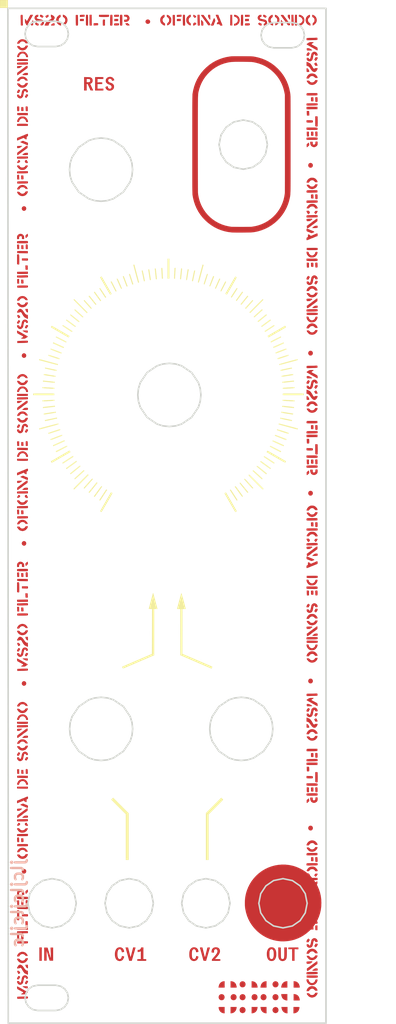
<source format=kicad_pcb>
(kicad_pcb (version 20221018) (generator pcbnew)
  (layers (0 "F.Cu" signal) (31 "B.Cu" signal) (34 "B.Paste" user) (35 "F.Paste" user) (36 "B.SilkS" user "B.Silkscreen") (37 "F.SilkS" user "F.Silkscreen") (38 "B.Mask" user) (39 "F.Mask" user) (44 "Edge.Cuts" user))
  (net 0 "")
  (footprint "0graficos:CVF-ODES" (layer "F.Cu") (at 105.9 96)
    (fp_text reference "Ref**" hide)
    (fp_text value "Val**" hide)
    (fp_poly (pts (xy -49.000833 -64.008) (xy -49.995666 -64.008) (xy -49.995666 -65.002833) (xy -49.000833 -65.002833) (xy -49.000833 -64.008)) (stroke (width 0.01)) (fill solid) (layer "F.Cu"))
    (fp_poly (pts (xy -44.704 56.620833) (xy -45.000333 56.620833) (xy -45.000333 54.9275) (xy -44.704 54.9275) (xy -44.704 56.620833)) (stroke (width 0.01)) (fill solid) (layer "F.Cu"))
    (fp_poly (pts (xy -21.505333 60.0075) (xy -22.272211 60.0075) (xy -22.257051 59.886164) (xy -22.216337 59.704284) (xy -22.144295 59.545631) (xy -22.043953 59.413417) (xy -21.918338 59.310853) (xy -21.770475 59.241152) (xy -21.618872 59.208962) (xy -21.505333 59.197244) (xy -21.505333 60.0075)) (stroke (width 0.01)) (fill solid) (layer "F.Cu"))
    (fp_poly (pts (xy -13.546666 60.0075) (xy -14.314546 60.0075) (xy -14.303133 59.885792) (xy -14.2682 59.709326) (xy -14.200575 59.553176) (xy -14.103877 59.421205) (xy -13.981724 59.317277) (xy -13.837734 59.245256) (xy -13.675527 59.209005) (xy -13.668662 59.208349) (xy -13.546666 59.197287) (xy -13.546666 60.0075)) (stroke (width 0.01)) (fill solid) (layer "F.Cu"))
    (fp_poly (pts (xy -47.572083 -33.475083) (xy -47.681316 -33.468751) (xy -47.745573 -33.468738) (xy -47.790817 -33.475614) (xy -47.802979 -33.482531) (xy -47.808059 -33.51028) (xy -47.813018 -33.571657) (xy -47.817326 -33.657959) (xy -47.820452 -33.760482) (xy -47.820746 -33.774613) (xy -47.826083 -34.046583) (xy -47.572083 -34.046583) (xy -47.572083 -33.475083)) (stroke (width 0.01)) (fill solid) (layer "F.Cu"))
    (fp_poly (pts (xy -47.572083 -8.561917) (xy -47.681316 -8.555585) (xy -47.745573 -8.555571) (xy -47.790817 -8.562448) (xy -47.802979 -8.569365) (xy -47.808059 -8.597114) (xy -47.813018 -8.658491) (xy -47.817326 -8.744793) (xy -47.820452 -8.847316) (xy -47.820746 -8.861447) (xy -47.826083 -9.133417) (xy -47.572083 -9.133417) (xy -47.572083 -8.561917)) (stroke (width 0.01)) (fill solid) (layer "F.Cu"))
    (fp_poly (pts (xy -47.572083 8.03275) (xy -47.681316 8.039082) (xy -47.745573 8.039095) (xy -47.790817 8.032219) (xy -47.802979 8.025302) (xy -47.808059 7.997553) (xy -47.813018 7.936176) (xy -47.817326 7.849874) (xy -47.820452 7.747351) (xy -47.820746 7.73322) (xy -47.826083 7.46125) (xy -47.572083 7.46125) (xy -47.572083 8.03275)) (stroke (width 0.01)) (fill solid) (layer "F.Cu"))
    (fp_poly (pts (xy -47.572083 32.945917) (xy -47.681316 32.952249) (xy -47.745573 32.952262) (xy -47.790817 32.945386) (xy -47.802979 32.938469) (xy -47.808059 32.91072) (xy -47.813018 32.849343) (xy -47.817326 32.763041) (xy -47.820452 32.660518) (xy -47.820746 32.646387) (xy -47.826083 32.374417) (xy -47.572083 32.374417) (xy -47.572083 32.945917)) (stroke (width 0.01)) (fill solid) (layer "F.Cu"))
    (fp_poly (pts (xy -47.572083 49.540583) (xy -47.681316 49.546915) (xy -47.745573 49.546929) (xy -47.790817 49.540052) (xy -47.802979 49.533135) (xy -47.808059 49.505386) (xy -47.813018 49.444009) (xy -47.817326 49.357707) (xy -47.820452 49.255184) (xy -47.820746 49.241053) (xy -47.826083 48.969083) (xy -47.572083 48.969083) (xy -47.572083 49.540583)) (stroke (width 0.01)) (fill solid) (layer "F.Cu"))
    (fp_poly (pts (xy -47.042916 7.545917) (xy -47.031923 7.768167) (xy -47.028303 7.886369) (xy -47.031735 7.96756) (xy -47.043125 8.016614) (xy -47.06338 8.038405) (xy -47.08255 8.040154) (xy -47.116906 8.035576) (xy -47.175258 8.027799) (xy -47.201666 8.024279) (xy -47.296916 8.011583) (xy -47.308906 7.533277) (xy -47.042916 7.545917)) (stroke (width 0.01)) (fill solid) (layer "F.Cu"))
    (fp_poly (pts (xy -17.956379 59.209624) (xy -17.859699 59.229117) (xy -17.753175 59.26527) (xy -17.703573 59.287408) (xy -17.567357 59.376629) (xy -17.461806 59.494916) (xy -17.387147 59.641914) (xy -17.343607 59.817265) (xy -17.338161 59.860224) (xy -17.322425 60.0075) (xy -18.076333 60.0075) (xy -18.076333 59.197244) (xy -17.956379 59.209624)) (stroke (width 0.01)) (fill solid) (layer "F.Cu"))
    (fp_poly (pts (xy -16.1925 60.0075) (xy -16.950472 60.0075) (xy -16.940081 59.917542) (xy -16.917682 59.790304) (xy -16.882263 59.665588) (xy -16.838844 59.55965) (xy -16.818104 59.522547) (xy -16.714962 59.397502) (xy -16.583987 59.299809) (xy -16.433276 59.234439) (xy -16.307328 59.209095) (xy -16.1925 59.197244) (xy -16.1925 60.0075)) (stroke (width 0.01)) (fill solid) (layer "F.Cu"))
    (fp_poly (pts (xy -13.5255 63.267167) (xy -13.594291 63.265) (xy -13.667839 63.258084) (xy -13.729066 63.247081) (xy -13.884866 63.189066) (xy -14.019779 63.09652) (xy -14.130525 62.973409) (xy -14.213825 62.8237) (xy -14.266398 62.651359) (xy -14.277218 62.584169) (xy -14.292378 62.462833) (xy -13.5255 62.462833) (xy -13.5255 63.267167)) (stroke (width 0.01)) (fill solid) (layer "F.Cu"))
    (fp_poly (pts (xy -10.805583 -47.741417) (xy -10.925424 -47.735125) (xy -10.99244 -47.734489) (xy -11.040424 -47.739415) (xy -11.055883 -47.746013) (xy -11.060293 -47.772474) (xy -11.06493 -47.832915) (xy -11.069304 -47.918992) (xy -11.072927 -48.022356) (xy -11.073625 -48.048638) (xy -11.08075 -48.334083) (xy -10.805583 -48.334083) (xy -10.805583 -47.741417)) (stroke (width 0.01)) (fill solid) (layer "F.Cu"))
    (fp_poly (pts (xy -10.805583 -6.233583) (xy -10.925424 -6.227291) (xy -10.99244 -6.226656) (xy -11.040424 -6.231581) (xy -11.055883 -6.23818) (xy -11.060293 -6.26464) (xy -11.06493 -6.325082) (xy -11.069304 -6.411158) (xy -11.072927 -6.514523) (xy -11.073625 -6.540805) (xy -11.08075 -6.82625) (xy -10.805583 -6.82625) (xy -10.805583 -6.233583)) (stroke (width 0.01)) (fill solid) (layer "F.Cu"))
    (fp_poly (pts (xy -47.042916 49.05375) (xy -47.031923 49.276) (xy -47.028303 49.394202) (xy -47.031735 49.475394) (xy -47.043125 49.524448) (xy -47.06338 49.546238) (xy -47.08255 49.547987) (xy -47.116906 49.543409) (xy -47.175258 49.535632) (xy -47.201666 49.532112) (xy -47.296916 49.519417) (xy -47.302911 49.280263) (xy -47.308906 49.04111) (xy -47.042916 49.05375)) (stroke (width 0.01)) (fill solid) (layer "F.Cu"))
    (fp_poly (pts (xy -47.032333 32.687102) (xy -47.028623 32.782244) (xy -47.026831 32.862026) (xy -47.027093 32.91676) (xy -47.028805 32.93581) (xy -47.036152 32.947216) (xy -47.054195 32.952182) (xy -47.091934 32.950793) (xy -47.158364 32.943135) (xy -47.201666 32.937446) (xy -47.296916 32.92475) (xy -47.296916 32.459083) (xy -47.042916 32.459083) (xy -47.032333 32.687102)) (stroke (width 0.01)) (fill solid) (layer "F.Cu"))
    (fp_poly (pts (xy -47.03188 -33.739667) (xy -47.028024 -33.64497) (xy -47.026335 -33.564914) (xy -47.026938 -33.509658) (xy -47.028852 -33.490958) (xy -47.036027 -33.476641) (xy -47.052619 -33.469779) (xy -47.087739 -33.469982) (xy -47.150494 -33.476858) (xy -47.201666 -33.483554) (xy -47.296916 -33.49625) (xy -47.296916 -33.961917) (xy -47.042916 -33.961917) (xy -47.03188 -33.739667)) (stroke (width 0.01)) (fill solid) (layer "F.Cu"))
    (fp_poly (pts (xy -20.619655 59.210063) (xy -20.450773 59.246671) (xy -20.302556 59.317608) (xy -20.179188 59.420303) (xy -20.096338 59.531749) (xy -20.063231 59.604478) (xy -20.030763 59.702469) (xy -20.003459 59.808829) (xy -19.985841 59.906666) (xy -19.981701 59.959875) (xy -19.981333 60.0075) (xy -20.743333 60.0075) (xy -20.743333 59.197136) (xy -20.619655 59.210063)) (stroke (width 0.01)) (fill solid) (layer "F.Cu"))
    (fp_poly (pts (xy -17.338725 62.602587) (xy -17.37688 62.774625) (xy -17.445742 62.928468) (xy -17.541547 63.057593) (xy -17.656546 63.152988) (xy -17.730875 63.190233) (xy -17.826154 63.225168) (xy -17.924696 63.252353) (xy -18.008814 63.266351) (xy -18.027864 63.267167) (xy -18.076333 63.267167) (xy -18.076333 62.462833) (xy -17.321901 62.462833) (xy -17.338725 62.602587)) (stroke (width 0.01)) (fill solid) (layer "F.Cu"))
    (fp_poly (pts (xy -16.1925 63.267167) (xy -16.250708 63.265738) (xy -16.307453 63.259249) (xy -16.380056 63.244688) (xy -16.405662 63.238224) (xy -16.566659 63.174501) (xy -16.701427 63.07853) (xy -16.807882 62.952838) (xy -16.883941 62.799949) (xy -16.927521 62.622389) (xy -16.930108 62.602587) (xy -16.946932 62.462833) (xy -16.1925 62.462833) (xy -16.1925 63.267167)) (stroke (width 0.01)) (fill solid) (layer "F.Cu"))
    (fp_poly (pts (xy -12.618224 59.208541) (xy -12.45156 59.243433) (xy -12.304861 59.314218) (xy -12.181617 59.417791) (xy -12.085314 59.551049) (xy -12.019443 59.710889) (xy -12.00913 59.750379) (xy -11.993151 59.830174) (xy -11.982802 59.90464) (xy -11.980664 59.938708) (xy -11.980333 60.0075) (xy -12.742333 60.0075) (xy -12.742333 59.197287) (xy -12.618224 59.208541)) (stroke (width 0.01)) (fill solid) (layer "F.Cu"))
    (fp_poly (pts (xy -12.618224 60.838374) (xy -12.450381 60.873158) (xy -12.303529 60.943512) (xy -12.180678 61.046682) (xy -12.084841 61.179911) (xy -12.019027 61.340446) (xy -12.004133 61.40025) (xy -11.990286 61.477249) (xy -11.981704 61.547571) (xy -11.980333 61.574875) (xy -11.980333 61.637333) (xy -12.742333 61.637333) (xy -12.742333 60.82712) (xy -12.618224 60.838374)) (stroke (width 0.01)) (fill solid) (layer "F.Cu"))
    (fp_poly (pts (xy -46.471416 -50.429583) (xy -47.123588 -50.428977) (xy -47.322548 -50.429273) (xy -47.482226 -50.430642) (xy -47.605663 -50.433196) (xy -47.695901 -50.437048) (xy -47.755981 -50.442308) (xy -47.788942 -50.449089) (xy -47.796796 -50.453717) (xy -47.807564 -50.488038) (xy -47.812263 -50.548366) (xy -47.811374 -50.591907) (xy -47.804916 -50.70475) (xy -46.471416 -50.70475) (xy -46.471416 -50.429583)) (stroke (width 0.01)) (fill solid) (layer "F.Cu"))
    (fp_poly (pts (xy -46.471416 -14.89075) (xy -47.121543 -14.887869) (xy -47.325518 -14.887524) (xy -47.489791 -14.888533) (xy -47.616972 -14.890982) (xy -47.709674 -14.894953) (xy -47.770509 -14.90053) (xy -47.802087 -14.907797) (xy -47.805515 -14.909737) (xy -47.827125 -14.940504) (xy -47.834163 -14.996347) (xy -47.832722 -15.039618) (xy -47.826083 -15.14475) (xy -46.471416 -15.14475) (xy -46.471416 -14.89075)) (stroke (width 0.01)) (fill solid) (layer "F.Cu"))
    (fp_poly (pts (xy -13.546666 61.637333) (xy -13.626041 61.636642) (xy -13.69346 61.629004) (xy -13.775229 61.610373) (xy -13.815181 61.598022) (xy -13.971451 61.526534) (xy -14.0947 61.430717) (xy -14.162225 61.349075) (xy -14.220438 61.245448) (xy -14.26809 61.124991) (xy -14.299346 61.004963) (xy -14.308666 60.915781) (xy -14.308666 60.833) (xy -13.546666 60.833) (xy -13.546666 61.637333)) (stroke (width 0.01)) (fill solid) (layer "F.Cu"))
    (fp_poly (pts (xy -46.465158 52.540958) (xy -46.458899 52.683833) (xy -47.809671 52.683833) (xy -47.82378 52.563794) (xy -47.828787 52.495806) (xy -47.826989 52.445551) (xy -47.821402 52.427904) (xy -47.796923 52.423801) (xy -47.735327 52.419651) (xy -47.641832 52.415629) (xy -47.521655 52.411909) (xy -47.380012 52.408665) (xy -47.222121 52.406072) (xy -47.138166 52.405068) (xy -46.471416 52.398083) (xy -46.465158 52.540958)) (stroke (width 0.01)) (fill solid) (layer "F.Cu"))
    (fp_poly (pts (xy -46.464905 34.690163) (xy -46.467381 34.775647) (xy -46.48728 34.823905) (xy -46.525432 34.836662) (xy -46.534916 34.835192) (xy -46.560688 34.833706) (xy -46.623382 34.831673) (xy -46.717593 34.829221) (xy -46.837917 34.826477) (xy -46.978948 34.823571) (xy -47.135281 34.820629) (xy -47.191083 34.819641) (xy -47.826083 34.808583) (xy -47.826083 34.57575) (xy -46.471416 34.57575) (xy -46.464905 34.690163)) (stroke (width 0.01)) (fill solid) (layer "F.Cu"))
    (fp_poly (pts (xy -46.460538 -32.215667) (xy -46.455677 -32.144025) (xy -46.460279 -32.078083) (xy -46.464301 -32.054263) (xy -46.470394 -32.036667) (xy -46.484154 -32.024597) (xy -46.511173 -32.017355) (xy -46.557046 -32.014244) (xy -46.627366 -32.014564) (xy -46.727728 -32.01762) (xy -46.863726 -32.022712) (xy -46.89475 -32.023878) (xy -47.21225 -32.03575) (xy -47.21225 -32.28975) (xy -46.472135 -32.28975) (xy -46.460538 -32.215667)) (stroke (width 0.01)) (fill solid) (layer "F.Cu"))
    (fp_poly (pts (xy -46.460538 9.292167) (xy -46.455677 9.363809) (xy -46.460279 9.42975) (xy -46.464301 9.45357) (xy -46.470394 9.471166) (xy -46.484154 9.483237) (xy -46.511173 9.490478) (xy -46.557046 9.49359) (xy -46.627366 9.493269) (xy -46.727728 9.490213) (xy -46.863726 9.485121) (xy -46.89475 9.483955) (xy -47.21225 9.472083) (xy -47.21225 9.218083) (xy -46.472135 9.218083) (xy -46.460538 9.292167)) (stroke (width 0.01)) (fill solid) (layer "F.Cu"))
    (fp_poly (pts (xy -46.460538 50.8) (xy -46.455677 50.871642) (xy -46.460279 50.937583) (xy -46.464301 50.961404) (xy -46.470394 50.979) (xy -46.484154 50.99107) (xy -46.511173 50.998312) (xy -46.557046 51.001423) (xy -46.627366 51.001102) (xy -46.727728 50.998047) (xy -46.863726 50.992955) (xy -46.89475 50.991789) (xy -47.21225 50.979917) (xy -47.21225 50.725917) (xy -46.472135 50.725917) (xy -46.460538 50.8)) (stroke (width 0.01)) (fill solid) (layer "F.Cu"))
    (fp_poly (pts (xy -20.536661 -62.457542) (xy -20.531072 -61.7855) (xy -20.65712 -61.7855) (xy -20.725167 -61.787948) (xy -20.773501 -61.7943) (xy -20.789709 -61.801375) (xy -20.790997 -61.825722) (xy -20.791535 -61.887142) (xy -20.791356 -61.980379) (xy -20.790492 -62.100182) (xy -20.788973 -62.241296) (xy -20.786831 -62.398467) (xy -20.785666 -62.473417) (xy -20.775083 -63.129583) (xy -20.54225 -63.129583) (xy -20.536661 -62.457542)) (stroke (width 0.01)) (fill solid) (layer "F.Cu"))
    (fp_poly (pts (xy -19.991615 62.584169) (xy -20.025819 62.751908) (xy -20.085591 62.893136) (xy -20.175816 63.01828) (xy -20.213928 63.058648) (xy -20.288025 63.127528) (xy -20.353694 63.173261) (xy -20.428008 63.206491) (xy -20.477299 63.222846) (xy -20.559092 63.245446) (xy -20.633344 63.261414) (xy -20.682063 63.267167) (xy -20.743333 63.267167) (xy -20.743333 62.462833) (xy -19.976455 62.462833) (xy -19.991615 62.584169)) (stroke (width 0.01)) (fill solid) (layer "F.Cu"))
    (fp_poly (pts (xy -18.334569 -63.007875) (xy -18.328221 -62.886167) (xy -18.503902 -62.884483) (xy -18.604316 -62.882711) (xy -18.705031 -62.879611) (xy -18.785748 -62.875822) (xy -18.791959 -62.875429) (xy -18.867829 -62.874854) (xy -18.907511 -62.88617) (xy -18.914934 -62.895677) (xy -18.919921 -62.932082) (xy -18.920488 -62.992912) (xy -18.918974 -63.02644) (xy -18.912416 -63.129583) (xy -18.340916 -63.129583) (xy -18.334569 -63.007875)) (stroke (width 0.01)) (fill solid) (layer "F.Cu"))
    (fp_poly (pts (xy -35.070228 -62.615361) (xy -35.021996 -62.600535) (xy -34.998311 -62.570797) (xy -34.993339 -62.522814) (xy -34.999814 -62.462833) (xy -35.010254 -62.402047) (xy -35.020264 -62.359975) (xy -35.02356 -62.351708) (xy -35.047424 -62.345299) (xy -35.104585 -62.340129) (xy -35.186008 -62.33679) (xy -35.265926 -62.335833) (xy -35.49852 -62.335833) (xy -35.485916 -62.600417) (xy -35.263666 -62.613612) (xy -35.14884 -62.618608) (xy -35.070228 -62.615361)) (stroke (width 0.01)) (fill solid) (layer "F.Cu"))
    (fp_poly (pts (xy -47.175208 -42.794719) (xy -47.042916 -42.788417) (xy -47.026162 -42.568104) (xy -47.020736 -42.475466) (xy -47.019288 -42.398934) (xy -47.021818 -42.348054) (xy -47.026162 -42.332609) (xy -47.063405 -42.316658) (xy -47.123935 -42.306062) (xy -47.191475 -42.301862) (xy -47.249749 -42.305098) (xy -47.281952 -42.316252) (xy -47.295431 -42.352987) (xy -47.303964 -42.43054) (xy -47.307425 -42.547675) (xy -47.3075 -42.57141) (xy -47.3075 -42.80102) (xy -47.175208 -42.794719)) (stroke (width 0.01)) (fill solid) (layer "F.Cu"))
    (fp_poly (pts (xy -47.042916 -29.601583) (xy -47.026162 -29.381271) (xy -47.020736 -29.288646) (xy -47.019288 -29.21214) (xy -47.021818 -29.161295) (xy -47.026162 -29.145874) (xy -47.062186 -29.131117) (xy -47.121992 -29.121241) (xy -47.189447 -29.117184) (xy -47.248418 -29.119885) (xy -47.282771 -29.130282) (xy -47.28344 -29.130907) (xy -47.295118 -29.164497) (xy -47.303185 -29.23525) (xy -47.307161 -29.338113) (xy -47.3075 -29.384577) (xy -47.3075 -29.614187) (xy -47.042916 -29.601583)) (stroke (width 0.01)) (fill solid) (layer "F.Cu"))
    (fp_poly (pts (xy -47.042916 11.90625) (xy -47.026162 12.126562) (xy -47.020736 12.219221) (xy -47.019288 12.295792) (xy -47.021819 12.346722) (xy -47.026162 12.362205) (xy -47.060458 12.375556) (xy -47.119263 12.384495) (xy -47.186603 12.38823) (xy -47.246501 12.385966) (xy -47.28298 12.376912) (xy -47.285306 12.375061) (xy -47.294897 12.344869) (xy -47.302251 12.280892) (xy -47.306619 12.191654) (xy -47.3075 12.123256) (xy -47.3075 11.893646) (xy -47.042916 11.90625)) (stroke (width 0.01)) (fill solid) (layer "F.Cu"))
    (fp_poly (pts (xy -47.032333 -8.81902) (xy -47.028948 -8.72418) (xy -47.027979 -8.645325) (xy -47.029427 -8.591834) (xy -47.032333 -8.573596) (xy -47.060003 -8.563259) (xy -47.114056 -8.559563) (xy -47.179192 -8.561756) (xy -47.24011 -8.569089) (xy -47.281512 -8.580812) (xy -47.288872 -8.586174) (xy -47.296734 -8.616458) (xy -47.301925 -8.67889) (xy -47.303858 -8.763332) (xy -47.302973 -8.82959) (xy -47.296916 -9.04875) (xy -47.042916 -9.04875) (xy -47.032333 -8.81902)) (stroke (width 0.01)) (fill solid) (layer "F.Cu"))
    (fp_poly (pts (xy -46.500244 -35.416008) (xy -46.49139 -35.388824) (xy -46.481243 -35.331875) (xy -46.472151 -35.258837) (xy -46.457563 -35.116424) (xy -46.568102 -34.999545) (xy -46.640291 -34.927591) (xy -46.691321 -34.890177) (xy -46.725414 -34.887963) (xy -46.746791 -34.921607) (xy -46.759675 -34.991771) (xy -46.763383 -35.03005) (xy -46.775739 -35.177434) (xy -46.644744 -35.3041) (xy -46.584459 -35.359411) (xy -46.535443 -35.39884) (xy -46.505345 -35.416465) (xy -46.500244 -35.416008)) (stroke (width 0.01)) (fill solid) (layer "F.Cu"))
    (fp_poly (pts (xy -46.500244 6.091825) (xy -46.49139 6.119009) (xy -46.481243 6.175958) (xy -46.472151 6.248996) (xy -46.457563 6.391409) (xy -46.568102 6.508288) (xy -46.640291 6.580242) (xy -46.691321 6.617656) (xy -46.725414 6.619871) (xy -46.746791 6.586226) (xy -46.759675 6.516063) (xy -46.763383 6.477783) (xy -46.775739 6.330399) (xy -46.644744 6.203733) (xy -46.584459 6.148423) (xy -46.535443 6.108993) (xy -46.505345 6.091368) (xy -46.500244 6.091825)) (stroke (width 0.01)) (fill solid) (layer "F.Cu"))
    (fp_poly (pts (xy -46.486281 -23.034625) (xy -46.47998 -22.902333) (xy -46.595562 -22.902333) (xy -46.654476 -22.905366) (xy -46.711192 -22.916849) (xy -46.776494 -22.940358) (xy -46.861167 -22.979469) (xy -46.925256 -23.011657) (xy -47.00953 -23.056903) (xy -47.076793 -23.097267) (xy -47.119789 -23.128098) (xy -47.131711 -23.143949) (xy -47.1068 -23.154226) (xy -47.040394 -23.16151) (xy -46.933231 -23.165748) (xy -46.808319 -23.166917) (xy -46.492583 -23.166917) (xy -46.486281 -23.034625)) (stroke (width 0.01)) (fill solid) (layer "F.Cu"))
    (fp_poly (pts (xy -43.084379 -61.96978) (xy -43.074817 -61.887768) (xy -43.074925 -61.833409) (xy -43.091243 -61.800865) (xy -43.130311 -61.784297) (xy -43.198666 -61.777867) (xy -43.301708 -61.775754) (xy -43.410691 -61.775905) (xy -43.480567 -61.780551) (xy -43.514356 -61.789987) (xy -43.518666 -61.796867) (xy -43.499181 -61.865939) (xy -43.446352 -61.934914) (xy -43.368623 -61.996909) (xy -43.274437 -62.04504) (xy -43.182669 -62.070799) (xy -43.098772 -62.084974) (xy -43.084379 -61.96978)) (stroke (width 0.01)) (fill solid) (layer "F.Cu"))
    (fp_poly (pts (xy -10.281624 43.507252) (xy -10.260792 43.515241) (xy -10.252043 43.543592) (xy -10.244091 43.604531) (xy -10.237955 43.688317) (xy -10.235146 43.760678) (xy -10.233359 43.869758) (xy -10.237562 43.942983) (xy -10.252466 43.986812) (xy -10.282779 44.007705) (xy -10.333211 44.012121) (xy -10.408471 44.006518) (xy -10.414 44.005993) (xy -10.530416 43.994917) (xy -10.530416 43.508083) (xy -10.405623 43.501643) (xy -10.335168 43.501354) (xy -10.281624 43.507252)) (stroke (width 0.01)) (fill solid) (layer "F.Cu"))
    (fp_poly (pts (xy -47.175208 53.407781) (xy -47.042916 53.414083) (xy -47.026697 53.625462) (xy -47.020785 53.717799) (xy -47.017982 53.795504) (xy -47.018549 53.848099) (xy -47.020741 53.863587) (xy -47.045191 53.87683) (xy -47.097426 53.886152) (xy -47.163027 53.890883) (xy -47.227571 53.890356) (xy -47.276637 53.883903) (xy -47.293389 53.876222) (xy -47.299123 53.850492) (xy -47.303737 53.791738) (xy -47.306691 53.709265) (xy -47.3075 53.631795) (xy -47.3075 53.40148) (xy -47.175208 53.407781)) (stroke (width 0.01)) (fill solid) (layer "F.Cu"))
    (fp_poly (pts (xy -47.067295 -51.447585) (xy -47.052016 -51.441503) (xy -47.044808 -51.414527) (xy -47.038079 -51.35462) (xy -47.032665 -51.27118) (xy -47.029788 -51.191583) (xy -47.024166 -50.95875) (xy -47.155523 -50.952441) (xy -47.235735 -50.951681) (xy -47.281202 -50.95972) (xy -47.297974 -50.975039) (xy -47.302044 -51.007355) (xy -47.304221 -51.071613) (xy -47.304298 -51.157452) (xy -47.302991 -51.224764) (xy -47.296916 -51.445583) (xy -47.182769 -51.452086) (xy -47.116066 -51.452781) (xy -47.067295 -51.447585)) (stroke (width 0.01)) (fill solid) (layer "F.Cu"))
    (fp_poly (pts (xy -47.042916 -0.391583) (xy -47.026152 -0.171132) (xy -47.019423 -0.066127) (xy -47.018427 0.003729) (xy -47.02347 0.045271) (xy -47.034855 0.065333) (xy -47.036736 0.066669) (xy -47.072848 0.07679) (xy -47.132216 0.082621) (xy -47.199016 0.083921) (xy -47.257423 0.08045) (xy -47.291616 0.071969) (xy -47.293389 0.070555) (xy -47.299123 0.044825) (xy -47.303737 -0.013929) (xy -47.306691 -0.096402) (xy -47.3075 -0.173871) (xy -47.3075 -0.404187) (xy -47.042916 -0.391583)) (stroke (width 0.01)) (fill solid) (layer "F.Cu"))
    (fp_poly (pts (xy -46.500244 47.59983) (xy -46.491391 47.626921) (xy -46.481245 47.683796) (xy -46.472151 47.75683) (xy -46.457563 47.899243) (xy -46.568102 48.016121) (xy -46.641776 48.088068) (xy -46.694744 48.12544) (xy -46.729123 48.129317) (xy -46.74548 48.106542) (xy -46.751994 48.072069) (xy -46.76029 48.010725) (xy -46.766312 47.957142) (xy -46.778993 47.8342) (xy -46.646371 47.709722) (xy -46.585289 47.65532) (xy -46.535683 47.616583) (xy -46.505313 47.599349) (xy -46.500244 47.59983)) (stroke (width 0.01)) (fill solid) (layer "F.Cu"))
    (fp_poly (pts (xy -46.486281 18.473208) (xy -46.47998 18.6055) (xy -46.5959 18.6055) (xy -46.65452 18.602567) (xy -46.710434 18.591363) (xy -46.774412 18.568278) (xy -46.857228 18.529701) (xy -46.925247 18.495135) (xy -47.009299 18.44955) (xy -47.076428 18.409077) (xy -47.119386 18.378368) (xy -47.131364 18.362843) (xy -47.107338 18.353663) (xy -47.044255 18.346803) (xy -46.945338 18.342482) (xy -46.81381 18.340919) (xy -46.808319 18.340917) (xy -46.492583 18.340917) (xy -46.486281 18.473208)) (stroke (width 0.01)) (fill solid) (layer "F.Cu"))
    (fp_poly (pts (xy -37.645763 -62.076384) (xy -37.594768 -62.069974) (xy -37.569959 -62.059032) (xy -37.567535 -62.056056) (xy -37.556303 -62.018063) (xy -37.550959 -61.959421) (xy -37.551424 -61.895986) (xy -37.557618 -61.843612) (xy -37.568722 -61.818555) (xy -37.596091 -61.813261) (xy -37.657036 -61.807321) (xy -37.74282 -61.801427) (xy -37.844707 -61.796271) (xy -37.855447 -61.795823) (xy -38.123115 -61.784868) (xy -38.110583 -62.07125) (xy -37.84767 -62.077222) (xy -37.728284 -62.078665) (xy -37.645763 -62.076384)) (stroke (width 0.01)) (fill solid) (layer "F.Cu"))
    (fp_poly (pts (xy -10.930448 34.664404) (xy -10.805583 34.68184) (xy -10.805583 35.27425) (xy -10.925424 35.280542) (xy -10.99232 35.281228) (xy -11.040066 35.276437) (xy -11.055327 35.269959) (xy -11.062304 35.238757) (xy -11.068688 35.175784) (xy -11.074167 35.090927) (xy -11.078427 34.994068) (xy -11.081155 34.895094) (xy -11.082036 34.803889) (xy -11.080759 34.730337) (xy -11.077008 34.684323) (xy -11.074196 34.674859) (xy -11.051578 34.659711) (xy -11.006432 34.656496) (xy -10.930448 34.664404)) (stroke (width 0.01)) (fill solid) (layer "F.Cu"))
    (fp_poly (pts (xy -9.840231 52.137581) (xy -9.726083 52.144083) (xy -9.726083 52.73675) (xy -9.845924 52.743042) (xy -9.912858 52.743728) (xy -9.96068 52.738934) (xy -9.976003 52.732459) (xy -9.983358 52.699976) (xy -9.988843 52.636455) (xy -9.992426 52.55184) (xy -9.994077 52.456077) (xy -9.993763 52.35911) (xy -9.991455 52.270884) (xy -9.98712 52.201344) (xy -9.980728 52.160435) (xy -9.977814 52.154525) (xy -9.944013 52.142139) (xy -9.883027 52.136743) (xy -9.840231 52.137581)) (stroke (width 0.01)) (fill solid) (layer "F.Cu"))
    (fp_poly (pts (xy -47.698021 53.31234) (xy -47.669243 53.316231) (xy -47.575903 53.329417) (xy -47.573993 53.614703) (xy -47.572083 53.89999) (xy -47.684508 53.904088) (xy -47.758345 53.902125) (xy -47.799026 53.890476) (xy -47.804658 53.883385) (xy -47.808348 53.853598) (xy -47.812731 53.790632) (xy -47.817268 53.703625) (xy -47.821416 53.601714) (xy -47.821532 53.598435) (xy -47.824836 53.47955) (xy -47.822839 53.397032) (xy -47.812351 53.344966) (xy -47.79018 53.317438) (xy -47.753133 53.308534) (xy -47.698021 53.31234)) (stroke (width 0.01)) (fill solid) (layer "F.Cu"))
    (fp_poly (pts (xy -47.617596 -42.881848) (xy -47.585581 -42.873358) (xy -47.581916 -42.867792) (xy -47.581019 -42.8418) (xy -47.579092 -42.781872) (xy -47.576402 -42.696386) (xy -47.573214 -42.593719) (xy -47.572528 -42.571458) (xy -47.563889 -42.291) (xy -47.811147 -42.291) (xy -47.81989 -42.560875) (xy -47.821744 -42.665926) (xy -47.820426 -42.756053) (xy -47.816264 -42.822396) (xy -47.809589 -42.8561) (xy -47.808891 -42.857208) (xy -47.78088 -42.870792) (xy -47.729894 -42.879882) (xy -47.670583 -42.883795) (xy -47.617596 -42.881848)) (stroke (width 0.01)) (fill solid) (layer "F.Cu"))
    (fp_poly (pts (xy -46.825172 59.842126) (xy -46.787897 59.842833) (xy -46.492583 59.84875) (xy -46.492583 60.101337) (xy -46.587833 60.104136) (xy -46.660594 60.102402) (xy -46.724997 60.094642) (xy -46.73888 60.091443) (xy -46.788111 60.072398) (xy -46.859221 60.038638) (xy -46.93994 59.996742) (xy -47.017999 59.953286) (xy -47.081129 59.914848) (xy -47.115466 59.889578) (xy -47.130423 59.870344) (xy -47.125818 59.856464) (xy -47.09732 59.84732) (xy -47.0406 59.842294) (xy -46.951328 59.840769) (xy -46.825172 59.842126)) (stroke (width 0.01)) (fill solid) (layer "F.Cu"))
    (fp_poly (pts (xy -46.63586 -31.407008) (xy -46.493468 -31.40075) (xy -46.486281 -31.133697) (xy -46.483282 -31.018662) (xy -46.484027 -30.939546) (xy -46.492215 -30.889935) (xy -46.511549 -30.863414) (xy -46.545729 -30.853569) (xy -46.598457 -30.853986) (xy -46.646041 -30.856815) (xy -46.711555 -30.862719) (xy -46.745259 -30.873937) (xy -46.757674 -30.895392) (xy -46.75912 -30.909731) (xy -46.760704 -30.9496) (xy -46.763443 -31.020657) (xy -46.76691 -31.111788) (xy -46.769663 -31.184758) (xy -46.778251 -31.413266) (xy -46.63586 -31.407008)) (stroke (width 0.01)) (fill solid) (layer "F.Cu"))
    (fp_poly (pts (xy -46.483678 -25.898454) (xy -46.472825 -25.870707) (xy -46.465157 -25.806444) (xy -46.461232 -25.711399) (xy -46.460833 -25.663334) (xy -46.461714 -25.558165) (xy -46.466644 -25.490441) (xy -46.479054 -25.455281) (xy -46.502378 -25.447802) (xy -46.540046 -25.46312) (xy -46.583437 -25.488892) (xy -46.643633 -25.54426) (xy -46.700302 -25.627904) (xy -46.74542 -25.726007) (xy -46.768017 -25.806729) (xy -46.782332 -25.883036) (xy -46.644427 -25.897804) (xy -46.570085 -25.903381) (xy -46.511713 -25.903408) (xy -46.483678 -25.898454)) (stroke (width 0.01)) (fill solid) (layer "F.Cu"))
    (fp_poly (pts (xy -10.909055 -31.760153) (xy -10.859684 -31.754689) (xy -10.827476 -31.737931) (xy -10.808967 -31.703621) (xy -10.800692 -31.645499) (xy -10.799185 -31.557305) (xy -10.800889 -31.438695) (xy -10.805583 -31.14675) (xy -10.927548 -31.140395) (xy -11.006552 -31.140147) (xy -11.049133 -31.150221) (xy -11.059211 -31.161561) (xy -11.063212 -31.192023) (xy -11.067348 -31.256081) (xy -11.071183 -31.345002) (xy -11.074282 -31.450053) (xy -11.07483 -31.474833) (xy -11.08075 -31.760583) (xy -10.979053 -31.760583) (xy -10.909055 -31.760153)) (stroke (width 0.01)) (fill solid) (layer "F.Cu"))
    (fp_poly (pts (xy -10.862584 9.750562) (xy -10.829218 9.76809) (xy -10.809899 9.803871) (xy -10.801114 9.864061) (xy -10.799351 9.954817) (xy -10.80089 10.06929) (xy -10.805583 10.361083) (xy -10.927548 10.367439) (xy -11.006552 10.367686) (xy -11.049133 10.357612) (xy -11.059211 10.346272) (xy -11.063212 10.31581) (xy -11.067348 10.251752) (xy -11.071183 10.162831) (xy -11.074282 10.05778) (xy -11.07483 10.033) (xy -11.08075 9.74725) (xy -10.9855 9.745633) (xy -10.913507 9.745128) (xy -10.862584 9.750562)) (stroke (width 0.01)) (fill solid) (layer "F.Cu"))
    (fp_poly (pts (xy -10.825536 -50.960016) (xy -10.802159 -50.953545) (xy -10.790066 -50.92407) (xy -10.780383 -50.854405) (xy -10.773335 -50.746636) (xy -10.770409 -50.662322) (xy -10.76325 -50.38725) (xy -10.904304 -50.381033) (xy -10.977312 -50.380296) (xy -11.031974 -50.384383) (xy -11.056097 -50.392193) (xy -11.060633 -50.418833) (xy -11.065365 -50.479256) (xy -11.069775 -50.56492) (xy -11.073347 -50.66728) (xy -11.073794 -50.684161) (xy -11.08075 -50.95875) (xy -10.95375 -50.964224) (xy -10.881668 -50.964619) (xy -10.825536 -50.960016)) (stroke (width 0.01)) (fill solid) (layer "F.Cu"))
    (fp_poly (pts (xy -10.470115 -2.846217) (xy -10.385001 -2.783144) (xy -10.331918 -2.692475) (xy -10.312977 -2.603786) (xy -10.318717 -2.494677) (xy -10.360986 -2.400043) (xy -10.421881 -2.330584) (xy -10.495967 -2.287201) (xy -10.588086 -2.268977) (xy -10.681192 -2.277379) (xy -10.742989 -2.30301) (xy -10.827115 -2.376418) (xy -10.874863 -2.469613) (xy -10.888499 -2.573835) (xy -10.870843 -2.684141) (xy -10.821947 -2.773837) (xy -10.748709 -2.838433) (xy -10.658026 -2.873436) (xy -10.556798 -2.874357) (xy -10.470115 -2.846217)) (stroke (width 0.01)) (fill solid) (layer "F.Cu"))
    (fp_poly (pts (xy -10.284164 1.109778) (xy -10.25872 1.124487) (xy -10.256102 1.127767) (xy -10.247095 1.160425) (xy -10.239869 1.225261) (xy -10.23528 1.312129) (xy -10.234083 1.388612) (xy -10.234083 1.61925) (xy -10.361264 1.625419) (xy -10.448344 1.624575) (xy -10.503274 1.612812) (xy -10.514722 1.605311) (xy -10.528869 1.568396) (xy -10.537589 1.490959) (xy -10.540952 1.372305) (xy -10.541 1.353167) (xy -10.541 1.127301) (xy -10.40956 1.11243) (xy -10.33114 1.10609) (xy -10.284164 1.109778)) (stroke (width 0.01)) (fill solid) (layer "F.Cu"))
    (fp_poly (pts (xy -47.656684 -0.49467) (xy -47.578794 -0.476249) (xy -47.575438 -0.190958) (xy -47.572083 0.094334) (xy -47.684508 0.098427) (xy -47.758341 0.09646) (xy -47.799023 0.084811) (xy -47.804658 0.077719) (xy -47.808343 0.047946) (xy -47.812726 -0.015024) (xy -47.817267 -0.102077) (xy -47.821427 -0.204095) (xy -47.821571 -0.208175) (xy -47.825094 -0.317157) (xy -47.825903 -0.391389) (xy -47.822957 -0.438423) (xy -47.815221 -0.465808) (xy -47.801655 -0.481095) (xy -47.782667 -0.491178) (xy -47.715705 -0.502467) (xy -47.656684 -0.49467)) (stroke (width 0.01)) (fill solid) (layer "F.Cu"))
    (fp_poly (pts (xy -47.598783 11.821636) (xy -47.58467 11.82919) (xy -47.579922 11.857149) (xy -47.575994 11.918707) (xy -47.573261 12.005135) (xy -47.572099 12.107702) (xy -47.572083 12.121452) (xy -47.572083 12.393083) (xy -47.682888 12.396871) (xy -47.746794 12.396491) (xy -47.790812 12.39142) (xy -47.802234 12.386288) (xy -47.805987 12.360835) (xy -47.810165 12.301472) (xy -47.814297 12.216612) (xy -47.817913 12.114668) (xy -47.818429 12.09675) (xy -47.826083 11.821583) (xy -47.71167 11.815071) (xy -47.645834 11.814962) (xy -47.598783 11.821636)) (stroke (width 0.01)) (fill solid) (layer "F.Cu"))
    (fp_poly (pts (xy -46.901805 -38.89663) (xy -46.814733 -38.86291) (xy -46.742383 -38.801715) (xy -46.692435 -38.71772) (xy -46.672568 -38.615604) (xy -46.6725 -38.609042) (xy -46.690165 -38.510012) (xy -46.737867 -38.426541) (xy -46.807662 -38.363374) (xy -46.891606 -38.325256) (xy -46.981759 -38.316932) (xy -47.070175 -38.343148) (xy -47.093682 -38.357423) (xy -47.176815 -38.436171) (xy -47.224717 -38.528501) (xy -47.237456 -38.626552) (xy -47.215098 -38.722461) (xy -47.15771 -38.808366) (xy -47.089391 -38.862932) (xy -46.995918 -38.898196) (xy -46.901805 -38.89663)) (stroke (width 0.01)) (fill solid) (layer "F.Cu"))
    (fp_poly (pts (xy -46.889503 3.491063) (xy -46.794951 3.536389) (xy -46.724818 3.609338) (xy -46.68282 3.700605) (xy -46.672675 3.800887) (xy -46.698099 3.900881) (xy -46.713902 3.930558) (xy -46.786428 4.016933) (xy -46.873008 4.064865) (xy -46.969512 4.073055) (xy -47.0683 4.042001) (xy -47.149841 3.983194) (xy -47.200592 3.90747) (xy -47.232834 3.830077) (xy -47.240925 3.768395) (xy -47.22485 3.703556) (xy -47.200394 3.648622) (xy -47.139102 3.563124) (xy -47.056704 3.506408) (xy -46.962683 3.48328) (xy -46.889503 3.491063)) (stroke (width 0.01)) (fill solid) (layer "F.Cu"))
    (fp_poly (pts (xy -46.483678 15.60938) (xy -46.474829 15.63393) (xy -46.467963 15.688539) (xy -46.463238 15.762788) (xy -46.460814 15.846256) (xy -46.460851 15.928526) (xy -46.463509 15.999176) (xy -46.468947 16.047789) (xy -46.476708 16.064082) (xy -46.503602 16.053913) (xy -46.552486 16.030011) (xy -46.57474 16.01823) (xy -46.643489 15.960711) (xy -46.704436 15.871574) (xy -46.751222 15.761508) (xy -46.769746 15.690393) (xy -46.782854 15.624853) (xy -46.644688 15.610057) (xy -46.570278 15.604468) (xy -46.511835 15.604423) (xy -46.483678 15.60938)) (stroke (width 0.01)) (fill solid) (layer "F.Cu"))
    (fp_poly (pts (xy -46.483678 57.117213) (xy -46.474829 57.141763) (xy -46.467963 57.196373) (xy -46.463238 57.270621) (xy -46.460814 57.35409) (xy -46.460851 57.436359) (xy -46.463509 57.507009) (xy -46.468947 57.555622) (xy -46.476708 57.571916) (xy -46.503652 57.561741) (xy -46.552426 57.537876) (xy -46.573579 57.526666) (xy -46.638919 57.471814) (xy -46.698819 57.386106) (xy -46.746486 57.280999) (xy -46.770469 57.194614) (xy -46.782854 57.132687) (xy -46.644688 57.11789) (xy -46.570278 57.112302) (xy -46.511835 57.112256) (xy -46.483678 57.117213)) (stroke (width 0.01)) (fill solid) (layer "F.Cu"))
    (fp_poly (pts (xy -46.464905 -6.81767) (xy -46.465736 -6.73509) (xy -46.480065 -6.691063) (xy -46.486071 -6.685703) (xy -46.513817 -6.681247) (xy -46.577295 -6.677621) (xy -46.669909 -6.674821) (xy -46.785067 -6.672842) (xy -46.916175 -6.671679) (xy -47.056637 -6.671329) (xy -47.199861 -6.671786) (xy -47.339253 -6.673046) (xy -47.468218 -6.675104) (xy -47.580164 -6.677957) (xy -47.668494 -6.681599) (xy -47.726617 -6.686026) (xy -47.730833 -6.686554) (xy -47.826083 -6.69925) (xy -47.826083 -6.932083) (xy -46.471416 -6.932083) (xy -46.464905 -6.81767)) (stroke (width 0.01)) (fill solid) (layer "F.Cu"))
    (fp_poly (pts (xy -38.371965 -62.839552) (xy -38.370712 -62.709431) (xy -38.369397 -62.553015) (xy -38.368144 -62.386342) (xy -38.367077 -62.225449) (xy -38.366673 -62.155917) (xy -38.364583 -61.774917) (xy -38.481 -61.769428) (xy -38.550325 -61.76918) (xy -38.603598 -61.774425) (xy -38.622391 -61.780344) (xy -38.629832 -61.797503) (xy -38.635624 -61.840072) (xy -38.639859 -61.911031) (xy -38.64263 -62.013364) (xy -38.644029 -62.15005) (xy -38.644148 -62.324074) (xy -38.643557 -62.463165) (xy -38.63975 -63.129583) (xy -38.375166 -63.142187) (xy -38.371965 -62.839552)) (stroke (width 0.01)) (fill solid) (layer "F.Cu"))
    (fp_poly (pts (xy -36.8935 -55.007978) (xy -37.263925 -55.015364) (xy -37.634351 -55.02275) (xy -37.634333 -54.548702) (xy -37.574681 -54.569497) (xy -37.529673 -54.577399) (xy -37.453727 -54.582778) (xy -37.358195 -54.585077) (xy -37.273056 -54.584271) (xy -37.031083 -54.57825) (xy -37.031083 -54.366583) (xy -37.634372 -54.366583) (xy -37.63438 -54.07025) (xy -37.634387 -53.773917) (xy -37.263944 -53.780573) (xy -36.8935 -53.787229) (xy -36.8935 -53.551667) (xy -37.930666 -53.551667) (xy -37.930666 -55.245) (xy -36.8935 -55.245) (xy -36.8935 -55.007978)) (stroke (width 0.01)) (fill solid) (layer "F.Cu"))
    (fp_poly (pts (xy -36.828866 -62.532248) (xy -36.788716 -62.52955) (xy -36.680873 -62.522183) (xy -36.686645 -62.14855) (xy -36.692416 -61.774917) (xy -36.809674 -61.768702) (xy -36.876933 -61.767787) (xy -36.925999 -61.77201) (xy -36.941965 -61.777521) (xy -36.946951 -61.802704) (xy -36.951238 -61.862906) (xy -36.954529 -61.950815) (xy -36.956528 -62.059119) (xy -36.957 -62.14781) (xy -36.956812 -62.28568) (xy -36.95463 -62.386725) (xy -36.948026 -62.45645) (xy -36.934575 -62.500359) (xy -36.91185 -62.523958) (xy -36.877422 -62.532753) (xy -36.828866 -62.532248)) (stroke (width 0.01)) (fill solid) (layer "F.Cu"))
    (fp_poly (pts (xy -31.127067 -62.520235) (xy -31.043267 -62.464339) (xy -31.012499 -62.430512) (xy -30.964512 -62.341484) (xy -30.953064 -62.251146) (xy -30.972966 -62.16533) (xy -31.019031 -62.089867) (xy -31.086071 -62.030588) (xy -31.168898 -61.993324) (xy -31.262323 -61.983907) (xy -31.361159 -62.008168) (xy -31.380273 -62.017143) (xy -31.469335 -62.082771) (xy -31.522471 -62.169701) (xy -31.538254 -62.265016) (xy -31.520156 -62.365419) (xy -31.471344 -62.445994) (xy -31.399724 -62.504251) (xy -31.3132 -62.537703) (xy -31.21968 -62.54386) (xy -31.127067 -62.520235)) (stroke (width 0.01)) (fill solid) (layer "F.Cu"))
    (fp_poly (pts (xy -21.913073 62.462807) (xy -21.886333 62.462833) (xy -21.505333 62.462833) (xy -21.505333 63.267167) (xy -21.574125 63.265978) (xy -21.63171 63.258837) (xy -21.709735 63.241586) (xy -21.771972 63.22387) (xy -21.921615 63.155146) (xy -22.047199 63.053072) (xy -22.145945 62.920892) (xy -22.215073 62.761852) (xy -22.235818 62.682195) (xy -22.253031 62.604903) (xy -22.263794 62.548133) (xy -22.26311 62.508748) (xy -22.245982 62.483611) (xy -22.207412 62.469585) (xy -22.142402 62.463534) (xy -22.045955 62.46232) (xy -21.913073 62.462807)) (stroke (width 0.01)) (fill solid) (layer "F.Cu"))
    (fp_poly (pts (xy -18.44757 -62.617798) (xy -18.433281 -62.602655) (xy -18.427052 -62.565244) (xy -18.425594 -62.49617) (xy -18.425583 -62.484) (xy -18.425583 -62.346417) (xy -18.655003 -62.335833) (xy -18.770393 -62.332684) (xy -18.8521 -62.335216) (xy -18.896576 -62.343266) (xy -18.902638 -62.347292) (xy -18.910551 -62.379105) (xy -18.911901 -62.438129) (xy -18.908382 -62.490167) (xy -18.895911 -62.611) (xy -18.708372 -62.61478) (xy -18.61773 -62.616668) (xy -18.538687 -62.618423) (xy -18.484262 -62.619753) (xy -18.473208 -62.620072) (xy -18.44757 -62.617798)) (stroke (width 0.01)) (fill solid) (layer "F.Cu"))
    (fp_poly (pts (xy -12.140561 62.46307) (xy -12.070528 62.468072) (xy -12.02779 62.480511) (xy -12.007348 62.503525) (xy -12.004206 62.540251) (xy -12.013366 62.593825) (xy -12.02983 62.667385) (xy -12.033015 62.682195) (xy -12.088112 62.853665) (xy -12.174009 62.998283) (xy -12.288627 63.113658) (xy -12.42989 63.197394) (xy -12.504249 63.224941) (xy -12.584672 63.24698) (xy -12.657758 63.262259) (xy -12.702229 63.267167) (xy -12.7635 63.267167) (xy -12.7635 62.462833) (xy -12.3825 62.462833) (xy -12.242885 62.46237) (xy -12.140561 62.46307)) (stroke (width 0.01)) (fill solid) (layer "F.Cu"))
    (fp_poly (pts (xy -47.5324 -11.247857) (xy -47.476011 -11.187978) (xy -47.459963 -11.132765) (xy -47.483405 -11.077135) (xy -47.50039 -11.057039) (xy -47.53695 -11.001231) (xy -47.559381 -10.939258) (xy -47.569925 -10.898958) (xy -47.58827 -10.877318) (xy -47.626148 -10.867481) (xy -47.690123 -10.862868) (xy -47.757156 -10.861959) (xy -47.805972 -10.866221) (xy -47.821632 -10.871688) (xy -47.837071 -10.914704) (xy -47.828952 -10.980295) (xy -47.80107 -11.058727) (xy -47.757222 -11.140268) (xy -47.701202 -11.215182) (xy -47.678342 -11.239088) (xy -47.606077 -11.30913) (xy -47.5324 -11.247857)) (stroke (width 0.01)) (fill solid) (layer "F.Cu"))
    (fp_poly (pts (xy -47.51336 -25.00585) (xy -47.473508 -24.942858) (xy -47.445154 -24.893312) (xy -47.4345 -24.86815) (xy -47.450914 -24.848305) (xy -47.492033 -24.816035) (xy -47.545675 -24.779682) (xy -47.599655 -24.74759) (xy -47.636015 -24.730155) (xy -47.662109 -24.742056) (xy -47.699602 -24.793774) (xy -47.740238 -24.868493) (xy -47.776349 -24.946394) (xy -47.802997 -25.015684) (xy -47.815215 -25.063188) (xy -47.8155 -25.068123) (xy -47.811631 -25.097523) (xy -47.79303 -25.113093) (xy -47.749207 -25.119892) (xy -47.70386 -25.12195) (xy -47.59222 -25.125598) (xy -47.51336 -25.00585)) (stroke (width 0.01)) (fill solid) (layer "F.Cu"))
    (fp_poly (pts (xy -47.513108 16.502365) (xy -47.473326 16.56526) (xy -47.445053 16.614701) (xy -47.4345 16.639683) (xy -47.450914 16.659528) (xy -47.492033 16.691798) (xy -47.545675 16.728151) (xy -47.599655 16.760243) (xy -47.636015 16.777678) (xy -47.662109 16.765778) (xy -47.699602 16.71406) (xy -47.740238 16.639341) (xy -47.776414 16.560881) (xy -47.803079 16.49043) (xy -47.815235 16.441458) (xy -47.8155 16.436445) (xy -47.812384 16.405384) (xy -47.795996 16.38949) (xy -47.755775 16.383719) (xy -47.703608 16.383) (xy -47.591717 16.383) (xy -47.513108 16.502365)) (stroke (width 0.01)) (fill solid) (layer "F.Cu"))
    (fp_poly (pts (xy -47.363267 -33.234725) (xy -47.165301 -33.232283) (xy -47.126103 -33.231667) (xy -46.471416 -33.221083) (xy -46.471416 -32.945917) (xy -46.598416 -32.944934) (xy -46.655008 -32.945117) (xy -46.746411 -32.946157) (xy -46.865114 -32.947933) (xy -47.003607 -32.950326) (xy -47.154379 -32.953218) (xy -47.265166 -32.955517) (xy -47.804916 -32.967083) (xy -47.816362 -33.081126) (xy -47.819193 -33.159489) (xy -47.81026 -33.209438) (xy -47.804299 -33.218709) (xy -47.781683 -33.225821) (xy -47.728546 -33.230935) (xy -47.642615 -33.234095) (xy -47.521614 -33.235344) (xy -47.363267 -33.234725)) (stroke (width 0.01)) (fill solid) (layer "F.Cu"))
    (fp_poly (pts (xy -47.363267 -8.321559) (xy -47.165301 -8.319117) (xy -47.126103 -8.3185) (xy -46.471416 -8.307917) (xy -46.471416 -8.03275) (xy -46.598416 -8.031767) (xy -46.655008 -8.031951) (xy -46.746411 -8.03299) (xy -46.865114 -8.034766) (xy -47.003607 -8.03716) (xy -47.154379 -8.040051) (xy -47.265166 -8.04235) (xy -47.804916 -8.053917) (xy -47.816362 -8.167959) (xy -47.819193 -8.246322) (xy -47.81026 -8.296271) (xy -47.804299 -8.305542) (xy -47.781683 -8.312654) (xy -47.728546 -8.317768) (xy -47.642615 -8.320928) (xy -47.521614 -8.322177) (xy -47.363267 -8.321559)) (stroke (width 0.01)) (fill solid) (layer "F.Cu"))
    (fp_poly (pts (xy -47.363267 33.186275) (xy -47.165301 33.188717) (xy -47.126103 33.189333) (xy -46.471416 33.199917) (xy -46.471416 33.475083) (xy -46.598416 33.476066) (xy -46.655008 33.475883) (xy -46.746411 33.474843) (xy -46.865114 33.473067) (xy -47.003607 33.470674) (xy -47.154379 33.467782) (xy -47.265166 33.465483) (xy -47.804916 33.453917) (xy -47.816362 33.339874) (xy -47.819193 33.261511) (xy -47.81026 33.211562) (xy -47.804299 33.202291) (xy -47.781683 33.195179) (xy -47.728546 33.190065) (xy -47.642615 33.186905) (xy -47.521614 33.185656) (xy -47.363267 33.186275)) (stroke (width 0.01)) (fill solid) (layer "F.Cu"))
    (fp_poly (pts (xy -46.899061 -20.284287) (xy -46.842255 -20.262805) (xy -46.755844 -20.198812) (xy -46.701143 -20.118106) (xy -46.676514 -20.028254) (xy -46.680317 -19.936821) (xy -46.710913 -19.851375) (xy -46.766664 -19.779482) (xy -46.845931 -19.728707) (xy -46.947075 -19.706619) (xy -46.962805 -19.706246) (xy -47.034641 -19.714779) (xy -47.095632 -19.746475) (xy -47.126585 -19.77163) (xy -47.200991 -19.859464) (xy -47.233953 -19.955885) (xy -47.225454 -20.060817) (xy -47.213743 -20.096786) (xy -47.159241 -20.191416) (xy -47.08353 -20.256487) (xy -46.994255 -20.288583) (xy -46.899061 -20.284287)) (stroke (width 0.01)) (fill solid) (layer "F.Cu"))
    (fp_poly (pts (xy -46.884943 21.225306) (xy -46.800959 21.26798) (xy -46.731779 21.336277) (xy -46.686197 21.42189) (xy -46.672579 21.502134) (xy -46.691204 21.611709) (xy -46.743332 21.701771) (xy -46.822945 21.766182) (xy -46.924029 21.798803) (xy -46.966032 21.801587) (xy -47.027565 21.796736) (xy -47.075411 21.77647) (xy -47.127598 21.732407) (xy -47.138901 21.721246) (xy -47.207995 21.632869) (xy -47.23637 21.543249) (xy -47.225326 21.445986) (xy -47.205596 21.392869) (xy -47.148212 21.299921) (xy -47.071307 21.242468) (xy -46.974931 21.216565) (xy -46.884943 21.225306)) (stroke (width 0.01)) (fill solid) (layer "F.Cu"))
    (fp_poly (pts (xy -46.869835 45.002608) (xy -46.789488 45.045999) (xy -46.718805 45.122582) (xy -46.681194 45.20905) (xy -46.673138 45.299059) (xy -46.691125 45.386265) (xy -46.731639 45.464326) (xy -46.791167 45.526898) (xy -46.866193 45.567637) (xy -46.953205 45.580202) (xy -47.048687 45.558247) (xy -47.0683 45.549251) (xy -47.148872 45.492058) (xy -47.200592 45.415303) (xy -47.232834 45.33791) (xy -47.240925 45.276229) (xy -47.22485 45.211389) (xy -47.200394 45.156455) (xy -47.138604 45.069742) (xy -47.057077 45.013628) (xy -46.964569 44.990465) (xy -46.869835 45.002608)) (stroke (width 0.01)) (fill solid) (layer "F.Cu"))
    (fp_poly (pts (xy -46.495075 10.107083) (xy -46.490844 10.265833) (xy -46.488188 10.345408) (xy -46.485084 10.408841) (xy -46.482149 10.443868) (xy -46.4818 10.44575) (xy -46.479346 10.478805) (xy -46.479048 10.535776) (xy -46.479493 10.556875) (xy -46.482 10.646833) (xy -46.619583 10.646833) (xy -46.693801 10.64569) (xy -46.735344 10.640068) (xy -46.753856 10.626675) (xy -46.75898 10.602221) (xy -46.75912 10.599208) (xy -46.760705 10.558849) (xy -46.763446 10.487365) (xy -46.766916 10.395935) (xy -46.769663 10.323075) (xy -46.778251 10.094567) (xy -46.495075 10.107083)) (stroke (width 0.01)) (fill solid) (layer "F.Cu"))
    (fp_poly (pts (xy -26.980435 -63.095452) (xy -26.968551 -63.026048) (xy -26.968221 -62.960922) (xy -26.978602 -62.913566) (xy -26.992791 -62.897863) (xy -27.023112 -62.893872) (xy -27.086696 -62.888878) (xy -27.174504 -62.883493) (xy -27.277497 -62.878331) (xy -27.287119 -62.877902) (xy -27.554987 -62.866084) (xy -27.562285 -62.973411) (xy -27.564044 -63.039323) (xy -27.560423 -63.088214) (xy -27.556292 -63.102229) (xy -27.531259 -63.111085) (xy -27.472286 -63.119983) (xy -27.387754 -63.12797) (xy -27.286044 -63.134099) (xy -27.26848 -63.134854) (xy -26.99396 -63.145988) (xy -26.980435 -63.095452)) (stroke (width 0.01)) (fill solid) (layer "F.Cu"))
    (fp_poly (pts (xy -10.811553 36.083227) (xy -10.795962 36.124652) (xy -10.794882 36.146711) (xy -10.788965 36.206941) (xy -10.774603 36.277789) (xy -10.771917 36.287866) (xy -10.749071 36.370149) (xy -10.882549 36.504825) (xy -10.955538 36.576004) (xy -11.006728 36.618742) (xy -11.041966 36.636658) (xy -11.067095 36.633373) (xy -11.077222 36.625389) (xy -11.08398 36.598811) (xy -11.088973 36.541404) (xy -11.091276 36.464666) (xy -11.091333 36.450041) (xy -11.091333 36.288804) (xy -10.976597 36.175492) (xy -10.901051 36.108517) (xy -10.846309 36.077805) (xy -10.811553 36.083227)) (stroke (width 0.01)) (fill solid) (layer "F.Cu"))
    (fp_poly (pts (xy -10.7491 3.27025) (xy -10.706048 3.342391) (xy -10.69345 3.399246) (xy -10.711086 3.454705) (xy -10.745368 3.505509) (xy -10.805504 3.573663) (xy -10.854599 3.604091) (xy -10.89631 3.598767) (xy -10.905838 3.592221) (xy -10.937259 3.556623) (xy -10.977518 3.4971) (xy -11.020666 3.424461) (xy -11.060752 3.349517) (xy -11.091825 3.283078) (xy -11.107936 3.235952) (xy -11.108681 3.223718) (xy -11.09864 3.203281) (xy -11.072203 3.191648) (xy -11.020106 3.186529) (xy -10.954482 3.185583) (xy -10.807628 3.185583) (xy -10.7491 3.27025)) (stroke (width 0.01)) (fill solid) (layer "F.Cu"))
    (fp_poly (pts (xy -10.520073 20.906906) (xy -10.434511 20.949356) (xy -10.367905 21.018313) (xy -10.324778 21.106452) (xy -10.309654 21.206449) (xy -10.327055 21.310977) (xy -10.34217 21.348342) (xy -10.401713 21.428373) (xy -10.485284 21.4811) (xy -10.58221 21.50347) (xy -10.681822 21.492431) (xy -10.746225 21.463931) (xy -10.83187 21.389738) (xy -10.881231 21.296935) (xy -10.892544 21.191418) (xy -10.864048 21.079079) (xy -10.862429 21.075369) (xy -10.805408 20.982875) (xy -10.728706 20.925712) (xy -10.62546 20.898865) (xy -10.620069 20.898289) (xy -10.520073 20.906906)) (stroke (width 0.01)) (fill solid) (layer "F.Cu"))
    (fp_poly (pts (xy -10.49237 39.531423) (xy -10.411681 39.578788) (xy -10.353912 39.647741) (xy -10.319421 39.731053) (xy -10.30857 39.821496) (xy -10.321717 39.91184) (xy -10.359223 39.994857) (xy -10.421447 40.063318) (xy -10.50875 40.109994) (xy -10.565219 40.123414) (xy -10.655027 40.116746) (xy -10.725133 40.089017) (xy -10.810328 40.026261) (xy -10.864502 39.945711) (xy -10.889366 39.854971) (xy -10.886628 39.761644) (xy -10.857998 39.673336) (xy -10.805185 39.59765) (xy -10.7299 39.542191) (xy -10.633851 39.514563) (xy -10.595617 39.512876) (xy -10.49237 39.531423)) (stroke (width 0.01)) (fill solid) (layer "F.Cu"))
    (fp_poly (pts (xy -9.783699 -6.845524) (xy -9.726083 -6.825293) (xy -9.720152 -6.541666) (xy -9.718996 -6.40806) (xy -9.722058 -6.314815) (xy -9.729443 -6.260158) (xy -9.738171 -6.243237) (xy -9.773297 -6.233428) (xy -9.830173 -6.227753) (xy -9.893272 -6.226468) (xy -9.947067 -6.22983) (xy -9.97603 -6.238097) (xy -9.97701 -6.239279) (xy -9.981024 -6.265078) (xy -9.985361 -6.324926) (xy -9.989559 -6.410545) (xy -9.993153 -6.51366) (xy -9.993885 -6.5405) (xy -10.00125 -6.82625) (xy -9.921283 -6.846003) (xy -9.833627 -6.85475) (xy -9.783699 -6.845524)) (stroke (width 0.01)) (fill solid) (layer "F.Cu"))
    (fp_poly (pts (xy -47.591088 -44.754696) (xy -47.545385 -44.720195) (xy -47.492262 -44.660901) (xy -47.473286 -44.635459) (xy -47.431974 -44.577501) (xy -47.511803 -44.482001) (xy -47.558899 -44.428377) (xy -47.596326 -44.39987) (xy -47.640877 -44.388554) (xy -47.709346 -44.386502) (xy -47.714149 -44.3865) (xy -47.785248 -44.388783) (xy -47.822987 -44.397271) (xy -47.836173 -44.414422) (xy -47.836666 -44.420695) (xy -47.825358 -44.45234) (xy -47.795977 -44.50748) (xy -47.755344 -44.575366) (xy -47.710276 -44.64525) (xy -47.667593 -44.706384) (xy -47.634112 -44.748019) (xy -47.622317 -44.758575) (xy -47.591088 -44.754696)) (stroke (width 0.01)) (fill solid) (layer "F.Cu"))
    (fp_poly (pts (xy -47.5324 30.259977) (xy -47.475025 30.323128) (xy -47.459742 30.382114) (xy -47.486563 30.436878) (xy -47.498089 30.448331) (xy -47.531716 30.494285) (xy -47.559274 30.557367) (xy -47.562405 30.568028) (xy -47.576867 30.615157) (xy -47.595757 30.63928) (xy -47.631773 30.648104) (xy -47.696371 30.649333) (xy -47.762005 30.646862) (xy -47.808986 30.640527) (xy -47.822555 30.635222) (xy -47.83748 30.592748) (xy -47.829062 30.527597) (xy -47.801144 30.449542) (xy -47.757573 30.368352) (xy -47.702194 30.2938) (xy -47.678342 30.268745) (xy -47.606077 30.198704) (xy -47.5324 30.259977)) (stroke (width 0.01)) (fill solid) (layer "F.Cu"))
    (fp_poly (pts (xy -47.531589 -24.433995) (xy -47.476362 -24.380431) (xy -47.459296 -24.332108) (xy -47.479174 -24.278732) (xy -47.508583 -24.239694) (xy -47.543313 -24.188453) (xy -47.560948 -24.142936) (xy -47.5615 -24.13647) (xy -47.577292 -24.083472) (xy -47.626096 -24.053608) (xy -47.699083 -24.045333) (xy -47.760221 -24.051191) (xy -47.804602 -24.065755) (xy -47.811266 -24.070733) (xy -47.83359 -24.113157) (xy -47.836666 -24.134464) (xy -47.823377 -24.195094) (xy -47.788668 -24.272136) (xy -47.740277 -24.351314) (xy -47.685945 -24.418351) (xy -47.679059 -24.425226) (xy -47.607511 -24.494573) (xy -47.531589 -24.433995)) (stroke (width 0.01)) (fill solid) (layer "F.Cu"))
    (fp_poly (pts (xy -47.175208 41.109948) (xy -47.042916 41.11625) (xy -47.026853 41.325521) (xy -47.020396 41.439162) (xy -47.021652 41.51511) (xy -47.030752 41.557319) (xy -47.034737 41.563646) (xy -47.066735 41.578868) (xy -47.123358 41.588873) (xy -47.189367 41.592965) (xy -47.249519 41.590449) (xy -47.288574 41.580629) (xy -47.294343 41.575497) (xy -47.29829 41.549904) (xy -47.302171 41.492904) (xy -47.30563 41.415423) (xy -47.308309 41.328385) (xy -47.309851 41.242717) (xy -47.3099 41.169344) (xy -47.308854 41.131115) (xy -47.295066 41.115539) (xy -47.251617 41.108853) (xy -47.175208 41.109948)) (stroke (width 0.01)) (fill solid) (layer "F.Cu"))
    (fp_poly (pts (xy -25.205017 -62.126766) (xy -25.151291 -62.081249) (xy -25.108984 -62.038873) (xy -25.088324 -62.005948) (xy -25.092388 -61.975934) (xy -25.124251 -61.942292) (xy -25.186989 -61.898485) (xy -25.258347 -61.853665) (xy -25.342239 -61.803544) (xy -25.399308 -61.77538) (xy -25.437305 -61.766698) (xy -25.46398 -61.775027) (xy -25.475171 -61.784471) (xy -25.484285 -61.815003) (xy -25.487298 -61.873534) (xy -25.484696 -61.931222) (xy -25.476612 -62.003802) (xy -25.46256 -62.04905) (xy -25.4349 -62.081935) (xy -25.391554 -62.11367) (xy -25.323056 -62.150568) (xy -25.264726 -62.155453) (xy -25.205017 -62.126766)) (stroke (width 0.01)) (fill solid) (layer "F.Cu"))
    (fp_poly (pts (xy -19.101337 59.227779) (xy -19.010587 59.272805) (xy -18.928827 59.350209) (xy -18.876012 59.448895) (xy -18.852185 59.559596) (xy -18.857388 59.673046) (xy -18.891664 59.779976) (xy -18.955056 59.871121) (xy -19.007633 59.91474) (xy -19.105338 59.959406) (xy -19.215223 59.978276) (xy -19.320645 59.96953) (xy -19.36687 59.954057) (xy -19.477164 59.884457) (xy -19.552276 59.791493) (xy -19.591518 59.676346) (xy -19.596122 59.56144) (xy -19.568733 59.441192) (xy -19.509992 59.342204) (xy -19.426891 59.267923) (xy -19.326421 59.221794) (xy -19.215573 59.207264) (xy -19.101337 59.227779)) (stroke (width 0.01)) (fill solid) (layer "F.Cu"))
    (fp_poly (pts (xy -17.603917 60.849997) (xy -17.532383 60.877366) (xy -17.436375 60.94588) (xy -17.371266 61.041956) (xy -17.338896 61.162369) (xy -17.3355 61.222202) (xy -17.351355 61.351716) (xy -17.400111 61.45524) (xy -17.483557 61.535489) (xy -17.573234 61.583406) (xy -17.675362 61.612075) (xy -17.772013 61.605765) (xy -17.854083 61.576161) (xy -17.961881 61.507921) (xy -18.033501 61.418357) (xy -18.070342 61.30526) (xy -18.076333 61.224583) (xy -18.058153 61.097617) (xy -18.007659 60.9913) (xy -17.93092 60.909505) (xy -17.834004 60.856108) (xy -17.72298 60.83498) (xy -17.603917 60.849997)) (stroke (width 0.01)) (fill solid) (layer "F.Cu"))
    (fp_poly (pts (xy -10.552066 -20.604964) (xy -10.459834 -20.570079) (xy -10.378829 -20.500603) (xy -10.356213 -20.470328) (xy -10.31731 -20.377668) (xy -10.311175 -20.275549) (xy -10.335374 -20.175837) (xy -10.387468 -20.090399) (xy -10.444056 -20.042414) (xy -10.522793 -20.012557) (xy -10.612282 -20.002579) (xy -10.678281 -20.006396) (xy -10.726056 -20.023526) (xy -10.774627 -20.062297) (xy -10.795734 -20.082921) (xy -10.865782 -20.17433) (xy -10.894654 -20.269956) (xy -10.883501 -20.374952) (xy -10.869962 -20.415896) (xy -10.814473 -20.510724) (xy -10.737551 -20.574422) (xy -10.64736 -20.606124) (xy -10.552066 -20.604964)) (stroke (width 0.01)) (fill solid) (layer "F.Cu"))
    (fp_poly (pts (xy -10.494027 -44.361833) (xy -10.41089 -44.30795) (xy -10.342189 -44.220622) (xy -10.335549 -44.20837) (xy -10.31412 -44.130675) (xy -10.314575 -44.037075) (xy -10.335241 -43.946836) (xy -10.362958 -43.893003) (xy -10.438214 -43.822798) (xy -10.532507 -43.783229) (xy -10.634116 -43.776709) (xy -10.731319 -43.805654) (xy -10.746225 -43.814069) (xy -10.827867 -43.8819) (xy -10.874089 -43.967431) (xy -10.888738 -44.077796) (xy -10.888738 -44.078445) (xy -10.871713 -44.18936) (xy -10.825486 -44.277079) (xy -10.757331 -44.339894) (xy -10.674521 -44.376097) (xy -10.584329 -44.383979) (xy -10.494027 -44.361833)) (stroke (width 0.01)) (fill solid) (layer "F.Cu"))
    (fp_poly (pts (xy -10.2882 -11.192476) (xy -10.25464 -11.175013) (xy -10.245917 -11.141536) (xy -10.239534 -11.079853) (xy -10.23554 -11.000146) (xy -10.233984 -10.912595) (xy -10.234913 -10.82738) (xy -10.238377 -10.754683) (xy -10.244424 -10.704684) (xy -10.252314 -10.687483) (xy -10.360089 -10.680677) (xy -10.433286 -10.67823) (xy -10.479455 -10.680357) (xy -10.506149 -10.687278) (xy -10.517319 -10.695119) (xy -10.528589 -10.72796) (xy -10.536541 -10.796942) (xy -10.540597 -10.895963) (xy -10.541 -10.944631) (xy -10.541 -11.170461) (xy -10.461625 -11.183581) (xy -10.358446 -11.195576) (xy -10.2882 -11.192476)) (stroke (width 0.01)) (fill solid) (layer "F.Cu"))
    (fp_poly (pts (xy -10.279929 -52.694765) (xy -10.261018 -52.687485) (xy -10.250581 -52.657135) (xy -10.242554 -52.596371) (xy -10.237117 -52.515877) (xy -10.234449 -52.426339) (xy -10.234731 -52.33844) (xy -10.238142 -52.262865) (xy -10.244862 -52.210298) (xy -10.252675 -52.192033) (xy -10.293102 -52.18051) (xy -10.356277 -52.176392) (xy -10.425659 -52.1791) (xy -10.484705 -52.188054) (xy -10.5156 -52.201233) (xy -10.528928 -52.23762) (xy -10.537434 -52.31413) (xy -10.540921 -52.428803) (xy -10.541 -52.452499) (xy -10.541 -52.678365) (xy -10.411141 -52.693057) (xy -10.334434 -52.698166) (xy -10.279929 -52.694765)) (stroke (width 0.01)) (fill solid) (layer "F.Cu"))
    (fp_poly (pts (xy -9.794875 -48.352258) (xy -9.726083 -48.332559) (xy -9.720152 -48.049216) (xy -9.71869 -47.925141) (xy -9.720594 -47.83807) (xy -9.72623 -47.782781) (xy -9.735966 -47.75405) (xy -9.741318 -47.748677) (xy -9.777642 -47.738107) (xy -9.835117 -47.73249) (xy -9.897972 -47.731957) (xy -9.950436 -47.736641) (xy -9.976738 -47.746673) (xy -9.97676 -47.746708) (xy -9.980873 -47.77267) (xy -9.985294 -47.832651) (xy -9.989552 -47.918347) (xy -9.993172 -48.021452) (xy -9.993885 -48.04751) (xy -10.00125 -48.332436) (xy -9.932458 -48.352197) (xy -9.839835 -48.360351) (xy -9.794875 -48.352258)) (stroke (width 0.01)) (fill solid) (layer "F.Cu"))
    (fp_poly (pts (xy -46.464905 26.477497) (xy -46.465854 26.560871) (xy -46.480579 26.605348) (xy -46.486071 26.610294) (xy -46.51585 26.616062) (xy -46.581374 26.620467) (xy -46.676158 26.623574) (xy -46.793717 26.625446) (xy -46.927564 26.626148) (xy -47.071214 26.625746) (xy -47.21818 26.624302) (xy -47.361978 26.621883) (xy -47.496121 26.618552) (xy -47.614124 26.614374) (xy -47.7095 26.609414) (xy -47.775764 26.603736) (xy -47.806431 26.597404) (xy -47.806806 26.597152) (xy -47.827798 26.565192) (xy -47.834125 26.505616) (xy -47.832722 26.468215) (xy -47.826083 26.363083) (xy -46.471416 26.363083) (xy -46.464905 26.477497)) (stroke (width 0.01)) (fill solid) (layer "F.Cu"))
    (fp_poly (pts (xy -39.420516 -62.613987) (xy -39.381929 -62.603954) (xy -39.373053 -62.596041) (xy -39.366589 -62.560967) (xy -39.366324 -62.500315) (xy -39.369376 -62.45793) (xy -39.380583 -62.346417) (xy -39.603924 -62.340452) (xy -39.697314 -62.339315) (xy -39.774509 -62.340923) (xy -39.826011 -62.344925) (xy -39.842049 -62.349271) (xy -39.852095 -62.379934) (xy -39.856426 -62.435475) (xy -39.855461 -62.50036) (xy -39.849622 -62.559054) (xy -39.839331 -62.596022) (xy -39.835235 -62.600683) (xy -39.805983 -62.606738) (xy -39.744585 -62.612298) (xy -39.661224 -62.616596) (xy -39.600788 -62.618336) (xy -39.491923 -62.61863) (xy -39.420516 -62.613987)) (stroke (width 0.01)) (fill solid) (layer "F.Cu"))
    (fp_poly (pts (xy -35.19428 -62.054316) (xy -34.914416 -62.050083) (xy -34.908015 -61.938857) (xy -34.906066 -61.873014) (xy -34.913128 -61.836526) (xy -34.933928 -61.81663) (xy -34.957018 -61.806565) (xy -34.999166 -61.798089) (xy -35.068768 -61.791789) (xy -35.155862 -61.787727) (xy -35.250481 -61.785965) (xy -35.342661 -61.786566) (xy -35.422438 -61.789593) (xy -35.479847 -61.795107) (xy -35.504897 -61.80313) (xy -35.511064 -61.836688) (xy -35.511024 -61.894441) (xy -35.505951 -61.958895) (xy -35.497018 -62.012559) (xy -35.489421 -62.03383) (xy -35.464769 -62.045015) (xy -35.405554 -62.051976) (xy -35.309116 -62.054896) (xy -35.19428 -62.054316)) (stroke (width 0.01)) (fill solid) (layer "F.Cu"))
    (fp_poly (pts (xy -27.122683 -62.613987) (xy -27.084096 -62.603954) (xy -27.07522 -62.596041) (xy -27.068755 -62.560967) (xy -27.068491 -62.500315) (xy -27.071542 -62.45793) (xy -27.08275 -62.346417) (xy -27.30609 -62.340452) (xy -27.399481 -62.339315) (xy -27.476676 -62.340923) (xy -27.528177 -62.344925) (xy -27.544215 -62.349271) (xy -27.554262 -62.379934) (xy -27.558592 -62.435475) (xy -27.557628 -62.50036) (xy -27.551789 -62.559054) (xy -27.541497 -62.596022) (xy -27.537402 -62.600683) (xy -27.50815 -62.606738) (xy -27.446751 -62.612298) (xy -27.363391 -62.616596) (xy -27.302954 -62.618336) (xy -27.194089 -62.61863) (xy -27.122683 -62.613987)) (stroke (width 0.01)) (fill solid) (layer "F.Cu"))
    (fp_poly (pts (xy -20.290615 60.841743) (xy -20.18673 60.880425) (xy -20.093616 60.949983) (xy -20.035502 61.023572) (xy -20.000533 61.118702) (xy -19.99037 61.230512) (xy -20.004788 61.341544) (xy -20.040732 61.429891) (xy -20.119918 61.519871) (xy -20.222282 61.580293) (xy -20.337816 61.607711) (xy -20.456515 61.59868) (xy -20.496026 61.586617) (xy -20.593197 61.537461) (xy -20.662227 61.467555) (xy -20.703524 61.393917) (xy -20.737617 61.275839) (xy -20.735225 61.160308) (xy -20.700942 61.053468) (xy -20.639362 60.961462) (xy -20.555079 60.890433) (xy -20.452687 60.846523) (xy -20.336779 60.835877) (xy -20.290615 60.841743)) (stroke (width 0.01)) (fill solid) (layer "F.Cu"))
    (fp_poly (pts (xy -19.140249 60.844759) (xy -19.037398 60.884876) (xy -18.951441 60.954691) (xy -18.888557 61.050003) (xy -18.854925 61.16661) (xy -18.850982 61.224583) (xy -18.869119 61.346384) (xy -18.920109 61.450509) (xy -18.997454 61.532269) (xy -19.094654 61.586978) (xy -19.205208 61.60995) (xy -19.322618 61.596496) (xy -19.353026 61.586617) (xy -19.463863 61.525553) (xy -19.542555 61.437893) (xy -19.587311 61.326549) (xy -19.596342 61.194433) (xy -19.596122 61.191274) (xy -19.568615 61.06631) (xy -19.50632 60.965336) (xy -19.409926 60.88934) (xy -19.371912 60.870423) (xy -19.253813 60.838541) (xy -19.140249 60.844759)) (stroke (width 0.01)) (fill solid) (layer "F.Cu"))
    (fp_poly (pts (xy -12.756883 -62.476261) (xy -12.752966 -62.313156) (xy -12.750082 -62.163039) (xy -12.748278 -62.031315) (xy -12.747601 -61.923392) (xy -12.748098 -61.844675) (xy -12.749817 -61.800571) (xy -12.750927 -61.793636) (xy -12.776924 -61.776926) (xy -12.829525 -61.766837) (xy -12.893412 -61.764099) (xy -12.953269 -61.769446) (xy -12.991614 -61.782135) (xy -12.999634 -61.796847) (xy -13.006209 -61.832187) (xy -13.011505 -61.891712) (xy -13.015687 -61.978981) (xy -13.018921 -62.09755) (xy -13.021372 -62.250976) (xy -13.023207 -62.442818) (xy -13.023364 -62.464436) (xy -13.028083 -63.129583) (xy -12.774083 -63.129583) (xy -12.756883 -62.476261)) (stroke (width 0.01)) (fill solid) (layer "F.Cu"))
    (fp_poly (pts (xy -11.065871 26.642179) (xy -11.017309 26.662174) (xy -10.986961 26.677481) (xy -10.908881 26.737562) (xy -10.843282 26.829555) (xy -10.78704 26.958061) (xy -10.777519 26.985878) (xy -10.764461 27.044339) (xy -10.774933 27.082455) (xy -10.814067 27.104149) (xy -10.886997 27.113346) (xy -10.945758 27.1145) (xy -11.018234 27.112386) (xy -11.07066 27.106831) (xy -11.09215 27.099015) (xy -11.092215 27.098625) (xy -11.096557 26.999557) (xy -11.099094 26.897418) (xy -11.099841 26.801221) (xy -11.098818 26.719976) (xy -11.09604 26.662697) (xy -11.091524 26.638394) (xy -11.091338 26.638253) (xy -11.065871 26.642179)) (stroke (width 0.01)) (fill solid) (layer "F.Cu"))
    (fp_poly (pts (xy -10.990293 -14.83843) (xy -10.916111 -14.779101) (xy -10.848513 -14.684587) (xy -10.790589 -14.558461) (xy -10.778535 -14.524082) (xy -10.76282 -14.463632) (xy -10.767951 -14.425106) (xy -10.799622 -14.403742) (xy -10.863523 -14.394781) (xy -10.934848 -14.393333) (xy -11.01028 -14.395306) (xy -11.066037 -14.400519) (xy -11.091623 -14.407913) (xy -11.092215 -14.409208) (xy -11.093164 -14.435843) (xy -11.095024 -14.495064) (xy -11.097493 -14.577142) (xy -11.099396 -14.642042) (xy -11.101595 -14.740101) (xy -11.100623 -14.803352) (xy -11.095398 -14.839269) (xy -11.084835 -14.855328) (xy -11.067974 -14.859) (xy -10.990293 -14.83843)) (stroke (width 0.01)) (fill solid) (layer "F.Cu"))
    (fp_poly (pts (xy -10.40299 31.523789) (xy -9.726083 31.52775) (xy -9.726083 31.824083) (xy -10.404741 31.829815) (xy -10.570216 31.83077) (xy -10.722003 31.8308) (xy -10.854955 31.829969) (xy -10.963923 31.828342) (xy -11.043759 31.825986) (xy -11.089316 31.822966) (xy -11.097949 31.820995) (xy -11.10668 31.791561) (xy -11.111146 31.735143) (xy -11.111461 31.666864) (xy -11.107739 31.601846) (xy -11.100093 31.555212) (xy -11.095874 31.544956) (xy -11.079306 31.53755) (xy -11.038063 31.531774) (xy -10.969097 31.527536) (xy -10.86936 31.524741) (xy -10.735803 31.523297) (xy -10.56538 31.52311) (xy -10.40299 31.523789)) (stroke (width 0.01)) (fill solid) (layer "F.Cu"))
    (fp_poly (pts (xy -10.2895 -40.396319) (xy -10.260029 -40.372602) (xy -10.243362 -40.324982) (xy -10.235912 -40.247538) (xy -10.234093 -40.13435) (xy -10.234083 -40.119838) (xy -10.234083 -39.888583) (xy -10.361264 -39.882414) (xy -10.448344 -39.883258) (xy -10.503274 -39.895022) (xy -10.514722 -39.902523) (xy -10.525081 -39.932553) (xy -10.533172 -39.99255) (xy -10.538753 -40.071606) (xy -10.541584 -40.158813) (xy -10.541422 -40.243264) (xy -10.538025 -40.314051) (xy -10.531152 -40.360267) (xy -10.525125 -40.371748) (xy -10.496491 -40.379768) (xy -10.440783 -40.38991) (xy -10.4012 -40.395727) (xy -10.335361 -40.402053) (xy -10.2895 -40.396319)) (stroke (width 0.01)) (fill solid) (layer "F.Cu"))
    (fp_poly (pts (xy -10.282945 -48.336126) (xy -10.262871 -48.329004) (xy -10.253219 -48.299208) (xy -10.245614 -48.238343) (xy -10.240289 -48.157404) (xy -10.237479 -48.067387) (xy -10.237416 -47.979286) (xy -10.240335 -47.904097) (xy -10.246469 -47.852815) (xy -10.252412 -47.837388) (xy -10.289868 -47.822147) (xy -10.351616 -47.815744) (xy -10.421176 -47.817708) (xy -10.482073 -47.827563) (xy -10.517829 -47.844838) (xy -10.51798 -47.845017) (xy -10.530368 -47.884295) (xy -10.536715 -47.964241) (xy -10.536934 -48.083608) (xy -10.536447 -48.104309) (xy -10.530416 -48.334083) (xy -10.405623 -48.340524) (xy -10.335608 -48.341147) (xy -10.282945 -48.336126)) (stroke (width 0.01)) (fill solid) (layer "F.Cu"))
    (fp_poly (pts (xy -10.282945 -6.828292) (xy -10.262871 -6.821171) (xy -10.253219 -6.791375) (xy -10.245614 -6.73051) (xy -10.240289 -6.649571) (xy -10.237479 -6.559553) (xy -10.237416 -6.471452) (xy -10.240335 -6.396264) (xy -10.246469 -6.344982) (xy -10.252412 -6.329555) (xy -10.289868 -6.314313) (xy -10.351616 -6.307911) (xy -10.421176 -6.309874) (xy -10.482073 -6.31973) (xy -10.517829 -6.337004) (xy -10.51798 -6.337184) (xy -10.530368 -6.376462) (xy -10.536715 -6.456407) (xy -10.536934 -6.575775) (xy -10.536447 -6.596476) (xy -10.530416 -6.82625) (xy -10.405623 -6.83269) (xy -10.335608 -6.833314) (xy -10.282945 -6.828292)) (stroke (width 0.01)) (fill solid) (layer "F.Cu"))
    (fp_poly (pts (xy -9.85588 45.581118) (xy -9.776639 45.586346) (xy -9.726733 45.597401) (xy -9.705197 45.619858) (xy -9.711068 45.659294) (xy -9.743384 45.721286) (xy -9.801182 45.811408) (xy -9.813023 45.829253) (xy -9.870767 45.908775) (xy -9.917636 45.958405) (xy -9.947766 45.974) (xy -9.984068 45.958957) (xy -10.031188 45.920948) (xy -10.051974 45.89918) (xy -10.09135 45.847755) (xy -10.114803 45.804423) (xy -10.117666 45.791617) (xy -10.104953 45.757904) (xy -10.07226 45.706119) (xy -10.042804 45.667515) (xy -9.99759 45.615291) (xy -9.961585 45.588705) (xy -9.917987 45.57999) (xy -9.85588 45.581118)) (stroke (width 0.01)) (fill solid) (layer "F.Cu"))
    (fp_poly (pts (xy -9.711624 -36.322) (xy -9.706029 -36.240429) (xy -9.714782 -36.191656) (xy -9.723918 -36.178115) (xy -9.754247 -36.166648) (xy -9.8154 -36.156924) (xy -9.898605 -36.149176) (xy -9.995087 -36.143638) (xy -10.096072 -36.140543) (xy -10.192786 -36.140124) (xy -10.276455 -36.142615) (xy -10.338304 -36.148249) (xy -10.369559 -36.157259) (xy -10.371666 -36.16089) (xy -10.355954 -36.186416) (xy -10.315229 -36.226552) (xy -10.271125 -36.262625) (xy -10.173068 -36.334162) (xy -10.095112 -36.382141) (xy -10.025958 -36.411395) (xy -9.954304 -36.426757) (xy -9.87292 -36.432911) (xy -9.726194 -36.438417) (xy -9.711624 -36.322)) (stroke (width 0.01)) (fill solid) (layer "F.Cu"))
    (fp_poly (pts (xy -9.711624 -26.204333) (xy -9.706068 -26.12217) (xy -9.715059 -26.073285) (xy -9.723613 -26.060754) (xy -9.754085 -26.049098) (xy -9.815342 -26.039162) (xy -9.898617 -26.031196) (xy -9.995139 -26.025448) (xy -10.096141 -26.022166) (xy -10.192854 -26.021601) (xy -10.276508 -26.024001) (xy -10.338335 -26.029614) (xy -10.369566 -26.03869) (xy -10.371666 -26.042357) (xy -10.35594 -26.068362) (xy -10.315184 -26.108837) (xy -10.271125 -26.144958) (xy -10.173068 -26.216495) (xy -10.095112 -26.264474) (xy -10.025958 -26.293729) (xy -9.954304 -26.30909) (xy -9.87292 -26.315244) (xy -9.726194 -26.32075) (xy -9.711624 -26.204333)) (stroke (width 0.01)) (fill solid) (layer "F.Cu"))
    (fp_poly (pts (xy -47.577172 -2.355719) (xy -47.537037 -2.318686) (xy -47.492889 -2.271285) (xy -47.455466 -2.225232) (xy -47.435505 -2.192245) (xy -47.4345 -2.187276) (xy -47.449917 -2.154979) (xy -47.471909 -2.133742) (xy -47.51032 -2.095868) (xy -47.546481 -2.047875) (xy -47.573051 -2.013807) (xy -47.605836 -1.996386) (xy -47.659084 -1.990218) (xy -47.700235 -1.989667) (xy -47.780945 -1.994821) (xy -47.822384 -2.010559) (xy -47.827903 -2.018526) (xy -47.823641 -2.05385) (xy -47.799121 -2.11113) (xy -47.760856 -2.180184) (xy -47.715364 -2.25083) (xy -47.669158 -2.312887) (xy -47.628756 -2.356173) (xy -47.602557 -2.370667) (xy -47.577172 -2.355719)) (stroke (width 0.01)) (fill solid) (layer "F.Cu"))
    (fp_poly (pts (xy -46.642939 -44.747161) (xy -46.636702 -44.740378) (xy -46.588154 -44.677894) (xy -46.540529 -44.603263) (xy -46.500004 -44.527957) (xy -46.472755 -44.46345) (xy -46.464946 -44.421307) (xy -46.472922 -44.396324) (xy -46.494536 -44.382259) (xy -46.53982 -44.375687) (xy -46.605206 -44.373419) (xy -46.678477 -44.373082) (xy -46.722975 -44.379439) (xy -46.752253 -44.398375) (xy -46.779863 -44.435774) (xy -46.791697 -44.454405) (xy -46.832423 -44.521787) (xy -46.850322 -44.56732) (xy -46.845812 -44.604532) (xy -46.819312 -44.646952) (xy -46.79849 -44.673657) (xy -46.74441 -44.737428) (xy -46.705595 -44.768817) (xy -46.67434 -44.771002) (xy -46.642939 -44.747161)) (stroke (width 0.01)) (fill solid) (layer "F.Cu"))
    (fp_poly (pts (xy -46.58801 17.657071) (xy -46.50363 17.668469) (xy -46.457195 17.693873) (xy -46.445283 17.738287) (xy -46.464475 17.806716) (xy -46.472673 17.825805) (xy -46.511114 17.896201) (xy -46.560532 17.965994) (xy -46.612693 18.025566) (xy -46.65936 18.065297) (xy -46.687174 18.076333) (xy -46.72076 18.062298) (xy -46.766411 18.027334) (xy -46.779961 18.014461) (xy -46.824624 17.96491) (xy -46.837777 17.927506) (xy -46.820236 17.88706) (xy -46.788916 17.84736) (xy -46.754128 17.796421) (xy -46.736283 17.751563) (xy -46.735676 17.745194) (xy -46.726948 17.693737) (xy -46.696827 17.665452) (xy -46.637814 17.655865) (xy -46.58801 17.657071)) (stroke (width 0.01)) (fill solid) (layer "F.Cu"))
    (fp_poly (pts (xy -46.578717 -10.664056) (xy -46.501638 -10.653121) (xy -46.458942 -10.628485) (xy -46.44752 -10.583966) (xy -46.464262 -10.513379) (xy -46.480911 -10.469599) (xy -46.516721 -10.400134) (xy -46.564691 -10.330975) (xy -46.616369 -10.272059) (xy -46.663299 -10.233326) (xy -46.690251 -10.2235) (xy -46.713509 -10.237452) (xy -46.753516 -10.272728) (xy -46.774181 -10.2933) (xy -46.821462 -10.346641) (xy -46.837786 -10.384539) (xy -46.824255 -10.419194) (xy -46.788916 -10.456333) (xy -46.752306 -10.503362) (xy -46.736049 -10.549238) (xy -46.736 -10.551228) (xy -46.722966 -10.615846) (xy -46.681581 -10.652956) (xy -46.608414 -10.665019) (xy -46.578717 -10.664056)) (stroke (width 0.01)) (fill solid) (layer "F.Cu"))
    (fp_poly (pts (xy -46.514147 30.847885) (xy -46.459112 30.872232) (xy -46.439674 30.915724) (xy -46.439666 30.916739) (xy -46.450808 30.964496) (xy -46.479404 31.032423) (xy -46.518213 31.106307) (xy -46.559995 31.171933) (xy -46.586202 31.20437) (xy -46.647693 31.251394) (xy -46.70671 31.256804) (xy -46.7677 31.220586) (xy -46.784956 31.2038) (xy -46.826828 31.155376) (xy -46.838407 31.120946) (xy -46.821242 31.086613) (xy -46.800637 31.063293) (xy -46.767108 31.014221) (xy -46.736715 30.948813) (xy -46.731845 30.934929) (xy -46.712551 30.883892) (xy -46.688879 30.858071) (xy -46.646525 30.847433) (xy -46.602064 30.843898) (xy -46.514147 30.847885)) (stroke (width 0.01)) (fill solid) (layer "F.Cu"))
    (fp_poly (pts (xy -46.509809 -23.846213) (xy -46.456676 -23.819924) (xy -46.439666 -23.776286) (xy -46.452077 -23.721963) (xy -46.484573 -23.653036) (xy -46.530054 -23.579589) (xy -46.581416 -23.511702) (xy -46.63156 -23.459459) (xy -46.673382 -23.432942) (xy -46.682532 -23.4315) (xy -46.716341 -23.444293) (xy -46.764016 -23.47605) (xy -46.776709 -23.486298) (xy -46.825112 -23.534871) (xy -46.837922 -23.577128) (xy -46.816027 -23.625734) (xy -46.788916 -23.660473) (xy -46.754423 -23.709311) (xy -46.73665 -23.749804) (xy -46.736 -23.755616) (xy -46.728755 -23.810349) (xy -46.701419 -23.840898) (xy -46.645585 -23.853411) (xy -46.600385 -23.854833) (xy -46.509809 -23.846213)) (stroke (width 0.01)) (fill solid) (layer "F.Cu"))
    (fp_poly (pts (xy -39.278269 -63.095452) (xy -39.266385 -63.026048) (xy -39.266055 -62.960922) (xy -39.276435 -62.913566) (xy -39.290625 -62.897863) (xy -39.319267 -62.894148) (xy -39.378505 -62.889577) (xy -39.458892 -62.884604) (xy -39.55098 -62.87968) (xy -39.645321 -62.875255) (xy -39.732467 -62.871784) (xy -39.802972 -62.869717) (xy -39.847387 -62.869505) (xy -39.857904 -62.870732) (xy -39.862585 -62.913863) (xy -39.864169 -62.975128) (xy -39.862864 -63.037944) (xy -39.858879 -63.08573) (xy -39.855001 -63.100798) (xy -39.828534 -63.111052) (xy -39.76615 -63.120696) (xy -39.674264 -63.128976) (xy -39.566314 -63.134854) (xy -39.291793 -63.145988) (xy -39.278269 -63.095452)) (stroke (width 0.01)) (fill solid) (layer "F.Cu"))
    (fp_poly (pts (xy -34.924711 -63.081958) (xy -34.920579 -63.021203) (xy -34.913852 -62.981417) (xy -34.908718 -62.945346) (xy -34.917866 -62.919435) (xy -34.946837 -62.901834) (xy -35.001171 -62.890694) (xy -35.086407 -62.884164) (xy -35.208087 -62.880393) (xy -35.216928 -62.880209) (xy -35.335916 -62.878703) (xy -35.418563 -62.880194) (xy -35.470787 -62.885151) (xy -35.498505 -62.894045) (xy -35.506642 -62.903234) (xy -35.516674 -62.956237) (xy -35.516519 -63.021807) (xy -35.507443 -63.081325) (xy -35.492266 -63.114767) (xy -35.457883 -63.1273) (xy -35.383528 -63.135575) (xy -35.268332 -63.139666) (xy -35.195933 -63.140167) (xy -34.925 -63.140167) (xy -34.924711 -63.081958)) (stroke (width 0.01)) (fill solid) (layer "F.Cu"))
    (fp_poly (pts (xy -25.400616 -63.128509) (xy -25.345775 -63.101505) (xy -25.279537 -63.062153) (xy -25.212098 -63.017176) (xy -25.153655 -62.973296) (xy -25.114402 -62.937234) (xy -25.103666 -62.918754) (xy -25.117371 -62.894659) (xy -25.151437 -62.854027) (xy -25.195292 -62.807748) (xy -25.238364 -62.766714) (xy -25.270079 -62.741814) (xy -25.278352 -62.738813) (xy -25.295417 -62.752318) (xy -25.334698 -62.786708) (xy -25.38134 -62.828772) (xy -25.435019 -62.879926) (xy -25.463658 -62.918286) (xy -25.474277 -62.958705) (xy -25.473897 -63.016034) (xy -25.473498 -63.02375) (xy -25.465375 -63.093533) (xy -25.448736 -63.128811) (xy -25.433865 -63.136444) (xy -25.400616 -63.128509)) (stroke (width 0.01)) (fill solid) (layer "F.Cu"))
    (fp_poly (pts (xy -21.804577 60.845625) (xy -21.743553 60.865557) (xy -21.652248 60.91432) (xy -21.588722 60.977921) (xy -21.545142 61.05525) (xy -21.513772 61.167314) (xy -21.514461 61.285735) (xy -21.545019 61.398284) (xy -21.603257 61.492733) (xy -21.627943 61.517637) (xy -21.725397 61.577566) (xy -21.841856 61.606662) (xy -21.964922 61.602483) (xy -22.007906 61.592521) (xy -22.091955 61.549192) (xy -22.168439 61.475938) (xy -22.226113 61.385005) (xy -22.245135 61.334102) (xy -22.260931 61.211146) (xy -22.241437 61.097465) (xy -22.19208 60.998128) (xy -22.118288 60.918205) (xy -22.025489 60.862767) (xy -21.919109 60.836884) (xy -21.804577 60.845625)) (stroke (width 0.01)) (fill solid) (layer "F.Cu"))
    (fp_poly (pts (xy -17.018401 -62.11303) (xy -16.99791 -62.093563) (xy -16.943095 -62.054592) (xy -16.883095 -62.035355) (xy -16.846462 -62.030089) (xy -16.82669 -62.016408) (xy -16.818579 -61.983824) (xy -16.816929 -61.921855) (xy -16.816916 -61.901917) (xy -16.817849 -61.831526) (xy -16.823975 -61.793065) (xy -16.840285 -61.776132) (xy -16.87177 -61.770326) (xy -16.880416 -61.769576) (xy -16.940411 -61.775178) (xy -17.010858 -61.795727) (xy -17.028765 -61.803295) (xy -17.096543 -61.844735) (xy -17.164043 -61.901443) (xy -17.182946 -61.92132) (xy -17.252278 -62.000286) (xy -17.193347 -62.071281) (xy -17.132654 -62.126651) (xy -17.075283 -62.140459) (xy -17.018401 -62.11303)) (stroke (width 0.01)) (fill solid) (layer "F.Cu"))
    (fp_poly (pts (xy -16.499326 60.83738) (xy -16.396108 60.873441) (xy -16.303984 60.943918) (xy -16.23566 61.032905) (xy -16.200638 61.129759) (xy -16.1925 61.226641) (xy -16.21122 61.352985) (xy -16.264808 61.459744) (xy -16.349403 61.541676) (xy -16.461146 61.59354) (xy -16.463032 61.594068) (xy -16.549045 61.612224) (xy -16.618634 61.609757) (xy -16.692906 61.585633) (xy -16.700349 61.582448) (xy -16.811963 61.51519) (xy -16.887839 61.42532) (xy -16.92852 61.312009) (xy -16.936357 61.221858) (xy -16.918646 61.100942) (xy -16.86997 60.998843) (xy -16.797014 60.918498) (xy -16.706465 60.862847) (xy -16.605007 60.834829) (xy -16.499326 60.83738)) (stroke (width 0.01)) (fill solid) (layer "F.Cu"))
    (fp_poly (pts (xy -14.967743 60.845625) (xy -14.90672 60.865557) (xy -14.814655 60.915228) (xy -14.748956 60.981687) (xy -14.708581 61.049115) (xy -14.676616 61.153255) (xy -14.675255 61.268445) (xy -14.702138 61.381293) (xy -14.754906 61.478407) (xy -14.791109 61.517637) (xy -14.888564 61.577566) (xy -15.005023 61.606662) (xy -15.128089 61.602483) (xy -15.171073 61.592521) (xy -15.255122 61.549192) (xy -15.331605 61.475938) (xy -15.38928 61.385005) (xy -15.408301 61.334102) (xy -15.424098 61.211146) (xy -15.404604 61.097465) (xy -15.355247 60.998128) (xy -15.281455 60.918205) (xy -15.188656 60.862767) (xy -15.082276 60.836884) (xy -14.967743 60.845625)) (stroke (width 0.01)) (fill solid) (layer "F.Cu"))
    (fp_poly (pts (xy -12.448568 -63.13585) (xy -12.329583 -63.129583) (xy -12.323994 -62.457542) (xy -12.318405 -61.7855) (xy -12.444453 -61.7855) (xy -12.513935 -61.788886) (xy -12.565097 -61.797664) (xy -12.58392 -61.807211) (xy -12.587018 -61.832917) (xy -12.589397 -61.894525) (xy -12.591089 -61.985611) (xy -12.592126 -62.09975) (xy -12.592541 -62.230518) (xy -12.592365 -62.37149) (xy -12.591631 -62.516242) (xy -12.590372 -62.658349) (xy -12.588619 -62.791387) (xy -12.586406 -62.908931) (xy -12.583764 -63.004557) (xy -12.580726 -63.071841) (xy -12.577392 -63.1041) (xy -12.564968 -63.125883) (xy -12.535416 -63.136042) (xy -12.478222 -63.13717) (xy -12.448568 -63.13585)) (stroke (width 0.01)) (fill solid) (layer "F.Cu"))
    (fp_poly (pts (xy -10.996461 -56.347944) (xy -10.925549 -56.297418) (xy -10.86584 -56.224472) (xy -10.843331 -56.181686) (xy -10.797352 -56.07366) (xy -10.770212 -55.998231) (xy -10.763694 -55.949254) (xy -10.77958 -55.920581) (xy -10.819651 -55.906066) (xy -10.885691 -55.899563) (xy -10.925705 -55.897548) (xy -11.00084 -55.896546) (xy -11.057959 -55.900493) (xy -11.085298 -55.908538) (xy -11.085716 -55.909102) (xy -11.090798 -55.936875) (xy -11.095495 -55.997166) (xy -11.099185 -56.080162) (xy -11.100846 -56.147227) (xy -11.101854 -56.246158) (xy -11.100074 -56.310186) (xy -11.09438 -56.346709) (xy -11.083644 -56.363124) (xy -11.067423 -56.366833) (xy -10.996461 -56.347944)) (stroke (width 0.01)) (fill solid) (layer "F.Cu"))
    (fp_poly (pts (xy -10.83681 -16.87806) (xy -10.794636 -16.84562) (xy -10.777645 -16.830904) (xy -10.724451 -16.764697) (xy -10.713241 -16.699286) (xy -10.744102 -16.635866) (xy -10.762104 -16.61691) (xy -10.801075 -16.562095) (xy -10.820312 -16.502096) (xy -10.826308 -16.464133) (xy -10.842113 -16.443694) (xy -10.878717 -16.434312) (xy -10.943322 -16.429722) (xy -11.024476 -16.430843) (xy -11.076602 -16.443199) (xy -11.086197 -16.44983) (xy -11.10988 -16.500604) (xy -11.102974 -16.576464) (xy -11.07288 -16.66242) (xy -11.040622 -16.719025) (xy -10.993705 -16.780464) (xy -10.941635 -16.836452) (xy -10.893922 -16.876704) (xy -10.861576 -16.891) (xy -10.83681 -16.87806)) (stroke (width 0.01)) (fill solid) (layer "F.Cu"))
    (fp_poly (pts (xy -10.810288 -5.406666) (xy -10.793013 -5.349688) (xy -10.78813 -5.320006) (xy -10.777624 -5.249478) (xy -10.766472 -5.19057) (xy -10.76233 -5.17381) (xy -10.763112 -5.144469) (xy -10.784155 -5.106491) (xy -10.83003 -5.053298) (xy -10.883497 -4.999448) (xy -10.956866 -4.930108) (xy -11.007945 -4.888612) (xy -11.042751 -4.871325) (xy -11.067302 -4.874613) (xy -11.077222 -4.882445) (xy -11.08398 -4.909023) (xy -11.088973 -4.966429) (xy -11.091276 -5.043167) (xy -11.091333 -5.057793) (xy -11.091333 -5.21903) (xy -10.976597 -5.332341) (xy -10.911514 -5.391264) (xy -10.86076 -5.426575) (xy -10.831601 -5.434041) (xy -10.810288 -5.406666)) (stroke (width 0.01)) (fill solid) (layer "F.Cu"))
    (fp_poly (pts (xy -10.7491 -38.237583) (xy -10.704852 -38.160525) (xy -10.694524 -38.09741) (xy -10.719103 -38.036119) (xy -10.770556 -37.973891) (xy -10.82704 -37.918515) (xy -10.865975 -37.893644) (xy -10.895866 -37.896417) (xy -10.923873 -37.922341) (xy -10.969317 -37.987015) (xy -11.013243 -38.06512) (xy -11.019864 -38.078833) (xy -11.042099 -38.118181) (xy -11.074826 -38.168464) (xy -11.075078 -38.168828) (xy -11.10149 -38.223614) (xy -11.108737 -38.274211) (xy -11.108676 -38.274662) (xy -11.101774 -38.299703) (xy -11.083563 -38.313988) (xy -11.044395 -38.320499) (xy -10.974622 -38.322218) (xy -10.954772 -38.32225) (xy -10.807628 -38.32225) (xy -10.7491 -38.237583)) (stroke (width 0.01)) (fill solid) (layer "F.Cu"))
    (fp_poly (pts (xy -10.473012 14.308957) (xy -10.407217 14.317652) (xy -10.377085 14.334158) (xy -10.380403 14.360474) (xy -10.414963 14.3986) (xy -10.478552 14.450536) (xy -10.523854 14.484782) (xy -10.678583 14.600317) (xy -10.864326 14.609476) (xy -10.96652 14.611739) (xy -11.035987 14.607188) (xy -11.06818 14.596124) (xy -11.068331 14.595942) (xy -11.087038 14.553596) (xy -11.09926 14.490605) (xy -11.103877 14.422606) (xy -11.099768 14.365237) (xy -11.08702 14.335037) (xy -11.053671 14.325139) (xy -10.982048 14.317009) (xy -10.876186 14.310956) (xy -10.74012 14.307289) (xy -10.720432 14.307003) (xy -10.57668 14.306074) (xy -10.473012 14.308957)) (stroke (width 0.01)) (fill solid) (layer "F.Cu"))
    (fp_poly (pts (xy -10.45629 -37.319468) (xy -10.398125 -37.317837) (xy -10.37145 -37.305782) (xy -10.379604 -37.27454) (xy -10.420943 -37.226416) (xy -10.493822 -37.163715) (xy -10.525125 -37.139762) (xy -10.678583 -37.025183) (xy -10.864326 -37.016024) (xy -10.96652 -37.013761) (xy -11.035987 -37.018312) (xy -11.06818 -37.029376) (xy -11.068331 -37.029558) (xy -11.087216 -37.072223) (xy -11.099425 -37.135451) (xy -11.103865 -37.203584) (xy -11.099446 -37.260963) (xy -11.086531 -37.290869) (xy -11.057637 -37.298248) (xy -10.994643 -37.305067) (xy -10.90578 -37.311003) (xy -10.799281 -37.315734) (xy -10.683379 -37.318936) (xy -10.566304 -37.320288) (xy -10.45629 -37.319468)) (stroke (width 0.01)) (fill solid) (layer "F.Cu"))
    (fp_poly (pts (xy -9.852794 3.193449) (xy -9.783147 3.199574) (xy -9.731463 3.21123) (xy -9.71235 3.22243) (xy -9.713403 3.25554) (xy -9.735187 3.311668) (xy -9.771605 3.381089) (xy -9.81656 3.454074) (xy -9.863954 3.520896) (xy -9.907688 3.571829) (xy -9.941666 3.597146) (xy -9.947998 3.598333) (xy -9.968821 3.584424) (xy -10.008364 3.548726) (xy -10.039287 3.518066) (xy -10.094855 3.451173) (xy -10.1144 3.396886) (xy -10.099072 3.347559) (xy -10.070041 3.313646) (xy -10.027934 3.267229) (xy -10.000135 3.228442) (xy -9.979116 3.205897) (xy -9.941846 3.194919) (xy -9.87702 3.192823) (xy -9.852794 3.193449)) (stroke (width 0.01)) (fill solid) (layer "F.Cu"))
    (fp_poly (pts (xy -9.71162 15.3035) (xy -9.70605 15.385403) (xy -9.714938 15.434242) (xy -9.723748 15.447215) (xy -9.753466 15.458031) (xy -9.814174 15.467224) (xy -9.897092 15.474571) (xy -9.99344 15.479846) (xy -10.094438 15.482827) (xy -10.191309 15.483289) (xy -10.275271 15.481009) (xy -10.337545 15.475761) (xy -10.369352 15.467324) (xy -10.371666 15.463743) (xy -10.355609 15.440221) (xy -10.313089 15.399767) (xy -10.252581 15.34935) (xy -10.182564 15.295939) (xy -10.111514 15.246502) (xy -10.092714 15.234401) (xy -10.026072 15.209634) (xy -9.9238 15.195239) (xy -9.881098 15.192874) (xy -9.726185 15.187083) (xy -9.71162 15.3035)) (stroke (width 0.01)) (fill solid) (layer "F.Cu"))
    (fp_poly (pts (xy -47.619424 -29.695295) (xy -47.586392 -29.687032) (xy -47.582074 -29.680958) (xy -47.581509 -29.654915) (xy -47.580386 -29.595017) (xy -47.57886 -29.509739) (xy -47.577084 -29.407555) (xy -47.576782 -29.389917) (xy -47.572083 -29.11475) (xy -47.68211 -29.109702) (xy -47.745959 -29.109604) (xy -47.790113 -29.114831) (xy -47.801581 -29.120285) (xy -47.807571 -29.150369) (xy -47.812407 -29.212134) (xy -47.815955 -29.295233) (xy -47.81808 -29.389315) (xy -47.818647 -29.484031) (xy -47.81752 -29.569032) (xy -47.814565 -29.633969) (xy -47.809648 -29.668492) (xy -47.808754 -29.670375) (xy -47.78214 -29.683933) (xy -47.731948 -29.693062) (xy -47.672826 -29.697077) (xy -47.619424 -29.695295)) (stroke (width 0.01)) (fill solid) (layer "F.Cu"))
    (fp_poly (pts (xy -47.61214 57.893862) (xy -47.571834 57.903833) (xy -47.5615 57.919407) (xy -47.549785 57.95189) (xy -47.519838 58.003575) (xy -47.496473 58.037748) (xy -47.454643 58.10589) (xy -47.446128 58.154338) (xy -47.471626 58.190379) (xy -47.513281 58.213561) (xy -47.565624 58.241379) (xy -47.600053 58.266295) (xy -47.627917 58.286776) (xy -47.652535 58.285355) (xy -47.679262 58.257309) (xy -47.713452 58.197912) (xy -47.741689 58.141335) (xy -47.776962 58.062808) (xy -47.80306 57.993185) (xy -47.815175 57.945559) (xy -47.8155 57.940251) (xy -47.812316 57.912825) (xy -47.796167 57.898015) (xy -47.757156 57.891968) (xy -47.6885 57.890833) (xy -47.61214 57.893862)) (stroke (width 0.01)) (fill solid) (layer "F.Cu"))
    (fp_poly (pts (xy -47.572611 39.152458) (xy -47.532366 39.19033) (xy -47.488949 39.23878) (xy -47.452981 39.285802) (xy -47.435084 39.319394) (xy -47.434601 39.323039) (xy -47.451486 39.353778) (xy -47.465274 39.361971) (xy -47.49538 39.386882) (xy -47.531009 39.433613) (xy -47.538644 39.445973) (xy -47.566163 39.487457) (xy -47.595075 39.508969) (xy -47.639862 39.517026) (xy -47.699034 39.518167) (xy -47.775935 39.514034) (xy -47.817714 39.500593) (xy -47.82884 39.486866) (xy -47.824674 39.45059) (xy -47.799657 39.3928) (xy -47.760481 39.323679) (xy -47.713836 39.25341) (xy -47.666414 39.192177) (xy -47.624905 39.150163) (xy -47.599064 39.137167) (xy -47.572611 39.152458)) (stroke (width 0.01)) (fill solid) (layer "F.Cu"))
    (fp_poly (pts (xy -47.282398 -56.651446) (xy -47.227021 -56.64678) (xy -47.203294 -56.638163) (xy -47.201811 -56.634398) (xy -47.218378 -56.612752) (xy -47.262712 -56.574668) (xy -47.326962 -56.52659) (xy -47.366606 -56.499125) (xy -47.445484 -56.446934) (xy -47.502517 -56.414323) (xy -47.550609 -56.396695) (xy -47.602666 -56.389455) (xy -47.671594 -56.388007) (xy -47.678669 -56.388004) (xy -47.826083 -56.388008) (xy -47.826083 -56.502634) (xy -47.824085 -56.568473) (xy -47.81895 -56.615232) (xy -47.814372 -56.628994) (xy -47.790096 -56.633796) (xy -47.731411 -56.63897) (xy -47.64623 -56.643993) (xy -47.542467 -56.64834) (xy -47.502163 -56.649638) (xy -47.372941 -56.652339) (xy -47.282398 -56.651446)) (stroke (width 0.01)) (fill solid) (layer "F.Cu"))
    (fp_poly (pts (xy -46.656482 -2.374281) (xy -46.618391 -2.328342) (xy -46.574707 -2.264095) (xy -46.531475 -2.191617) (xy -46.494739 -2.120987) (xy -46.470544 -2.062283) (xy -46.464528 -2.027661) (xy -46.477665 -1.993645) (xy -46.51251 -1.979227) (xy -46.5455 -1.976704) (xy -46.619514 -1.977723) (xy -46.686298 -1.983182) (xy -46.743873 -2.003725) (xy -46.778521 -2.05362) (xy -46.778534 -2.053651) (xy -46.806067 -2.105676) (xy -46.833527 -2.139723) (xy -46.859028 -2.173565) (xy -46.863 -2.189532) (xy -46.849202 -2.222144) (xy -46.814698 -2.27011) (xy -46.769821 -2.321821) (xy -46.724903 -2.365668) (xy -46.690278 -2.390042) (xy -46.682937 -2.391833) (xy -46.656482 -2.374281)) (stroke (width 0.01)) (fill solid) (layer "F.Cu"))
    (fp_poly (pts (xy -46.553828 -53.061812) (xy -46.493772 -53.041203) (xy -46.451886 -53.007932) (xy -46.440131 -52.973363) (xy -46.452912 -52.919313) (xy -46.485076 -52.850219) (xy -46.529773 -52.776057) (xy -46.580153 -52.706807) (xy -46.629365 -52.652444) (xy -46.670559 -52.622948) (xy -46.682518 -52.620333) (xy -46.711086 -52.633581) (xy -46.755568 -52.666841) (xy -46.773616 -52.68264) (xy -46.821594 -52.730743) (xy -46.837622 -52.766959) (xy -46.823013 -52.805589) (xy -46.788916 -52.849307) (xy -46.754332 -52.899065) (xy -46.736611 -52.941484) (xy -46.736 -52.947572) (xy -46.726216 -52.995278) (xy -46.714088 -53.023892) (xy -46.67688 -53.055534) (xy -46.619162 -53.067382) (xy -46.553828 -53.061812)) (stroke (width 0.01)) (fill solid) (layer "F.Cu"))
    (fp_poly (pts (xy -46.553828 59.142688) (xy -46.493772 59.163297) (xy -46.451886 59.196568) (xy -46.440131 59.231137) (xy -46.453323 59.287846) (xy -46.486494 59.358568) (xy -46.532632 59.433348) (xy -46.584724 59.502234) (xy -46.635758 59.555274) (xy -46.678721 59.582513) (xy -46.688864 59.584167) (xy -46.721319 59.570171) (xy -46.766309 59.535293) (xy -46.779961 59.522295) (xy -46.824624 59.472743) (xy -46.837777 59.43534) (xy -46.820236 59.394893) (xy -46.788916 59.355193) (xy -46.754332 59.305435) (xy -46.736611 59.263016) (xy -46.736 59.256928) (xy -46.726216 59.209222) (xy -46.714088 59.180608) (xy -46.67688 59.148966) (xy -46.619162 59.137118) (xy -46.553828 59.142688)) (stroke (width 0.01)) (fill solid) (layer "F.Cu"))
    (fp_poly (pts (xy -44.735161 -63.117792) (xy -44.708612 -63.107344) (xy -44.653164 -63.077131) (xy -44.593061 -63.033942) (xy -44.539151 -62.987015) (xy -44.502282 -62.945584) (xy -44.492333 -62.923217) (xy -44.506303 -62.890063) (xy -44.540371 -62.844401) (xy -44.58277 -62.799188) (xy -44.621737 -62.767382) (xy -44.6405 -62.760028) (xy -44.674965 -62.773547) (xy -44.724556 -62.806599) (xy -44.745977 -62.823898) (xy -44.795446 -62.859654) (xy -44.835072 -62.87704) (xy -44.845907 -62.876853) (xy -44.88372 -62.881545) (xy -44.915494 -62.918482) (xy -44.934369 -62.977585) (xy -44.936833 -63.010445) (xy -44.924694 -63.086541) (xy -44.887656 -63.129534) (xy -44.824789 -63.139819) (xy -44.735161 -63.117792)) (stroke (width 0.01)) (fill solid) (layer "F.Cu"))
    (fp_poly (pts (xy -43.863483 -63.121903) (xy -43.857333 -63.089896) (xy -43.853054 -63.031453) (xy -43.8442 -62.973958) (xy -43.840114 -62.927322) (xy -43.858188 -62.897189) (xy -43.899784 -62.870771) (xy -43.966001 -62.829966) (xy -44.027098 -62.785625) (xy -44.070911 -62.753831) (xy -44.101526 -62.738303) (xy -44.103959 -62.738) (xy -44.12426 -62.75465) (xy -44.156698 -62.797381) (xy -44.180279 -62.834113) (xy -44.213211 -62.893297) (xy -44.234248 -62.940063) (xy -44.238333 -62.956471) (xy -44.220642 -62.976306) (xy -44.174542 -63.007412) (xy -44.110497 -63.044291) (xy -44.038969 -63.081447) (xy -43.97042 -63.11338) (xy -43.915314 -63.134595) (xy -43.888733 -63.140167) (xy -43.863483 -63.121903)) (stroke (width 0.01)) (fill solid) (layer "F.Cu"))
    (fp_poly (pts (xy -33.812493 -62.084993) (xy -33.776674 -62.058942) (xy -33.724001 -62.008882) (xy -33.683093 -61.96722) (xy -33.624987 -61.903931) (xy -33.582228 -61.850654) (xy -33.560757 -61.815155) (xy -33.559962 -61.806324) (xy -33.585879 -61.796409) (xy -33.642802 -61.789056) (xy -33.719424 -61.785604) (xy -33.735802 -61.7855) (xy -33.898773 -61.7855) (xy -33.999073 -61.896625) (xy -34.048943 -61.955392) (xy -34.084875 -62.004439) (xy -34.099406 -62.033533) (xy -34.099437 -62.034208) (xy -34.079263 -62.052613) (xy -34.019956 -62.060423) (xy -34.002858 -62.060667) (xy -33.93359 -62.065708) (xy -33.876071 -62.078341) (xy -33.862655 -62.08398) (xy -33.83873 -62.091763) (xy -33.812493 -62.084993)) (stroke (width 0.01)) (fill solid) (layer "F.Cu"))
    (fp_poly (pts (xy -23.360308 -63.131578) (xy -23.344882 -63.125503) (xy -23.337334 -63.098135) (xy -23.331483 -63.038967) (xy -23.327372 -62.957237) (xy -23.325047 -62.862182) (xy -23.324552 -62.763042) (xy -23.325932 -62.669055) (xy -23.32923 -62.589459) (xy -23.334492 -62.533492) (xy -23.341761 -62.510393) (xy -23.341921 -62.510332) (xy -23.361689 -62.523854) (xy -23.398206 -62.565857) (xy -23.445532 -62.629085) (xy -23.479065 -62.677812) (xy -23.532442 -62.759197) (xy -23.566219 -62.817539) (xy -23.584712 -62.864723) (xy -23.592242 -62.912635) (xy -23.593127 -62.973159) (xy -23.59283 -62.990904) (xy -23.59025 -63.129583) (xy -23.476102 -63.136086) (xy -23.409291 -63.13678) (xy -23.360308 -63.131578)) (stroke (width 0.01)) (fill solid) (layer "F.Cu"))
    (fp_poly (pts (xy -19.093488 62.489113) (xy -19.056691 62.50397) (xy -18.958501 62.570323) (xy -18.890658 62.664248) (xy -18.855944 62.781189) (xy -18.851878 62.839387) (xy -18.868503 62.970589) (xy -18.918379 63.080179) (xy -18.998446 63.163877) (xy -19.105647 63.217405) (xy -19.12612 63.223138) (xy -19.197774 63.239387) (xy -19.248756 63.243036) (xy -19.299013 63.233399) (xy -19.353026 63.215333) (xy -19.449486 63.167661) (xy -19.518451 63.098499) (xy -19.560524 63.02375) (xy -19.597263 62.901396) (xy -19.597154 62.78493) (xy -19.565034 62.67934) (xy -19.505737 62.589614) (xy -19.424099 62.52074) (xy -19.324955 62.477707) (xy -19.213139 62.465502) (xy -19.093488 62.489113)) (stroke (width 0.01)) (fill solid) (layer "F.Cu"))
    (fp_poly (pts (xy -14.966432 59.216613) (xy -14.873413 59.251078) (xy -14.796615 59.29775) (xy -14.78873 59.304515) (xy -14.730174 59.379763) (xy -14.687574 59.47712) (xy -14.669158 59.577073) (xy -14.668965 59.588615) (xy -14.688194 59.717118) (xy -14.740702 59.824792) (xy -14.820832 59.907422) (xy -14.922924 59.960791) (xy -15.041322 59.980686) (xy -15.170368 59.96289) (xy -15.171073 59.962687) (xy -15.261866 59.915934) (xy -15.338075 59.838076) (xy -15.393774 59.739447) (xy -15.423037 59.630381) (xy -15.421007 59.526803) (xy -15.382124 59.417231) (xy -15.31272 59.322898) (xy -15.221394 59.251359) (xy -15.116745 59.210171) (xy -15.05272 59.203167) (xy -14.966432 59.216613)) (stroke (width 0.01)) (fill solid) (layer "F.Cu"))
    (fp_poly (pts (xy -14.895185 62.493384) (xy -14.881672 62.499908) (xy -14.785203 62.569568) (xy -14.718438 62.659819) (xy -14.680784 62.763166) (xy -14.671647 62.872112) (xy -14.690433 62.979162) (xy -14.736547 63.076818) (xy -14.809396 63.157585) (xy -14.908387 63.213967) (xy -14.939032 63.223902) (xy -15.007383 63.239959) (xy -15.061758 63.241895) (xy -15.123766 63.229129) (xy -15.161596 63.217915) (xy -15.263359 63.165645) (xy -15.345192 63.083173) (xy -15.401252 62.980217) (xy -15.425696 62.866495) (xy -15.421007 62.78647) (xy -15.381589 62.672974) (xy -15.312718 62.579936) (xy -15.222019 62.511408) (xy -15.117115 62.471439) (xy -15.005629 62.464081) (xy -14.895185 62.493384)) (stroke (width 0.01)) (fill solid) (layer "F.Cu"))
    (fp_poly (pts (xy -13.242642 -63.131578) (xy -13.227215 -63.125503) (xy -13.219648 -63.098113) (xy -13.213788 -63.038926) (xy -13.209677 -62.957181) (xy -13.20736 -62.862116) (xy -13.206879 -62.762972) (xy -13.208277 -62.668985) (xy -13.211599 -62.589396) (xy -13.216886 -62.533442) (xy -13.224183 -62.510363) (xy -13.224336 -62.510305) (xy -13.244 -62.523889) (xy -13.280526 -62.566072) (xy -13.328104 -62.629703) (xy -13.365214 -62.683689) (xy -13.419345 -62.766176) (xy -13.453832 -62.824797) (xy -13.472741 -62.870759) (xy -13.480142 -62.915264) (xy -13.480102 -62.969517) (xy -13.478897 -62.996809) (xy -13.472583 -63.129583) (xy -13.358436 -63.136086) (xy -13.291624 -63.13678) (xy -13.242642 -63.131578)) (stroke (width 0.01)) (fill solid) (layer "F.Cu"))
    (fp_poly (pts (xy -10.863055 -58.398213) (xy -10.839463 -58.38477) (xy -10.797968 -58.351679) (xy -10.779125 -58.335011) (xy -10.725353 -58.268671) (xy -10.713671 -58.20521) (xy -10.744003 -58.143717) (xy -10.762104 -58.124744) (xy -10.801075 -58.069929) (xy -10.820312 -58.009929) (xy -10.826308 -57.971966) (xy -10.842113 -57.951527) (xy -10.878717 -57.942145) (xy -10.943322 -57.937555) (xy -11.024476 -57.938676) (xy -11.076602 -57.951032) (xy -11.086197 -57.957664) (xy -11.10988 -58.008437) (xy -11.102974 -58.084298) (xy -11.07288 -58.170254) (xy -11.041272 -58.225765) (xy -10.99514 -58.286489) (xy -10.943847 -58.342253) (xy -10.896753 -58.382887) (xy -10.863222 -58.398219) (xy -10.863055 -58.398213)) (stroke (width 0.01)) (fill solid) (layer "F.Cu"))
    (fp_poly (pts (xy -10.825622 -9.452231) (xy -10.802292 -9.445794) (xy -10.790225 -9.418085) (xy -10.780612 -9.358855) (xy -10.773639 -9.277869) (xy -10.769495 -9.18489) (xy -10.768365 -9.089686) (xy -10.770438 -9.002019) (xy -10.7759 -8.931656) (xy -10.784938 -8.88836) (xy -10.791439 -8.879647) (xy -10.831914 -8.872198) (xy -10.892899 -8.869089) (xy -10.959807 -8.869994) (xy -11.018052 -8.874589) (xy -11.053046 -8.882549) (xy -11.056837 -8.885557) (xy -11.06121 -8.911942) (xy -11.065783 -8.972132) (xy -11.070057 -9.057605) (xy -11.073528 -9.159837) (xy -11.073961 -9.176599) (xy -11.08075 -9.450917) (xy -10.95375 -9.45639) (xy -10.881696 -9.456799) (xy -10.825622 -9.452231)) (stroke (width 0.01)) (fill solid) (layer "F.Cu"))
    (fp_poly (pts (xy -10.82515 32.055868) (xy -10.801557 32.062493) (xy -10.791736 32.088777) (xy -10.783256 32.147297) (xy -10.776472 32.227968) (xy -10.771739 32.320707) (xy -10.769413 32.415427) (xy -10.769849 32.502043) (xy -10.773403 32.570472) (xy -10.780431 32.610626) (xy -10.782111 32.614103) (xy -10.809629 32.626833) (xy -10.864145 32.635265) (xy -10.930918 32.638963) (xy -10.995207 32.637486) (xy -11.042272 32.630397) (xy -11.056837 32.622276) (xy -11.06121 32.595891) (xy -11.065783 32.535701) (xy -11.070057 32.450229) (xy -11.073528 32.347996) (xy -11.073961 32.331235) (xy -11.08075 32.056917) (xy -10.95375 32.051443) (xy -10.881538 32.051107) (xy -10.82515 32.055868)) (stroke (width 0.01)) (fill solid) (layer "F.Cu"))
    (fp_poly (pts (xy -10.824782 -58.899498) (xy -10.774662 -58.885318) (xy -10.714103 -58.857821) (xy -10.631013 -58.813379) (xy -10.613988 -58.803994) (xy -10.518096 -58.746871) (xy -10.451531 -58.698323) (xy -10.416739 -58.660793) (xy -10.416165 -58.636724) (xy -10.438906 -58.629044) (xy -10.497912 -58.625464) (xy -10.580543 -58.622964) (xy -10.677401 -58.621532) (xy -10.779086 -58.621152) (xy -10.876198 -58.621811) (xy -10.959338 -58.623495) (xy -11.019106 -58.626189) (xy -11.046104 -58.629881) (xy -11.046219 -58.629948) (xy -11.059325 -58.657176) (xy -11.06997 -58.713336) (xy -11.074876 -58.77014) (xy -11.08075 -58.89625) (xy -10.942071 -58.902413) (xy -10.876555 -58.903987) (xy -10.824782 -58.899498)) (stroke (width 0.01)) (fill solid) (layer "F.Cu"))
    (fp_poly (pts (xy -10.822024 11.446763) (xy -10.77008 11.487808) (xy -10.728199 11.539267) (xy -10.710351 11.587272) (xy -10.710333 11.588544) (xy -10.724194 11.632045) (xy -10.755057 11.675961) (xy -10.791618 11.731768) (xy -10.814055 11.793742) (xy -10.823941 11.832691) (xy -10.840812 11.854274) (xy -10.875775 11.86449) (xy -10.939934 11.869339) (xy -10.955408 11.870103) (xy -11.025445 11.871077) (xy -11.077571 11.867294) (xy -11.097494 11.861284) (xy -11.114455 11.816819) (xy -11.107472 11.750957) (xy -11.081547 11.673184) (xy -11.041687 11.592993) (xy -10.992893 11.51987) (xy -10.940172 11.463307) (xy -10.888526 11.432792) (xy -10.870058 11.43) (xy -10.822024 11.446763)) (stroke (width 0.01)) (fill solid) (layer "F.Cu"))
    (fp_poly (pts (xy -10.720916 -49.786552) (xy -10.563212 -49.78189) (xy -10.444313 -49.775413) (xy -10.365301 -49.767209) (xy -10.327257 -49.757363) (xy -10.324366 -49.754802) (xy -10.311674 -49.712003) (xy -10.308286 -49.648825) (xy -10.313289 -49.582347) (xy -10.325769 -49.529648) (xy -10.337399 -49.510923) (xy -10.370547 -49.500827) (xy -10.436387 -49.493528) (xy -10.526181 -49.48893) (xy -10.63119 -49.486939) (xy -10.742677 -49.487456) (xy -10.851904 -49.490387) (xy -10.950131 -49.495636) (xy -11.028621 -49.503106) (xy -11.078636 -49.512701) (xy -11.091161 -49.51921) (xy -11.103281 -49.555574) (xy -11.108985 -49.619211) (xy -11.108318 -49.671089) (xy -11.101916 -49.794583) (xy -10.720916 -49.786552)) (stroke (width 0.01)) (fill solid) (layer "F.Cu"))
    (fp_poly (pts (xy -10.720916 -8.278718) (xy -10.563212 -8.274056) (xy -10.444313 -8.26758) (xy -10.365301 -8.259375) (xy -10.327257 -8.24953) (xy -10.324366 -8.246968) (xy -10.311576 -8.203919) (xy -10.308233 -8.140551) (xy -10.313398 -8.073969) (xy -10.326132 -8.021276) (xy -10.337777 -8.002776) (xy -10.370732 -7.992864) (xy -10.43641 -7.985765) (xy -10.526082 -7.98137) (xy -10.631015 -7.979571) (xy -10.74248 -7.980256) (xy -10.851745 -7.983318) (xy -10.95008 -7.988646) (xy -11.028754 -7.996131) (xy -11.079035 -8.005663) (xy -11.091867 -8.012227) (xy -11.103276 -8.047296) (xy -11.108889 -8.109124) (xy -11.108318 -8.163256) (xy -11.101916 -8.28675) (xy -10.720916 -8.278718)) (stroke (width 0.01)) (fill solid) (layer "F.Cu"))
    (fp_poly (pts (xy -10.720916 33.229115) (xy -10.563212 33.233777) (xy -10.444313 33.240254) (xy -10.365301 33.248458) (xy -10.327257 33.258303) (xy -10.324366 33.260865) (xy -10.311519 33.304058) (xy -10.308203 33.367534) (xy -10.313462 33.434176) (xy -10.326342 33.486866) (xy -10.337993 33.505237) (xy -10.370749 33.514968) (xy -10.43626 33.521883) (xy -10.525804 33.5261) (xy -10.630658 33.527741) (xy -10.742101 33.526924) (xy -10.851409 33.52377) (xy -10.949862 33.518398) (xy -11.028735 33.51093) (xy -11.079309 33.501483) (xy -11.092483 33.494864) (xy -11.103551 33.460232) (xy -11.108943 33.398731) (xy -11.108318 33.344577) (xy -11.101916 33.221083) (xy -10.720916 33.229115)) (stroke (width 0.01)) (fill solid) (layer "F.Cu"))
    (fp_poly (pts (xy -10.40333 -9.983493) (xy -9.726083 -9.980083) (xy -9.726083 -9.68375) (xy -10.0965 -9.680153) (xy -10.247717 -9.67821) (xy -10.412706 -9.675304) (xy -10.574976 -9.671772) (xy -10.718037 -9.667953) (xy -10.766443 -9.666412) (xy -10.908292 -9.663305) (xy -11.009057 -9.665029) (xy -11.069718 -9.671624) (xy -11.089234 -9.679535) (xy -11.101793 -9.71286) (xy -11.109468 -9.772725) (xy -11.111878 -9.843573) (xy -11.108637 -9.909851) (xy -11.099363 -9.956002) (xy -11.096215 -9.962327) (xy -11.078463 -9.969653) (xy -11.033755 -9.97538) (xy -10.959348 -9.979591) (xy -10.852498 -9.98237) (xy -10.710461 -9.9838) (xy -10.530494 -9.983965) (xy -10.40333 -9.983493)) (stroke (width 0.01)) (fill solid) (layer "F.Cu"))
    (fp_poly (pts (xy -9.86744 57.577697) (xy -9.726526 57.583917) (xy -9.710011 57.699159) (xy -9.70286 57.777602) (xy -9.709659 57.824706) (xy -9.720434 57.841339) (xy -9.751095 57.853958) (xy -9.816345 57.86351) (xy -9.918801 57.870258) (xy -10.050742 57.874263) (xy -10.159475 57.875815) (xy -10.252202 57.876012) (xy -10.321151 57.874926) (xy -10.35855 57.872626) (xy -10.36289 57.87143) (xy -10.371372 57.849269) (xy -10.355224 57.819649) (xy -10.310815 57.77882) (xy -10.234514 57.72303) (xy -10.19001 57.692849) (xy -10.107628 57.638445) (xy -10.049115 57.603607) (xy -10.003191 57.584306) (xy -9.958576 57.576518) (xy -9.903989 57.576213) (xy -9.86744 57.577697)) (stroke (width 0.01)) (fill solid) (layer "F.Cu"))
    (fp_poly (pts (xy -9.766973 54.44835) (xy -9.714102 54.473761) (xy -9.695509 54.520441) (xy -9.709247 54.591934) (xy -9.736687 54.657856) (xy -9.770279 54.716731) (xy -9.815631 54.780959) (xy -9.864484 54.840564) (xy -9.908578 54.88557) (xy -9.939651 54.906002) (xy -9.942431 54.906333) (xy -9.967734 54.893897) (xy -10.012332 54.862303) (xy -10.03876 54.841292) (xy -10.093953 54.788732) (xy -10.113552 54.743922) (xy -10.099144 54.694366) (xy -10.063973 54.642612) (xy -10.027445 54.586862) (xy -10.004121 54.536791) (xy -10.001673 54.527528) (xy -9.987474 54.478962) (xy -9.961344 54.452728) (xy -9.9122 54.442214) (xy -9.856067 54.440667) (xy -9.766973 54.44835)) (stroke (width 0.01)) (fill solid) (layer "F.Cu"))
    (fp_poly (pts (xy -47.584864 58.539597) (xy -47.538799 58.572919) (xy -47.493447 58.614446) (xy -47.462154 58.65244) (xy -47.455666 58.669222) (xy -47.467829 58.705861) (xy -47.498082 58.756715) (xy -47.508583 58.771131) (xy -47.542441 58.824728) (xy -47.560551 58.871329) (xy -47.5615 58.880021) (xy -47.577563 58.932661) (xy -47.627017 58.962296) (xy -47.699083 58.970333) (xy -47.760221 58.964475) (xy -47.804602 58.949912) (xy -47.811266 58.944933) (xy -47.833332 58.904843) (xy -47.830363 58.847843) (xy -47.803167 58.768327) (xy -47.773749 58.711685) (xy -47.732562 58.648544) (xy -47.687712 58.589523) (xy -47.647309 58.54524) (xy -47.619459 58.526314) (xy -47.618296 58.526215) (xy -47.584864 58.539597)) (stroke (width 0.01)) (fill solid) (layer "F.Cu"))
    (fp_poly (pts (xy -47.581217 17.031952) (xy -47.537328 17.065781) (xy -47.493385 17.107446) (xy -47.462511 17.144908) (xy -47.455666 17.161389) (xy -47.467829 17.198028) (xy -47.498082 17.248882) (xy -47.508583 17.263298) (xy -47.542441 17.316894) (xy -47.560551 17.363495) (xy -47.5615 17.372188) (xy -47.577563 17.424828) (xy -47.627017 17.454463) (xy -47.699083 17.4625) (xy -47.760221 17.456642) (xy -47.804602 17.442079) (xy -47.811266 17.4371) (xy -47.832979 17.398652) (xy -47.830892 17.344538) (xy -47.80434 17.266436) (xy -47.796075 17.247296) (xy -47.765576 17.191695) (xy -47.723309 17.130355) (xy -47.677796 17.073891) (xy -47.637559 17.032915) (xy -47.611931 17.018) (xy -47.581217 17.031952)) (stroke (width 0.01)) (fill solid) (layer "F.Cu"))
    (fp_poly (pts (xy -47.574274 -53.664118) (xy -47.52722 -53.628868) (xy -47.483901 -53.585515) (xy -47.458052 -53.546657) (xy -47.455666 -53.535908) (xy -47.467844 -53.498838) (xy -47.498129 -53.447729) (xy -47.508583 -53.433369) (xy -47.542441 -53.379772) (xy -47.560551 -53.333171) (xy -47.5615 -53.324479) (xy -47.577563 -53.271839) (xy -47.627017 -53.242204) (xy -47.699083 -53.234167) (xy -47.760221 -53.240025) (xy -47.804602 -53.254588) (xy -47.811266 -53.259567) (xy -47.832895 -53.297725) (xy -47.831169 -53.351635) (xy -47.805467 -53.429741) (xy -47.797239 -53.44937) (xy -47.760411 -53.51977) (xy -47.714188 -53.587437) (xy -47.666721 -53.642317) (xy -47.626164 -53.674354) (xy -47.611327 -53.678667) (xy -47.574274 -53.664118)) (stroke (width 0.01)) (fill solid) (layer "F.Cu"))
    (fp_poly (pts (xy -46.666502 39.121895) (xy -46.643047 39.144329) (xy -46.605496 39.194664) (xy -46.560377 39.263829) (xy -46.539693 39.298086) (xy -46.491651 39.383475) (xy -46.465231 39.441673) (xy -46.457642 39.480077) (xy -46.463032 39.501109) (xy -46.48597 39.53051) (xy -46.49862 39.535418) (xy -46.526833 39.531818) (xy -46.582556 39.526872) (xy -46.624104 39.523755) (xy -46.689566 39.516691) (xy -46.731713 39.500616) (xy -46.766766 39.465827) (xy -46.800407 39.418289) (xy -46.837705 39.359009) (xy -46.852418 39.320032) (xy -46.848113 39.288371) (xy -46.84052 39.272297) (xy -46.802324 39.216856) (xy -46.753906 39.166887) (xy -46.706144 39.131795) (xy -46.669919 39.120981) (xy -46.666502 39.121895)) (stroke (width 0.01)) (fill solid) (layer "F.Cu"))
    (fp_poly (pts (xy -46.558508 -51.536122) (xy -46.519023 -51.519741) (xy -46.505359 -51.502596) (xy -46.496704 -51.46643) (xy -46.489455 -51.399623) (xy -46.483901 -51.3128) (xy -46.48033 -51.21658) (xy -46.47903 -51.121587) (xy -46.480289 -51.038441) (xy -46.484397 -50.977766) (xy -46.490404 -50.951693) (xy -46.522296 -50.931923) (xy -46.541457 -50.930558) (xy -46.58616 -50.935123) (xy -46.647923 -50.941559) (xy -46.655433 -50.942348) (xy -46.733616 -50.95058) (xy -46.740099 -51.219248) (xy -46.741993 -51.323324) (xy -46.742471 -51.41302) (xy -46.741566 -51.479312) (xy -46.73931 -51.513173) (xy -46.739027 -51.514375) (xy -46.713216 -51.53189) (xy -46.652736 -51.540325) (xy -46.628647 -51.540833) (xy -46.558508 -51.536122)) (stroke (width 0.01)) (fill solid) (layer "F.Cu"))
    (fp_poly (pts (xy -46.465158 11.033125) (xy -46.458899 11.176) (xy -46.888491 11.177182) (xy -47.039338 11.17778) (xy -47.194499 11.178717) (xy -47.342008 11.179898) (xy -47.4699 11.181229) (xy -47.558222 11.182473) (xy -47.654077 11.18323) (xy -47.732838 11.182178) (xy -47.785819 11.179546) (xy -47.804287 11.176) (xy -47.813416 11.142569) (xy -47.821031 11.086065) (xy -47.826162 11.020942) (xy -47.827839 10.961654) (xy -47.825092 10.922657) (xy -47.821784 10.9153) (xy -47.797067 10.912438) (xy -47.735246 10.90941) (xy -47.641547 10.906353) (xy -47.521199 10.903402) (xy -47.379428 10.900696) (xy -47.221462 10.89837) (xy -47.13789 10.897392) (xy -46.471416 10.89025) (xy -46.465158 11.033125)) (stroke (width 0.01)) (fill solid) (layer "F.Cu"))
    (fp_poly (pts (xy -31.8135 56.409167) (xy -31.453666 56.409167) (xy -31.453666 56.620833) (xy -32.5755 56.620833) (xy -32.5755 56.409167) (xy -32.131 56.409167) (xy -32.131 55.393846) (xy -32.214213 55.437219) (xy -32.285492 55.464961) (xy -32.372641 55.486473) (xy -32.415296 55.492757) (xy -32.533166 55.504922) (xy -32.533166 55.245) (xy -32.432625 55.244921) (xy -32.330705 55.231136) (xy -32.263098 55.202781) (xy -32.197239 55.14777) (xy -32.144065 55.076623) (xy -32.113572 55.004191) (xy -32.109912 54.975125) (xy -32.106943 54.950201) (xy -32.092018 54.935931) (xy -32.055954 54.929366) (xy -31.989571 54.927557) (xy -31.961666 54.9275) (xy -31.8135 54.9275) (xy -31.8135 56.409167)) (stroke (width 0.01)) (fill solid) (layer "F.Cu"))
    (fp_poly (pts (xy -10.831599 -46.942269) (xy -10.812218 -46.917628) (xy -10.796308 -46.867078) (xy -10.793429 -46.850694) (xy -10.781054 -46.776638) (xy -10.767215 -46.707507) (xy -10.766025 -46.702309) (xy -10.761121 -46.668286) (xy -10.767973 -46.637768) (xy -10.791873 -46.601985) (xy -10.838111 -46.552168) (xy -10.884012 -46.50678) (xy -10.957258 -46.437574) (xy -11.008237 -46.396225) (xy -11.042975 -46.379098) (xy -11.067499 -46.38256) (xy -11.077222 -46.390278) (xy -11.083951 -46.416832) (xy -11.088937 -46.47428) (xy -11.091266 -46.551188) (xy -11.091333 -46.567124) (xy -11.091333 -46.729859) (xy -10.974474 -46.84038) (xy -10.9153 -46.892256) (xy -10.865488 -46.928558) (xy -10.834412 -46.942599) (xy -10.831599 -46.942269)) (stroke (width 0.01)) (fill solid) (layer "F.Cu"))
    (fp_poly (pts (xy -10.823382 24.633247) (xy -10.774098 24.673299) (xy -10.732091 24.723201) (xy -10.710894 24.769167) (xy -10.710333 24.775841) (xy -10.723656 24.824864) (xy -10.756248 24.879566) (xy -10.761418 24.885963) (xy -10.798293 24.944521) (xy -10.819042 25.005012) (xy -10.819626 25.009295) (xy -10.82639 25.045288) (xy -10.843517 25.06474) (xy -10.882064 25.073802) (xy -10.943322 25.078111) (xy -11.024476 25.07699) (xy -11.076602 25.064635) (xy -11.086197 25.058003) (xy -11.109914 25.006283) (xy -11.105827 24.934058) (xy -11.076747 24.850058) (xy -11.025488 24.763012) (xy -10.969587 24.696208) (xy -10.921029 24.651104) (xy -10.881219 24.622347) (xy -10.866411 24.616833) (xy -10.823382 24.633247)) (stroke (width 0.01)) (fill solid) (layer "F.Cu"))
    (fp_poly (pts (xy -10.821601 -30.061222) (xy -10.770645 -30.020665) (xy -10.728922 -29.970074) (xy -10.710401 -29.923363) (xy -10.710333 -29.920981) (xy -10.723351 -29.880539) (xy -10.755449 -29.829661) (xy -10.76325 -29.819973) (xy -10.798177 -29.766683) (xy -10.815691 -29.716887) (xy -10.816166 -29.710026) (xy -10.828889 -29.655814) (xy -10.870281 -29.624363) (xy -10.945179 -29.612477) (xy -10.964333 -29.612167) (xy -11.028532 -29.617391) (xy -11.076294 -29.630557) (xy -11.0871 -29.637567) (xy -11.107745 -29.685735) (xy -11.10385 -29.754782) (xy -11.080214 -29.835072) (xy -11.041637 -29.916969) (xy -10.992918 -29.990835) (xy -10.938858 -30.047033) (xy -10.884255 -30.075927) (xy -10.86782 -30.077833) (xy -10.821601 -30.061222)) (stroke (width 0.01)) (fill solid) (layer "F.Cu"))
    (fp_poly (pts (xy -10.40333 -51.491327) (xy -9.726083 -51.487917) (xy -9.726083 -51.191583) (xy -10.043583 -51.188371) (xy -10.185388 -51.186368) (xy -10.350984 -51.183137) (xy -10.521862 -51.179086) (xy -10.679513 -51.174627) (xy -10.712465 -51.173569) (xy -10.858855 -51.169849) (xy -10.966465 -51.169776) (xy -11.038699 -51.173465) (xy -11.078964 -51.181032) (xy -11.088173 -51.186307) (xy -11.101215 -51.220134) (xy -11.109281 -51.280447) (xy -11.11193 -51.351644) (xy -11.108718 -51.41812) (xy -11.099204 -51.464273) (xy -11.096215 -51.47016) (xy -11.078463 -51.477487) (xy -11.033755 -51.483213) (xy -10.959348 -51.487424) (xy -10.852498 -51.490203) (xy -10.710461 -51.491633) (xy -10.530494 -51.491799) (xy -10.40333 -51.491327)) (stroke (width 0.01)) (fill solid) (layer "F.Cu"))
    (fp_poly (pts (xy -10.330168 30.313493) (xy -10.277761 30.321549) (xy -10.25464 30.33282) (xy -10.245917 30.366298) (xy -10.239534 30.427983) (xy -10.23554 30.507693) (xy -10.233984 30.595248) (xy -10.234913 30.680466) (xy -10.238377 30.753165) (xy -10.244425 30.803166) (xy -10.252314 30.820367) (xy -10.373914 30.826881) (xy -10.457232 30.826319) (xy -10.505745 30.81856) (xy -10.518903 30.81113) (xy -10.528415 30.781111) (xy -10.53575 30.717629) (xy -10.540121 30.62953) (xy -10.541 30.562698) (xy -10.539978 30.459081) (xy -10.53623 30.390439) (xy -10.528729 30.349448) (xy -10.51645 30.328783) (xy -10.507519 30.323514) (xy -10.46018 30.313918) (xy -10.396019 30.310763) (xy -10.330168 30.313493)) (stroke (width 0.01)) (fill solid) (layer "F.Cu"))
    (fp_poly (pts (xy -10.087497 -48.863744) (xy -9.964736 -48.861646) (xy -9.872026 -48.856815) (xy -9.805275 -48.848205) (xy -9.760389 -48.834774) (xy -9.733275 -48.815479) (xy -9.719839 -48.789275) (xy -9.715989 -48.755118) (xy -9.717631 -48.711966) (xy -9.719605 -48.680356) (xy -9.726083 -48.566917) (xy -10.397656 -48.564184) (xy -10.593324 -48.563746) (xy -10.750425 -48.564282) (xy -10.872721 -48.565926) (xy -10.96397 -48.568811) (xy -11.027931 -48.57307) (xy -11.068364 -48.578838) (xy -11.089029 -48.586247) (xy -11.091974 -48.588856) (xy -11.103324 -48.623849) (xy -11.108899 -48.68562) (xy -11.108318 -48.739756) (xy -11.101916 -48.86325) (xy -10.439548 -48.863911) (xy -10.244404 -48.864151) (xy -10.087497 -48.863744)) (stroke (width 0.01)) (fill solid) (layer "F.Cu"))
    (fp_poly (pts (xy -9.772688 -29.452483) (xy -9.717278 -29.420988) (xy -9.694519 -29.374102) (xy -9.694333 -29.368993) (xy -9.705991 -29.315771) (xy -9.736129 -29.243187) (xy -9.777493 -29.165496) (xy -9.822829 -29.096949) (xy -9.847964 -29.067125) (xy -9.905653 -29.016692) (xy -9.953725 -29.002722) (xy -10.003287 -29.025272) (xy -10.050014 -29.068133) (xy -10.090629 -29.114327) (xy -10.114765 -29.150066) (xy -10.117666 -29.159213) (xy -10.105975 -29.187249) (xy -10.076081 -29.235604) (xy -10.052652 -29.2689) (xy -10.018027 -29.322453) (xy -10.000026 -29.363505) (xy -9.999929 -29.377197) (xy -9.999706 -29.408863) (xy -9.966844 -29.43763) (xy -9.910947 -29.457821) (xy -9.853083 -29.464) (xy -9.772688 -29.452483)) (stroke (width 0.01)) (fill solid) (layer "F.Cu"))
    (fp_poly (pts (xy -9.768715 -57.757496) (xy -9.716639 -57.735547) (xy -9.697647 -57.693579) (xy -9.709546 -57.627186) (xy -9.745489 -57.541583) (xy -9.782264 -57.476541) (xy -9.828788 -57.409875) (xy -9.877024 -57.351428) (xy -9.918936 -57.311045) (xy -9.944114 -57.298268) (xy -9.966929 -57.311507) (xy -10.008962 -57.345229) (xy -10.038291 -57.371272) (xy -10.083874 -57.417457) (xy -10.112579 -57.454848) (xy -10.117666 -57.467833) (xy -10.105708 -57.498355) (xy -10.075848 -57.545732) (xy -10.063973 -57.561888) (xy -10.027445 -57.617638) (xy -10.004121 -57.667709) (xy -10.001673 -57.676972) (xy -9.987474 -57.725538) (xy -9.961344 -57.751772) (xy -9.9122 -57.762286) (xy -9.856067 -57.763833) (xy -9.768715 -57.757496)) (stroke (width 0.01)) (fill solid) (layer "F.Cu"))
    (fp_poly (pts (xy -9.766654 -38.307362) (xy -9.718342 -38.294628) (xy -9.709412 -38.285208) (xy -9.713437 -38.247794) (xy -9.738129 -38.188507) (xy -9.777129 -38.117225) (xy -9.824081 -38.043823) (xy -9.872626 -37.978177) (xy -9.916406 -37.930164) (xy -9.949065 -37.909659) (xy -9.951274 -37.9095) (xy -9.974115 -37.923487) (xy -10.014685 -37.959228) (xy -10.042564 -37.98683) (xy -10.092633 -38.051557) (xy -10.11578 -38.110773) (xy -10.110206 -38.156431) (xy -10.085134 -38.177313) (xy -10.052987 -38.203931) (xy -10.021218 -38.250484) (xy -10.02109 -38.250732) (xy -10.000921 -38.283924) (xy -9.975909 -38.302193) (xy -9.933944 -38.309964) (xy -9.862914 -38.311661) (xy -9.854303 -38.311667) (xy -9.766654 -38.307362)) (stroke (width 0.01)) (fill solid) (layer "F.Cu"))
    (fp_poly (pts (xy -9.711569 5.185833) (xy -9.706172 5.26974) (xy -9.715905 5.318871) (xy -9.722858 5.328658) (xy -9.752535 5.339392) (xy -9.813226 5.348441) (xy -9.896155 5.3556) (xy -9.992545 5.360665) (xy -10.093621 5.363431) (xy -10.190606 5.363695) (xy -10.274724 5.361251) (xy -10.3372 5.355896) (xy -10.369256 5.347424) (xy -10.371666 5.343774) (xy -10.354859 5.317314) (xy -10.310579 5.276224) (xy -10.248044 5.226996) (xy -10.176469 5.176122) (xy -10.10507 5.130092) (xy -10.043064 5.0954) (xy -9.999665 5.078536) (xy -9.994193 5.07788) (xy -9.938774 5.075961) (xy -9.864505 5.073582) (xy -9.831916 5.072588) (xy -9.726083 5.069417) (xy -9.711569 5.185833)) (stroke (width 0.01)) (fill solid) (layer "F.Cu"))
    (fp_poly (pts (xy -47.639464 41.002938) (xy -47.599194 41.015326) (xy -47.592831 41.021677) (xy -47.587021 41.050018) (xy -47.581867 41.109122) (xy -47.577577 41.189569) (xy -47.574359 41.281939) (xy -47.572424 41.376809) (xy -47.571978 41.464759) (xy -47.573231 41.536369) (xy -47.576392 41.582216) (xy -47.580155 41.594031) (xy -47.636856 41.598177) (xy -47.702962 41.599834) (xy -47.758451 41.59873) (xy -47.777836 41.596725) (xy -47.793882 41.573813) (xy -47.807028 41.518273) (xy -47.816936 41.439729) (xy -47.823268 41.347809) (xy -47.825685 41.252139) (xy -47.823848 41.162345) (xy -47.817419 41.088055) (xy -47.80606 41.038894) (xy -47.797892 41.026292) (xy -47.756195 41.008812) (xy -47.697592 41.000897) (xy -47.639464 41.002938)) (stroke (width 0.01)) (fill solid) (layer "F.Cu"))
    (fp_poly (pts (xy -47.351275 -14.270443) (xy -47.274373 -14.267708) (xy -47.221462 -14.262448) (xy -47.201637 -14.254498) (xy -47.201636 -14.254439) (xy -47.212694 -14.23305) (xy -47.24822 -14.199471) (xy -47.311807 -14.150799) (xy -47.407051 -14.084135) (xy -47.441919 -14.060474) (xy -47.507143 -14.02056) (xy -47.563997 -13.999643) (xy -47.632453 -13.991908) (xy -47.680044 -13.991167) (xy -47.749674 -13.991922) (xy -47.798853 -13.993894) (xy -47.816341 -13.996458) (xy -47.823167 -14.065503) (xy -47.824117 -14.138283) (xy -47.819711 -14.200773) (xy -47.810466 -14.238947) (xy -47.807211 -14.243262) (xy -47.777345 -14.252143) (xy -47.716904 -14.259507) (xy -47.634982 -14.265187) (xy -47.540674 -14.269015) (xy -47.443073 -14.270823) (xy -47.351275 -14.270443)) (stroke (width 0.01)) (fill solid) (layer "F.Cu"))
    (fp_poly (pts (xy -47.350993 27.237446) (xy -47.274155 27.240293) (xy -47.221338 27.245676) (xy -47.201637 27.253759) (xy -47.201636 27.253787) (xy -47.213745 27.274785) (xy -47.252028 27.309669) (xy -47.319484 27.360808) (xy -47.41911 27.43057) (xy -47.463912 27.461026) (xy -47.522013 27.494189) (xy -47.581765 27.511128) (xy -47.661521 27.51655) (xy -47.68087 27.516667) (xy -47.750263 27.515907) (xy -47.799172 27.513924) (xy -47.816341 27.511375) (xy -47.823167 27.442331) (xy -47.824117 27.36955) (xy -47.819711 27.30706) (xy -47.810466 27.268886) (xy -47.807211 27.264571) (xy -47.777218 27.255598) (xy -47.716683 27.248189) (xy -47.634698 27.242508) (xy -47.540359 27.238716) (xy -47.442759 27.236974) (xy -47.350993 27.237446)) (stroke (width 0.01)) (fill solid) (layer "F.Cu"))
    (fp_poly (pts (xy -47.350993 37.355113) (xy -47.274155 37.357959) (xy -47.221338 37.363343) (xy -47.201637 37.371425) (xy -47.201636 37.371453) (xy -47.213745 37.392451) (xy -47.252028 37.427336) (xy -47.319484 37.478475) (xy -47.41911 37.548237) (xy -47.463912 37.578693) (xy -47.522013 37.611856) (xy -47.581765 37.628794) (xy -47.661521 37.634216) (xy -47.68087 37.634333) (xy -47.750263 37.633574) (xy -47.799172 37.631591) (xy -47.816341 37.629042) (xy -47.823167 37.559997) (xy -47.824117 37.487217) (xy -47.819711 37.424727) (xy -47.810466 37.386553) (xy -47.807211 37.382238) (xy -47.777218 37.373264) (xy -47.716683 37.365856) (xy -47.634698 37.360174) (xy -47.540359 37.356382) (xy -47.442759 37.354641) (xy -47.350993 37.355113)) (stroke (width 0.01)) (fill solid) (layer "F.Cu"))
    (fp_poly (pts (xy -45.372751 -62.132468) (xy -45.324209 -62.100697) (xy -45.313973 -62.092417) (xy -45.263141 -62.057727) (xy -45.218477 -62.040068) (xy -45.212107 -62.0395) (xy -45.151955 -62.032104) (xy -45.119359 -62.004191) (xy -45.107044 -61.947175) (xy -45.106166 -61.914469) (xy -45.111288 -61.84971) (xy -45.124223 -61.801336) (xy -45.131566 -61.789733) (xy -45.182 -61.767582) (xy -45.255244 -61.772802) (xy -45.342391 -61.804728) (xy -45.344195 -61.805625) (xy -45.409752 -61.844934) (xy -45.472452 -61.893269) (xy -45.522153 -61.941562) (xy -45.54871 -61.980748) (xy -45.550666 -61.990182) (xy -45.536225 -62.026612) (xy -45.501259 -62.073338) (xy -45.458309 -62.11663) (xy -45.419915 -62.14276) (xy -45.408965 -62.145333) (xy -45.372751 -62.132468)) (stroke (width 0.01)) (fill solid) (layer "F.Cu"))
    (fp_poly (pts (xy -18.444931 -62.056573) (xy -18.378269 -62.05258) (xy -18.346208 -62.047428) (xy -18.321374 -62.028202) (xy -18.310502 -61.983028) (xy -18.309166 -61.944024) (xy -18.313356 -61.884374) (xy -18.329847 -61.841677) (xy -18.364525 -61.813186) (xy -18.423274 -61.796159) (xy -18.511979 -61.787849) (xy -18.636523 -61.785511) (xy -18.649015 -61.7855) (xy -18.747067 -61.78665) (xy -18.829089 -61.789775) (xy -18.886117 -61.794388) (xy -18.908889 -61.799611) (xy -18.919998 -61.832827) (xy -18.923176 -61.890281) (xy -18.919322 -61.954811) (xy -18.909338 -62.009251) (xy -18.896541 -62.03491) (xy -18.866791 -62.042776) (xy -18.805056 -62.049253) (xy -18.721669 -62.054106) (xy -18.626964 -62.057101) (xy -18.531274 -62.058001) (xy -18.444931 -62.056573)) (stroke (width 0.01)) (fill solid) (layer "F.Cu"))
    (fp_poly (pts (xy -16.457336 -63.126018) (xy -16.36464 -63.085463) (xy -16.270702 -63.01964) (xy -16.240125 -62.992171) (xy -16.198826 -62.950889) (xy -16.174283 -62.92294) (xy -16.171333 -62.917581) (xy -16.185415 -62.892657) (xy -16.219801 -62.852398) (xy -16.262702 -62.808782) (xy -16.30233 -62.77379) (xy -16.326897 -62.759401) (xy -16.326984 -62.759402) (xy -16.357731 -62.771765) (xy -16.404852 -62.802337) (xy -16.420617 -62.814303) (xy -16.480064 -62.853808) (xy -16.538095 -62.88142) (xy -16.547617 -62.884382) (xy -16.580944 -62.896713) (xy -16.598123 -62.918594) (xy -16.604446 -62.961995) (xy -16.60525 -63.01469) (xy -16.604083 -63.08082) (xy -16.596487 -63.115712) (xy -16.576318 -63.13046) (xy -16.538016 -63.1361) (xy -16.457336 -63.126018)) (stroke (width 0.01)) (fill solid) (layer "F.Cu"))
    (fp_poly (pts (xy -10.863055 53.806287) (xy -10.839463 53.81973) (xy -10.797968 53.852821) (xy -10.779125 53.869489) (xy -10.725353 53.935829) (xy -10.713671 53.99929) (xy -10.744003 54.060783) (xy -10.762104 54.079756) (xy -10.801075 54.134571) (xy -10.820312 54.194571) (xy -10.825804 54.231205) (xy -10.840166 54.251585) (xy -10.873837 54.261337) (xy -10.937256 54.266084) (xy -10.954619 54.266937) (xy -11.024875 54.267915) (xy -11.077242 54.264164) (xy -11.097494 54.258117) (xy -11.111551 54.21785) (xy -11.107798 54.151938) (xy -11.087565 54.072494) (xy -11.07288 54.034246) (xy -11.041272 53.978735) (xy -10.99514 53.918011) (xy -10.943847 53.862247) (xy -10.896753 53.821613) (xy -10.863222 53.806281) (xy -10.863055 53.806287)) (stroke (width 0.01)) (fill solid) (layer "F.Cu"))
    (fp_poly (pts (xy -9.842411 -16.251919) (xy -9.75883 -16.24082) (xy -9.712772 -16.215483) (xy -9.700212 -16.169786) (xy -9.717123 -16.097606) (xy -9.725635 -16.074312) (xy -9.753415 -16.018599) (xy -9.795302 -15.953219) (xy -9.843637 -15.888051) (xy -9.890759 -15.832974) (xy -9.92901 -15.797867) (xy -9.945737 -15.790435) (xy -9.967583 -15.803643) (xy -10.008952 -15.837294) (xy -10.038291 -15.863439) (xy -10.083924 -15.910025) (xy -10.112623 -15.948313) (xy -10.117666 -15.961881) (xy -10.105663 -15.993604) (xy -10.075673 -16.041822) (xy -10.063488 -16.058453) (xy -10.026712 -16.114675) (xy -10.003075 -16.165538) (xy -10.000483 -16.175314) (xy -9.985396 -16.221032) (xy -9.955815 -16.245507) (xy -9.901787 -16.253563) (xy -9.842411 -16.251919)) (stroke (width 0.01)) (fill solid) (layer "F.Cu"))
    (fp_poly (pts (xy -47.639826 -51.530804) (xy -47.595168 -51.520262) (xy -47.589765 -51.516774) (xy -47.577 -51.493217) (xy -47.568376 -51.443966) (xy -47.563389 -51.363805) (xy -47.561539 -51.247513) (xy -47.5615 -51.22321) (xy -47.561817 -51.112063) (xy -47.563573 -51.036077) (xy -47.567976 -50.988082) (xy -47.576233 -50.960908) (xy -47.58955 -50.947384) (xy -47.609125 -50.940341) (xy -47.6833 -50.928769) (xy -47.751467 -50.931756) (xy -47.788404 -50.944054) (xy -47.800123 -50.971218) (xy -47.810323 -51.030417) (xy -47.818596 -51.111739) (xy -47.824534 -51.205274) (xy -47.827732 -51.30111) (xy -47.827781 -51.389337) (xy -47.824275 -51.460043) (xy -47.816807 -51.503317) (xy -47.81171 -51.511425) (xy -47.766666 -51.525938) (xy -47.703181 -51.532547) (xy -47.639826 -51.530804)) (stroke (width 0.01)) (fill solid) (layer "F.Cu"))
    (fp_poly (pts (xy -47.35307 8.273376) (xy -47.195422 8.275101) (xy -47.12437 8.276167) (xy -46.471416 8.28675) (xy -46.471416 8.561917) (xy -46.598416 8.563066) (xy -46.655249 8.562918) (xy -46.746815 8.561886) (xy -46.865529 8.560092) (xy -47.003803 8.557657) (xy -47.15405 8.554703) (xy -47.258153 8.552483) (xy -47.404038 8.548857) (xy -47.53555 8.544797) (xy -47.646885 8.540549) (xy -47.732239 8.536354) (xy -47.785806 8.532458) (xy -47.80193 8.529668) (xy -47.81194 8.499545) (xy -47.817076 8.444538) (xy -47.817438 8.380095) (xy -47.813131 8.321666) (xy -47.804256 8.284701) (xy -47.80027 8.2798) (xy -47.774109 8.276605) (xy -47.710966 8.274336) (xy -47.616184 8.273023) (xy -47.495104 8.272693) (xy -47.35307 8.273376)) (stroke (width 0.01)) (fill solid) (layer "F.Cu"))
    (fp_poly (pts (xy -47.285591 -46.535158) (xy -47.230247 -46.530977) (xy -47.204703 -46.522868) (xy -47.201811 -46.51739) (xy -47.218389 -46.495438) (xy -47.262737 -46.457149) (xy -47.326975 -46.409022) (xy -47.365853 -46.382109) (xy -47.448393 -46.32833) (xy -47.510162 -46.294671) (xy -47.564282 -46.275887) (xy -47.623876 -46.266737) (xy -47.661398 -46.264046) (xy -47.732994 -46.261895) (xy -47.787111 -46.263916) (xy -47.809565 -46.268687) (xy -47.81854 -46.294995) (xy -47.824105 -46.34773) (xy -47.825942 -46.411101) (xy -47.823734 -46.469314) (xy -47.817166 -46.506577) (xy -47.814426 -46.511184) (xy -47.790172 -46.516045) (xy -47.731507 -46.52136) (xy -47.646343 -46.526585) (xy -47.542589 -46.53118) (xy -47.502218 -46.532575) (xy -47.37487 -46.535621) (xy -47.285591 -46.535158)) (stroke (width 0.01)) (fill solid) (layer "F.Cu"))
    (fp_poly (pts (xy -46.556162 -34.074705) (xy -46.522797 -34.059797) (xy -46.504325 -34.028464) (xy -46.497745 -33.991895) (xy -46.491409 -33.923793) (xy -46.485803 -33.834956) (xy -46.481412 -33.736185) (xy -46.47872 -33.638277) (xy -46.478212 -33.552034) (xy -46.480181 -33.490958) (xy -46.499938 -33.477033) (xy -46.547341 -33.467824) (xy -46.607912 -33.463863) (xy -46.667169 -33.46568) (xy -46.710634 -33.473808) (xy -46.723176 -33.482041) (xy -46.728471 -33.511006) (xy -46.732556 -33.572136) (xy -46.735374 -33.655339) (xy -46.736868 -33.750519) (xy -46.736982 -33.847582) (xy -46.735657 -33.936434) (xy -46.732839 -34.006979) (xy -46.728469 -34.049124) (xy -46.726406 -34.055566) (xy -46.698357 -34.069379) (xy -46.644206 -34.077462) (xy -46.61781 -34.078333) (xy -46.556162 -34.074705)) (stroke (width 0.01)) (fill solid) (layer "F.Cu"))
    (fp_poly (pts (xy -46.556162 -9.161538) (xy -46.522797 -9.146631) (xy -46.504325 -9.115297) (xy -46.497745 -9.078728) (xy -46.491409 -9.010626) (xy -46.485803 -8.921789) (xy -46.481412 -8.823018) (xy -46.47872 -8.725111) (xy -46.478212 -8.638867) (xy -46.480181 -8.577792) (xy -46.499938 -8.563866) (xy -46.547341 -8.554657) (xy -46.607912 -8.550696) (xy -46.667169 -8.552514) (xy -46.710634 -8.560642) (xy -46.723176 -8.568875) (xy -46.728471 -8.597839) (xy -46.732556 -8.65897) (xy -46.735374 -8.742172) (xy -46.736868 -8.837353) (xy -46.736982 -8.934416) (xy -46.735657 -9.023267) (xy -46.732839 -9.093812) (xy -46.728469 -9.135957) (xy -46.726406 -9.142399) (xy -46.698357 -9.156212) (xy -46.644206 -9.164295) (xy -46.61781 -9.165167) (xy -46.556162 -9.161538)) (stroke (width 0.01)) (fill solid) (layer "F.Cu"))
    (fp_poly (pts (xy -46.556162 7.433129) (xy -46.522797 7.448036) (xy -46.504325 7.47937) (xy -46.497745 7.515939) (xy -46.491409 7.584041) (xy -46.485803 7.672877) (xy -46.481412 7.771649) (xy -46.47872 7.869556) (xy -46.478212 7.9558) (xy -46.480181 8.016875) (xy -46.499943 8.03156) (xy -46.547068 8.040675) (xy -46.606873 8.043574) (xy -46.664675 8.039614) (xy -46.705791 8.028148) (xy -46.707937 8.026877) (xy -46.717423 8.001008) (xy -46.72569 7.942669) (xy -46.732402 7.861717) (xy -46.737221 7.768004) (xy -46.739809 7.671387) (xy -46.739828 7.581719) (xy -46.736942 7.508857) (xy -46.730812 7.462654) (xy -46.727555 7.454126) (xy -46.698753 7.43917) (xy -46.644093 7.430431) (xy -46.61781 7.4295) (xy -46.556162 7.433129)) (stroke (width 0.01)) (fill solid) (layer "F.Cu"))
    (fp_poly (pts (xy -46.556162 32.346295) (xy -46.522797 32.361203) (xy -46.504325 32.392536) (xy -46.497745 32.429105) (xy -46.491409 32.497207) (xy -46.485803 32.586044) (xy -46.481412 32.684815) (xy -46.47872 32.782723) (xy -46.478212 32.868966) (xy -46.480181 32.930042) (xy -46.499938 32.943967) (xy -46.547341 32.953176) (xy -46.607912 32.957137) (xy -46.667169 32.95532) (xy -46.710634 32.947192) (xy -46.723176 32.938959) (xy -46.728471 32.909994) (xy -46.732556 32.848864) (xy -46.735374 32.765661) (xy -46.736868 32.670481) (xy -46.736982 32.573418) (xy -46.735657 32.484566) (xy -46.732839 32.414021) (xy -46.728469 32.371876) (xy -46.726406 32.365434) (xy -46.698357 32.351621) (xy -46.644206 32.343538) (xy -46.61781 32.342667) (xy -46.556162 32.346295)) (stroke (width 0.01)) (fill solid) (layer "F.Cu"))
    (fp_poly (pts (xy -46.543912 -55.776455) (xy -46.495818 -55.770206) (xy -46.487084 -55.766725) (xy -46.471986 -55.737377) (xy -46.462923 -55.681966) (xy -46.460862 -55.616461) (xy -46.466772 -55.55683) (xy -46.472981 -55.534305) (xy -46.497288 -55.521974) (xy -46.554199 -55.511942) (xy -46.63517 -55.504324) (xy -46.731658 -55.499237) (xy -46.835122 -55.496795) (xy -46.937017 -55.497116) (xy -47.028802 -55.500314) (xy -47.101933 -55.506507) (xy -47.147868 -55.51581) (xy -47.159333 -55.524987) (xy -47.143521 -55.55012) (xy -47.102445 -55.591322) (xy -47.045648 -55.640567) (xy -46.982669 -55.689826) (xy -46.923052 -55.73107) (xy -46.894641 -55.7477) (xy -46.852715 -55.759447) (xy -46.783803 -55.768798) (xy -46.700781 -55.77515) (xy -46.616525 -55.777903) (xy -46.543912 -55.776455)) (stroke (width 0.01)) (fill solid) (layer "F.Cu"))
    (fp_poly (pts (xy -46.484895 -45.638158) (xy -46.46665 -45.584401) (xy -46.458443 -45.519161) (xy -46.463012 -45.452707) (xy -46.472981 -45.416638) (xy -46.497687 -45.403392) (xy -46.554905 -45.392895) (xy -46.636093 -45.385208) (xy -46.732707 -45.380396) (xy -46.836205 -45.37852) (xy -46.938043 -45.379643) (xy -47.02968 -45.383829) (xy -47.102572 -45.391141) (xy -47.148176 -45.40164) (xy -47.159333 -45.411588) (xy -47.142535 -45.446244) (xy -47.11865 -45.465117) (xy -47.071176 -45.496462) (xy -47.049859 -45.514664) (xy -46.954842 -45.591376) (xy -46.852246 -45.63585) (xy -46.728058 -45.653863) (xy -46.710612 -45.654533) (xy -46.633282 -45.658185) (xy -46.57276 -45.66362) (xy -46.541363 -45.669707) (xy -46.540552 -45.670141) (xy -46.510442 -45.670161) (xy -46.484895 -45.638158)) (stroke (width 0.01)) (fill solid) (layer "F.Cu"))
    (fp_poly (pts (xy -14.305945 -62.463745) (xy -14.276649 -62.426867) (xy -14.239053 -62.376237) (xy -14.190186 -62.310969) (xy -14.163593 -62.275638) (xy -14.128198 -62.225277) (xy -14.106248 -62.180254) (xy -14.093817 -62.126961) (xy -14.086977 -62.051796) (xy -14.084407 -62.001337) (xy -14.082865 -61.898798) (xy -14.088503 -61.826926) (xy -14.09978 -61.792734) (xy -14.13479 -61.775628) (xy -14.193482 -61.766263) (xy -14.257745 -61.765634) (xy -14.309467 -61.77474) (xy -14.32144 -61.780533) (xy -14.331504 -61.807861) (xy -14.340945 -61.873572) (xy -14.349361 -61.973717) (xy -14.356355 -62.104345) (xy -14.357787 -62.140042) (xy -14.362189 -62.279899) (xy -14.362646 -62.3809) (xy -14.358204 -62.446414) (xy -14.347908 -62.479813) (xy -14.330807 -62.484466) (xy -14.305945 -62.463745)) (stroke (width 0.01)) (fill solid) (layer "F.Cu"))
    (fp_poly (pts (xy -10.833014 24.111751) (xy -10.756129 24.134367) (xy -10.674324 24.175052) (xy -10.600161 24.216025) (xy -10.531933 24.25288) (xy -10.491817 24.27384) (xy -10.44204 24.308615) (xy -10.415802 24.346286) (xy -10.420429 24.376318) (xy -10.420509 24.376398) (xy -10.44578 24.381778) (xy -10.503987 24.386469) (xy -10.585736 24.39031) (xy -10.681632 24.393144) (xy -10.782282 24.394811) (xy -10.878291 24.395152) (xy -10.960266 24.394008) (xy -11.018812 24.39122) (xy -11.044081 24.386961) (xy -11.061529 24.357345) (xy -11.074934 24.301986) (xy -11.082893 24.235682) (xy -11.083999 24.173232) (xy -11.076848 24.129435) (xy -11.069521 24.119018) (xy -11.035222 24.110519) (xy -10.973905 24.105406) (xy -10.920268 24.104664) (xy -10.833014 24.111751)) (stroke (width 0.01)) (fill solid) (layer "F.Cu"))
    (fp_poly (pts (xy -10.343986 -31.749867) (xy -10.288821 -31.744135) (xy -10.258035 -31.73279) (xy -10.25655 -31.730937) (xy -10.248568 -31.697842) (xy -10.242667 -31.63493) (xy -10.238939 -31.55312) (xy -10.237477 -31.463328) (xy -10.238374 -31.376472) (xy -10.241721 -31.303469) (xy -10.247611 -31.255237) (xy -10.252412 -31.242721) (xy -10.288721 -31.228183) (xy -10.349466 -31.221646) (xy -10.418315 -31.22279) (xy -10.478935 -31.231295) (xy -10.514993 -31.246839) (xy -10.515946 -31.2479) (xy -10.524201 -31.277524) (xy -10.531724 -31.339265) (xy -10.537948 -31.422906) (xy -10.542307 -31.518231) (xy -10.544235 -31.615025) (xy -10.543165 -31.703071) (xy -10.542312 -31.723542) (xy -10.522695 -31.736822) (xy -10.47423 -31.745866) (xy -10.410225 -31.75033) (xy -10.343986 -31.749867)) (stroke (width 0.01)) (fill solid) (layer "F.Cu"))
    (fp_poly (pts (xy -10.343986 34.671133) (xy -10.288821 34.676865) (xy -10.258035 34.68821) (xy -10.25655 34.690063) (xy -10.248568 34.723158) (xy -10.242667 34.78607) (xy -10.238939 34.86788) (xy -10.237477 34.957672) (xy -10.238374 35.044528) (xy -10.241721 35.117531) (xy -10.247611 35.165763) (xy -10.252412 35.178279) (xy -10.288721 35.192817) (xy -10.349466 35.199354) (xy -10.418315 35.19821) (xy -10.478935 35.189705) (xy -10.514993 35.174161) (xy -10.515946 35.1731) (xy -10.524201 35.143476) (xy -10.531724 35.081735) (xy -10.537948 34.998094) (xy -10.542307 34.902769) (xy -10.544235 34.805975) (xy -10.543165 34.717929) (xy -10.542312 34.697458) (xy -10.522695 34.684178) (xy -10.47423 34.675134) (xy -10.410225 34.67067) (xy -10.343986 34.671133)) (stroke (width 0.01)) (fill solid) (layer "F.Cu"))
    (fp_poly (pts (xy -10.343976 9.757987) (xy -10.288798 9.763744) (xy -10.257992 9.775115) (xy -10.256501 9.776975) (xy -10.248441 9.810253) (xy -10.242313 9.873601) (xy -10.238272 9.955859) (xy -10.236472 10.045865) (xy -10.237065 10.132458) (xy -10.240206 10.204477) (xy -10.246049 10.250762) (xy -10.249842 10.260542) (xy -10.284438 10.277105) (xy -10.344352 10.285506) (xy -10.413372 10.285782) (xy -10.475284 10.277969) (xy -10.513875 10.262104) (xy -10.515946 10.259933) (xy -10.524201 10.230309) (xy -10.531724 10.168569) (xy -10.537948 10.084927) (xy -10.542307 9.989602) (xy -10.544235 9.892808) (xy -10.543165 9.804763) (xy -10.542312 9.784292) (xy -10.522694 9.770996) (xy -10.474229 9.761954) (xy -10.410221 9.757503) (xy -10.343976 9.757987)) (stroke (width 0.01)) (fill solid) (layer "F.Cu"))
    (fp_poly (pts (xy -9.878499 -15.560793) (xy -9.846971 -15.514112) (xy -9.810136 -15.449035) (xy -9.773313 -15.375974) (xy -9.741816 -15.305341) (xy -9.720961 -15.247546) (xy -9.7155 -15.218483) (xy -9.729633 -15.184223) (xy -9.763125 -15.176267) (xy -9.817546 -15.172683) (xy -9.88302 -15.164353) (xy -9.884833 -15.164062) (xy -9.951172 -15.163197) (xy -9.985375 -15.179112) (xy -10.00827 -15.211883) (xy -10.011833 -15.224898) (xy -10.023314 -15.251383) (xy -10.052795 -15.299245) (xy -10.078459 -15.336438) (xy -10.116571 -15.394274) (xy -10.129939 -15.430932) (xy -10.122001 -15.456822) (xy -10.119351 -15.460221) (xy -10.083167 -15.490325) (xy -10.02632 -15.525414) (xy -9.964741 -15.556907) (xy -9.914357 -15.576229) (xy -9.899406 -15.578667) (xy -9.878499 -15.560793)) (stroke (width 0.01)) (fill solid) (layer "F.Cu"))
    (fp_poly (pts (xy -9.877175 -57.068629) (xy -9.846283 -57.021963) (xy -9.80998 -56.956928) (xy -9.773531 -56.883947) (xy -9.742199 -56.813445) (xy -9.721249 -56.755845) (xy -9.7155 -56.726317) (xy -9.729633 -56.692056) (xy -9.763125 -56.684101) (xy -9.817546 -56.680517) (xy -9.88302 -56.672186) (xy -9.884833 -56.671896) (xy -9.951172 -56.671031) (xy -9.985375 -56.686945) (xy -10.008381 -56.721962) (xy -10.011833 -56.736661) (xy -10.024376 -56.765189) (xy -10.056239 -56.812009) (xy -10.077368 -56.83886) (xy -10.113627 -56.890756) (xy -10.131962 -56.9331) (xy -10.132014 -56.946739) (xy -10.108185 -56.972052) (xy -10.059543 -57.006807) (xy -9.999776 -57.042848) (xy -9.942574 -57.072022) (xy -9.901625 -57.086174) (xy -9.897392 -57.0865) (xy -9.877175 -57.068629)) (stroke (width 0.01)) (fill solid) (layer "F.Cu"))
    (fp_poly (pts (xy -9.861506 25.254168) (xy -9.795944 25.262074) (xy -9.740953 25.276298) (xy -9.709468 25.295949) (xy -9.708884 25.296829) (xy -9.702482 25.341826) (xy -9.718429 25.408354) (xy -9.7518 25.485567) (xy -9.797673 25.56262) (xy -9.851125 25.628665) (xy -9.866031 25.643034) (xy -9.913161 25.684763) (xy -9.945394 25.711701) (xy -9.953686 25.717316) (xy -9.970599 25.703982) (xy -10.008269 25.670009) (xy -10.038291 25.6419) (xy -10.083578 25.594815) (xy -10.112317 25.556935) (xy -10.117666 25.54354) (xy -10.105714 25.513514) (xy -10.075784 25.46617) (xy -10.062687 25.448331) (xy -10.018091 25.380809) (xy -9.997124 25.319725) (xy -9.992286 25.277281) (xy -9.972611 25.26088) (xy -9.924706 25.253473) (xy -9.861506 25.254168)) (stroke (width 0.01)) (fill solid) (layer "F.Cu"))
    (fp_poly (pts (xy -46.555976 48.941037) (xy -46.522548 48.95605) (xy -46.50476 48.986058) (xy -46.498281 49.022125) (xy -46.491893 49.089637) (xy -46.486104 49.177708) (xy -46.481421 49.275454) (xy -46.478353 49.371987) (xy -46.477408 49.456424) (xy -46.479093 49.517877) (xy -46.479628 49.524708) (xy -46.499743 49.539403) (xy -46.547171 49.54851) (xy -46.607182 49.551384) (xy -46.665042 49.54738) (xy -46.706023 49.535852) (xy -46.707937 49.53471) (xy -46.717423 49.508841) (xy -46.72569 49.450503) (xy -46.732402 49.36955) (xy -46.737221 49.275837) (xy -46.739809 49.17922) (xy -46.739828 49.089553) (xy -46.736942 49.01669) (xy -46.730812 48.970488) (xy -46.727555 48.961959) (xy -46.698753 48.947003) (xy -46.644093 48.938265) (xy -46.61781 48.937333) (xy -46.555976 48.941037)) (stroke (width 0.01)) (fill solid) (layer "F.Cu"))
    (fp_poly (pts (xy -46.551811 -3.270547) (xy -46.50036 -3.26211) (xy -46.488307 -3.256118) (xy -46.472031 -3.222564) (xy -46.463035 -3.165559) (xy -46.461656 -3.101277) (xy -46.468228 -3.045893) (xy -46.483086 -3.015582) (xy -46.48332 -3.015434) (xy -46.513637 -3.008843) (xy -46.575886 -3.003258) (xy -46.661245 -2.998805) (xy -46.760891 -2.995611) (xy -46.866002 -2.993802) (xy -46.967755 -2.993505) (xy -47.057328 -2.994846) (xy -47.125899 -2.997953) (xy -47.164644 -3.00295) (xy -47.169868 -3.005589) (xy -47.159995 -3.026581) (xy -47.12334 -3.065336) (xy -47.067611 -3.115073) (xy -47.00052 -3.169011) (xy -46.929777 -3.22037) (xy -46.912389 -3.232035) (xy -46.868233 -3.248127) (xy -46.797576 -3.260735) (xy -46.71294 -3.269149) (xy -46.626844 -3.272657) (xy -46.551811 -3.270547)) (stroke (width 0.01)) (fill solid) (layer "F.Cu"))
    (fp_poly (pts (xy -46.548213 -13.388138) (xy -46.497878 -13.378708) (xy -46.487602 -13.3732) (xy -46.471901 -13.340207) (xy -46.463132 -13.283626) (xy -46.461645 -13.219619) (xy -46.46779 -13.164351) (xy -46.481917 -13.133985) (xy -46.482414 -13.133661) (xy -46.51255 -13.127162) (xy -46.574656 -13.121614) (xy -46.659921 -13.117151) (xy -46.759533 -13.113906) (xy -46.864679 -13.112012) (xy -46.966549 -13.111602) (xy -47.056331 -13.112809) (xy -47.125212 -13.115766) (xy -47.164382 -13.120607) (xy -47.169882 -13.123278) (xy -47.160019 -13.144324) (xy -47.123252 -13.183143) (xy -47.067221 -13.233036) (xy -46.999564 -13.287303) (xy -46.927921 -13.339243) (xy -46.90978 -13.351411) (xy -46.864934 -13.367767) (xy -46.793718 -13.380269) (xy -46.708769 -13.388267) (xy -46.622722 -13.391107) (xy -46.548213 -13.388138)) (stroke (width 0.01)) (fill solid) (layer "F.Cu"))
    (fp_poly (pts (xy -46.548213 28.119695) (xy -46.497878 28.129126) (xy -46.487602 28.134633) (xy -46.471054 28.167949) (xy -46.462386 28.223676) (xy -46.461619 28.28648) (xy -46.468774 28.341029) (xy -46.483869 28.37199) (xy -46.487291 28.373827) (xy -46.523634 28.379778) (xy -46.590321 28.384905) (xy -46.678552 28.389068) (xy -46.779527 28.392129) (xy -46.884448 28.393948) (xy -46.984513 28.394389) (xy -47.070924 28.39331) (xy -47.134882 28.390574) (xy -47.167585 28.386043) (xy -47.169861 28.38459) (xy -47.160007 28.363527) (xy -47.123243 28.324691) (xy -47.067202 28.274782) (xy -46.99952 28.220495) (xy -46.927831 28.168528) (xy -46.90978 28.156422) (xy -46.864934 28.140067) (xy -46.793718 28.127564) (xy -46.708769 28.119567) (xy -46.622722 28.116726) (xy -46.548213 28.119695)) (stroke (width 0.01)) (fill solid) (layer "F.Cu"))
    (fp_poly (pts (xy -46.548213 38.237362) (xy -46.497878 38.246792) (xy -46.487602 38.2523) (xy -46.472307 38.284716) (xy -46.463391 38.34081) (xy -46.461334 38.404476) (xy -46.466612 38.459611) (xy -46.479703 38.490111) (xy -46.480532 38.490676) (xy -46.510128 38.496875) (xy -46.571805 38.502242) (xy -46.656778 38.506634) (xy -46.756262 38.509909) (xy -46.861472 38.511926) (xy -46.963624 38.512541) (xy -47.053931 38.511614) (xy -47.12361 38.509001) (xy -47.163876 38.504561) (xy -47.170123 38.501833) (xy -47.160151 38.480983) (xy -47.123358 38.442343) (xy -47.067432 38.392641) (xy -47.000062 38.338603) (xy -46.92894 38.286956) (xy -46.90978 38.274089) (xy -46.864934 38.257733) (xy -46.793718 38.245231) (xy -46.708769 38.237233) (xy -46.622722 38.234393) (xy -46.548213 38.237362)) (stroke (width 0.01)) (fill solid) (layer "F.Cu"))
    (fp_poly (pts (xy -45.803598 -62.406821) (xy -45.802529 -62.395806) (xy -45.800866 -62.333368) (xy -45.800039 -62.249632) (xy -45.799964 -62.153857) (xy -45.80056 -62.055302) (xy -45.801743 -61.963226) (xy -45.803432 -61.886886) (xy -45.805544 -61.835542) (xy -45.807668 -61.818406) (xy -45.83119 -61.811883) (xy -45.883201 -61.802733) (xy -45.924092 -61.796805) (xy -45.998037 -61.79098) (xy -46.038878 -61.798966) (xy -46.049438 -61.80886) (xy -46.058212 -61.843999) (xy -46.062842 -61.905185) (xy -46.062925 -61.950264) (xy -46.05526 -62.027412) (xy -46.033076 -62.100533) (xy -45.990895 -62.18654) (xy -45.980192 -62.20569) (xy -45.938539 -62.279581) (xy -45.902915 -62.343417) (xy -45.88039 -62.384517) (xy -45.87903 -62.387079) (xy -45.847742 -62.427498) (xy -45.819678 -62.434412) (xy -45.803598 -62.406821)) (stroke (width 0.01)) (fill solid) (layer "F.Cu"))
    (fp_poly (pts (xy -24.438836 -62.473772) (xy -24.403226 -62.43924) (xy -24.353956 -62.374637) (xy -24.341545 -62.357) (xy -24.29908 -62.299183) (xy -24.259312 -62.249801) (xy -24.252283 -62.241884) (xy -24.222484 -62.198429) (xy -24.212148 -62.167801) (xy -24.204668 -62.041134) (xy -24.202536 -61.933159) (xy -24.205635 -61.85075) (xy -24.213848 -61.800781) (xy -24.2185 -61.791464) (xy -24.252885 -61.775063) (xy -24.311042 -61.766183) (xy -24.374932 -61.765719) (xy -24.426515 -61.774565) (xy -24.439107 -61.780533) (xy -24.448503 -61.805967) (xy -24.457262 -61.863855) (xy -24.465056 -61.945768) (xy -24.471556 -62.043271) (xy -24.476435 -62.147934) (xy -24.479365 -62.251326) (xy -24.480019 -62.345013) (xy -24.478067 -62.420565) (xy -24.473183 -62.46955) (xy -24.46646 -62.484) (xy -24.438836 -62.473772)) (stroke (width 0.01)) (fill solid) (layer "F.Cu"))
    (fp_poly (pts (xy -10.894181 -17.401918) (xy -10.825488 -17.396526) (xy -10.777241 -17.386859) (xy -10.766831 -17.381665) (xy -10.737236 -17.363218) (xy -10.680634 -17.331719) (xy -10.60784 -17.293136) (xy -10.586826 -17.282285) (xy -10.49063 -17.228417) (xy -10.43336 -17.185102) (xy -10.41337 -17.150813) (xy -10.422293 -17.129652) (xy -10.44783 -17.124105) (xy -10.506274 -17.119436) (xy -10.588206 -17.11577) (xy -10.684205 -17.113234) (xy -10.784852 -17.111952) (xy -10.880727 -17.112051) (xy -10.962411 -17.113655) (xy -11.020483 -17.116891) (xy -11.044855 -17.12135) (xy -11.061995 -17.150808) (xy -11.075124 -17.206062) (xy -11.082875 -17.272294) (xy -11.083881 -17.334687) (xy -11.076777 -17.378424) (xy -11.069521 -17.388816) (xy -11.031538 -17.398425) (xy -10.967977 -17.402671) (xy -10.894181 -17.401918)) (stroke (width 0.01)) (fill solid) (layer "F.Cu"))
    (fp_poly (pts (xy -10.4999 4.188745) (xy -10.438172 4.191691) (xy -10.400841 4.197461) (xy -10.381934 4.206552) (xy -10.375723 4.218044) (xy -10.388778 4.244818) (xy -10.428414 4.287129) (xy -10.485549 4.337705) (xy -10.551102 4.389274) (xy -10.615992 4.434562) (xy -10.671135 4.466299) (xy -10.698383 4.476418) (xy -10.762015 4.485435) (xy -10.840884 4.490822) (xy -10.923045 4.492542) (xy -10.996552 4.490563) (xy -11.049459 4.484847) (xy -11.068967 4.477508) (xy -11.087383 4.435455) (xy -11.099366 4.372657) (xy -11.10383 4.304784) (xy -11.099686 4.247507) (xy -11.08702 4.21737) (xy -11.053671 4.207472) (xy -10.982048 4.199343) (xy -10.876186 4.19329) (xy -10.74012 4.189622) (xy -10.720432 4.189337) (xy -10.591995 4.188126) (xy -10.4999 4.188745)) (stroke (width 0.01)) (fill solid) (layer "F.Cu"))
    (fp_poly (pts (xy -9.890676 25.937844) (xy -9.861413 25.968267) (xy -9.825694 26.027023) (xy -9.794225 26.088267) (xy -9.746728 26.190443) (xy -9.721815 26.261485) (xy -9.718934 26.30571) (xy -9.737534 26.327434) (xy -9.763125 26.331566) (xy -9.817546 26.33515) (xy -9.88302 26.34348) (xy -9.884833 26.343771) (xy -9.951172 26.344636) (xy -9.985375 26.328722) (xy -10.008281 26.29573) (xy -10.011833 26.282545) (xy -10.022859 26.255528) (xy -10.051195 26.206589) (xy -10.076324 26.167831) (xy -10.112542 26.111764) (xy -10.12677 26.077807) (xy -10.121605 26.05361) (xy -10.104794 26.03247) (xy -10.067751 26.001885) (xy -10.042894 25.992667) (xy -10.008766 25.977873) (xy -9.990666 25.960917) (xy -9.94884 25.934674) (xy -9.918633 25.929167) (xy -9.890676 25.937844)) (stroke (width 0.01)) (fill solid) (layer "F.Cu"))
    (fp_poly (pts (xy -9.817221 43.487793) (xy -9.762805 43.495051) (xy -9.738069 43.506393) (xy -9.730558 43.535206) (xy -9.724091 43.595891) (xy -9.718906 43.678565) (xy -9.715245 43.773342) (xy -9.713347 43.87034) (xy -9.713452 43.959672) (xy -9.7158 44.031456) (xy -9.72063 44.075808) (xy -9.724035 44.084591) (xy -9.750642 44.093257) (xy -9.805562 44.102033) (xy -9.852068 44.106837) (xy -9.918723 44.110896) (xy -9.954639 44.106408) (xy -9.971127 44.089718) (xy -9.977701 44.066243) (xy -9.986321 44.005693) (xy -9.993056 43.923234) (xy -9.997736 43.828479) (xy -10.000196 43.73104) (xy -10.000267 43.640529) (xy -9.997782 43.566556) (xy -9.992574 43.518736) (xy -9.987456 43.506099) (xy -9.945719 43.493298) (xy -9.883583 43.487203) (xy -9.817221 43.487793)) (stroke (width 0.01)) (fill solid) (layer "F.Cu"))
    (fp_poly (pts (xy -9.792583 34.655935) (xy -9.746766 34.670624) (xy -9.7409 34.675233) (xy -9.728628 34.708659) (xy -9.720423 34.781071) (xy -9.716183 34.893694) (xy -9.7155 34.980723) (xy -9.716045 35.095417) (xy -9.718262 35.174583) (xy -9.723018 35.225021) (xy -9.731185 35.253528) (xy -9.743633 35.266904) (xy -9.752541 35.270254) (xy -9.813001 35.279531) (xy -9.880859 35.281596) (xy -9.937958 35.276577) (xy -9.96196 35.268811) (xy -9.973564 35.239982) (xy -9.983094 35.171656) (xy -9.990249 35.066632) (xy -9.99371 34.971857) (xy -9.996098 34.854045) (xy -9.99551 34.771786) (xy -9.991408 34.718369) (xy -9.983253 34.687082) (xy -9.970505 34.671216) (xy -9.9695 34.670556) (xy -9.922318 34.655525) (xy -9.857223 34.650777) (xy -9.792583 34.655935)) (stroke (width 0.01)) (fill solid) (layer "F.Cu"))
    (fp_poly (pts (xy -9.782905 12.046122) (xy -9.743509 12.056072) (xy -9.721056 12.078302) (xy -9.712544 12.094783) (xy -9.701521 12.137475) (xy -9.708674 12.189674) (xy -9.728455 12.248242) (xy -9.765383 12.324117) (xy -9.814458 12.397659) (xy -9.867662 12.459269) (xy -9.916978 12.499347) (xy -9.946644 12.5095) (xy -9.982201 12.495139) (xy -10.029971 12.458947) (xy -10.050014 12.4397) (xy -10.09078 12.392214) (xy -10.114877 12.353659) (xy -10.117666 12.343209) (xy -10.105222 12.31228) (xy -10.073508 12.263178) (xy -10.050631 12.2331) (xy -10.014889 12.183259) (xy -9.996723 12.146926) (xy -9.996969 12.136308) (xy -9.999094 12.109406) (xy -9.989177 12.083383) (xy -9.966526 12.059237) (xy -9.924494 12.047138) (xy -9.851885 12.043833) (xy -9.782905 12.046122)) (stroke (width 0.01)) (fill solid) (layer "F.Cu"))
    (fp_poly (pts (xy -46.601264 51.600921) (xy -46.541051 51.605303) (xy -46.509309 51.612568) (xy -46.50809 51.613521) (xy -46.500356 51.640635) (xy -46.493918 51.698089) (xy -46.49008 51.773889) (xy -46.489925 51.780385) (xy -46.487646 51.858298) (xy -46.484794 51.91996) (xy -46.48196 51.952746) (xy -46.481789 51.953583) (xy -46.479342 51.986639) (xy -46.479048 52.04361) (xy -46.479493 52.064708) (xy -46.482 52.154667) (xy -46.619583 52.154667) (xy -46.693806 52.153522) (xy -46.735361 52.147894) (xy -46.753899 52.134491) (xy -46.759067 52.110022) (xy -46.759211 52.107042) (xy -46.765888 51.943304) (xy -46.770097 51.81746) (xy -46.771823 51.725145) (xy -46.771049 51.661989) (xy -46.76776 51.623627) (xy -46.761939 51.605689) (xy -46.757375 51.602922) (xy -46.677516 51.599951) (xy -46.601264 51.600921)) (stroke (width 0.01)) (fill solid) (layer "F.Cu"))
    (fp_poly (pts (xy -46.46517 -56.998401) (xy -46.466397 -56.912552) (xy -46.481635 -56.864245) (xy -46.48776 -56.85767) (xy -46.51712 -56.850213) (xy -46.581956 -56.843644) (xy -46.675903 -56.838018) (xy -46.792595 -56.833386) (xy -46.925668 -56.8298) (xy -47.068756 -56.827313) (xy -47.215494 -56.825977) (xy -47.359516 -56.825844) (xy -47.494459 -56.826967) (xy -47.613956 -56.829398) (xy -47.711642 -56.833189) (xy -47.781152 -56.838393) (xy -47.816122 -56.845063) (xy -47.818547 -56.846731) (xy -47.829443 -56.881319) (xy -47.833604 -56.940715) (xy -47.832602 -56.973731) (xy -47.826083 -57.075917) (xy -47.625 -57.089417) (xy -47.542235 -57.093769) (xy -47.426988 -57.098144) (xy -47.289108 -57.102255) (xy -47.138444 -57.105818) (xy -46.984846 -57.108547) (xy -46.947666 -57.109058) (xy -46.471416 -57.1152) (xy -46.46517 -56.998401)) (stroke (width 0.01)) (fill solid) (layer "F.Cu"))
    (fp_poly (pts (xy -46.46517 38.801932) (xy -46.466397 38.887782) (xy -46.481635 38.936089) (xy -46.48776 38.942663) (xy -46.51712 38.950121) (xy -46.581956 38.956689) (xy -46.675903 38.962315) (xy -46.792595 38.966948) (xy -46.925668 38.970533) (xy -47.068756 38.973021) (xy -47.215494 38.974357) (xy -47.359516 38.974489) (xy -47.494459 38.973366) (xy -47.613956 38.970935) (xy -47.711642 38.967144) (xy -47.781152 38.96194) (xy -47.816122 38.955271) (xy -47.818547 38.953603) (xy -47.829443 38.919014) (xy -47.833604 38.859618) (xy -47.832602 38.826603) (xy -47.826083 38.724417) (xy -47.625 38.710917) (xy -47.542235 38.706564) (xy -47.426988 38.70219) (xy -47.289108 38.698078) (xy -47.138444 38.694515) (xy -46.984846 38.691787) (xy -46.947666 38.691275) (xy -46.471416 38.685134) (xy -46.46517 38.801932)) (stroke (width 0.01)) (fill solid) (layer "F.Cu"))
    (fp_poly (pts (xy -19.246469 -63.138403) (xy -19.191115 -63.128102) (xy -19.162177 -63.109986) (xy -19.158304 -63.08197) (xy -19.155421 -63.017052) (xy -19.15358 -62.920655) (xy -19.15283 -62.7982) (xy -19.153221 -62.655109) (xy -19.154805 -62.496803) (xy -19.155833 -62.427361) (xy -19.166416 -61.774917) (xy -19.298708 -61.768615) (xy -19.377599 -61.767686) (xy -19.420784 -61.774931) (xy -19.434157 -61.789782) (xy -19.436733 -61.836633) (xy -19.437983 -61.915817) (xy -19.438047 -62.021014) (xy -19.437064 -62.145908) (xy -19.435175 -62.284181) (xy -19.432519 -62.429515) (xy -19.429235 -62.575594) (xy -19.425463 -62.716099) (xy -19.421343 -62.844713) (xy -19.417014 -62.955118) (xy -19.412617 -63.040998) (xy -19.408289 -63.096033) (xy -19.404898 -63.113708) (xy -19.369653 -63.131456) (xy -19.311413 -63.139605) (xy -19.246469 -63.138403)) (stroke (width 0.01)) (fill solid) (layer "F.Cu"))
    (fp_poly (pts (xy -10.603925 -27.200808) (xy -10.509828 -27.196375) (xy -10.434279 -27.189153) (xy -10.385631 -27.179142) (xy -10.371666 -27.168626) (xy -10.387423 -27.142725) (xy -10.429575 -27.099271) (xy -10.490443 -27.04583) (xy -10.521997 -27.020459) (xy -10.597119 -26.963374) (xy -10.65167 -26.928303) (xy -10.697363 -26.909876) (xy -10.745913 -26.902725) (xy -10.781289 -26.901614) (xy -10.863373 -26.899183) (xy -10.942446 -26.894489) (xy -10.967994 -26.892189) (xy -11.026738 -26.893118) (xy -11.063986 -26.907234) (xy -11.065866 -26.909283) (xy -11.085614 -26.95356) (xy -11.098872 -27.018782) (xy -11.104073 -27.088276) (xy -11.099652 -27.145369) (xy -11.090237 -27.168738) (xy -11.060268 -27.181074) (xy -10.998729 -27.190611) (xy -10.913972 -27.197352) (xy -10.81435 -27.201297) (xy -10.708217 -27.202449) (xy -10.603925 -27.200808)) (stroke (width 0.01)) (fill solid) (layer "F.Cu"))
    (fp_poly (pts (xy -9.792583 9.742768) (xy -9.746766 9.757457) (xy -9.7409 9.762067) (xy -9.729888 9.792801) (xy -9.72176 9.853899) (xy -9.716499 9.936078) (xy -9.714089 10.030058) (xy -9.714512 10.126557) (xy -9.717753 10.216292) (xy -9.723795 10.289984) (xy -9.732621 10.33835) (xy -9.741958 10.352606) (xy -9.779038 10.355796) (xy -9.837686 10.361058) (xy -9.853083 10.362463) (xy -9.913029 10.363886) (xy -9.956013 10.357736) (xy -9.96196 10.355065) (xy -9.973599 10.326474) (xy -9.983133 10.258223) (xy -9.99028 10.152942) (xy -9.99371 10.05869) (xy -9.996098 9.940878) (xy -9.99551 9.858619) (xy -9.991408 9.805202) (xy -9.983253 9.773916) (xy -9.970505 9.75805) (xy -9.9695 9.757389) (xy -9.922318 9.742358) (xy -9.857223 9.73761) (xy -9.792583 9.742768)) (stroke (width 0.01)) (fill solid) (layer "F.Cu"))
    (fp_poly (pts (xy -9.789039 -40.40192) (xy -9.743018 -40.388372) (xy -9.729033 -40.375471) (xy -9.724077 -40.342789) (xy -9.719596 -40.277303) (xy -9.716085 -40.188544) (xy -9.714049 -40.086999) (xy -9.714005 -39.970409) (xy -9.717245 -39.890201) (xy -9.724318 -39.840512) (xy -9.735774 -39.815479) (xy -9.739822 -39.812102) (xy -9.781035 -39.799022) (xy -9.840587 -39.793718) (xy -9.903445 -39.795708) (xy -9.954574 -39.804508) (xy -9.97894 -39.819634) (xy -9.97899 -39.819792) (xy -9.983961 -39.854475) (xy -9.988837 -39.919839) (xy -9.993285 -40.005587) (xy -9.996973 -40.101421) (xy -9.999566 -40.197043) (xy -10.000732 -40.282157) (xy -10.000139 -40.346463) (xy -9.997454 -40.379666) (xy -9.997124 -40.380708) (xy -9.970764 -40.397894) (xy -9.917543 -40.406967) (xy -9.852091 -40.408214) (xy -9.789039 -40.40192)) (stroke (width 0.01)) (fill solid) (layer "F.Cu"))
    (fp_poly (pts (xy -9.784056 -31.763874) (xy -9.742295 -31.747073) (xy -9.7409 -31.745767) (xy -9.732115 -31.717627) (xy -9.724941 -31.658478) (xy -9.719528 -31.577604) (xy -9.716025 -31.484287) (xy -9.714583 -31.387812) (xy -9.715352 -31.297463) (xy -9.718481 -31.222522) (xy -9.72412 -31.172274) (xy -9.731375 -31.155842) (xy -9.760516 -31.153031) (xy -9.815413 -31.14769) (xy -9.8425 -31.145047) (xy -9.905474 -31.142729) (xy -9.95182 -31.147851) (xy -9.961791 -31.15183) (xy -9.973135 -31.180353) (xy -9.982934 -31.247313) (xy -9.990752 -31.348829) (xy -9.995198 -31.449576) (xy -9.998512 -31.564742) (xy -9.99903 -31.644725) (xy -9.996096 -31.696621) (xy -9.989051 -31.727525) (xy -9.977238 -31.744535) (xy -9.967256 -31.751201) (xy -9.914812 -31.766376) (xy -9.847653 -31.770454) (xy -9.784056 -31.763874)) (stroke (width 0.01)) (fill solid) (layer "F.Cu"))
    (fp_poly (pts (xy -47.353058 49.781217) (xy -47.195394 49.782935) (xy -47.12437 49.784) (xy -46.471416 49.794583) (xy -46.464969 49.91962) (xy -46.464432 50.001198) (xy -46.478586 50.049127) (xy -46.51544 50.071462) (xy -46.583004 50.076257) (xy -46.619583 50.075104) (xy -46.670504 50.073571) (xy -46.756398 50.071735) (xy -46.869906 50.06972) (xy -47.00367 50.067653) (xy -47.150331 50.065657) (xy -47.247002 50.06448) (xy -47.422224 50.06185) (xy -47.558767 50.058348) (xy -47.660282 50.053755) (xy -47.730419 50.04785) (xy -47.772827 50.040412) (xy -47.790832 50.031636) (xy -47.806364 49.993649) (xy -47.815687 49.934564) (xy -47.81818 49.870069) (xy -47.813227 49.815852) (xy -47.800447 49.787743) (xy -47.77424 49.784521) (xy -47.711054 49.782227) (xy -47.616233 49.780892) (xy -47.495119 49.780546) (xy -47.353058 49.781217)) (stroke (width 0.01)) (fill solid) (layer "F.Cu"))
    (fp_poly (pts (xy -46.465132 -2.692579) (xy -46.462945 -2.620547) (xy -46.467338 -2.580047) (xy -46.481508 -2.560414) (xy -46.507465 -2.551252) (xy -46.540526 -2.548211) (xy -46.610127 -2.545117) (xy -46.710477 -2.542114) (xy -46.835784 -2.539345) (xy -46.980255 -2.536952) (xy -47.138099 -2.535079) (xy -47.177034 -2.534725) (xy -47.371737 -2.53358) (xy -47.527108 -2.533889) (xy -47.646126 -2.535741) (xy -47.73177 -2.539228) (xy -47.787018 -2.54444) (xy -47.814851 -2.551467) (xy -47.818553 -2.554231) (xy -47.829445 -2.588819) (xy -47.833605 -2.648215) (xy -47.832602 -2.681231) (xy -47.826083 -2.783417) (xy -47.625 -2.796917) (xy -47.542235 -2.801269) (xy -47.426988 -2.805642) (xy -47.289108 -2.809753) (xy -47.138444 -2.813314) (xy -46.984846 -2.81604) (xy -46.947666 -2.816551) (xy -46.471416 -2.822686) (xy -46.465132 -2.692579)) (stroke (width 0.01)) (fill solid) (layer "F.Cu"))
    (fp_poly (pts (xy -46.464914 -43.224603) (xy -46.46437 -43.157593) (xy -46.469962 -43.108217) (xy -46.476355 -43.092512) (xy -46.50158 -43.087312) (xy -46.562761 -43.08211) (xy -46.653621 -43.077038) (xy -46.767887 -43.072226) (xy -46.899281 -43.067806) (xy -47.041529 -43.063908) (xy -47.188355 -43.060665) (xy -47.333483 -43.058206) (xy -47.470639 -43.056664) (xy -47.593546 -43.056168) (xy -47.695929 -43.056851) (xy -47.771513 -43.058843) (xy -47.814022 -43.062276) (xy -47.820791 -43.064426) (xy -47.832745 -43.099158) (xy -47.83661 -43.157556) (xy -47.833149 -43.222511) (xy -47.823125 -43.276914) (xy -47.810208 -43.301925) (xy -47.781675 -43.308195) (xy -47.714402 -43.314096) (xy -47.61198 -43.319475) (xy -47.478001 -43.324179) (xy -47.316058 -43.328054) (xy -47.129742 -43.330949) (xy -47.127583 -43.330975) (xy -46.471416 -43.33875) (xy -46.464914 -43.224603)) (stroke (width 0.01)) (fill solid) (layer "F.Cu"))
    (fp_poly (pts (xy -46.464914 -14.607269) (xy -46.46437 -14.54026) (xy -46.469962 -14.490884) (xy -46.476355 -14.475179) (xy -46.50158 -14.469978) (xy -46.562761 -14.464777) (xy -46.653621 -14.459704) (xy -46.767887 -14.454892) (xy -46.899281 -14.450472) (xy -47.041529 -14.446575) (xy -47.188355 -14.443331) (xy -47.333483 -14.440873) (xy -47.470639 -14.43933) (xy -47.593546 -14.438835) (xy -47.695929 -14.439518) (xy -47.771513 -14.44151) (xy -47.814022 -14.444943) (xy -47.820791 -14.447093) (xy -47.832745 -14.481824) (xy -47.83661 -14.540223) (xy -47.833149 -14.605178) (xy -47.823125 -14.65958) (xy -47.810208 -14.684591) (xy -47.781675 -14.690862) (xy -47.714402 -14.696763) (xy -47.61198 -14.702142) (xy -47.478001 -14.706845) (xy -47.316058 -14.710721) (xy -47.129742 -14.713616) (xy -47.127583 -14.713641) (xy -46.471416 -14.721417) (xy -46.464914 -14.607269)) (stroke (width 0.01)) (fill solid) (layer "F.Cu"))
    (fp_poly (pts (xy -46.460833 40.68193) (xy -46.462453 40.753217) (xy -46.469799 40.792974) (xy -46.486604 40.811957) (xy -46.508458 40.819213) (xy -46.543745 40.82267) (xy -46.613364 40.825837) (xy -46.71093 40.828667) (xy -46.830056 40.831115) (xy -46.964358 40.833137) (xy -47.107448 40.834686) (xy -47.252942 40.835718) (xy -47.394454 40.836188) (xy -47.525598 40.836049) (xy -47.639987 40.835258) (xy -47.731237 40.833768) (xy -47.792961 40.831534) (xy -47.818774 40.828512) (xy -47.818799 40.828497) (xy -47.828994 40.801991) (xy -47.833514 40.747296) (xy -47.832595 40.701497) (xy -47.826083 40.587083) (xy -47.635583 40.573449) (xy -47.557286 40.569323) (xy -47.445985 40.565487) (xy -47.311009 40.56216) (xy -47.16169 40.559557) (xy -47.007355 40.557897) (xy -46.952958 40.557574) (xy -46.460833 40.555333) (xy -46.460833 40.68193)) (stroke (width 0.01)) (fill solid) (layer "F.Cu"))
    (fp_poly (pts (xy -9.825392 30.310254) (xy -9.767173 30.31683) (xy -9.733471 30.326934) (xy -9.732113 30.328073) (xy -9.726214 30.353794) (xy -9.72093 30.413357) (xy -9.716794 30.498272) (xy -9.714334 30.600048) (xy -9.714152 30.615365) (xy -9.714035 30.735511) (xy -9.716933 30.819148) (xy -9.723356 30.87203) (xy -9.733814 30.899906) (xy -9.739872 30.905762) (xy -9.781068 30.918829) (xy -9.840613 30.924119) (xy -9.903468 30.92212) (xy -9.954596 30.913316) (xy -9.978958 30.898193) (xy -9.979006 30.898042) (xy -9.982936 30.867744) (xy -9.987758 30.804147) (xy -9.992886 30.716259) (xy -9.997737 30.613086) (xy -9.998189 30.602142) (xy -10.001809 30.474057) (xy -10.000448 30.385521) (xy -9.993993 30.334028) (xy -9.98553 30.318075) (xy -9.950732 30.310239) (xy -9.891966 30.307844) (xy -9.825392 30.310254)) (stroke (width 0.01)) (fill solid) (layer "F.Cu"))
    (fp_poly (pts (xy -9.791442 -52.703774) (xy -9.743926 -52.696176) (xy -9.728052 -52.687019) (xy -9.723647 -52.660097) (xy -9.719607 -52.599486) (xy -9.716346 -52.513831) (xy -9.714284 -52.411776) (xy -9.714134 -52.398516) (xy -9.714033 -52.278761) (xy -9.716976 -52.195504) (xy -9.723475 -52.142985) (xy -9.734046 -52.115441) (xy -9.739872 -52.109904) (xy -9.781066 -52.096838) (xy -9.840606 -52.091547) (xy -9.903457 -52.093545) (xy -9.95458 -52.102348) (xy -9.97894 -52.117469) (xy -9.97899 -52.117625) (xy -9.983961 -52.152308) (xy -9.988837 -52.217672) (xy -9.993285 -52.30342) (xy -9.996973 -52.399254) (xy -9.999566 -52.494877) (xy -10.000732 -52.57999) (xy -10.000139 -52.644297) (xy -9.997454 -52.677499) (xy -9.997124 -52.678542) (xy -9.972486 -52.692276) (xy -9.920285 -52.701366) (xy -9.855083 -52.705351) (xy -9.791442 -52.703774)) (stroke (width 0.01)) (fill solid) (layer "F.Cu"))
    (fp_poly (pts (xy -9.791442 1.101893) (xy -9.743926 1.109491) (xy -9.728052 1.118648) (xy -9.723647 1.14557) (xy -9.719607 1.20618) (xy -9.716346 1.291836) (xy -9.714284 1.393891) (xy -9.714134 1.407151) (xy -9.714033 1.526905) (xy -9.716976 1.610162) (xy -9.723475 1.662682) (xy -9.734046 1.690225) (xy -9.739872 1.695762) (xy -9.781066 1.708829) (xy -9.840606 1.71412) (xy -9.903457 1.712121) (xy -9.95458 1.703319) (xy -9.97894 1.688198) (xy -9.97899 1.688042) (xy -9.983961 1.653359) (xy -9.988837 1.587994) (xy -9.993285 1.502246) (xy -9.996973 1.406412) (xy -9.999566 1.31079) (xy -10.000732 1.225677) (xy -10.000139 1.16137) (xy -9.997454 1.128167) (xy -9.997124 1.127125) (xy -9.972486 1.11339) (xy -9.920285 1.104301) (xy -9.855083 1.100315) (xy -9.791442 1.101893)) (stroke (width 0.01)) (fill solid) (layer "F.Cu"))
    (fp_poly (pts (xy -9.778677 -11.195146) (xy -9.737409 -11.183641) (xy -9.732113 -11.17976) (xy -9.726214 -11.15404) (xy -9.72093 -11.094476) (xy -9.716794 -11.009561) (xy -9.714334 -10.907785) (xy -9.714152 -10.892468) (xy -9.714035 -10.772323) (xy -9.716933 -10.688685) (xy -9.723356 -10.635804) (xy -9.733814 -10.607927) (xy -9.739872 -10.602071) (xy -9.781076 -10.589005) (xy -9.840636 -10.583716) (xy -9.903509 -10.585718) (xy -9.954652 -10.594527) (xy -9.979021 -10.609657) (xy -9.979064 -10.609792) (xy -9.985324 -10.649263) (xy -9.990601 -10.717965) (xy -9.994697 -10.80576) (xy -9.997413 -10.902506) (xy -9.998549 -10.998065) (xy -9.997908 -11.082296) (xy -9.995289 -11.14506) (xy -9.990495 -11.176218) (xy -9.990187 -11.176776) (xy -9.961386 -11.190668) (xy -9.906187 -11.19848) (xy -9.84011 -11.200032) (xy -9.778677 -11.195146)) (stroke (width 0.01)) (fill solid) (layer "F.Cu"))
    (fp_poly (pts (xy -9.715126 -51.837167) (xy -9.708267 -51.776175) (xy -9.707749 -51.732338) (xy -9.719291 -51.702531) (xy -9.748615 -51.683626) (xy -9.80144 -51.672499) (xy -9.883486 -51.666024) (xy -10.000474 -51.661075) (xy -10.040201 -51.65954) (xy -10.313705 -51.649693) (xy -10.545485 -51.643234) (xy -10.736015 -51.640164) (xy -10.885766 -51.640482) (xy -10.995214 -51.644191) (xy -11.064832 -51.651292) (xy -11.095092 -51.661785) (xy -11.095248 -51.661967) (xy -11.104949 -51.695736) (xy -11.108274 -51.754371) (xy -11.105844 -51.821211) (xy -11.098279 -51.879589) (xy -11.086201 -51.912844) (xy -11.085889 -51.913166) (xy -11.062662 -51.916104) (xy -11.002238 -51.919006) (xy -10.909756 -51.921757) (xy -10.790351 -51.924242) (xy -10.64916 -51.926346) (xy -10.491321 -51.927952) (xy -10.400202 -51.928576) (xy -9.726083 -51.932417) (xy -9.715126 -51.837167)) (stroke (width 0.01)) (fill solid) (layer "F.Cu"))
    (fp_poly (pts (xy -47.376487 -4.148023) (xy -47.293797 -4.145654) (xy -47.241251 -4.1409) (xy -47.212759 -4.133104) (xy -47.202235 -4.121608) (xy -47.201666 -4.116917) (xy -47.217705 -4.088834) (xy -47.231653 -4.085167) (xy -47.2633 -4.075684) (xy -47.268694 -4.069292) (xy -47.288426 -4.05036) (xy -47.334035 -4.014981) (xy -47.396247 -3.970299) (xy -47.406114 -3.963458) (xy -47.477353 -3.916419) (xy -47.531367 -3.889432) (xy -47.584679 -3.876989) (xy -47.653812 -3.873585) (xy -47.675989 -3.8735) (xy -47.746816 -3.874234) (xy -47.797395 -3.876157) (xy -47.816571 -3.878792) (xy -47.822638 -3.933211) (xy -47.823932 -4.000782) (xy -47.82091 -4.065555) (xy -47.81403 -4.111578) (xy -47.809583 -4.122208) (xy -47.785188 -4.13399) (xy -47.730627 -4.142107) (xy -47.642046 -4.146883) (xy -47.515591 -4.148643) (xy -47.495408 -4.148667) (xy -47.376487 -4.148023)) (stroke (width 0.01)) (fill solid) (layer "F.Cu"))
    (fp_poly (pts (xy -47.239337 -57.53418) (xy -47.092725 -57.533347) (xy -46.948367 -57.531801) (xy -46.81257 -57.529583) (xy -46.691643 -57.526735) (xy -46.591893 -57.523297) (xy -46.519627 -57.519312) (xy -46.481152 -57.51482) (xy -46.476817 -57.513118) (xy -46.467223 -57.482607) (xy -46.46372 -57.42593) (xy -46.464844 -57.391078) (xy -46.471416 -57.287583) (xy -47.127583 -57.283808) (xy -47.290915 -57.283211) (xy -47.44111 -57.283319) (xy -47.572802 -57.284075) (xy -47.680625 -57.285425) (xy -47.759213 -57.287312) (xy -47.803198 -57.289682) (xy -47.810208 -57.290864) (xy -47.826109 -57.317034) (xy -47.834805 -57.36899) (xy -47.836094 -57.430766) (xy -47.829775 -57.486398) (xy -47.815647 -57.51992) (xy -47.813128 -57.521883) (xy -47.785448 -57.526198) (xy -47.722177 -57.529552) (xy -47.629623 -57.531985) (xy -47.514093 -57.53354) (xy -47.381895 -57.534258) (xy -47.239337 -57.53418)) (stroke (width 0.01)) (fill solid) (layer "F.Cu"))
    (fp_poly (pts (xy -47.082599 -49.341758) (xy -46.938497 -49.339951) (xy -46.803643 -49.336773) (xy -46.684454 -49.332246) (xy -46.587345 -49.326393) (xy -46.518734 -49.319237) (xy -46.485037 -49.3108) (xy -46.483365 -49.309395) (xy -46.469509 -49.270624) (xy -46.464037 -49.207601) (xy -46.464898 -49.177103) (xy -46.471416 -49.074917) (xy -47.127583 -49.071141) (xy -47.290915 -49.070545) (xy -47.44111 -49.070652) (xy -47.572802 -49.071409) (xy -47.680625 -49.072758) (xy -47.759213 -49.074645) (xy -47.803198 -49.077015) (xy -47.810208 -49.078197) (xy -47.826719 -49.104775) (xy -47.835167 -49.157281) (xy -47.835485 -49.22007) (xy -47.8276 -49.277499) (xy -47.811443 -49.313922) (xy -47.811266 -49.3141) (xy -47.782092 -49.322529) (xy -47.71725 -49.329428) (xy -47.623156 -49.334818) (xy -47.506228 -49.338724) (xy -47.372881 -49.341167) (xy -47.229533 -49.342171) (xy -47.082599 -49.341758)) (stroke (width 0.01)) (fill solid) (layer "F.Cu"))
    (fp_poly (pts (xy -46.574557 19.630422) (xy -46.514962 19.633355) (xy -46.489915 19.638141) (xy -46.473978 19.668735) (xy -46.465911 19.724236) (xy -46.465844 19.787929) (xy -46.473906 19.843102) (xy -46.488103 19.871563) (xy -46.515729 19.877708) (xy -46.58106 19.884096) (xy -46.67947 19.890473) (xy -46.806333 19.89659) (xy -46.957022 19.902194) (xy -47.126913 19.907035) (xy -47.151832 19.907634) (xy -47.789914 19.922638) (xy -47.802309 19.862027) (xy -47.808639 19.800611) (xy -47.806337 19.736325) (xy -47.796664 19.686813) (xy -47.78878 19.672391) (xy -47.76503 19.668346) (xy -47.705824 19.663909) (xy -47.618031 19.659432) (xy -47.508522 19.655268) (xy -47.38907 19.651886) (xy -47.24259 19.648149) (xy -47.089695 19.64384) (xy -46.943854 19.639367) (xy -46.818537 19.635136) (xy -46.757166 19.632817) (xy -46.658446 19.63018) (xy -46.574557 19.630422)) (stroke (width 0.01)) (fill solid) (layer "F.Cu"))
    (fp_poly (pts (xy -46.568385 -21.877651) (xy -46.511378 -21.874375) (xy -46.489915 -21.869821) (xy -46.473853 -21.838997) (xy -46.465828 -21.783298) (xy -46.465934 -21.719432) (xy -46.474264 -21.664105) (xy -46.488616 -21.635626) (xy -46.517051 -21.628973) (xy -46.584017 -21.622272) (xy -46.685713 -21.615728) (xy -46.818337 -21.609551) (xy -46.978089 -21.603949) (xy -47.152296 -21.59933) (xy -47.789815 -21.584745) (xy -47.80226 -21.645581) (xy -47.808362 -21.703798) (xy -47.806917 -21.766638) (xy -47.798984 -21.816407) (xy -47.791009 -21.833213) (xy -47.768026 -21.836627) (xy -47.709423 -21.84076) (xy -47.621903 -21.845268) (xy -47.512165 -21.849808) (xy -47.386911 -21.854037) (xy -47.380716 -21.854224) (xy -47.233923 -21.858759) (xy -47.082381 -21.863683) (xy -46.938735 -21.868568) (xy -46.815625 -21.872987) (xy -46.746583 -21.87565) (xy -46.650029 -21.878149) (xy -46.568385 -21.877651)) (stroke (width 0.01)) (fill solid) (layer "F.Cu"))
    (fp_poly (pts (xy -46.541174 -30.156735) (xy -46.49707 -30.155017) (xy -46.490136 -30.153906) (xy -46.47443 -30.12841) (xy -46.464166 -30.075992) (xy -46.459971 -30.01179) (xy -46.462477 -29.950943) (xy -46.472311 -29.908587) (xy -46.479552 -29.899429) (xy -46.507241 -29.89478) (xy -46.570702 -29.890379) (xy -46.663566 -29.886307) (xy -46.779466 -29.882643) (xy -46.912032 -29.87947) (xy -47.054895 -29.876867) (xy -47.201688 -29.874916) (xy -47.34604 -29.873696) (xy -47.481584 -29.87329) (xy -47.601951 -29.873777) (xy -47.700772 -29.875237) (xy -47.771678 -29.877753) (xy -47.808301 -29.881404) (xy -47.811428 -29.882555) (xy -47.829541 -29.91961) (xy -47.833514 -29.995885) (xy -47.832595 -30.016337) (xy -47.826083 -30.13075) (xy -47.172761 -30.147951) (xy -47.009656 -30.151867) (xy -46.859539 -30.154752) (xy -46.727815 -30.156556) (xy -46.619891 -30.157233) (xy -46.541174 -30.156735)) (stroke (width 0.01)) (fill solid) (layer "F.Cu"))
    (fp_poly (pts (xy -46.541174 11.351098) (xy -46.49707 11.352817) (xy -46.490136 11.353927) (xy -46.474715 11.379256) (xy -46.464386 11.431532) (xy -46.459866 11.495597) (xy -46.461872 11.556289) (xy -46.471122 11.598451) (xy -46.478128 11.607524) (xy -46.505623 11.612075) (xy -46.568901 11.616421) (xy -46.661604 11.620479) (xy -46.777373 11.624163) (xy -46.909848 11.627388) (xy -47.05267 11.63007) (xy -47.199481 11.632123) (xy -47.34392 11.633463) (xy -47.47963 11.634006) (xy -47.600252 11.633665) (xy -47.699425 11.632358) (xy -47.770791 11.629998) (xy -47.807991 11.626501) (xy -47.811428 11.6253) (xy -47.829544 11.58821) (xy -47.833512 11.511886) (xy -47.832595 11.491497) (xy -47.826083 11.377083) (xy -47.172761 11.359883) (xy -47.009656 11.355966) (xy -46.859539 11.353082) (xy -46.727815 11.351278) (xy -46.619891 11.350601) (xy -46.541174 11.351098)) (stroke (width 0.01)) (fill solid) (layer "F.Cu"))
    (fp_poly (pts (xy -46.541174 52.858931) (xy -46.49707 52.86065) (xy -46.490136 52.86176) (xy -46.475019 52.886906) (xy -46.464625 52.939007) (xy -46.459762 53.002863) (xy -46.461239 53.063278) (xy -46.469866 53.105053) (xy -46.476708 53.113977) (xy -46.504042 53.118238) (xy -46.567154 53.122365) (xy -46.659699 53.12627) (xy -46.775328 53.129865) (xy -46.907696 53.133062) (xy -47.050456 53.135773) (xy -47.197262 53.137909) (xy -47.341767 53.139382) (xy -47.477624 53.140105) (xy -47.598486 53.139988) (xy -47.698008 53.138944) (xy -47.769843 53.136885) (xy -47.807643 53.133722) (xy -47.811428 53.132524) (xy -47.829472 53.096408) (xy -47.833568 53.021436) (xy -47.832595 52.99933) (xy -47.826083 52.884917) (xy -47.172761 52.867716) (xy -47.009656 52.863799) (xy -46.859539 52.860915) (xy -46.727815 52.859111) (xy -46.619891 52.858434) (xy -46.541174 52.858931)) (stroke (width 0.01)) (fill solid) (layer "F.Cu"))
    (fp_poly (pts (xy -46.464914 26.900564) (xy -46.46437 26.967574) (xy -46.469962 27.01695) (xy -46.476355 27.032655) (xy -46.50158 27.037855) (xy -46.562761 27.043057) (xy -46.653621 27.048129) (xy -46.767887 27.052941) (xy -46.899281 27.057361) (xy -47.041529 27.061258) (xy -47.188355 27.064502) (xy -47.333483 27.06696) (xy -47.470639 27.068503) (xy -47.593546 27.068998) (xy -47.695929 27.068315) (xy -47.771513 27.066323) (xy -47.814022 27.062891) (xy -47.820791 27.060741) (xy -47.829781 27.031506) (xy -47.835535 26.974903) (xy -47.836666 26.932482) (xy -47.833541 26.863362) (xy -47.822106 26.826094) (xy -47.799625 26.810616) (xy -47.769795 26.807795) (xy -47.703163 26.804809) (xy -47.605261 26.8018) (xy -47.481619 26.798906) (xy -47.337768 26.796268) (xy -47.17924 26.794026) (xy -47.117 26.793315) (xy -46.471416 26.786417) (xy -46.464914 26.900564)) (stroke (width 0.01)) (fill solid) (layer "F.Cu"))
    (fp_poly (pts (xy -46.460833 -0.82762) (xy -46.462376 -0.755864) (xy -46.469442 -0.715803) (xy -46.485689 -0.696837) (xy -46.508458 -0.689587) (xy -46.543231 -0.686416) (xy -46.612658 -0.683207) (xy -46.710261 -0.68005) (xy -46.829562 -0.677036) (xy -46.964084 -0.674258) (xy -47.107347 -0.671808) (xy -47.252875 -0.669776) (xy -47.394188 -0.668254) (xy -47.52481 -0.667334) (xy -47.638261 -0.667108) (xy -47.728063 -0.667668) (xy -47.78774 -0.669104) (xy -47.810208 -0.671173) (xy -47.827324 -0.698778) (xy -47.835894 -0.762509) (xy -47.836666 -0.796178) (xy -47.831774 -0.872908) (xy -47.817743 -0.914297) (xy -47.810208 -0.919817) (xy -47.783185 -0.922301) (xy -47.719177 -0.925389) (xy -47.623526 -0.928911) (xy -47.501574 -0.932693) (xy -47.358664 -0.936562) (xy -47.200136 -0.940347) (xy -47.122291 -0.942036) (xy -46.460833 -0.955933) (xy -46.460833 -0.82762)) (stroke (width 0.01)) (fill solid) (layer "F.Cu"))
    (fp_poly (pts (xy -38.973125 -63.135931) (xy -38.851416 -63.129583) (xy -38.835513 -62.89675) (xy -38.830777 -62.80073) (xy -38.827173 -62.673729) (xy -38.824877 -62.527087) (xy -38.824067 -62.372144) (xy -38.82492 -62.220242) (xy -38.82493 -62.219417) (xy -38.83025 -61.774917) (xy -38.9255 -61.768694) (xy -38.995659 -61.770853) (xy -39.048764 -61.78468) (xy -39.057457 -61.789861) (xy -39.067968 -61.800801) (xy -39.07629 -61.81924) (xy -39.082683 -61.849785) (xy -39.087409 -61.897045) (xy -39.09073 -61.965625) (xy -39.092908 -62.060134) (xy -39.094204 -62.185179) (xy -39.09488 -62.345367) (xy -39.095085 -62.45225) (xy -39.095299 -62.61295) (xy -39.095456 -62.760527) (xy -39.095554 -62.889503) (xy -39.09559 -62.994402) (xy -39.095563 -63.069746) (xy -39.095468 -63.110059) (xy -39.09542 -63.114765) (xy -39.081754 -63.13083) (xy -39.03761 -63.137228) (xy -38.973125 -63.135931)) (stroke (width 0.01)) (fill solid) (layer "F.Cu"))
    (fp_poly (pts (xy -36.37552 -63.137363) (xy -36.295608 -63.135963) (xy -36.23969 -63.133055) (xy -36.203183 -63.12837) (xy -36.181502 -63.12164) (xy -36.170064 -63.112598) (xy -36.164285 -63.100975) (xy -36.163198 -63.09767) (xy -36.158264 -63.039111) (xy -36.168754 -62.967493) (xy -36.190488 -62.906209) (xy -36.200036 -62.891458) (xy -36.227417 -62.882776) (xy -36.289973 -62.875642) (xy -36.381185 -62.87004) (xy -36.494534 -62.865957) (xy -36.623503 -62.86338) (xy -36.761572 -62.862293) (xy -36.902223 -62.862682) (xy -37.038938 -62.864533) (xy -37.165198 -62.867833) (xy -37.274484 -62.872567) (xy -37.360279 -62.87872) (xy -37.416064 -62.886278) (xy -37.43518 -62.894148) (xy -37.44052 -62.931545) (xy -37.441286 -62.993062) (xy -37.439808 -63.02644) (xy -37.43325 -63.129583) (xy -36.805067 -63.135188) (xy -36.625666 -63.136707) (xy -36.484012 -63.137521) (xy -36.37552 -63.137363)) (stroke (width 0.01)) (fill solid) (layer "F.Cu"))
    (fp_poly (pts (xy -10.509906 -11.721205) (xy -10.396003 -11.720475) (xy -9.74725 -11.71575) (xy -9.734424 -11.599333) (xy -9.730535 -11.512758) (xy -9.742386 -11.461938) (xy -9.748008 -11.454213) (xy -9.777356 -11.444608) (xy -9.842438 -11.43616) (xy -9.936862 -11.428936) (xy -10.054235 -11.423) (xy -10.188166 -11.418418) (xy -10.332261 -11.415256) (xy -10.48013 -11.41358) (xy -10.625379 -11.413455) (xy -10.761616 -11.414947) (xy -10.882449 -11.418122) (xy -10.981486 -11.423045) (xy -11.052334 -11.429783) (xy -11.088601 -11.4384) (xy -11.09119 -11.440411) (xy -11.104791 -11.481712) (xy -11.106662 -11.546049) (xy -11.098299 -11.616245) (xy -11.081197 -11.675122) (xy -11.068921 -11.696085) (xy -11.05497 -11.704506) (xy -11.025959 -11.711065) (xy -10.977742 -11.715914) (xy -10.906174 -11.719202) (xy -10.807109 -11.72108) (xy -10.676402 -11.721697) (xy -10.509906 -11.721205)) (stroke (width 0.01)) (fill solid) (layer "F.Cu"))
    (fp_poly (pts (xy -10.438767 56.689831) (xy -10.400027 56.693535) (xy -10.379906 56.700781) (xy -10.372485 56.711993) (xy -10.371666 56.720999) (xy -10.387544 56.759169) (xy -10.425965 56.799416) (xy -10.428077 56.801018) (xy -10.474437 56.836966) (xy -10.507252 56.864756) (xy -10.507452 56.864946) (xy -10.575166 56.922252) (xy -10.642341 56.959688) (xy -10.721746 56.981867) (xy -10.826151 56.993403) (xy -10.869448 56.995713) (xy -10.956196 56.997786) (xy -11.025734 56.99611) (xy -11.068146 56.991091) (xy -11.076209 56.987259) (xy -11.087378 56.949987) (xy -11.096129 56.88956) (xy -11.101207 56.822337) (xy -11.101358 56.764676) (xy -11.095671 56.733453) (xy -11.067039 56.721778) (xy -10.996568 56.711638) (xy -10.884103 56.703017) (xy -10.729489 56.695897) (xy -10.725883 56.695767) (xy -10.595776 56.691369) (xy -10.502043 56.68925) (xy -10.438767 56.689831)) (stroke (width 0.01)) (fill solid) (layer "F.Cu"))
    (fp_poly (pts (xy -10.041931 -33.629716) (xy -9.912286 -33.627825) (xy -9.817984 -33.624303) (xy -9.756702 -33.619088) (xy -9.72612 -33.612116) (xy -9.723328 -33.610381) (xy -9.705029 -33.573782) (xy -9.695973 -33.513481) (xy -9.696864 -33.447237) (xy -9.708407 -33.392813) (xy -9.714229 -33.381165) (xy -9.725692 -33.372506) (xy -9.750719 -33.365567) (xy -9.793456 -33.360158) (xy -9.858051 -33.356089) (xy -9.948652 -33.353168) (xy -10.069404 -33.351205) (xy -10.224455 -33.350009) (xy -10.404492 -33.349415) (xy -10.610815 -33.349538) (xy -10.776956 -33.350856) (xy -10.905053 -33.353439) (xy -10.997243 -33.357356) (xy -11.055664 -33.362679) (xy -11.082452 -33.369478) (xy -11.084623 -33.371773) (xy -11.088623 -33.405074) (xy -11.089012 -33.464808) (xy -11.087244 -33.509357) (xy -11.08075 -33.62325) (xy -10.416537 -33.628847) (xy -10.209241 -33.630036) (xy -10.041931 -33.629716)) (stroke (width 0.01)) (fill solid) (layer "F.Cu"))
    (fp_poly (pts (xy -10.041931 7.878118) (xy -9.912286 7.880008) (xy -9.817984 7.88353) (xy -9.756702 7.888746) (xy -9.72612 7.895717) (xy -9.723328 7.897453) (xy -9.705097 7.933949) (xy -9.695993 7.994147) (xy -9.696749 8.060258) (xy -9.7081 8.114492) (xy -9.713893 8.126125) (xy -9.7258 8.134731) (xy -9.752208 8.141632) (xy -9.79724 8.14702) (xy -9.865016 8.151087) (xy -9.959655 8.154028) (xy -10.08528 8.156033) (xy -10.24601 8.157297) (xy -10.392849 8.157875) (xy -10.55632 8.157949) (xy -10.706349 8.157268) (xy -10.83765 8.155916) (xy -10.944939 8.153976) (xy -11.02293 8.15153) (xy -11.066337 8.148661) (xy -11.073268 8.147203) (xy -11.083169 8.120921) (xy -11.087949 8.065666) (xy -11.087197 8.00962) (xy -11.08075 7.884583) (xy -10.416537 7.878986) (xy -10.209241 7.877798) (xy -10.041931 7.878118)) (stroke (width 0.01)) (fill solid) (layer "F.Cu"))
    (fp_poly (pts (xy -9.753011 -50.285235) (xy -9.730656 -50.27083) (xy -9.717821 -50.245393) (xy -9.711226 -50.207098) (xy -9.705759 -50.134862) (xy -9.701425 -50.035372) (xy -9.698229 -49.915312) (xy -9.696176 -49.781368) (xy -9.69527 -49.640225) (xy -9.695515 -49.498568) (xy -9.696917 -49.363082) (xy -9.699479 -49.240453) (xy -9.703206 -49.137366) (xy -9.708103 -49.060506) (xy -9.714174 -49.016558) (xy -9.716981 -49.009632) (xy -9.758041 -48.987678) (xy -9.82207 -48.979086) (xy -9.89203 -48.983389) (xy -9.950879 -49.000117) (xy -9.974476 -49.016708) (xy -9.98408 -49.032612) (xy -9.991573 -49.059108) (xy -9.997166 -49.100836) (xy -10.00107 -49.162435) (xy -10.003499 -49.248545) (xy -10.004664 -49.363807) (xy -10.004778 -49.512859) (xy -10.004215 -49.667583) (xy -10.00125 -50.281417) (xy -9.868653 -50.287726) (xy -9.795302 -50.289827) (xy -9.753011 -50.285235)) (stroke (width 0.01)) (fill solid) (layer "F.Cu"))
    (fp_poly (pts (xy -9.74725 0.582083) (xy -9.736298 0.705217) (xy -9.732595 0.775669) (xy -9.734408 0.829756) (xy -9.739247 0.850842) (xy -9.765181 0.858384) (xy -9.832718 0.86516) (xy -9.941136 0.871135) (xy -10.089709 0.876275) (xy -10.277716 0.880545) (xy -10.407828 0.882657) (xy -10.594202 0.885092) (xy -10.742696 0.886406) (xy -10.857749 0.886448) (xy -10.943803 0.885066) (xy -11.005299 0.882107) (xy -11.046678 0.877421) (xy -11.072381 0.870855) (xy -11.08685 0.862258) (xy -11.089577 0.859366) (xy -11.103066 0.818644) (xy -11.105144 0.755249) (xy -11.097509 0.685904) (xy -11.081861 0.627333) (xy -11.063035 0.598141) (xy -11.036411 0.593722) (xy -10.97285 0.58976) (xy -10.877747 0.58639) (xy -10.756497 0.583749) (xy -10.614495 0.581975) (xy -10.457137 0.581202) (xy -10.392833 0.581202) (xy -9.74725 0.582083)) (stroke (width 0.01)) (fill solid) (layer "F.Cu"))
    (fp_poly (pts (xy -9.736298 -40.802616) (xy -9.732638 -40.732071) (xy -9.734565 -40.677798) (xy -9.739513 -40.656561) (xy -9.765676 -40.648671) (xy -9.833909 -40.641654) (xy -9.944268 -40.635509) (xy -10.09681 -40.630233) (xy -10.291591 -40.625822) (xy -10.407393 -40.623902) (xy -10.593136 -40.621339) (xy -10.74104 -40.619896) (xy -10.855587 -40.619729) (xy -10.94126 -40.620994) (xy -11.002541 -40.623848) (xy -11.043912 -40.628445) (xy -11.069858 -40.634944) (xy -11.084859 -40.643498) (xy -11.088876 -40.647622) (xy -11.104487 -40.690938) (xy -11.106387 -40.754545) (xy -11.096758 -40.82278) (xy -11.077785 -40.879978) (xy -11.052258 -40.910219) (xy -11.022886 -40.914133) (xy -10.956742 -40.917684) (xy -10.859386 -40.920746) (xy -10.736381 -40.923187) (xy -10.593286 -40.92488) (xy -10.435662 -40.925696) (xy -10.38225 -40.92575) (xy -9.74725 -40.92575) (xy -9.736298 -40.802616)) (stroke (width 0.01)) (fill solid) (layer "F.Cu"))
    (fp_poly (pts (xy -9.712251 -10.332366) (xy -9.707702 -10.271383) (xy -9.707897 -10.22719) (xy -9.718533 -10.196834) (xy -9.74531 -10.177361) (xy -9.793927 -10.165816) (xy -9.870085 -10.159246) (xy -9.97948 -10.154696) (xy -10.060586 -10.151812) (xy -10.310641 -10.143093) (xy -10.520986 -10.136832) (xy -10.694171 -10.133036) (xy -10.832749 -10.131709) (xy -10.93927 -10.132857) (xy -11.016287 -10.136483) (xy -11.066351 -10.142594) (xy -11.092013 -10.151194) (xy -11.095006 -10.153842) (xy -11.107542 -10.192782) (xy -11.10948 -10.254532) (xy -11.102495 -10.322975) (xy -11.088261 -10.381994) (xy -11.068454 -10.415474) (xy -11.067765 -10.415932) (xy -11.039992 -10.420537) (xy -10.975268 -10.424746) (xy -10.878977 -10.428414) (xy -10.756502 -10.431391) (xy -10.613224 -10.433531) (xy -10.454527 -10.434684) (xy -10.379001 -10.434843) (xy -9.719586 -10.435167) (xy -9.712251 -10.332366)) (stroke (width 0.01)) (fill solid) (layer "F.Cu"))
    (fp_poly (pts (xy -47.634963 -32.802026) (xy -47.589332 -32.784315) (xy -47.586956 -32.781752) (xy -47.580752 -32.75396) (xy -47.575044 -32.690492) (xy -47.569926 -32.598006) (xy -47.565489 -32.483157) (xy -47.561829 -32.352601) (xy -47.559039 -32.212996) (xy -47.557211 -32.070996) (xy -47.55644 -31.933259) (xy -47.556819 -31.80644) (xy -47.558441 -31.697197) (xy -47.5614 -31.612184) (xy -47.565789 -31.558059) (xy -47.569552 -31.542429) (xy -47.599314 -31.521431) (xy -47.610374 -31.520865) (xy -47.646157 -31.524983) (xy -47.704827 -31.530767) (xy -47.725442 -31.53266) (xy -47.786171 -31.542913) (xy -47.816801 -31.563616) (xy -47.826633 -31.587171) (xy -47.829407 -31.620017) (xy -47.831504 -31.6892) (xy -47.832871 -31.788727) (xy -47.833459 -31.912605) (xy -47.833214 -32.054843) (xy -47.832086 -32.209447) (xy -47.832024 -32.215667) (xy -47.826083 -32.79775) (xy -47.71837 -32.80403) (xy -47.634963 -32.802026)) (stroke (width 0.01)) (fill solid) (layer "F.Cu"))
    (fp_poly (pts (xy -47.027196 -4.772526) (xy -46.965257 -4.748241) (xy -46.878792 -4.705485) (xy -46.815031 -4.67644) (xy -46.759225 -4.655085) (xy -46.696624 -4.6354) (xy -46.669727 -4.627603) (xy -46.573045 -4.596032) (xy -46.511263 -4.562521) (xy -46.47743 -4.518771) (xy -46.464593 -4.456479) (xy -46.464979 -4.383116) (xy -46.471333 -4.31219) (xy -46.481596 -4.260547) (xy -46.492583 -4.240323) (xy -46.523175 -4.244567) (xy -46.57516 -4.26345) (xy -46.598416 -4.273992) (xy -46.876908 -4.398539) (xy -47.012072 -4.452734) (xy -47.156726 -4.509835) (xy -47.264674 -4.554894) (xy -47.339288 -4.589508) (xy -47.383937 -4.615271) (xy -47.401995 -4.633778) (xy -47.40275 -4.637574) (xy -47.384647 -4.659929) (xy -47.339561 -4.684318) (xy -47.323115 -4.690561) (xy -47.257811 -4.717443) (xy -47.202334 -4.747121) (xy -47.196696 -4.750899) (xy -47.118745 -4.780572) (xy -47.027196 -4.772526)) (stroke (width 0.01)) (fill solid) (layer "F.Cu"))
    (fp_poly (pts (xy -46.995004 36.743972) (xy -46.812644 36.827893) (xy -46.679884 36.87425) (xy -46.581184 36.908276) (xy -46.517102 36.941465) (xy -46.480836 36.981743) (xy -46.465589 37.037035) (xy -46.464559 37.115264) (xy -46.464979 37.124718) (xy -46.471331 37.195589) (xy -46.481591 37.247122) (xy -46.492583 37.267229) (xy -46.520887 37.261924) (xy -46.57556 37.2417) (xy -46.645225 37.210809) (xy -46.651333 37.207896) (xy -46.744977 37.164869) (xy -46.8465 37.121085) (xy -46.915916 37.093076) (xy -47.067846 37.033472) (xy -47.196637 36.980496) (xy -47.298433 36.935864) (xy -47.369376 36.901293) (xy -47.40561 36.878496) (xy -47.40938 36.873609) (xy -47.397311 36.851453) (xy -47.358096 36.828248) (xy -47.356787 36.827717) (xy -47.297012 36.801429) (xy -47.228976 36.76853) (xy -47.219951 36.763913) (xy -47.123386 36.72969) (xy -47.036434 36.729111) (xy -46.995004 36.743972)) (stroke (width 0.01)) (fill solid) (layer "F.Cu"))
    (fp_poly (pts (xy -46.788038 -42.051702) (xy -46.669926 -42.050031) (xy -46.573959 -42.04736) (xy -46.506549 -42.043644) (xy -46.474104 -42.03884) (xy -46.472667 -42.038038) (xy -46.460329 -42.005065) (xy -46.459573 -41.94801) (xy -46.468434 -41.882894) (xy -46.484946 -41.825743) (xy -46.50229 -41.796576) (xy -46.529413 -41.790883) (xy -46.598257 -41.785932) (xy -46.708219 -41.781734) (xy -46.858693 -41.7783) (xy -47.049073 -41.775641) (xy -47.278756 -41.773768) (xy -47.547136 -41.772694) (xy -47.797228 -41.772417) (xy -47.803198 -41.791174) (xy -47.805758 -41.838146) (xy -47.805293 -41.899387) (xy -47.802187 -41.960948) (xy -47.796823 -42.008881) (xy -47.790167 -42.028992) (xy -47.76114 -42.034343) (xy -47.696579 -42.039089) (xy -47.602892 -42.043188) (xy -47.486488 -42.046594) (xy -47.353777 -42.049264) (xy -47.211168 -42.051154) (xy -47.065069 -42.052219) (xy -46.921889 -42.052417) (xy -46.788038 -42.051702)) (stroke (width 0.01)) (fill solid) (layer "F.Cu"))
    (fp_poly (pts (xy -46.465158 -30.474708) (xy -46.463103 -30.398306) (xy -46.466687 -30.355041) (xy -46.477917 -30.335875) (xy -46.496908 -30.331756) (xy -46.527085 -30.331567) (xy -46.593983 -30.331069) (xy -46.691991 -30.330307) (xy -46.815497 -30.329325) (xy -46.958891 -30.328167) (xy -47.116561 -30.326877) (xy -47.166651 -30.326465) (xy -47.325641 -30.325495) (xy -47.470349 -30.325269) (xy -47.595526 -30.325743) (xy -47.695918 -30.326873) (xy -47.766275 -30.328615) (xy -47.801346 -30.330924) (xy -47.8043 -30.331833) (xy -47.813356 -30.365109) (xy -47.820973 -30.421491) (xy -47.826166 -30.486536) (xy -47.82795 -30.5458) (xy -47.825339 -30.584838) (xy -47.822061 -30.592269) (xy -47.797415 -30.595074) (xy -47.73566 -30.598065) (xy -47.642021 -30.601106) (xy -47.521719 -30.604061) (xy -47.37998 -30.606793) (xy -47.222025 -30.609165) (xy -47.138166 -30.610178) (xy -46.471416 -30.617583) (xy -46.465158 -30.474708)) (stroke (width 0.01)) (fill solid) (layer "F.Cu"))
    (fp_poly (pts (xy -46.464914 -45.087269) (xy -46.464351 -45.020284) (xy -46.469894 -44.970957) (xy -46.476247 -44.955287) (xy -46.500917 -44.950657) (xy -46.561618 -44.94596) (xy -46.652048 -44.941326) (xy -46.765906 -44.936883) (xy -46.89689 -44.932759) (xy -47.038697 -44.929084) (xy -47.185026 -44.925987) (xy -47.329576 -44.923595) (xy -47.466044 -44.922038) (xy -47.588128 -44.921444) (xy -47.689527 -44.921942) (xy -47.763939 -44.923661) (xy -47.805062 -44.92673) (xy -47.810208 -44.928039) (xy -47.827065 -44.957107) (xy -47.835814 -45.020032) (xy -47.836666 -45.053588) (xy -47.833645 -45.123255) (xy -47.822558 -45.161017) (xy -47.800371 -45.177002) (xy -47.799625 -45.177217) (xy -47.769795 -45.180038) (xy -47.703163 -45.183024) (xy -47.605261 -45.186034) (xy -47.481619 -45.188928) (xy -47.337768 -45.191566) (xy -47.17924 -45.193807) (xy -47.117 -45.194518) (xy -46.471416 -45.201417) (xy -46.464914 -45.087269)) (stroke (width 0.01)) (fill solid) (layer "F.Cu"))
    (fp_poly (pts (xy -10.120447 58.471616) (xy -9.986931 58.473625) (xy -9.876753 58.476466) (xy -9.795555 58.480014) (xy -9.748981 58.484146) (xy -9.741707 58.485778) (xy -9.712407 58.503285) (xy -9.698314 58.535787) (xy -9.694366 58.596084) (xy -9.694333 58.605584) (xy -9.699308 58.671176) (xy -9.711913 58.720457) (xy -9.719733 58.733266) (xy -9.748226 58.74133) (xy -9.812047 58.748003) (xy -9.905004 58.7533) (xy -10.020906 58.75724) (xy -10.15356 58.759838) (xy -10.296773 58.761109) (xy -10.444355 58.761072) (xy -10.590112 58.75974) (xy -10.727852 58.757132) (xy -10.851384 58.753264) (xy -10.954514 58.74815) (xy -11.031052 58.741809) (xy -11.074804 58.734256) (xy -11.082616 58.729685) (xy -11.087764 58.69313) (xy -11.088853 58.631024) (xy -11.087244 58.58681) (xy -11.08075 58.472917) (xy -10.434915 58.470585) (xy -10.271656 58.470561) (xy -10.120447 58.471616)) (stroke (width 0.01)) (fill solid) (layer "F.Cu"))
    (fp_poly (pts (xy -10.093957 -7.357255) (xy -9.971174 -7.35525) (xy -9.878261 -7.350532) (xy -9.811063 -7.342124) (xy -9.765427 -7.329048) (xy -9.737198 -7.310325) (xy -9.722222 -7.284976) (xy -9.716344 -7.252024) (xy -9.71541 -7.210489) (xy -9.7155 -7.185068) (xy -9.71909 -7.114424) (xy -9.731812 -7.075625) (xy -9.751916 -7.060222) (xy -9.781612 -7.056861) (xy -9.848094 -7.054086) (xy -9.945815 -7.051974) (xy -10.069229 -7.050604) (xy -10.212791 -7.050053) (xy -10.370956 -7.050398) (xy -10.429459 -7.05075) (xy -10.623921 -7.052563) (xy -10.779484 -7.055091) (xy -10.89958 -7.058495) (xy -10.987638 -7.062934) (xy -11.04709 -7.068571) (xy -11.081368 -7.075565) (xy -11.092653 -7.08184) (xy -11.103627 -7.116352) (xy -11.108958 -7.177763) (xy -11.108318 -7.231923) (xy -11.101916 -7.355417) (xy -10.44575 -7.357045) (xy -10.250764 -7.357528) (xy -10.093957 -7.357255)) (stroke (width 0.01)) (fill solid) (layer "F.Cu"))
    (fp_poly (pts (xy -10.09395 34.149557) (xy -9.971165 34.151447) (xy -9.878249 34.156097) (xy -9.811051 34.164487) (xy -9.765414 34.177601) (xy -9.737186 34.19642) (xy -9.722211 34.221927) (xy -9.716336 34.255103) (xy -9.715407 34.296931) (xy -9.7155 34.322766) (xy -9.71909 34.39341) (xy -9.731812 34.432208) (xy -9.751916 34.447611) (xy -9.781612 34.450973) (xy -9.848094 34.453748) (xy -9.945815 34.455859) (xy -10.069229 34.457229) (xy -10.212791 34.457781) (xy -10.370956 34.457436) (xy -10.429459 34.457084) (xy -10.623921 34.45527) (xy -10.779484 34.452742) (xy -10.89958 34.449338) (xy -10.987638 34.444899) (xy -11.04709 34.439262) (xy -11.081368 34.432268) (xy -11.092653 34.425993) (xy -11.103627 34.391481) (xy -11.108958 34.33007) (xy -11.108318 34.275911) (xy -11.101916 34.152417) (xy -10.44575 34.150126) (xy -10.250761 34.149444) (xy -10.09395 34.149557)) (stroke (width 0.01)) (fill solid) (layer "F.Cu"))
    (fp_poly (pts (xy -10.093395 -32.26972) (xy -9.974053 -32.268062) (xy -9.884589 -32.265243) (xy -9.820853 -32.261094) (xy -9.778696 -32.255448) (xy -9.753967 -32.248138) (xy -9.745104 -32.242248) (xy -9.724653 -32.201091) (xy -9.714907 -32.13927) (xy -9.715495 -32.071468) (xy -9.726044 -32.012372) (xy -9.746183 -31.976666) (xy -9.751916 -31.973389) (xy -9.781612 -31.970027) (xy -9.848094 -31.967252) (xy -9.945815 -31.965141) (xy -10.069229 -31.963771) (xy -10.212791 -31.963219) (xy -10.370956 -31.963564) (xy -10.429459 -31.963916) (xy -10.623921 -31.96573) (xy -10.779484 -31.968258) (xy -10.89958 -31.971662) (xy -10.987638 -31.976101) (xy -11.04709 -31.981738) (xy -11.081368 -31.988732) (xy -11.092653 -31.995007) (xy -11.103627 -32.029519) (xy -11.108958 -32.09093) (xy -11.108318 -32.145089) (xy -11.101916 -32.268583) (xy -10.438313 -32.270218) (xy -10.246765 -32.270382) (xy -10.093395 -32.26972)) (stroke (width 0.01)) (fill solid) (layer "F.Cu"))
    (fp_poly (pts (xy -9.750153 -8.775044) (xy -9.725982 -8.758814) (xy -9.719076 -8.748102) (xy -9.712254 -8.714532) (xy -9.706543 -8.646126) (xy -9.701955 -8.549554) (xy -9.6985 -8.431486) (xy -9.69619 -8.298592) (xy -9.695036 -8.15754) (xy -9.69505 -8.015001) (xy -9.696241 -7.877643) (xy -9.698623 -7.752138) (xy -9.702205 -7.645153) (xy -9.706999 -7.56336) (xy -9.713017 -7.513427) (xy -9.716981 -7.501799) (xy -9.756294 -7.481628) (xy -9.825655 -7.472198) (xy -9.844604 -7.471833) (xy -9.91222 -7.475798) (xy -9.952203 -7.491113) (xy -9.97671 -7.519458) (xy -9.985636 -7.542129) (xy -9.992569 -7.580669) (xy -9.997688 -7.639467) (xy -10.001177 -7.722914) (xy -10.003217 -7.835401) (xy -10.00399 -7.981317) (xy -10.003677 -8.165054) (xy -10.003656 -8.170333) (xy -10.00125 -8.773583) (xy -9.870226 -8.779852) (xy -9.79462 -8.781297) (xy -9.750153 -8.775044)) (stroke (width 0.01)) (fill solid) (layer "F.Cu"))
    (fp_poly (pts (xy -9.750153 32.732789) (xy -9.725982 32.74902) (xy -9.719076 32.759731) (xy -9.712254 32.793302) (xy -9.706543 32.861707) (xy -9.701955 32.958279) (xy -9.6985 33.076347) (xy -9.69619 33.209242) (xy -9.695036 33.350294) (xy -9.69505 33.492833) (xy -9.696241 33.63019) (xy -9.698623 33.755696) (xy -9.702205 33.86268) (xy -9.706999 33.944473) (xy -9.713017 33.994407) (xy -9.716981 34.006034) (xy -9.759005 34.028706) (xy -9.823266 34.036403) (xy -9.892641 34.029734) (xy -9.950004 34.009304) (xy -9.965953 33.997214) (xy -9.977212 33.983331) (xy -9.986038 33.963605) (xy -9.992705 33.933215) (xy -9.997486 33.887341) (xy -10.000657 33.821163) (xy -10.002492 33.729859) (xy -10.003265 33.60861) (xy -10.00325 33.452596) (xy -10.002994 33.346339) (xy -10.00125 32.73425) (xy -9.870226 32.727981) (xy -9.79462 32.726536) (xy -9.750153 32.732789)) (stroke (width 0.01)) (fill solid) (layer "F.Cu"))
    (fp_poly (pts (xy -9.731948 29.903208) (xy -9.73083 29.976625) (xy -9.737711 30.031002) (xy -9.745864 30.049586) (xy -9.769989 30.057778) (xy -9.827669 30.065052) (xy -9.920679 30.071506) (xy -10.050794 30.077237) (xy -10.219789 30.082344) (xy -10.416655 30.086682) (xy -10.602612 30.090008) (xy -10.750664 30.091992) (xy -10.865224 30.09251) (xy -10.950702 30.091437) (xy -11.011511 30.08865) (xy -11.052061 30.084023) (xy -11.076765 30.077434) (xy -11.090033 30.068757) (xy -11.090956 30.067704) (xy -11.104773 30.026058) (xy -11.106669 29.961434) (xy -11.09815 29.891004) (xy -11.080725 29.831939) (xy -11.06845 29.811182) (xy -11.054529 29.802572) (xy -11.025852 29.795728) (xy -10.978256 29.790468) (xy -10.907581 29.78661) (xy -10.809666 29.78397) (xy -10.680351 29.782367) (xy -10.515474 29.781617) (xy -10.3922 29.7815) (xy -9.740584 29.7815) (xy -9.731948 29.903208)) (stroke (width 0.01)) (fill solid) (layer "F.Cu"))
    (fp_poly (pts (xy -9.715126 1.9685) (xy -9.709288 2.056046) (xy -9.717712 2.110627) (xy -9.742532 2.139837) (xy -9.765654 2.148229) (xy -9.79769 2.15093) (xy -9.866365 2.153737) (xy -9.965986 2.15652) (xy -10.09086 2.159146) (xy -10.235293 2.161485) (xy -10.393592 2.163404) (xy -10.442281 2.163873) (xy -10.633066 2.165186) (xy -10.785236 2.165225) (xy -10.902494 2.163872) (xy -10.988542 2.161009) (xy -11.047083 2.156517) (xy -11.08182 2.150278) (xy -11.095839 2.143015) (xy -11.105136 2.109796) (xy -11.108251 2.051613) (xy -11.105818 1.985087) (xy -11.098471 1.926839) (xy -11.086843 1.89349) (xy -11.086302 1.892914) (xy -11.06318 1.890065) (xy -11.002855 1.887221) (xy -10.910459 1.884495) (xy -10.791124 1.882003) (xy -10.64998 1.879861) (xy -10.492158 1.878183) (xy -10.400615 1.877504) (xy -9.726083 1.87325) (xy -9.715126 1.9685)) (stroke (width 0.01)) (fill solid) (layer "F.Cu"))
    (fp_poly (pts (xy -47.634963 8.705807) (xy -47.589332 8.723518) (xy -47.586956 8.726081) (xy -47.578659 8.756531) (xy -47.571764 8.826589) (xy -47.566243 8.936882) (xy -47.562068 9.088034) (xy -47.559209 9.280669) (xy -47.558552 9.353164) (xy -47.557447 9.532379) (xy -47.557392 9.673687) (xy -47.558569 9.78151) (xy -47.561162 9.860263) (xy -47.565354 9.914368) (xy -47.571328 9.948243) (xy -47.579266 9.966305) (xy -47.584133 9.970854) (xy -47.615872 9.985814) (xy -47.625 9.986644) (xy -47.650819 9.982824) (xy -47.702909 9.977279) (xy -47.725442 9.975173) (xy -47.786171 9.964921) (xy -47.816801 9.944217) (xy -47.826633 9.920663) (xy -47.829407 9.887816) (xy -47.831504 9.818633) (xy -47.832871 9.719107) (xy -47.833459 9.595228) (xy -47.833214 9.452991) (xy -47.832086 9.298386) (xy -47.832024 9.292167) (xy -47.826083 8.710083) (xy -47.71837 8.703804) (xy -47.634963 8.705807)) (stroke (width 0.01)) (fill solid) (layer "F.Cu"))
    (fp_poly (pts (xy -47.634963 50.213641) (xy -47.589332 50.231351) (xy -47.586956 50.233915) (xy -47.578659 50.264364) (xy -47.571764 50.334423) (xy -47.566243 50.444715) (xy -47.562068 50.595867) (xy -47.559209 50.788502) (xy -47.558552 50.860997) (xy -47.557447 51.040212) (xy -47.557392 51.181521) (xy -47.558569 51.289343) (xy -47.561162 51.368097) (xy -47.565354 51.422202) (xy -47.571328 51.456076) (xy -47.579266 51.474139) (xy -47.584133 51.478687) (xy -47.615872 51.493648) (xy -47.625 51.494478) (xy -47.650819 51.490657) (xy -47.702909 51.485112) (xy -47.725442 51.483006) (xy -47.786171 51.472754) (xy -47.816801 51.452051) (xy -47.826633 51.428496) (xy -47.829407 51.39565) (xy -47.831504 51.326467) (xy -47.832871 51.22694) (xy -47.833459 51.103062) (xy -47.833214 50.960824) (xy -47.832086 50.806219) (xy -47.832024 50.8) (xy -47.826083 50.217917) (xy -47.71837 50.211637) (xy -47.634963 50.213641)) (stroke (width 0.01)) (fill solid) (layer "F.Cu"))
    (fp_poly (pts (xy -24.672938 -62.849125) (xy -24.666941 -62.699437) (xy -24.662221 -62.543568) (xy -24.658808 -62.387586) (xy -24.656734 -62.237558) (xy -24.65603 -62.099551) (xy -24.656728 -61.979633) (xy -24.658858 -61.88387) (xy -24.662451 -61.818329) (xy -24.667491 -61.789156) (xy -24.697631 -61.773507) (xy -24.752763 -61.765932) (xy -24.816265 -61.766735) (xy -24.871514 -61.776224) (xy -24.892 -61.785025) (xy -24.901249 -61.796472) (xy -24.908839 -61.820824) (xy -24.915042 -61.862362) (xy -24.920129 -61.925365) (xy -24.924372 -62.014113) (xy -24.928043 -62.132885) (xy -24.931413 -62.28596) (xy -24.934333 -62.451646) (xy -24.936747 -62.613427) (xy -24.938513 -62.761768) (xy -24.939601 -62.891318) (xy -24.939985 -62.996727) (xy -24.939635 -63.072645) (xy -24.938523 -63.113722) (xy -24.937861 -63.119194) (xy -24.914633 -63.130502) (xy -24.861803 -63.138116) (xy -24.80854 -63.140167) (xy -24.686275 -63.140167) (xy -24.672938 -62.849125)) (stroke (width 0.01)) (fill solid) (layer "F.Cu"))
    (fp_poly (pts (xy -10.392833 -53.225638) (xy -9.74725 -53.223583) (xy -9.734424 -53.107167) (xy -9.730465 -53.021397) (xy -9.741972 -52.970626) (xy -9.748312 -52.961743) (xy -9.764564 -52.95305) (xy -9.798436 -52.945851) (xy -9.853893 -52.93992) (xy -9.934899 -52.935034) (xy -10.045418 -52.930967) (xy -10.189414 -52.927494) (xy -10.370851 -52.92439) (xy -10.419168 -52.923693) (xy -10.604227 -52.921329) (xy -10.751418 -52.920107) (xy -10.865194 -52.920181) (xy -10.950008 -52.921704) (xy -11.010313 -52.92483) (xy -11.050563 -52.929712) (xy -11.075211 -52.936502) (xy -11.08871 -52.945355) (xy -11.089977 -52.946783) (xy -11.103277 -52.987564) (xy -11.105098 -53.051332) (xy -11.097184 -53.121142) (xy -11.081277 -53.180051) (xy -11.063035 -53.208698) (xy -11.036411 -53.213373) (xy -10.972851 -53.217496) (xy -10.87775 -53.220932) (xy -10.756502 -53.223543) (xy -10.614502 -53.225195) (xy -10.457146 -53.225749) (xy -10.392833 -53.225638)) (stroke (width 0.01)) (fill solid) (layer "F.Cu"))
    (fp_poly (pts (xy -9.968402 -39.639798) (xy -9.863916 -39.638365) (xy -9.785519 -39.635978) (xy -9.739404 -39.632573) (xy -9.729742 -39.62992) (xy -9.719534 -39.593021) (xy -9.713987 -39.533245) (xy -9.713205 -39.466284) (xy -9.717297 -39.407833) (xy -9.726369 -39.373585) (xy -9.727988 -39.371665) (xy -9.753154 -39.36686) (xy -9.815422 -39.36162) (xy -9.909566 -39.35619) (xy -10.030362 -39.350817) (xy -10.172584 -39.345747) (xy -10.331006 -39.341225) (xy -10.418487 -39.339163) (xy -11.089724 -39.32447) (xy -11.103728 -39.380263) (xy -11.1091 -39.429492) (xy -11.108016 -39.494238) (xy -11.101758 -39.558006) (xy -11.091608 -39.604304) (xy -11.085414 -39.615809) (xy -11.060722 -39.620375) (xy -11.000178 -39.624632) (xy -10.909974 -39.628514) (xy -10.796305 -39.631958) (xy -10.665365 -39.634898) (xy -10.523349 -39.637271) (xy -10.37645 -39.639012) (xy -10.230863 -39.640057) (xy -10.092782 -39.64034) (xy -9.968402 -39.639798)) (stroke (width 0.01)) (fill solid) (layer "F.Cu"))
    (fp_poly (pts (xy -46.718737 0.340914) (xy -46.627022 0.342496) (xy -46.55952 0.345097) (xy -46.513214 0.348747) (xy -46.485084 0.353474) (xy -46.472782 0.3587) (xy -46.456919 0.386738) (xy -46.45701 0.437907) (xy -46.463805 0.48095) (xy -46.477952 0.54296) (xy -46.492598 0.586594) (xy -46.498489 0.596455) (xy -46.522634 0.600462) (xy -46.582733 0.604343) (xy -46.672407 0.608012) (xy -46.785276 0.611386) (xy -46.914961 0.61438) (xy -47.055082 0.616909) (xy -47.199261 0.618888) (xy -47.341118 0.620234) (xy -47.474274 0.62086) (xy -47.592348 0.620682) (xy -47.688963 0.619617) (xy -47.757738 0.617578) (xy -47.792295 0.614482) (xy -47.794662 0.613657) (xy -47.803349 0.58838) (xy -47.808224 0.533733) (xy -47.808472 0.476074) (xy -47.804916 0.34925) (xy -47.646166 0.347258) (xy -47.388105 0.344187) (xy -47.16935 0.341987) (xy -46.986882 0.340689) (xy -46.837684 0.340322) (xy -46.718737 0.340914)) (stroke (width 0.01)) (fill solid) (layer "F.Cu"))
    (fp_poly (pts (xy -22.801012 -62.704077) (xy -22.7965 -62.689788) (xy -22.787058 -62.654894) (xy -22.762897 -62.598531) (xy -22.743583 -62.560116) (xy -22.705769 -62.475533) (xy -22.69385 -62.40247) (xy -22.707867 -62.325616) (xy -22.744401 -62.236917) (xy -22.781575 -62.150483) (xy -22.819219 -62.050748) (xy -22.839026 -61.991458) (xy -22.872233 -61.891999) (xy -22.903211 -61.826645) (xy -22.939567 -61.788325) (xy -22.988909 -61.769972) (xy -23.058845 -61.764514) (xy -23.08345 -61.764333) (xy -23.167684 -61.767868) (xy -23.212744 -61.778799) (xy -23.222341 -61.790792) (xy -23.222832 -61.823577) (xy -23.215629 -61.859927) (xy -23.197472 -61.909746) (xy -23.165101 -61.982934) (xy -23.144465 -62.027332) (xy -23.105127 -62.113539) (xy -23.069123 -62.196241) (xy -23.043495 -62.259208) (xy -23.041229 -62.265272) (xy -22.990643 -62.39727) (xy -22.942123 -62.513292) (xy -22.89831 -62.607765) (xy -22.86184 -62.675116) (xy -22.835354 -62.709772) (xy -22.829207 -62.713094) (xy -22.801012 -62.704077)) (stroke (width 0.01)) (fill solid) (layer "F.Cu"))
    (fp_poly (pts (xy -47.019116 33.627606) (xy -46.879752 33.664498) (xy -46.791669 33.710586) (xy -46.676093 33.805161) (xy -46.578572 33.920224) (xy -46.505515 34.045925) (xy -46.463329 34.17241) (xy -46.456152 34.2265) (xy -46.45025 34.32175) (xy -46.682676 34.32175) (xy -46.701227 34.220209) (xy -46.737036 34.122241) (xy -46.802705 34.025451) (xy -46.887412 33.941903) (xy -46.980336 33.88366) (xy -47.014511 33.870975) (xy -47.140091 33.854547) (xy -47.26169 33.876239) (xy -47.372714 33.931921) (xy -47.466569 34.017459) (xy -47.536663 34.128722) (xy -47.567536 34.217555) (xy -47.59325 34.32175) (xy -47.6885 34.327264) (xy -47.752921 34.326686) (xy -47.801796 34.318692) (xy -47.812471 34.314033) (xy -47.827493 34.280651) (xy -47.822956 34.219642) (xy -47.801545 34.139397) (xy -47.765949 34.048305) (xy -47.718855 33.954755) (xy -47.674634 33.88368) (xy -47.578697 33.779542) (xy -47.456279 33.700121) (xy -47.316277 33.647162) (xy -47.167591 33.622409) (xy -47.019116 33.627606)) (stroke (width 0.01)) (fill solid) (layer "F.Cu"))
    (fp_poly (pts (xy -46.52391 61.136872) (xy -46.48739 61.152911) (xy -46.470114 61.185637) (xy -46.464469 61.239084) (xy -46.46399 61.255886) (xy -46.467469 61.323082) (xy -46.479579 61.367162) (xy -46.486884 61.375769) (xy -46.498604 61.380727) (xy -46.519198 61.38509) (xy -46.552659 61.389059) (xy -46.602975 61.392835) (xy -46.674138 61.396619) (xy -46.770138 61.400613) (xy -46.894966 61.405016) (xy -47.052613 61.410032) (xy -47.247069 61.415859) (xy -47.331616 61.418334) (xy -47.789649 61.431678) (xy -47.801251 61.370464) (xy -47.807029 61.309957) (xy -47.806532 61.239367) (xy -47.80018 61.181729) (xy -47.797609 61.171667) (xy -47.776444 61.168383) (xy -47.718944 61.164977) (xy -47.631104 61.161655) (xy -47.518922 61.158623) (xy -47.388394 61.156086) (xy -47.312754 61.155) (xy -47.163889 61.152745) (xy -47.019935 61.14988) (xy -46.889492 61.146627) (xy -46.781159 61.14321) (xy -46.703535 61.139852) (xy -46.685138 61.138726) (xy -46.587288 61.133489) (xy -46.52391 61.136872)) (stroke (width 0.01)) (fill solid) (layer "F.Cu"))
    (fp_poly (pts (xy -27.897372 -63.118669) (xy -27.847679 -63.112122) (xy -27.825675 -63.101219) (xy -27.821932 -63.074703) (xy -27.818662 -63.012287) (xy -27.815889 -62.920389) (xy -27.813633 -62.805425) (xy -27.811919 -62.673812) (xy -27.810767 -62.531965) (xy -27.810201 -62.386302) (xy -27.810243 -62.243239) (xy -27.810916 -62.109193) (xy -27.812241 -61.990581) (xy -27.814241 -61.893818) (xy -27.816939 -61.825321) (xy -27.820357 -61.791508) (xy -27.821095 -61.789526) (xy -27.843063 -61.772956) (xy -27.886507 -61.768466) (xy -27.95999 -61.775528) (xy -27.986076 -61.779345) (xy -28.036803 -61.795254) (xy -28.064852 -61.814662) (xy -28.069514 -61.8405) (xy -28.074011 -61.902666) (xy -28.078229 -61.995151) (xy -28.082056 -62.111951) (xy -28.08538 -62.247057) (xy -28.088088 -62.394464) (xy -28.090067 -62.548165) (xy -28.091206 -62.702153) (xy -28.091392 -62.850422) (xy -28.090513 -62.986966) (xy -28.088771 -63.092542) (xy -28.06964 -63.10601) (xy -28.022159 -63.115158) (xy -27.960135 -63.119529) (xy -27.897372 -63.118669)) (stroke (width 0.01)) (fill solid) (layer "F.Cu"))
    (fp_poly (pts (xy -12.149666 55.163145) (xy -12.356041 55.155827) (xy -12.448984 55.150926) (xy -12.528667 55.143792) (xy -12.583715 55.135584) (xy -12.599458 55.13099) (xy -12.609216 55.128424) (xy -12.617097 55.133554) (xy -12.623299 55.150347) (xy -12.628023 55.182771) (xy -12.631468 55.234792) (xy -12.633834 55.310379) (xy -12.635319 55.413498) (xy -12.636125 55.548117) (xy -12.636451 55.718204) (xy -12.6365 55.867152) (xy -12.6365 56.620833) (xy -12.932833 56.620833) (xy -12.932833 55.867152) (xy -12.932934 55.668654) (xy -12.933368 55.508523) (xy -12.934337 55.382793) (xy -12.936039 55.2875) (xy -12.938674 55.218677) (xy -12.942441 55.172358) (xy -12.947541 55.144577) (xy -12.954173 55.13137) (xy -12.962536 55.12877) (xy -12.969875 55.131303) (xy -13.006532 55.139143) (xy -13.073925 55.145299) (xy -13.160466 55.148886) (xy -13.208 55.149442) (xy -13.409083 55.14975) (xy -13.409083 54.938083) (xy -12.779375 54.932477) (xy -12.149666 54.92687) (xy -12.149666 55.163145)) (stroke (width 0.01)) (fill solid) (layer "F.Cu"))
    (fp_poly (pts (xy -11.016225 -36.058435) (xy -10.945919 -36.035136) (xy -10.845454 -35.990859) (xy -10.808894 -35.973771) (xy -10.723587 -35.934307) (xy -10.652522 -35.902675) (xy -10.604339 -35.882645) (xy -10.588261 -35.8775) (xy -10.563471 -35.869667) (xy -10.50827 -35.848401) (xy -10.431109 -35.817054) (xy -10.350268 -35.783157) (xy -10.242548 -35.735076) (xy -10.172313 -35.697527) (xy -10.136728 -35.668129) (xy -10.132961 -35.644505) (xy -10.158178 -35.624275) (xy -10.16 -35.623382) (xy -10.277757 -35.56762) (xy -10.363484 -35.529667) (xy -10.422488 -35.507376) (xy -10.460074 -35.498599) (xy -10.469031 -35.498317) (xy -10.508355 -35.508045) (xy -10.571116 -35.531619) (xy -10.63625 -35.560486) (xy -10.729435 -35.600939) (xy -10.835305 -35.641382) (xy -10.902361 -35.663969) (xy -10.999436 -35.698199) (xy -11.061607 -35.734209) (xy -11.095747 -35.780634) (xy -11.108728 -35.846106) (xy -11.108281 -35.922686) (xy -11.1024 -35.992884) (xy -11.088845 -36.038269) (xy -11.061994 -36.059799) (xy -11.016225 -36.058435)) (stroke (width 0.01)) (fill solid) (layer "F.Cu"))
    (fp_poly (pts (xy -9.828269 35.923898) (xy -9.726083 35.930417) (xy -9.712226 36.025667) (xy -9.703141 36.167356) (xy -9.717512 36.293717) (xy -9.753839 36.396188) (xy -9.785238 36.442288) (xy -9.885486 36.532435) (xy -9.999448 36.594998) (xy -10.118069 36.626949) (xy -10.232297 36.625263) (xy -10.287 36.610069) (xy -10.400953 36.558249) (xy -10.483222 36.500106) (xy -10.544382 36.42682) (xy -10.577291 36.367977) (xy -10.612797 36.284598) (xy -10.6308 36.206479) (xy -10.636212 36.111266) (xy -10.63625 36.09975) (xy -10.63625 35.951583) (xy -10.339916 35.951583) (xy -10.329333 36.109817) (xy -10.322456 36.192338) (xy -10.313044 36.243084) (xy -10.297477 36.272601) (xy -10.272131 36.291434) (xy -10.265833 36.294714) (xy -10.180307 36.318309) (xy -10.101881 36.305301) (xy -10.036958 36.261414) (xy -9.991944 36.192372) (xy -9.973243 36.1039) (xy -9.978396 36.037802) (xy -9.979779 35.97627) (xy -9.953142 35.939223) (xy -9.894403 35.923563) (xy -9.828269 35.923898)) (stroke (width 0.01)) (fill solid) (layer "F.Cu"))
    (fp_poly (pts (xy -9.794396 -25.872363) (xy -9.750554 -25.870473) (xy -9.743971 -25.869466) (xy -9.727551 -25.845861) (xy -9.71524 -25.795018) (xy -9.708629 -25.731958) (xy -9.709307 -25.671703) (xy -9.718604 -25.629792) (xy -9.731492 -25.615925) (xy -9.758695 -25.605395) (xy -9.806412 -25.597333) (xy -9.88084 -25.590874) (xy -9.988178 -25.585149) (xy -10.058999 -25.582177) (xy -10.326632 -25.572521) (xy -10.555421 -25.566309) (xy -10.744796 -25.56354) (xy -10.894187 -25.564212) (xy -11.003024 -25.568324) (xy -11.070736 -25.575873) (xy -11.095819 -25.585318) (xy -11.105871 -25.620182) (xy -11.108595 -25.679823) (xy -11.104895 -25.747492) (xy -11.095674 -25.80644) (xy -11.082087 -25.839674) (xy -11.058609 -25.843239) (xy -10.99905 -25.847116) (xy -10.909664 -25.851164) (xy -10.796701 -25.855245) (xy -10.666412 -25.859219) (xy -10.525049 -25.862948) (xy -10.378864 -25.866291) (xy -10.234107 -25.869111) (xy -10.097031 -25.871267) (xy -9.973886 -25.87262) (xy -9.870924 -25.873032) (xy -9.794396 -25.872363)) (stroke (width 0.01)) (fill solid) (layer "F.Cu"))
    (fp_poly (pts (xy -42.340617 -63.120817) (xy -42.323195 -63.071023) (xy -42.316505 -62.999277) (xy -42.310261 -62.869396) (xy -42.404497 -62.792176) (xy -42.494302 -62.701404) (xy -42.546913 -62.6031) (xy -42.567417 -62.487632) (xy -42.567607 -62.483364) (xy -42.553738 -62.3604) (xy -42.505983 -62.246062) (xy -42.430325 -62.150655) (xy -42.337142 -62.086511) (xy -42.295791 -62.065375) (xy -42.271991 -62.042913) (xy -42.260188 -62.007278) (xy -42.254823 -61.946629) (xy -42.252991 -61.907126) (xy -42.250582 -61.830955) (xy -42.256488 -61.786693) (xy -42.278114 -61.77025) (xy -42.322864 -61.777533) (xy -42.398145 -61.804451) (xy -42.422226 -61.813626) (xy -42.556285 -61.885664) (xy -42.676478 -61.990797) (xy -42.773129 -62.119996) (xy -42.796478 -62.162878) (xy -42.848448 -62.287142) (xy -42.871021 -62.40035) (xy -42.866804 -62.519153) (xy -42.859482 -62.565139) (xy -42.811755 -62.732727) (xy -42.733424 -62.873842) (xy -42.620872 -62.993742) (xy -42.508743 -63.074834) (xy -42.427873 -63.120554) (xy -42.37367 -63.136604) (xy -42.340617 -63.120817)) (stroke (width 0.01)) (fill solid) (layer "F.Cu"))
    (fp_poly (pts (xy -40.195194 -63.118642) (xy -40.145485 -63.112066) (xy -40.123456 -63.101133) (xy -40.120589 -63.076232) (xy -40.117784 -63.01434) (xy -40.115156 -62.920802) (xy -40.112822 -62.800962) (xy -40.110898 -62.660162) (xy -40.1095 -62.503746) (xy -40.109137 -62.442461) (xy -40.108025 -62.252438) (xy -40.107644 -62.100669) (xy -40.109197 -61.983079) (xy -40.113887 -61.895592) (xy -40.122916 -61.834131) (xy -40.137488 -61.794621) (xy -40.158804 -61.772986) (xy -40.188069 -61.765149) (xy -40.226485 -61.767035) (xy -40.275255 -61.774568) (xy -40.304833 -61.779321) (xy -40.351026 -61.796177) (xy -40.373038 -61.818684) (xy -40.375272 -61.844529) (xy -40.377525 -61.906356) (xy -40.379731 -61.997812) (xy -40.38182 -62.112547) (xy -40.383727 -62.244207) (xy -40.385382 -62.386442) (xy -40.386719 -62.5329) (xy -40.387669 -62.677228) (xy -40.388165 -62.813075) (xy -40.38814 -62.934089) (xy -40.387525 -63.033918) (xy -40.386604 -63.092542) (xy -40.367473 -63.106026) (xy -40.319992 -63.115172) (xy -40.257965 -63.119527) (xy -40.195194 -63.118642)) (stroke (width 0.01)) (fill solid) (layer "F.Cu"))
    (fp_poly (pts (xy -10.559671 -25.423667) (xy -10.391382 -25.422228) (xy -10.230487 -25.41992) (xy -10.082449 -25.416846) (xy -9.952729 -25.413108) (xy -9.846789 -25.408808) (xy -9.770091 -25.404049) (xy -9.728096 -25.398933) (xy -9.722258 -25.396826) (xy -9.704673 -25.360917) (xy -9.695977 -25.301217) (xy -9.696821 -25.23546) (xy -9.707856 -25.181379) (xy -9.713893 -25.169041) (xy -9.725815 -25.160422) (xy -9.752255 -25.153514) (xy -9.797339 -25.148123) (xy -9.865195 -25.144055) (xy -9.95995 -25.141118) (xy -10.085731 -25.139116) (xy -10.246664 -25.137858) (xy -10.390696 -25.137291) (xy -10.553953 -25.137047) (xy -10.703814 -25.137248) (xy -10.834973 -25.137851) (xy -10.942127 -25.138817) (xy -11.019968 -25.140106) (xy -11.063192 -25.141677) (xy -11.06996 -25.142472) (xy -11.080961 -25.165609) (xy -11.088676 -25.219089) (xy -11.091333 -25.285347) (xy -11.08965 -25.360113) (xy -11.082961 -25.401677) (xy -11.068807 -25.419092) (xy -11.054291 -25.421754) (xy -10.896588 -25.423533) (xy -10.729894 -25.424136) (xy -10.559671 -25.423667)) (stroke (width 0.01)) (fill solid) (layer "F.Cu"))
    (fp_poly (pts (xy -9.794396 31.065971) (xy -9.750554 31.06786) (xy -9.743971 31.068867) (xy -9.728929 31.091925) (xy -9.716294 31.142733) (xy -9.708079 31.20671) (xy -9.706296 31.269276) (xy -9.71088 31.308622) (xy -9.719248 31.322016) (xy -9.740937 31.332195) (xy -9.781894 31.339965) (xy -9.848062 31.346135) (xy -9.945388 31.351511) (xy -10.06136 31.356221) (xy -10.323687 31.36528) (xy -10.545192 31.371378) (xy -10.72728 31.374512) (xy -10.871358 31.374676) (xy -10.978834 31.371867) (xy -11.051113 31.36608) (xy -11.089603 31.357312) (xy -11.095776 31.353063) (xy -11.105853 31.31817) (xy -11.108595 31.258504) (xy -11.104902 31.190819) (xy -11.095677 31.131867) (xy -11.082087 31.098659) (xy -11.058609 31.095094) (xy -10.99905 31.091217) (xy -10.909664 31.087169) (xy -10.796701 31.083088) (xy -10.666412 31.079114) (xy -10.525049 31.075386) (xy -10.378864 31.072042) (xy -10.234107 31.069223) (xy -10.097031 31.067067) (xy -9.973886 31.065713) (xy -9.870924 31.065302) (xy -9.794396 31.065971)) (stroke (width 0.01)) (fill solid) (layer "F.Cu"))
    (fp_poly (pts (xy -9.726083 -5.577417) (xy -9.712226 -5.482167) (xy -9.703141 -5.340477) (xy -9.717512 -5.214117) (xy -9.753839 -5.111646) (xy -9.785238 -5.065545) (xy -9.896721 -4.965296) (xy -10.019549 -4.903041) (xy -10.149286 -4.880047) (xy -10.281492 -4.897578) (xy -10.323804 -4.912035) (xy -10.399865 -4.949102) (xy -10.469555 -4.99457) (xy -10.496972 -5.018062) (xy -10.562202 -5.107477) (xy -10.611317 -5.222442) (xy -10.638982 -5.347573) (xy -10.642498 -5.437892) (xy -10.63625 -5.55625) (xy -10.339916 -5.55625) (xy -10.329333 -5.39389) (xy -10.32256 -5.314704) (xy -10.31426 -5.252797) (xy -10.306035 -5.219595) (xy -10.304623 -5.217485) (xy -10.266661 -5.201086) (xy -10.205255 -5.192517) (xy -10.13872 -5.192676) (xy -10.085375 -5.202459) (xy -10.076593 -5.206326) (xy -10.026182 -5.254458) (xy -9.990977 -5.328728) (xy -9.97674 -5.414008) (xy -9.979924 -5.46006) (xy -9.981903 -5.526122) (xy -9.957594 -5.566067) (xy -9.902373 -5.583673) (xy -9.828269 -5.583935) (xy -9.726083 -5.577417)) (stroke (width 0.01)) (fill solid) (layer "F.Cu"))
    (fp_poly (pts (xy -47.048876 -47.173065) (xy -46.974533 -47.138647) (xy -46.924101 -47.113424) (xy -46.846482 -47.080896) (xy -46.754875 -47.046443) (xy -46.709949 -47.030846) (xy -46.622821 -47.000234) (xy -46.54959 -46.972184) (xy -46.500523 -46.950747) (xy -46.487291 -46.943029) (xy -46.471633 -46.907921) (xy -46.462615 -46.837758) (xy -46.460833 -46.775742) (xy -46.462563 -46.699569) (xy -46.471986 -46.652643) (xy -46.495447 -46.632811) (xy -46.539296 -46.637922) (xy -46.609878 -46.665822) (xy -46.68368 -46.700172) (xy -46.766769 -46.738558) (xy -46.845438 -46.773168) (xy -46.90328 -46.796794) (xy -46.905333 -46.797558) (xy -46.949766 -46.814175) (xy -46.989938 -46.829928) (xy -47.037874 -46.84974) (xy -47.105596 -46.878534) (xy -47.159333 -46.901572) (xy -47.236487 -46.93335) (xy -47.313578 -46.963097) (xy -47.333958 -46.97048) (xy -47.392851 -46.99894) (xy -47.409449 -47.027411) (xy -47.383749 -47.055306) (xy -47.334466 -47.076246) (xy -47.262453 -47.104965) (xy -47.195059 -47.139223) (xy -47.191591 -47.141308) (xy -47.117114 -47.174494) (xy -47.048876 -47.173065)) (stroke (width 0.01)) (fill solid) (layer "F.Cu"))
    (fp_poly (pts (xy -46.81517 48.513986) (xy -46.696279 48.515311) (xy -46.599263 48.51771) (xy -46.530544 48.521249) (xy -46.496541 48.525994) (xy -46.496378 48.526056) (xy -46.475349 48.553967) (xy -46.462891 48.608334) (xy -46.459518 48.674053) (xy -46.465742 48.736021) (xy -46.482077 48.779134) (xy -46.487582 48.785016) (xy -46.516889 48.792186) (xy -46.581839 48.798188) (xy -46.676 48.80302) (xy -46.792942 48.806679) (xy -46.926233 48.809163) (xy -47.069443 48.810469) (xy -47.21614 48.810596) (xy -47.359894 48.80954) (xy -47.494274 48.807299) (xy -47.612849 48.803872) (xy -47.709187 48.799255) (xy -47.776859 48.793446) (xy -47.809433 48.786443) (xy -47.810697 48.785503) (xy -47.827589 48.746965) (xy -47.835376 48.685674) (xy -47.834093 48.618741) (xy -47.823776 48.563275) (xy -47.81018 48.539534) (xy -47.783339 48.534155) (xy -47.720588 48.529258) (xy -47.628347 48.524907) (xy -47.513036 48.52117) (xy -47.381078 48.518112) (xy -47.238891 48.515798) (xy -47.092897 48.514296) (xy -46.949517 48.51367) (xy -46.81517 48.513986)) (stroke (width 0.01)) (fill solid) (layer "F.Cu"))
    (fp_poly (pts (xy -46.801644 -28.868397) (xy -46.68158 -28.866198) (xy -46.582855 -28.862783) (xy -46.511838 -28.858107) (xy -46.474894 -28.852123) (xy -46.471901 -28.850569) (xy -46.460349 -28.818456) (xy -46.459658 -28.762102) (xy -46.467939 -28.697634) (xy -46.483302 -28.641178) (xy -46.499838 -28.612195) (xy -46.524155 -28.608045) (xy -46.584413 -28.604081) (xy -46.67422 -28.600382) (xy -46.787182 -28.597026) (xy -46.916909 -28.594094) (xy -47.057006 -28.591664) (xy -47.201082 -28.589816) (xy -47.342745 -28.588628) (xy -47.475602 -28.588181) (xy -47.593261 -28.588553) (xy -47.689329 -28.589823) (xy -47.757414 -28.592071) (xy -47.791124 -28.595376) (xy -47.793172 -28.596167) (xy -47.803254 -28.622954) (xy -47.808328 -28.676126) (xy -47.808467 -28.740042) (xy -47.803743 -28.799058) (xy -47.794231 -28.837533) (xy -47.792031 -28.84105) (xy -47.766405 -28.847727) (xy -47.70482 -28.853602) (xy -47.613641 -28.858629) (xy -47.499235 -28.862761) (xy -47.36797 -28.865952) (xy -47.226212 -28.868158) (xy -47.080327 -28.869331) (xy -46.936682 -28.869426) (xy -46.801644 -28.868397)) (stroke (width 0.01)) (fill solid) (layer "F.Cu"))
    (fp_poly (pts (xy -46.801337 12.639339) (xy -46.681299 12.641583) (xy -46.582613 12.645043) (xy -46.511647 12.649765) (xy -46.474769 12.655791) (xy -46.471817 12.657334) (xy -46.460325 12.689389) (xy -46.459661 12.745695) (xy -46.467933 12.810125) (xy -46.48325 12.866552) (xy -46.499763 12.895563) (xy -46.524069 12.899703) (xy -46.584316 12.903662) (xy -46.674113 12.90736) (xy -46.787068 12.910717) (xy -46.916788 12.913653) (xy -47.056882 12.916089) (xy -47.200958 12.917946) (xy -47.342624 12.919144) (xy -47.475489 12.919602) (xy -47.59316 12.919243) (xy -47.689245 12.917986) (xy -47.757354 12.915751) (xy -47.791093 12.912459) (xy -47.793154 12.911667) (xy -47.803279 12.884844) (xy -47.808347 12.831637) (xy -47.808441 12.767682) (xy -47.803645 12.708615) (xy -47.794045 12.670071) (xy -47.791836 12.666549) (xy -47.766181 12.659845) (xy -47.704568 12.653958) (xy -47.613364 12.648931) (xy -47.498937 12.64481) (xy -47.367655 12.641639) (xy -47.225887 12.639462) (xy -47.079999 12.638323) (xy -46.93636 12.638267) (xy -46.801337 12.639339)) (stroke (width 0.01)) (fill solid) (layer "F.Cu"))
    (fp_poly (pts (xy -47.375026 6.099807) (xy -47.234399 6.128783) (xy -47.116545 6.193343) (xy -47.022447 6.292852) (xy -46.987509 6.35) (xy -46.953279 6.4207) (xy -46.935491 6.480947) (xy -46.930026 6.55015) (xy -46.931336 6.614583) (xy -46.937083 6.76275) (xy -47.049926 6.769207) (xy -47.129062 6.769884) (xy -47.179709 6.756231) (xy -47.208077 6.721114) (xy -47.220374 6.657394) (xy -47.222833 6.570474) (xy -47.222833 6.415132) (xy -47.310063 6.391643) (xy -47.409835 6.380323) (xy -47.488207 6.4053) (xy -47.54446 6.465931) (xy -47.577875 6.561575) (xy -47.586828 6.638572) (xy -47.59325 6.76275) (xy -47.699896 6.768992) (xy -47.76404 6.769822) (xy -47.809642 6.765027) (xy -47.821605 6.760173) (xy -47.828664 6.733245) (xy -47.833951 6.675234) (xy -47.836546 6.597383) (xy -47.836666 6.575873) (xy -47.827866 6.443873) (xy -47.79803 6.341431) (xy -47.742002 6.258865) (xy -47.654627 6.186493) (xy -47.616457 6.162243) (xy -47.545855 6.122575) (xy -47.490945 6.102481) (xy -47.432864 6.097084) (xy -47.375026 6.099807)) (stroke (width 0.01)) (fill solid) (layer "F.Cu"))
    (fp_poly (pts (xy -47.158111 -63.118601) (xy -47.14497 -63.112622) (xy -47.135487 -63.086308) (xy -47.128067 -63.019956) (xy -47.122672 -62.912926) (xy -47.119263 -62.764581) (xy -47.118251 -62.669318) (xy -47.11674 -62.519813) (xy -47.114469 -62.367135) (xy -47.111663 -62.222921) (xy -47.108545 -62.098804) (xy -47.105621 -62.013042) (xy -47.103132 -61.920349) (xy -47.103726 -61.845322) (xy -47.107167 -61.796723) (xy -47.11186 -61.782749) (xy -47.170334 -61.777184) (xy -47.237399 -61.777187) (xy -47.298302 -61.781946) (xy -47.338289 -61.790651) (xy -47.345498 -61.795588) (xy -47.349125 -61.805459) (xy -47.352335 -61.824986) (xy -47.355249 -61.857845) (xy -47.357992 -61.907713) (xy -47.360686 -61.978268) (xy -47.363456 -62.073186) (xy -47.366423 -62.196144) (xy -47.369713 -62.350819) (xy -47.373447 -62.540887) (xy -47.377225 -62.741805) (xy -47.379401 -62.871693) (xy -47.379941 -62.965554) (xy -47.37822 -63.029682) (xy -47.373613 -63.070372) (xy -47.365494 -63.093918) (xy -47.35324 -63.106615) (xy -47.340348 -63.11306) (xy -47.282827 -63.126229) (xy -47.214804 -63.12806) (xy -47.158111 -63.118601)) (stroke (width 0.01)) (fill solid) (layer "F.Cu"))
    (fp_poly (pts (xy -47.050022 54.14622) (xy -46.907695 54.147515) (xy -46.775299 54.149534) (xy -46.659229 54.152251) (xy -46.565878 54.155641) (xy -46.501641 54.159679) (xy -46.472911 54.164339) (xy -46.472413 54.164673) (xy -46.456796 54.193009) (xy -46.457221 54.245214) (xy -46.463805 54.286617) (xy -46.477952 54.348626) (xy -46.492598 54.39226) (xy -46.498489 54.402122) (xy -46.522605 54.406106) (xy -46.582674 54.409973) (xy -46.672315 54.413637) (xy -46.785147 54.417014) (xy -46.914789 54.420018) (xy -47.05486 54.422562) (xy -47.19898 54.424562) (xy -47.340767 54.425932) (xy -47.473841 54.426586) (xy -47.591822 54.426438) (xy -47.688328 54.425403) (xy -47.756978 54.423395) (xy -47.791392 54.42033) (xy -47.793742 54.4195) (xy -47.805071 54.392316) (xy -47.810562 54.339086) (xy -47.810581 54.274553) (xy -47.805495 54.213459) (xy -47.795668 54.170545) (xy -47.787289 54.159509) (xy -47.754476 54.155039) (xy -47.686836 54.151468) (xy -47.590763 54.148771) (xy -47.472651 54.146923) (xy -47.338894 54.145898) (xy -47.195887 54.145672) (xy -47.050022 54.14622)) (stroke (width 0.01)) (fill solid) (layer "F.Cu"))
    (fp_poly (pts (xy -35.804352 -63.132791) (xy -35.758555 -63.116037) (xy -35.751707 -63.109871) (xy -35.745047 -63.081013) (xy -35.739626 -63.016315) (xy -35.735423 -62.922255) (xy -35.732417 -62.805308) (xy -35.730586 -62.671949) (xy -35.729908 -62.528655) (xy -35.730364 -62.381901) (xy -35.731929 -62.238163) (xy -35.734585 -62.103917) (xy -35.738308 -61.985639) (xy -35.743078 -61.889804) (xy -35.748873 -61.822889) (xy -35.755672 -61.791369) (xy -35.756074 -61.790792) (xy -35.790436 -61.773532) (xy -35.849089 -61.764989) (xy -35.916477 -61.764945) (xy -35.977048 -61.77318) (xy -36.015249 -61.789477) (xy -36.019323 -61.794497) (xy -36.023236 -61.822589) (xy -36.026134 -61.88751) (xy -36.027966 -61.983768) (xy -36.028678 -62.105871) (xy -36.028218 -62.248324) (xy -36.026535 -62.405635) (xy -36.025666 -62.462046) (xy -36.02231 -62.647278) (xy -36.018885 -62.794486) (xy -36.015114 -62.90798) (xy -36.010721 -62.992068) (xy -36.005426 -63.051059) (xy -35.998954 -63.089263) (xy -35.991026 -63.110989) (xy -35.983333 -63.119476) (xy -35.9345 -63.135246) (xy -35.86892 -63.139439) (xy -35.804352 -63.132791)) (stroke (width 0.01)) (fill solid) (layer "F.Cu"))
    (fp_poly (pts (xy -34.554928 -63.139598) (xy -34.529629 -63.132435) (xy -34.510786 -63.114952) (xy -34.497456 -63.082847) (xy -34.488694 -63.031819) (xy -34.483556 -62.957568) (xy -34.481101 -62.855791) (xy -34.480382 -62.722189) (xy -34.480458 -62.552459) (xy -34.4805 -62.464802) (xy -34.480998 -62.265169) (xy -34.482569 -62.10486) (xy -34.485324 -61.980877) (xy -34.489377 -61.89022) (xy -34.49484 -61.829892) (xy -34.501827 -61.796894) (xy -34.5059 -61.789733) (xy -34.544594 -61.77289) (xy -34.606069 -61.765419) (xy -34.673144 -61.767181) (xy -34.728637 -61.778036) (xy -34.752062 -61.79174) (xy -34.75964 -61.822805) (xy -34.765816 -61.895821) (xy -34.770578 -62.010426) (xy -34.773912 -62.166262) (xy -34.775806 -62.362968) (xy -34.77619 -62.466667) (xy -34.776717 -62.653458) (xy -34.776784 -62.802226) (xy -34.775449 -62.917277) (xy -34.771767 -63.002918) (xy -34.764796 -63.063456) (xy -34.753591 -63.103199) (xy -34.73721 -63.126452) (xy -34.71471 -63.137524) (xy -34.685146 -63.140722) (xy -34.647575 -63.140351) (xy -34.628666 -63.140167) (xy -34.587626 -63.140741) (xy -34.554928 -63.139598)) (stroke (width 0.01)) (fill solid) (layer "F.Cu"))
    (fp_poly (pts (xy -11.017595 5.449816) (xy -10.952234 5.471292) (xy -10.869536 5.504558) (xy -10.804977 5.533757) (xy -10.720076 5.573364) (xy -10.649614 5.605105) (xy -10.602153 5.625191) (xy -10.586674 5.630333) (xy -10.553909 5.638725) (xy -10.495574 5.661016) (xy -10.420947 5.692879) (xy -10.33931 5.729987) (xy -10.259944 5.768013) (xy -10.192128 5.802629) (xy -10.145144 5.829509) (xy -10.12825 5.844078) (xy -10.129432 5.856938) (xy -10.137752 5.868538) (xy -10.16037 5.883178) (xy -10.204446 5.905157) (xy -10.277141 5.938775) (xy -10.313927 5.955573) (xy -10.395143 5.990279) (xy -10.454862 6.005377) (xy -10.509231 6.000626) (xy -10.574399 5.97578) (xy -10.625913 5.950873) (xy -10.708951 5.91352) (xy -10.80936 5.87383) (xy -10.894549 5.84402) (xy -10.99291 5.809267) (xy -11.056715 5.775341) (xy -11.092762 5.734009) (xy -11.107848 5.677039) (xy -11.108769 5.596198) (xy -11.108281 5.585147) (xy -11.103247 5.511167) (xy -11.094481 5.469517) (xy -11.078242 5.450193) (xy -11.055404 5.443799) (xy -11.017595 5.449816)) (stroke (width 0.01)) (fill solid) (layer "F.Cu"))
    (fp_poly (pts (xy -10.656713 9.230474) (xy -10.546144 9.231295) (xy -10.392806 9.232848) (xy -10.245834 9.234335) (xy -10.113022 9.235677) (xy -10.002165 9.236795) (xy -9.921058 9.23761) (xy -9.889358 9.237927) (xy -9.803905 9.242564) (xy -9.752205 9.259958) (xy -9.725906 9.298468) (xy -9.716658 9.366451) (xy -9.715824 9.41161) (xy -9.719235 9.481262) (xy -9.732047 9.519386) (xy -9.752469 9.534657) (xy -9.78568 9.53925) (xy -9.853663 9.542555) (xy -9.950098 9.544657) (xy -10.068665 9.54564) (xy -10.203045 9.545587) (xy -10.346919 9.544582) (xy -10.493967 9.542711) (xy -10.637871 9.540055) (xy -10.772311 9.5367) (xy -10.890968 9.53273) (xy -10.987522 9.528229) (xy -11.055654 9.52328) (xy -11.089045 9.517967) (xy -11.091005 9.516861) (xy -11.10337 9.484302) (xy -11.110325 9.426597) (xy -11.111858 9.358503) (xy -11.107961 9.294778) (xy -11.098625 9.250178) (xy -11.091186 9.239159) (xy -11.064911 9.235731) (xy -11.002317 9.233063) (xy -10.909414 9.231239) (xy -10.792209 9.230347) (xy -10.656713 9.230474)) (stroke (width 0.01)) (fill solid) (layer "F.Cu"))
    (fp_poly (pts (xy -10.602634 16.083124) (xy -10.453468 16.084932) (xy -10.303166 16.087466) (xy -10.15788 16.090607) (xy -10.023765 16.094235) (xy -9.906972 16.098232) (xy -9.813655 16.102479) (xy -9.749967 16.106855) (xy -9.722062 16.111244) (xy -9.721635 16.111525) (xy -9.704499 16.146972) (xy -9.695971 16.206254) (xy -9.696694 16.27163) (xy -9.707311 16.325358) (xy -9.713417 16.338022) (xy -9.726048 16.346563) (xy -9.75468 16.353422) (xy -9.803377 16.358794) (xy -9.876202 16.362874) (xy -9.977218 16.365856) (xy -10.110488 16.367936) (xy -10.280076 16.369307) (xy -10.3756 16.369772) (xy -10.537919 16.370215) (xy -10.687582 16.370198) (xy -10.819059 16.369755) (xy -10.926822 16.368919) (xy -11.005343 16.367724) (xy -11.049092 16.366206) (xy -11.05534 16.365573) (xy -11.075433 16.354153) (xy -11.086517 16.323394) (xy -11.090915 16.264078) (xy -11.091333 16.222698) (xy -11.087945 16.139571) (xy -11.077389 16.095203) (xy -11.064875 16.085531) (xy -10.981784 16.083245) (xy -10.872945 16.082161) (xy -10.744511 16.082161) (xy -10.602634 16.083124)) (stroke (width 0.01)) (fill solid) (layer "F.Cu"))
    (fp_poly (pts (xy -10.325941 27.302753) (xy -10.166533 27.341135) (xy -10.012883 27.417685) (xy -9.904679 27.500059) (xy -9.863004 27.545557) (xy -9.815009 27.609852) (xy -9.768892 27.680348) (xy -9.732854 27.744451) (xy -9.715094 27.789565) (xy -9.714728 27.791833) (xy -9.712154 27.83503) (xy -9.724217 27.860366) (xy -9.759064 27.872555) (xy -9.82484 27.876306) (xy -9.861117 27.8765) (xy -10.006734 27.8765) (xy -10.082452 27.784096) (xy -10.173742 27.693718) (xy -10.271169 27.642002) (xy -10.382735 27.625317) (xy -10.428246 27.627216) (xy -10.552577 27.656938) (xy -10.659854 27.720783) (xy -10.741655 27.813125) (xy -10.762379 27.850452) (xy -10.805537 27.94) (xy -10.959019 27.94) (xy -11.044652 27.937644) (xy -11.093793 27.929902) (xy -11.112057 27.915757) (xy -11.1125 27.912263) (xy -11.100656 27.85266) (xy -11.069361 27.772137) (xy -11.024974 27.683334) (xy -10.97385 27.59889) (xy -10.922346 27.531441) (xy -10.91926 27.528079) (xy -10.787764 27.4152) (xy -10.64165 27.339926) (xy -10.486011 27.302396) (xy -10.325941 27.302753)) (stroke (width 0.01)) (fill solid) (layer "F.Cu"))
    (fp_poly (pts (xy -10.297259 17.443725) (xy -10.148542 17.482972) (xy -10.010423 17.553393) (xy -9.889289 17.653912) (xy -9.791526 17.783448) (xy -9.77991 17.804129) (xy -9.745932 17.873871) (xy -9.722592 17.934715) (xy -9.7155 17.968171) (xy -9.718996 17.991655) (xy -9.735587 18.00507) (xy -9.774424 18.011195) (xy -9.844658 18.012808) (xy -9.862613 18.012833) (xy -10.009726 18.012833) (xy -10.087948 17.919255) (xy -10.169213 17.834426) (xy -10.247125 17.78393) (xy -10.333097 17.762426) (xy -10.421797 17.763014) (xy -10.551871 17.793683) (xy -10.663102 17.860252) (xy -10.749289 17.958755) (xy -10.762329 17.980768) (xy -10.809026 18.06512) (xy -10.951055 18.06729) (xy -11.024373 18.065995) (xy -11.079322 18.060508) (xy -11.103776 18.052158) (xy -11.103697 18.022053) (xy -11.090202 17.966583) (xy -11.067625 17.898811) (xy -11.040304 17.831804) (xy -11.013438 17.78) (xy -10.981619 17.738506) (xy -10.929987 17.680804) (xy -10.870386 17.620049) (xy -10.743138 17.523815) (xy -10.600944 17.463069) (xy -10.450189 17.436732) (xy -10.297259 17.443725)) (stroke (width 0.01)) (fill solid) (layer "F.Cu"))
    (fp_poly (pts (xy -10.0891 42.96768) (xy -9.962457 42.968244) (xy -9.86048 42.969145) (xy -9.788373 42.970347) (xy -9.75134 42.971811) (xy -9.74752 42.972453) (xy -9.738632 43.002693) (xy -9.733396 43.058767) (xy -9.731914 43.125674) (xy -9.734292 43.188411) (xy -9.740635 43.231977) (xy -9.745644 43.242167) (xy -9.771855 43.247194) (xy -9.835045 43.252274) (xy -9.929862 43.257189) (xy -10.050954 43.26172) (xy -10.192966 43.265647) (xy -10.350546 43.268752) (xy -10.42004 43.269757) (xy -10.61144 43.271882) (xy -10.764451 43.272705) (xy -10.883001 43.272113) (xy -10.971016 43.269996) (xy -11.032426 43.266243) (xy -11.071157 43.260742) (xy -11.091136 43.253381) (xy -11.094178 43.250655) (xy -11.106215 43.211168) (xy -11.106672 43.148531) (xy -11.097476 43.079715) (xy -11.080556 43.021688) (xy -11.065331 42.99676) (xy -11.047352 42.988545) (xy -11.009099 42.981952) (xy -10.946863 42.976821) (xy -10.856936 42.972989) (xy -10.735606 42.970298) (xy -10.579167 42.968585) (xy -10.395572 42.96772) (xy -10.235207 42.967493) (xy -10.0891 42.96768)) (stroke (width 0.01)) (fill solid) (layer "F.Cu"))
    (fp_poly (pts (xy -10.079553 -47.605831) (xy -9.957 -47.604696) (xy -9.855517 -47.602515) (xy -9.781442 -47.599222) (xy -9.741117 -47.594756) (xy -9.736506 -47.593151) (xy -9.723347 -47.565094) (xy -9.716468 -47.510753) (xy -9.715586 -47.444477) (xy -9.720415 -47.380613) (xy -9.730672 -47.333512) (xy -9.741958 -47.317742) (xy -9.773136 -47.313901) (xy -9.840035 -47.310483) (xy -9.93613 -47.307523) (xy -10.0549 -47.305057) (xy -10.18982 -47.303119) (xy -10.334369 -47.301744) (xy -10.482023 -47.300967) (xy -10.62626 -47.300822) (xy -10.760556 -47.301345) (xy -10.878389 -47.30257) (xy -10.973235 -47.304532) (xy -11.038572 -47.307266) (xy -11.067529 -47.310667) (xy -11.094148 -47.32686) (xy -11.107717 -47.357784) (xy -11.112281 -47.41523) (xy -11.1125 -47.44181) (xy -11.107157 -47.518415) (xy -11.092646 -47.568926) (xy -11.084534 -47.579527) (xy -11.057661 -47.584927) (xy -10.994796 -47.589857) (xy -10.902281 -47.594253) (xy -10.786454 -47.598052) (xy -10.653656 -47.601188) (xy -10.510227 -47.603598) (xy -10.362507 -47.605218) (xy -10.216835 -47.605984) (xy -10.079553 -47.605831)) (stroke (width 0.01)) (fill solid) (layer "F.Cu"))
    (fp_poly (pts (xy -46.81517 7.006153) (xy -46.696279 7.007478) (xy -46.599263 7.009877) (xy -46.530544 7.013416) (xy -46.496541 7.018161) (xy -46.496378 7.018223) (xy -46.473919 7.03861) (xy -46.463046 7.083782) (xy -46.460833 7.141781) (xy -46.465464 7.209499) (xy -46.477289 7.26108) (xy -46.486233 7.2771) (xy -46.506767 7.284885) (xy -46.55314 7.291092) (xy -46.628352 7.295831) (xy -46.735401 7.299217) (xy -46.877286 7.301362) (xy -47.057005 7.302379) (xy -47.161302 7.3025) (xy -47.346135 7.302294) (xy -47.493008 7.301528) (xy -47.606292 7.299982) (xy -47.690358 7.297434) (xy -47.749577 7.293664) (xy -47.788322 7.288451) (xy -47.810962 7.281573) (xy -47.82187 7.272811) (xy -47.823819 7.269019) (xy -47.834585 7.215916) (xy -47.83633 7.14896) (xy -47.830006 7.084756) (xy -47.816569 7.039907) (xy -47.81018 7.031701) (xy -47.783339 7.026322) (xy -47.720588 7.021424) (xy -47.628347 7.017074) (xy -47.513036 7.013337) (xy -47.381078 7.010278) (xy -47.238891 7.007965) (xy -47.092897 7.006462) (xy -46.949517 7.005836) (xy -46.81517 7.006153)) (stroke (width 0.01)) (fill solid) (layer "F.Cu"))
    (fp_poly (pts (xy -10.356239 -14.196819) (xy -10.185059 -14.170138) (xy -10.038737 -14.110586) (xy -9.913216 -14.01573) (xy -9.804438 -13.883137) (xy -9.786234 -13.854932) (xy -9.73358 -13.764123) (xy -9.709313 -13.701222) (xy -9.71496 -13.661418) (xy -9.752048 -13.6399) (xy -9.822101 -13.631857) (xy -9.857155 -13.631333) (xy -9.998809 -13.631333) (xy -10.108108 -13.745996) (xy -10.17205 -13.809052) (xy -10.222994 -13.846749) (xy -10.273902 -13.867169) (xy -10.315562 -13.875378) (xy -10.439784 -13.881266) (xy -10.545896 -13.855635) (xy -10.638704 -13.801747) (xy -10.714984 -13.733123) (xy -10.763708 -13.653763) (xy -10.781833 -13.604875) (xy -10.794699 -13.585506) (xy -10.823955 -13.574183) (xy -10.878642 -13.568952) (xy -10.953086 -13.567833) (xy -11.040491 -13.570047) (xy -11.091436 -13.577347) (xy -11.111598 -13.59072) (xy -11.1125 -13.59557) (xy -11.098815 -13.666352) (xy -11.062056 -13.755547) (xy -11.008662 -13.85122) (xy -10.945077 -13.941438) (xy -10.895705 -13.997215) (xy -10.77782 -14.097537) (xy -10.656582 -14.161783) (xy -10.521747 -14.193745) (xy -10.363073 -14.197211) (xy -10.356239 -14.196819)) (stroke (width 0.01)) (fill solid) (layer "F.Cu"))
    (fp_poly (pts (xy -10.079895 -6.098428) (xy -9.957425 -6.097358) (xy -9.856051 -6.095224) (xy -9.782116 -6.091957) (xy -9.741962 -6.087487) (xy -9.737459 -6.085906) (xy -9.723943 -6.057701) (xy -9.716718 -6.003312) (xy -9.71555 -5.937047) (xy -9.720207 -5.873209) (xy -9.730453 -5.826106) (xy -9.741958 -5.810258) (xy -9.77054 -5.807292) (xy -9.834957 -5.804383) (xy -9.928709 -5.801599) (xy -10.045298 -5.799011) (xy -10.178224 -5.79669) (xy -10.320989 -5.794704) (xy -10.467093 -5.793125) (xy -10.610039 -5.792021) (xy -10.743326 -5.791464) (xy -10.860456 -5.791523) (xy -10.95493 -5.792268) (xy -11.020249 -5.793769) (xy -11.049914 -5.796097) (xy -11.050135 -5.796163) (xy -11.088021 -5.819649) (xy -11.096301 -5.829299) (xy -11.108562 -5.870636) (xy -11.112142 -5.932793) (xy -11.107842 -5.998765) (xy -11.096464 -6.051547) (xy -11.08489 -6.071398) (xy -11.05798 -6.07684) (xy -10.995081 -6.081831) (xy -10.902537 -6.086304) (xy -10.786689 -6.090191) (xy -10.65388 -6.093422) (xy -10.510454 -6.095929) (xy -10.362752 -6.097645) (xy -10.217119 -6.098501) (xy -10.079895 -6.098428)) (stroke (width 0.01)) (fill solid) (layer "F.Cu"))
    (fp_poly (pts (xy -10.079895 35.409405) (xy -9.957425 35.410475) (xy -9.856051 35.412609) (xy -9.782116 35.415877) (xy -9.741962 35.420346) (xy -9.737459 35.421927) (xy -9.723944 35.450119) (xy -9.716717 35.504478) (xy -9.715545 35.570707) (xy -9.720193 35.634511) (xy -9.730428 35.681593) (xy -9.741958 35.697452) (xy -9.769126 35.699997) (xy -9.833139 35.702771) (xy -9.928513 35.705634) (xy -10.049761 35.708449) (xy -10.191397 35.711077) (xy -10.347937 35.713381) (xy -10.399043 35.714012) (xy -10.586803 35.715878) (xy -10.736552 35.716471) (xy -10.852598 35.715655) (xy -10.939247 35.71329) (xy -11.000806 35.709239) (xy -11.041584 35.703363) (xy -11.065886 35.695524) (xy -11.071085 35.692441) (xy -11.098682 35.660233) (xy -11.110894 35.606494) (xy -11.1125 35.561391) (xy -11.106931 35.493888) (xy -11.092534 35.446445) (xy -11.08489 35.436436) (xy -11.05798 35.430994) (xy -10.995081 35.426002) (xy -10.902537 35.421529) (xy -10.786689 35.417643) (xy -10.65388 35.414412) (xy -10.510454 35.411904) (xy -10.362752 35.410188) (xy -10.217119 35.409333) (xy -10.079895 35.409405)) (stroke (width 0.01)) (fill solid) (layer "F.Cu"))
    (fp_poly (pts (xy -9.880249 3.728177) (xy -9.788884 3.7313) (xy -9.739225 3.736611) (xy -9.729729 3.740601) (xy -9.719527 3.777492) (xy -9.713984 3.837262) (xy -9.713206 3.904219) (xy -9.717299 3.962668) (xy -9.726368 3.996914) (xy -9.727988 3.998835) (xy -9.75316 4.003646) (xy -9.815425 4.008891) (xy -9.90955 4.014323) (xy -10.030301 4.019695) (xy -10.172442 4.02476) (xy -10.330741 4.029272) (xy -10.416432 4.03129) (xy -10.603245 4.035224) (xy -10.752119 4.037868) (xy -10.86743 4.03909) (xy -10.953557 4.038761) (xy -11.014877 4.036749) (xy -11.055768 4.032924) (xy -11.080607 4.027154) (xy -11.093772 4.01931) (xy -11.099057 4.010903) (xy -11.110996 3.94993) (xy -11.110641 3.87667) (xy -11.099156 3.811166) (xy -11.085702 3.781443) (xy -11.074673 3.77103) (xy -11.055396 3.762556) (xy -11.023379 3.755697) (xy -10.97413 3.750127) (xy -10.903157 3.745523) (xy -10.805969 3.74156) (xy -10.678073 3.737913) (xy -10.514977 3.734258) (xy -10.400943 3.731976) (xy -10.186643 3.72851) (xy -10.012957 3.727245) (xy -9.880249 3.728177)) (stroke (width 0.01)) (fill solid) (layer "F.Cu"))
    (fp_poly (pts (xy -9.876996 58.020698) (xy -9.786512 58.023795) (xy -9.738241 58.029204) (xy -9.729792 58.032998) (xy -9.719562 58.069929) (xy -9.713995 58.129729) (xy -9.713201 58.196705) (xy -9.71729 58.255165) (xy -9.72637 58.289418) (xy -9.727988 58.291335) (xy -9.75316 58.296146) (xy -9.815425 58.301391) (xy -9.90955 58.306823) (xy -10.030301 58.312195) (xy -10.172442 58.31726) (xy -10.330741 58.321772) (xy -10.416432 58.32379) (xy -10.603245 58.327724) (xy -10.752119 58.330368) (xy -10.86743 58.33159) (xy -10.953557 58.331261) (xy -11.014877 58.329249) (xy -11.055768 58.325424) (xy -11.080607 58.319654) (xy -11.093772 58.31181) (xy -11.099057 58.303403) (xy -11.110938 58.242947) (xy -11.110746 58.170206) (xy -11.099616 58.105086) (xy -11.086041 58.074857) (xy -11.074693 58.064668) (xy -11.054297 58.056336) (xy -11.020392 58.049536) (xy -10.968517 58.043947) (xy -10.89421 58.039245) (xy -10.79301 58.035108) (xy -10.660456 58.031212) (xy -10.492086 58.027235) (xy -10.401346 58.025288) (xy -10.18445 58.021444) (xy -10.009654 58.019914) (xy -9.876996 58.020698)) (stroke (width 0.01)) (fill solid) (layer "F.Cu"))
    (fp_poly (pts (xy -9.876868 -37.779748) (xy -9.786474 -37.776618) (xy -9.738265 -37.771181) (xy -9.729816 -37.767373) (xy -9.719575 -37.730427) (xy -9.714 -37.670617) (xy -9.7132 -37.603633) (xy -9.717286 -37.545169) (xy -9.726371 -37.510914) (xy -9.727988 -37.508998) (xy -9.75316 -37.504187) (xy -9.815425 -37.498942) (xy -9.90955 -37.49351) (xy -10.030301 -37.488138) (xy -10.172442 -37.483073) (xy -10.330741 -37.478561) (xy -10.416432 -37.476543) (xy -10.603245 -37.472609) (xy -10.752119 -37.469965) (xy -10.86743 -37.468743) (xy -10.953557 -37.469072) (xy -11.014877 -37.471084) (xy -11.055768 -37.47491) (xy -11.080607 -37.480679) (xy -11.093772 -37.488524) (xy -11.099057 -37.49693) (xy -11.110943 -37.557465) (xy -11.110732 -37.630321) (xy -11.099559 -37.695548) (xy -11.086041 -37.725689) (xy -11.074795 -37.73593) (xy -11.054691 -37.744296) (xy -11.02126 -37.751111) (xy -10.970035 -37.756698) (xy -10.896547 -37.761382) (xy -10.796328 -37.765486) (xy -10.66491 -37.769334) (xy -10.497824 -37.77325) (xy -10.401369 -37.775296) (xy -10.184294 -37.779087) (xy -10.009467 -37.780571) (xy -9.876868 -37.779748)) (stroke (width 0.01)) (fill solid) (layer "F.Cu"))
    (fp_poly (pts (xy -47.375026 47.60764) (xy -47.234399 47.636616) (xy -47.116545 47.701176) (xy -47.022447 47.800685) (xy -46.987509 47.857833) (xy -46.953279 47.928533) (xy -46.935491 47.988781) (xy -46.930026 48.057983) (xy -46.931336 48.122417) (xy -46.937083 48.270583) (xy -47.049926 48.277041) (xy -47.129062 48.277717) (xy -47.179709 48.264065) (xy -47.208077 48.228947) (xy -47.220374 48.165228) (xy -47.222833 48.078307) (xy -47.222833 47.922965) (xy -47.310063 47.899476) (xy -47.385766 47.886649) (xy -47.44682 47.896799) (xy -47.457528 47.900938) (xy -47.514309 47.931612) (xy -47.550334 47.973361) (xy -47.571255 48.036569) (xy -47.582666 48.130885) (xy -47.59325 48.270583) (xy -47.699896 48.276826) (xy -47.76404 48.277655) (xy -47.809642 48.272861) (xy -47.821605 48.268006) (xy -47.828664 48.241078) (xy -47.833951 48.183067) (xy -47.836546 48.105217) (xy -47.836666 48.083707) (xy -47.827866 47.951706) (xy -47.79803 47.849264) (xy -47.742002 47.766698) (xy -47.654627 47.694327) (xy -47.616457 47.670077) (xy -47.545855 47.630408) (xy -47.490945 47.610314) (xy -47.432864 47.604917) (xy -47.375026 47.60764)) (stroke (width 0.01)) (fill solid) (layer "F.Cu"))
    (fp_poly (pts (xy -46.4751 56.298575) (xy -46.46082 56.325817) (xy -46.470975 56.378372) (xy -46.498864 56.456296) (xy -46.561062 56.573162) (xy -46.652778 56.686137) (xy -46.762168 56.782324) (xy -46.846026 56.83435) (xy -46.979549 56.884284) (xy -47.122041 56.907151) (xy -47.259498 56.901717) (xy -47.349833 56.878716) (xy -47.504529 56.807211) (xy -47.627464 56.717671) (xy -47.728098 56.601691) (xy -47.803169 56.476048) (xy -47.8287 56.414795) (xy -47.826237 56.37575) (xy -47.791726 56.354503) (xy -47.721114 56.346643) (xy -47.683872 56.346249) (xy -47.609771 56.348084) (xy -47.56399 56.356453) (xy -47.53253 56.376873) (xy -47.50139 56.414863) (xy -47.498 56.419503) (xy -47.413893 56.512666) (xy -47.318524 56.570709) (xy -47.204983 56.600162) (xy -47.128211 56.608051) (xy -47.069204 56.602214) (xy -47.005342 56.579199) (xy -46.974636 56.565012) (xy -46.865002 56.495189) (xy -46.793099 56.407528) (xy -46.7691 56.350958) (xy -46.752259 56.313312) (xy -46.739865 56.301499) (xy -46.7126 56.299373) (xy -46.656085 56.295674) (xy -46.593125 56.291836) (xy -46.517854 56.289598) (xy -46.4751 56.298575)) (stroke (width 0.01)) (fill solid) (layer "F.Cu"))
    (fp_poly (pts (xy -26.611972 -63.137553) (xy -26.56737 -63.128054) (xy -26.55321 -63.118397) (xy -26.548074 -63.090116) (xy -26.543032 -63.026171) (xy -26.538202 -62.932942) (xy -26.533702 -62.816806) (xy -26.529651 -62.684143) (xy -26.526167 -62.541332) (xy -26.523368 -62.394751) (xy -26.521372 -62.250778) (xy -26.520297 -62.115793) (xy -26.520261 -61.996175) (xy -26.521382 -61.898301) (xy -26.52378 -61.828552) (xy -26.527571 -61.793304) (xy -26.52862 -61.790792) (xy -26.560614 -61.774197) (xy -26.616673 -61.764993) (xy -26.636796 -61.764333) (xy -26.701566 -61.770463) (xy -26.752372 -61.785692) (xy -26.760869 -61.790792) (xy -26.771049 -61.801925) (xy -26.779111 -61.821479) (xy -26.785307 -61.854028) (xy -26.789889 -61.904144) (xy -26.793108 -61.976403) (xy -26.795216 -62.075376) (xy -26.796465 -62.205638) (xy -26.797105 -62.371762) (xy -26.797252 -62.45225) (xy -26.797465 -62.612887) (xy -26.797622 -62.760344) (xy -26.79772 -62.889156) (xy -26.797757 -62.993858) (xy -26.797729 -63.068984) (xy -26.797634 -63.10907) (xy -26.797587 -63.113708) (xy -26.778577 -63.128399) (xy -26.731813 -63.137452) (xy -26.671532 -63.140594) (xy -26.611972 -63.137553)) (stroke (width 0.01)) (fill solid) (layer "F.Cu"))
    (fp_poly (pts (xy -10.084348 15.640764) (xy -9.954754 15.641287) (xy -9.849576 15.642178) (xy -9.773934 15.643399) (xy -9.732952 15.644914) (xy -9.727063 15.645767) (xy -9.72152 15.66906) (xy -9.714152 15.720322) (xy -9.710381 15.752867) (xy -9.705377 15.798169) (xy -9.703836 15.834598) (xy -9.709828 15.863193) (xy -9.727424 15.884996) (xy -9.760695 15.901046) (xy -9.813709 15.912384) (xy -9.890539 15.920052) (xy -9.995254 15.925088) (xy -10.131924 15.928534) (xy -10.30462 15.93143) (xy -10.415657 15.933153) (xy -10.579491 15.935222) (xy -10.729669 15.936121) (xy -10.860976 15.935897) (xy -10.968197 15.934598) (xy -11.046114 15.932271) (xy -11.089514 15.928963) (xy -11.096625 15.926971) (xy -11.1086 15.891914) (xy -11.112353 15.832269) (xy -11.108599 15.764829) (xy -11.098053 15.706384) (xy -11.086041 15.678454) (xy -11.075018 15.668506) (xy -11.055504 15.660563) (xy -11.023039 15.65438) (xy -10.973159 15.649717) (xy -10.901403 15.64633) (xy -10.803307 15.643976) (xy -10.674409 15.642415) (xy -10.510247 15.641401) (xy -10.396289 15.640967) (xy -10.233234 15.640645) (xy -10.084348 15.640764)) (stroke (width 0.01)) (fill solid) (layer "F.Cu"))
    (fp_poly (pts (xy -10.084348 44.258097) (xy -9.954754 44.258621) (xy -9.849576 44.259511) (xy -9.773934 44.260732) (xy -9.732952 44.262248) (xy -9.727063 44.2631) (xy -9.72152 44.286393) (xy -9.714152 44.337656) (xy -9.710381 44.3702) (xy -9.705377 44.415503) (xy -9.703836 44.451931) (xy -9.709828 44.480527) (xy -9.727424 44.502329) (xy -9.760695 44.518379) (xy -9.813709 44.529718) (xy -9.890539 44.537385) (xy -9.995254 44.542421) (xy -10.131924 44.545867) (xy -10.30462 44.548763) (xy -10.415657 44.550486) (xy -10.579491 44.552555) (xy -10.729669 44.553454) (xy -10.860976 44.55323) (xy -10.968197 44.551931) (xy -11.046114 44.549604) (xy -11.089514 44.546296) (xy -11.096625 44.544304) (xy -11.1086 44.509247) (xy -11.112353 44.449603) (xy -11.108599 44.382162) (xy -11.098053 44.323717) (xy -11.086041 44.295787) (xy -11.075018 44.28584) (xy -11.055504 44.277896) (xy -11.023039 44.271714) (xy -10.973159 44.26705) (xy -10.901403 44.263663) (xy -10.803307 44.26131) (xy -10.674409 44.259748) (xy -10.510247 44.258735) (xy -10.396289 44.2583) (xy -10.233234 44.257978) (xy -10.084348 44.258097)) (stroke (width 0.01)) (fill solid) (layer "F.Cu"))
    (fp_poly (pts (xy -9.773531 -18.721117) (xy -9.747319 -18.711445) (xy -9.736497 -18.674552) (xy -9.728846 -18.614236) (xy -9.725332 -18.547383) (xy -9.726923 -18.490878) (xy -9.733117 -18.463426) (xy -9.758952 -18.455673) (xy -9.825521 -18.448205) (xy -9.931225 -18.441119) (xy -10.074466 -18.434511) (xy -10.253644 -18.428477) (xy -10.361083 -18.425584) (xy -10.517992 -18.421514) (xy -10.66081 -18.417516) (xy -10.784157 -18.413765) (xy -10.882649 -18.410433) (xy -10.950907 -18.407696) (xy -10.983547 -18.405728) (xy -10.9855 -18.405382) (xy -11.011727 -18.406449) (xy -11.049 -18.414265) (xy -11.078838 -18.425476) (xy -11.094238 -18.446679) (xy -11.099366 -18.489229) (xy -11.098784 -18.549882) (xy -11.095184 -18.617854) (xy -11.089131 -18.667022) (xy -11.083829 -18.68356) (xy -11.060186 -18.687217) (xy -11.000271 -18.69106) (xy -10.910146 -18.694856) (xy -10.795871 -18.698375) (xy -10.663505 -18.701384) (xy -10.578962 -18.702834) (xy -10.427257 -18.705512) (xy -10.27938 -18.708826) (xy -10.144085 -18.712526) (xy -10.030126 -18.716363) (xy -9.946258 -18.720089) (xy -9.923182 -18.721487) (xy -9.83471 -18.724753) (xy -9.773531 -18.721117)) (stroke (width 0.01)) (fill solid) (layer "F.Cu"))
    (fp_poly (pts (xy -9.764524 -60.228636) (xy -9.747744 -60.219967) (xy -9.736615 -60.182447) (xy -9.728825 -60.121558) (xy -9.725345 -60.054257) (xy -9.727145 -59.997498) (xy -9.733448 -59.970375) (xy -9.759594 -59.961928) (xy -9.827315 -59.954113) (xy -9.936782 -59.946917) (xy -10.08817 -59.940332) (xy -10.281651 -59.934347) (xy -10.361415 -59.932342) (xy -10.518281 -59.928455) (xy -10.661056 -59.924634) (xy -10.784356 -59.921047) (xy -10.882797 -59.917861) (xy -10.950996 -59.915241) (xy -10.98357 -59.913355) (xy -10.9855 -59.913025) (xy -11.01176 -59.914146) (xy -11.049 -59.921824) (xy -11.080399 -59.934308) (xy -11.096477 -59.95898) (xy -11.102585 -60.0079) (xy -11.103566 -60.044843) (xy -11.102005 -60.111697) (xy -11.096201 -60.161676) (xy -11.091437 -60.176665) (xy -11.065514 -60.184675) (xy -10.999492 -60.192011) (xy -10.895605 -60.198538) (xy -10.756085 -60.204118) (xy -10.583163 -60.208615) (xy -10.560622 -60.209069) (xy -10.40754 -60.21242) (xy -10.260187 -60.216304) (xy -10.126579 -60.220459) (xy -10.01473 -60.224623) (xy -9.932657 -60.228535) (xy -9.902441 -60.230539) (xy -9.818763 -60.233846) (xy -9.764524 -60.228636)) (stroke (width 0.01)) (fill solid) (layer "F.Cu"))
    (fp_poly (pts (xy -9.733932 28.161383) (xy -9.727701 28.219456) (xy -9.727803 28.229599) (xy -9.74458 28.307472) (xy -9.78714 28.398589) (xy -9.847737 28.49035) (xy -9.918625 28.570155) (xy -9.957392 28.603052) (xy -10.094592 28.68322) (xy -10.246609 28.73415) (xy -10.401863 28.753251) (xy -10.548774 28.737929) (xy -10.554049 28.73663) (xy -10.709708 28.678167) (xy -10.846548 28.588575) (xy -10.932063 28.502934) (xy -10.984503 28.432492) (xy -11.029956 28.359948) (xy -11.063184 28.295082) (xy -11.078951 28.247676) (xy -11.077555 28.231164) (xy -11.052879 28.222962) (xy -10.998078 28.217192) (xy -10.929976 28.215167) (xy -10.792285 28.215167) (xy -10.587925 28.437417) (xy -10.418261 28.437417) (xy -10.330944 28.436133) (xy -10.272504 28.429967) (xy -10.229505 28.415448) (xy -10.188514 28.389104) (xy -10.167256 28.372557) (xy -10.108417 28.315429) (xy -10.058828 28.250313) (xy -10.047132 28.229682) (xy -10.021913 28.184451) (xy -9.994928 28.160832) (xy -9.951835 28.151237) (xy -9.893673 28.148492) (xy -9.824366 28.14633) (xy -9.770887 28.144227) (xy -9.752541 28.1432) (xy -9.733932 28.161383)) (stroke (width 0.01)) (fill solid) (layer "F.Cu"))
    (fp_poly (pts (xy -46.983724 -55.294981) (xy -46.841408 -55.237034) (xy -46.7345 -55.161478) (xy -46.688018 -55.123072) (xy -46.654573 -55.100062) (xy -46.647077 -55.097172) (xy -46.631266 -55.080129) (xy -46.602241 -55.036735) (xy -46.566491 -54.978105) (xy -46.530505 -54.915356) (xy -46.500771 -54.859606) (xy -46.483778 -54.821971) (xy -46.482 -54.814341) (xy -46.501254 -54.807109) (xy -46.55139 -54.8021) (xy -46.611782 -54.8005) (xy -46.680129 -54.801675) (xy -46.726321 -54.809677) (xy -46.764452 -54.831219) (xy -46.808612 -54.873017) (xy -46.844661 -54.91147) (xy -46.947757 -55.02244) (xy -47.111754 -55.02909) (xy -47.234156 -55.026842) (xy -47.327588 -55.005253) (xy -47.402973 -54.959147) (xy -47.471234 -54.883349) (xy -47.496999 -54.846552) (xy -47.570082 -54.737) (xy -47.692791 -54.737) (xy -47.761759 -54.738303) (xy -47.798484 -54.744966) (xy -47.813036 -54.761121) (xy -47.8155 -54.787332) (xy -47.79598 -54.881949) (xy -47.739268 -54.985472) (xy -47.648139 -55.092845) (xy -47.647484 -55.0935) (xy -47.558789 -55.174184) (xy -47.473546 -55.230537) (xy -47.375062 -55.271972) (xy -47.283679 -55.298605) (xy -47.134144 -55.316253) (xy -46.983724 -55.294981)) (stroke (width 0.01)) (fill solid) (layer "F.Cu"))
    (fp_poly (pts (xy -46.921023 42.336301) (xy -46.779387 42.411625) (xy -46.651822 42.523661) (xy -46.563394 42.63824) (xy -46.512811 42.719135) (xy -46.488251 42.771751) (xy -46.490918 42.802105) (xy -46.522016 42.816212) (xy -46.58275 42.820089) (xy -46.599808 42.820167) (xy -46.700739 42.81289) (xy -46.767856 42.791813) (xy -46.79807 42.758067) (xy -46.7995 42.747117) (xy -46.814963 42.717623) (xy -46.854188 42.676061) (xy -46.879217 42.654753) (xy -46.981433 42.598717) (xy -47.101464 42.572142) (xy -47.2249 42.577036) (xy -47.296433 42.596607) (xy -47.359787 42.630411) (xy -47.42586 42.680609) (xy -47.484634 42.737582) (xy -47.526093 42.791713) (xy -47.540333 42.830811) (xy -47.551891 42.850897) (xy -47.59175 42.860605) (xy -47.644435 42.8625) (xy -47.712721 42.865018) (xy -47.766673 42.8714) (xy -47.782019 42.875348) (xy -47.80625 42.875121) (xy -47.814428 42.843314) (xy -47.814545 42.827723) (xy -47.795994 42.740144) (xy -47.747565 42.642457) (xy -47.676357 42.545172) (xy -47.589464 42.458799) (xy -47.540333 42.421616) (xy -47.386386 42.340346) (xy -47.228921 42.299686) (xy -47.072334 42.298663) (xy -46.921023 42.336301)) (stroke (width 0.01)) (fill solid) (layer "F.Cu"))
    (fp_poly (pts (xy -46.920846 0.831043) (xy -46.778851 0.905002) (xy -46.651756 1.014595) (xy -46.554908 1.141533) (xy -46.508096 1.219825) (xy -46.487129 1.269708) (xy -46.493674 1.297526) (xy -46.529397 1.309619) (xy -46.595968 1.31233) (xy -46.599808 1.312333) (xy -46.69511 1.305733) (xy -46.762682 1.287236) (xy -46.796636 1.258798) (xy -46.7995 1.246009) (xy -46.814148 1.219959) (xy -46.851504 1.178512) (xy -46.878875 1.152713) (xy -46.975525 1.093117) (xy -47.090747 1.063748) (xy -47.211833 1.066306) (xy -47.310106 1.094958) (xy -47.375388 1.132956) (xy -47.440763 1.185603) (xy -47.496341 1.243072) (xy -47.532226 1.295535) (xy -47.540333 1.323653) (xy -47.552626 1.343448) (xy -47.594371 1.352961) (xy -47.644435 1.354667) (xy -47.712721 1.357185) (xy -47.766673 1.363567) (xy -47.782019 1.367514) (xy -47.80625 1.367287) (xy -47.814428 1.335481) (xy -47.814545 1.319889) (xy -47.795992 1.232287) (xy -47.747574 1.134622) (xy -47.67641 1.03743) (xy -47.58962 0.951248) (xy -47.540333 0.914049) (xy -47.387484 0.834221) (xy -47.230036 0.794527) (xy -47.072866 0.793843) (xy -46.920846 0.831043)) (stroke (width 0.01)) (fill solid) (layer "F.Cu"))
    (fp_poly (pts (xy -46.792797 -34.499169) (xy -46.676221 -34.497365) (xy -46.582458 -34.494585) (xy -46.517988 -34.490789) (xy -46.489293 -34.485937) (xy -46.489212 -34.485885) (xy -46.47077 -34.453146) (xy -46.460535 -34.395209) (xy -46.459091 -34.328514) (xy -46.467021 -34.269506) (xy -46.480448 -34.238954) (xy -46.492708 -34.22937) (xy -46.514792 -34.221767) (xy -46.551166 -34.215923) (xy -46.606296 -34.211617) (xy -46.684648 -34.208627) (xy -46.790688 -34.206733) (xy -46.92888 -34.205714) (xy -47.103691 -34.205349) (xy -47.15966 -34.205333) (xy -47.344748 -34.205539) (xy -47.49187 -34.206302) (xy -47.605392 -34.207843) (xy -47.689679 -34.210381) (xy -47.749097 -34.214138) (xy -47.788012 -34.219332) (xy -47.810791 -34.226185) (xy -47.821798 -34.234916) (xy -47.823819 -34.238815) (xy -47.831841 -34.280166) (xy -47.836325 -34.342962) (xy -47.836666 -34.36507) (xy -47.830289 -34.433736) (xy -47.809044 -34.471243) (xy -47.799109 -34.477944) (xy -47.768884 -34.483161) (xy -47.703139 -34.487754) (xy -47.608355 -34.491686) (xy -47.491014 -34.494916) (xy -47.357597 -34.497405) (xy -47.214585 -34.499115) (xy -47.06846 -34.500004) (xy -46.925704 -34.500036) (xy -46.792797 -34.499169)) (stroke (width 0.01)) (fill solid) (layer "F.Cu"))
    (fp_poly (pts (xy -46.773503 41.844943) (xy -46.647446 41.847466) (xy -46.557085 41.851604) (xy -46.500217 41.857425) (xy -46.474635 41.864998) (xy -46.474479 41.865125) (xy -46.456333 41.898249) (xy -46.458092 41.95711) (xy -46.46087 41.973702) (xy -46.468218 42.026211) (xy -46.467983 42.055779) (xy -46.465983 42.058167) (xy -46.468594 42.071415) (xy -46.482 42.089917) (xy -46.494951 42.09909) (xy -46.519811 42.106359) (xy -46.560969 42.111932) (xy -46.622816 42.116018) (xy -46.709745 42.118826) (xy -46.826145 42.120564) (xy -46.976407 42.121441) (xy -47.150092 42.121667) (xy -47.310554 42.121163) (xy -47.456923 42.119736) (xy -47.583956 42.117515) (xy -47.686414 42.114627) (xy -47.759054 42.111201) (xy -47.796636 42.107363) (xy -47.800654 42.105792) (xy -47.807789 42.072614) (xy -47.810923 42.016427) (xy -47.810322 41.952427) (xy -47.806256 41.895814) (xy -47.79899 41.861786) (xy -47.796295 41.858296) (xy -47.771665 41.855585) (xy -47.710046 41.852911) (xy -47.616783 41.850385) (xy -47.497219 41.848122) (xy -47.356699 41.846233) (xy -47.200566 41.844831) (xy -47.141523 41.844467) (xy -46.93746 41.843966) (xy -46.773503 41.844943)) (stroke (width 0.01)) (fill solid) (layer "F.Cu"))
    (fp_poly (pts (xy -46.478621 14.788568) (xy -46.461415 14.813669) (xy -46.468847 14.862924) (xy -46.496939 14.943311) (xy -46.502719 14.958562) (xy -46.561745 15.06816) (xy -46.650401 15.176245) (xy -46.757315 15.270789) (xy -46.856489 15.332744) (xy -46.970889 15.374556) (xy -47.099111 15.396967) (xy -47.225212 15.398558) (xy -47.333249 15.377907) (xy -47.33925 15.375767) (xy -47.493606 15.306774) (xy -47.615028 15.223307) (xy -47.712296 15.118088) (xy -47.780333 15.010217) (xy -47.818554 14.931306) (xy -47.828392 14.880471) (xy -47.806811 14.851881) (xy -47.750776 14.839709) (xy -47.690581 14.837833) (xy -47.618854 14.839442) (xy -47.573073 14.849297) (xy -47.536855 14.874935) (xy -47.493818 14.923898) (xy -47.487895 14.931117) (xy -47.400385 15.018193) (xy -47.304196 15.070361) (xy -47.186814 15.093794) (xy -47.15407 15.09583) (xy -47.073535 15.094435) (xy -47.009902 15.077913) (xy -46.939287 15.039931) (xy -46.9363 15.038075) (xy -46.841161 14.958075) (xy -46.771149 14.857136) (xy -46.751315 14.809695) (xy -46.728543 14.798931) (xy -46.675056 14.789302) (xy -46.602857 14.782922) (xy -46.524442 14.780645) (xy -46.478621 14.788568)) (stroke (width 0.01)) (fill solid) (layer "F.Cu"))
    (fp_poly (pts (xy -43.264666 56.599667) (xy -43.481625 56.599638) (xy -43.698583 56.59961) (xy -43.863174 56.06518) (xy -43.908343 55.916293) (xy -43.949792 55.775458) (xy -43.985658 55.649335) (xy -44.014082 55.544586) (xy -44.033202 55.467871) (xy -44.040755 55.42963) (xy -44.052429 55.353954) (xy -44.062568 55.32039) (xy -44.071154 55.328743) (xy -44.078168 55.378821) (xy -44.083592 55.47043) (xy -44.087408 55.603374) (xy -44.089598 55.777461) (xy -44.090166 55.952834) (xy -44.090166 56.599667) (xy -44.3865 56.599667) (xy -44.3865 54.948667) (xy -43.97375 54.949359) (xy -43.799309 55.504638) (xy -43.752001 55.65612) (xy -43.707776 55.799405) (xy -43.66859 55.928026) (xy -43.636399 56.035514) (xy -43.613158 56.115404) (xy -43.601005 56.160458) (xy -43.581667 56.229878) (xy -43.56661 56.257285) (xy -43.555855 56.242782) (xy -43.549425 56.186476) (xy -43.547341 56.08847) (xy -43.549625 55.948871) (xy -43.550574 55.917042) (xy -43.555362 55.766422) (xy -43.560747 55.598259) (xy -43.566126 55.43134) (xy -43.570894 55.284454) (xy -43.571664 55.260875) (xy -43.581875 54.948667) (xy -43.264666 54.948667) (xy -43.264666 56.599667)) (stroke (width 0.01)) (fill solid) (layer "F.Cu"))
    (fp_poly (pts (xy -24.182916 -63.118544) (xy -24.013583 -62.892409) (xy -23.940218 -62.793843) (xy -23.866515 -62.693809) (xy -23.801164 -62.604159) (xy -23.753808 -62.538096) (xy -23.697719 -62.46046) (xy -23.640348 -62.383996) (xy -23.597645 -62.329659) (xy -23.487076 -62.18967) (xy -23.401783 -62.070957) (xy -23.343172 -61.975729) (xy -23.312646 -61.906197) (xy -23.308651 -61.874699) (xy -23.315628 -61.845036) (xy -23.334395 -61.827855) (xy -23.375224 -61.818492) (xy -23.445725 -61.812461) (xy -23.576367 -61.803688) (xy -23.689142 -61.966715) (xy -23.755737 -62.062924) (xy -23.804758 -62.133344) (xy -23.842722 -62.186999) (xy -23.876143 -62.232912) (xy -23.911535 -62.280108) (xy -23.955415 -62.33761) (xy -23.981526 -62.37168) (xy -24.08871 -62.513262) (xy -24.177188 -62.63381) (xy -24.243271 -62.728271) (xy -24.257 -62.748961) (xy -24.28527 -62.789336) (xy -24.330348 -62.850671) (xy -24.383059 -62.920503) (xy -24.389291 -62.92864) (xy -24.437188 -62.994676) (xy -24.472695 -63.0505) (xy -24.489338 -63.085759) (xy -24.489833 -63.089347) (xy -24.479417 -63.105473) (xy -24.443541 -63.114752) (xy -24.375267 -63.118515) (xy -24.336375 -63.118772) (xy -24.182916 -63.118544)) (stroke (width 0.01)) (fill solid) (layer "F.Cu"))
    (fp_poly (pts (xy -46.921198 -12.886497) (xy -46.779346 -12.811883) (xy -46.65204 -12.701073) (xy -46.562866 -12.585594) (xy -46.512468 -12.504581) (xy -46.488139 -12.451984) (xy -46.491426 -12.42171) (xy -46.523872 -12.407669) (xy -46.587021 -12.403771) (xy -46.609 -12.403667) (xy -46.687583 -12.406908) (xy -46.736907 -12.418849) (xy -46.769706 -12.44282) (xy -46.773041 -12.446553) (xy -46.848635 -12.530279) (xy -46.909599 -12.586034) (xy -46.965961 -12.620254) (xy -47.02775 -12.63938) (xy -47.086829 -12.648034) (xy -47.175153 -12.653324) (xy -47.243126 -12.644986) (xy -47.310106 -12.621042) (xy -47.375388 -12.583044) (xy -47.440763 -12.530397) (xy -47.496341 -12.472928) (xy -47.532226 -12.420465) (xy -47.540333 -12.392347) (xy -47.552626 -12.372552) (xy -47.594371 -12.363039) (xy -47.644435 -12.361333) (xy -47.712721 -12.358815) (xy -47.766673 -12.352433) (xy -47.782019 -12.348486) (xy -47.80625 -12.348713) (xy -47.814428 -12.380519) (xy -47.814545 -12.396111) (xy -47.795994 -12.48369) (xy -47.747565 -12.581376) (xy -47.676357 -12.678661) (xy -47.589464 -12.765034) (xy -47.540333 -12.802217) (xy -47.387165 -12.882775) (xy -47.229795 -12.922981) (xy -47.07291 -12.923876) (xy -46.921198 -12.886497)) (stroke (width 0.01)) (fill solid) (layer "F.Cu"))
    (fp_poly (pts (xy -10.185085 -55.676748) (xy -10.034096 -55.613997) (xy -9.905222 -55.515549) (xy -9.796593 -55.380317) (xy -9.793156 -55.374938) (xy -9.736468 -55.278677) (xy -9.708766 -55.210426) (xy -9.711291 -55.166219) (xy -9.745286 -55.14209) (xy -9.811992 -55.134074) (xy -9.868196 -55.135348) (xy -9.943541 -55.141105) (xy -9.993555 -55.15402) (xy -10.035234 -55.181844) (xy -10.085578 -55.232329) (xy -10.089094 -55.236086) (xy -10.198133 -55.328618) (xy -10.313438 -55.381004) (xy -10.432393 -55.392519) (xy -10.549196 -55.363778) (xy -10.611804 -55.32794) (xy -10.675535 -55.276253) (xy -10.730244 -55.218923) (xy -10.765787 -55.166154) (xy -10.773833 -55.137797) (xy -10.78534 -55.099302) (xy -10.800291 -55.087106) (xy -10.841393 -55.079668) (xy -10.905843 -55.073329) (xy -10.978042 -55.068977) (xy -11.042387 -55.067503) (xy -11.083279 -55.069796) (xy -11.08715 -55.070745) (xy -11.107122 -55.096986) (xy -11.104412 -55.149043) (xy -11.082358 -55.21934) (xy -11.0443 -55.300299) (xy -10.993577 -55.384347) (xy -10.933528 -55.463907) (xy -10.895705 -55.505049) (xy -10.776115 -55.606428) (xy -10.652741 -55.670968) (xy -10.515522 -55.702421) (xy -10.360062 -55.704891) (xy -10.185085 -55.676748)) (stroke (width 0.01)) (fill solid) (layer "F.Cu"))
    (fp_poly (pts (xy -10.178786 41.411697) (xy -10.030918 41.48283) (xy -9.971433 41.525253) (xy -9.8931 41.59823) (xy -9.821496 41.684169) (xy -9.763519 41.772776) (xy -9.726063 41.853751) (xy -9.7155 41.907394) (xy -9.718954 41.931056) (xy -9.735434 41.944552) (xy -9.774115 41.950699) (xy -9.844173 41.952308) (xy -9.862017 41.952333) (xy -9.939823 41.95132) (xy -9.989411 41.944557) (xy -10.024896 41.92646) (xy -10.060395 41.891447) (xy -10.083545 41.8647) (xy -10.165529 41.779617) (xy -10.24163 41.727891) (xy -10.323 41.704127) (xy -10.418305 41.702743) (xy -10.549027 41.731964) (xy -10.66055 41.797263) (xy -10.747342 41.895144) (xy -10.762197 41.920033) (xy -10.788518 41.964722) (xy -10.813578 41.990299) (xy -10.8499 42.002703) (xy -10.910005 42.007873) (xy -10.950891 42.009525) (xy -11.036091 42.009754) (xy -11.085319 42.001925) (xy -11.103727 41.986998) (xy -11.103704 41.939674) (xy -11.081889 41.869562) (xy -11.043156 41.786753) (xy -10.992379 41.701339) (xy -10.934431 41.623412) (xy -10.920421 41.60741) (xy -10.793331 41.496616) (xy -10.649159 41.421087) (xy -10.494369 41.381385) (xy -10.335424 41.378068) (xy -10.178786 41.411697)) (stroke (width 0.01)) (fill solid) (layer "F.Cu"))
    (fp_poly (pts (xy -9.747781 4.174085) (xy -9.735267 4.192127) (xy -9.730061 4.231887) (xy -9.730648 4.301295) (xy -9.73306 4.358551) (xy -9.740037 4.505876) (xy -9.942804 4.660646) (xy -10.040891 4.734313) (xy -10.144879 4.810442) (xy -10.240252 4.878494) (xy -10.294456 4.915914) (xy -10.371798 4.970064) (xy -10.442445 5.022899) (xy -10.493398 5.064624) (xy -10.500594 5.071264) (xy -10.538356 5.104913) (xy -10.588994 5.144971) (xy -10.658373 5.195745) (xy -10.752355 5.261547) (xy -10.857352 5.333456) (xy -10.937244 5.380432) (xy -10.99455 5.395807) (xy -11.033787 5.380501) (xy -11.042005 5.371042) (xy -11.053732 5.336327) (xy -11.063461 5.274909) (xy -11.067632 5.224218) (xy -11.073904 5.103853) (xy -10.876243 4.958891) (xy -10.792944 4.898012) (xy -10.718253 4.843808) (xy -10.6611 4.802737) (xy -10.632903 4.782923) (xy -10.598591 4.758286) (xy -10.539053 4.714208) (xy -10.462694 4.656955) (xy -10.378903 4.593543) (xy -10.204465 4.461909) (xy -10.061289 4.356069) (xy -9.947889 4.274989) (xy -9.862778 4.217637) (xy -9.804471 4.18298) (xy -9.771482 4.169986) (xy -9.769119 4.169833) (xy -9.747781 4.174085)) (stroke (width 0.01)) (fill solid) (layer "F.Cu"))
    (fp_poly (pts (xy -47.309144 -35.400352) (xy -47.19089 -35.357893) (xy -47.085784 -35.285641) (xy -47.005852 -35.191232) (xy -46.970965 -35.131947) (xy -46.950515 -35.080981) (xy -46.94068 -35.022859) (xy -46.937639 -34.942104) (xy -46.937486 -34.914417) (xy -46.937083 -34.745083) (xy -47.049926 -34.738626) (xy -47.131072 -34.738265) (xy -47.182199 -34.753267) (xy -47.210021 -34.790868) (xy -47.221249 -34.858304) (xy -47.222833 -34.925) (xy -47.225826 -35.012357) (xy -47.238708 -35.067322) (xy -47.267338 -35.099643) (xy -47.317574 -35.11907) (xy -47.342997 -35.124982) (xy -47.42517 -35.123489) (xy -47.501054 -35.089584) (xy -47.554919 -35.030456) (xy -47.556557 -35.027348) (xy -47.572053 -34.978057) (xy -47.583842 -34.906407) (xy -47.587559 -34.8615) (xy -47.59325 -34.745083) (xy -47.699896 -34.738841) (xy -47.76404 -34.738011) (xy -47.809642 -34.742806) (xy -47.821605 -34.74766) (xy -47.831991 -34.779822) (xy -47.836971 -34.84163) (xy -47.837015 -34.920807) (xy -47.832591 -35.005075) (xy -47.82417 -35.082158) (xy -47.812221 -35.139778) (xy -47.805998 -35.155743) (xy -47.757353 -35.222914) (xy -47.684782 -35.29318) (xy -47.603395 -35.353256) (xy -47.547844 -35.382731) (xy -47.431234 -35.409729) (xy -47.309144 -35.400352)) (stroke (width 0.01)) (fill solid) (layer "F.Cu"))
    (fp_poly (pts (xy -47.023566 -7.876206) (xy -47.004151 -7.872868) (xy -46.860409 -7.825767) (xy -46.728077 -7.743503) (xy -46.613679 -7.632968) (xy -46.52374 -7.501049) (xy -46.464783 -7.354636) (xy -46.450468 -7.288221) (xy -46.448223 -7.221884) (xy -46.470555 -7.183551) (xy -46.522331 -7.16948) (xy -46.598416 -7.17451) (xy -46.649293 -7.183891) (xy -46.677097 -7.202033) (xy -46.692849 -7.241037) (xy -46.703017 -7.28936) (xy -46.740567 -7.390386) (xy -46.808035 -7.488458) (xy -46.894693 -7.57166) (xy -46.989815 -7.628074) (xy -47.016242 -7.637369) (xy -47.140199 -7.653259) (xy -47.260849 -7.631196) (xy -47.371484 -7.575424) (xy -47.465397 -7.490186) (xy -47.535878 -7.379727) (xy -47.56802 -7.288308) (xy -47.585647 -7.226839) (xy -47.605705 -7.195432) (xy -47.638453 -7.182547) (xy -47.66497 -7.179232) (xy -47.731934 -7.17829) (xy -47.788856 -7.185474) (xy -47.822469 -7.198571) (xy -47.833075 -7.223763) (xy -47.826615 -7.275356) (xy -47.826476 -7.276101) (xy -47.800757 -7.365615) (xy -47.757881 -7.468579) (xy -47.705681 -7.568975) (xy -47.651992 -7.650788) (xy -47.631167 -7.675453) (xy -47.503144 -7.781689) (xy -47.355916 -7.851595) (xy -47.194413 -7.883619) (xy -47.023566 -7.876206)) (stroke (width 0.01)) (fill solid) (layer "F.Cu"))
    (fp_poly (pts (xy -46.503166 27.490352) (xy -46.614291 27.573553) (xy -46.71934 27.65185) (xy -46.795324 27.707534) (xy -46.846757 27.743772) (xy -46.878154 27.763729) (xy -46.894028 27.770574) (xy -46.895253 27.770667) (xy -46.917407 27.783231) (xy -46.962003 27.816143) (xy -47.018374 27.861451) (xy -47.09142 27.920202) (xy -47.180491 27.989062) (xy -47.267039 28.053706) (xy -47.27189 28.057242) (xy -47.357547 28.120296) (xy -47.447001 28.187291) (xy -47.521785 28.244391) (xy -47.52589 28.247579) (xy -47.629326 28.326337) (xy -47.704848 28.377847) (xy -47.756789 28.40229) (xy -47.789481 28.399849) (xy -47.807256 28.370704) (xy -47.814446 28.315037) (xy -47.8155 28.259706) (xy -47.814232 28.181354) (xy -47.807428 28.13216) (xy -47.790591 28.098958) (xy -47.759223 28.068586) (xy -47.746708 28.058381) (xy -47.492276 27.862081) (xy -47.198461 27.651012) (xy -47.126701 27.601333) (xy -47.085535 27.571417) (xy -47.02563 27.526061) (xy -46.972549 27.484917) (xy -46.858116 27.395982) (xy -46.77076 27.330319) (xy -46.704894 27.284274) (xy -46.654925 27.254196) (xy -46.615264 27.236432) (xy -46.580321 27.22733) (xy -46.577594 27.226872) (xy -46.503166 27.214794) (xy -46.503166 27.490352)) (stroke (width 0.01)) (fill solid) (layer "F.Cu"))
    (fp_poly (pts (xy -46.47839 -16.83514) (xy -46.464488 -16.809704) (xy -46.475633 -16.75918) (xy -46.50025 -16.692052) (xy -46.560346 -16.578844) (xy -46.648871 -16.468087) (xy -46.753621 -16.372778) (xy -46.862393 -16.305918) (xy -46.863 -16.305644) (xy -46.980457 -16.26595) (xy -47.106471 -16.245005) (xy -47.221838 -16.245663) (xy -47.244 -16.249012) (xy -47.358981 -16.275835) (xy -47.451016 -16.31272) (xy -47.539464 -16.368161) (xy -47.572905 -16.393327) (xy -47.636703 -16.445781) (xy -47.688544 -16.493693) (xy -47.717559 -16.52699) (xy -47.718071 -16.527841) (xy -47.778215 -16.633878) (xy -47.814422 -16.709175) (xy -47.826048 -16.75834) (xy -47.812451 -16.785979) (xy -47.772991 -16.7967) (xy -47.707024 -16.795109) (xy -47.681151 -16.792842) (xy -47.604931 -16.783) (xy -47.553032 -16.765661) (xy -47.507462 -16.732119) (xy -47.463073 -16.687352) (xy -47.355554 -16.594944) (xy -47.245383 -16.544072) (xy -47.129951 -16.533942) (xy -47.0302 -16.555257) (xy -46.912413 -16.614921) (xy -46.820751 -16.703819) (xy -46.788 -16.755513) (xy -46.763452 -16.799129) (xy -46.739415 -16.824035) (xy -46.703577 -16.835991) (xy -46.643628 -16.84076) (xy -46.602806 -16.842183) (xy -46.522706 -16.843346) (xy -46.47839 -16.83514)) (stroke (width 0.01)) (fill solid) (layer "F.Cu"))
    (fp_poly (pts (xy -10.915218 -24.927818) (xy -10.863996 -24.904761) (xy -10.840481 -24.857255) (xy -10.837333 -24.818501) (xy -10.821147 -24.750202) (xy -10.777335 -24.669241) (xy -10.713014 -24.587144) (xy -10.665577 -24.540391) (xy -10.566405 -24.477929) (xy -10.457693 -24.451998) (xy -10.346135 -24.460029) (xy -10.238425 -24.499455) (xy -10.141258 -24.56771) (xy -10.061326 -24.662225) (xy -10.005326 -24.780435) (xy -10.000746 -24.795352) (xy -9.974033 -24.870358) (xy -9.941842 -24.911481) (xy -9.893544 -24.926857) (xy -9.830481 -24.925646) (xy -9.761656 -24.914245) (xy -9.727065 -24.887934) (xy -9.718956 -24.837222) (xy -9.723146 -24.794232) (xy -9.756827 -24.670279) (xy -9.819976 -24.543734) (xy -9.904737 -24.425204) (xy -10.003252 -24.325297) (xy -10.107666 -24.254623) (xy -10.130639 -24.244054) (xy -10.19878 -24.225372) (xy -10.293883 -24.211456) (xy -10.400741 -24.203344) (xy -10.504148 -24.202072) (xy -10.588896 -24.208678) (xy -10.605386 -24.211682) (xy -10.682218 -24.240435) (xy -10.772027 -24.292448) (xy -10.860626 -24.358509) (xy -10.924486 -24.418928) (xy -11.022125 -24.550436) (xy -11.080446 -24.68829) (xy -11.097658 -24.800372) (xy -11.101916 -24.92375) (xy -10.99973 -24.930269) (xy -10.915218 -24.927818)) (stroke (width 0.01)) (fill solid) (layer "F.Cu"))
    (fp_poly (pts (xy -47.058618 -16.087841) (xy -46.920442 -16.060842) (xy -46.802248 -16.008173) (xy -46.791109 -16.000894) (xy -46.649465 -15.882908) (xy -46.542977 -15.746422) (xy -46.474157 -15.594939) (xy -46.459217 -15.538016) (xy -46.446779 -15.464628) (xy -46.448788 -15.421042) (xy -46.45969 -15.402) (xy -46.497861 -15.384921) (xy -46.556763 -15.377275) (xy -46.618041 -15.379367) (xy -46.663338 -15.391502) (xy -46.672272 -15.398475) (xy -46.687581 -15.432937) (xy -46.702365 -15.490846) (xy -46.706376 -15.513107) (xy -46.735309 -15.592464) (xy -46.791641 -15.676363) (xy -46.864875 -15.753706) (xy -46.944515 -15.813394) (xy -47.019548 -15.844234) (xy -47.165639 -15.853031) (xy -47.296737 -15.824121) (xy -47.408578 -15.760186) (xy -47.496895 -15.66391) (xy -47.557421 -15.537978) (xy -47.568539 -15.498862) (xy -47.586115 -15.438146) (xy -47.606578 -15.407381) (xy -47.640463 -15.39488) (xy -47.66497 -15.391899) (xy -47.731934 -15.390957) (xy -47.788856 -15.39814) (xy -47.822716 -15.411479) (xy -47.833129 -15.43723) (xy -47.826792 -15.487085) (xy -47.781041 -15.635575) (xy -47.704357 -15.778024) (xy -47.604442 -15.903153) (xy -47.488995 -15.999682) (xy -47.46802 -16.012646) (xy -47.344909 -16.06396) (xy -47.204274 -16.088953) (xy -47.058618 -16.087841)) (stroke (width 0.01)) (fill solid) (layer "F.Cu"))
    (fp_poly (pts (xy -33.85333 -63.124082) (xy -33.785518 -63.095955) (xy -33.726132 -63.047341) (xy -33.676257 -62.989591) (xy -33.60169 -62.870711) (xy -33.564668 -62.752461) (xy -33.566438 -62.639756) (xy -33.577373 -62.599876) (xy -33.644 -62.458028) (xy -33.732095 -62.352191) (xy -33.843758 -62.280734) (xy -33.981086 -62.242026) (xy -34.046583 -62.235162) (xy -34.140666 -62.233004) (xy -34.198648 -62.240911) (xy -34.221208 -62.253419) (xy -34.238517 -62.293603) (xy -34.246417 -62.356775) (xy -34.244832 -62.425127) (xy -34.233687 -62.480853) (xy -34.222266 -62.500933) (xy -34.187481 -62.514789) (xy -34.12242 -62.523814) (xy -34.055525 -62.526333) (xy -33.967386 -62.529557) (xy -33.911932 -62.54365) (xy -33.879724 -62.575242) (xy -33.861327 -62.630964) (xy -33.854762 -62.667407) (xy -33.849802 -62.727208) (xy -33.86324 -62.771466) (xy -33.901734 -62.821431) (xy -33.903752 -62.823694) (xy -33.945292 -62.864934) (xy -33.985771 -62.886276) (xy -34.042237 -62.894494) (xy -34.085383 -62.895861) (xy -34.155026 -62.900808) (xy -34.208176 -62.911489) (xy -34.227323 -62.920856) (xy -34.240093 -62.954825) (xy -34.244662 -63.0126) (xy -34.243732 -63.036749) (xy -34.237083 -63.129583) (xy -34.05848 -63.135795) (xy -33.940631 -63.135951) (xy -33.85333 -63.124082)) (stroke (width 0.01)) (fill solid) (layer "F.Cu"))
    (fp_poly (pts (xy -20.208744 -63.134444) (xy -20.183294 -63.130821) (xy -20.024593 -63.087495) (xy -19.882235 -63.010574) (xy -19.761926 -62.905428) (xy -19.669371 -62.777428) (xy -19.610274 -62.631945) (xy -19.599062 -62.580868) (xy -19.589587 -62.41542) (xy -19.616946 -62.257709) (xy -19.677288 -62.113064) (xy -19.766761 -61.986813) (xy -19.881514 -61.884284) (xy -20.017693 -61.810806) (xy -20.171449 -61.771706) (xy -20.185117 -61.770147) (xy -20.298833 -61.758411) (xy -20.298833 -61.866461) (xy -20.290518 -61.947234) (xy -20.261724 -61.994837) (xy -20.206681 -62.015796) (xy -20.164542 -62.018333) (xy -20.111208 -62.033939) (xy -20.043814 -62.074802) (xy -19.973265 -62.131989) (xy -19.910464 -62.196568) (xy -19.866316 -62.259607) (xy -19.86369 -62.264779) (xy -19.834128 -62.359479) (xy -19.824014 -62.470773) (xy -19.835052 -62.576818) (xy -19.838336 -62.589833) (xy -19.871394 -62.654344) (xy -19.930951 -62.725444) (xy -20.005043 -62.792037) (xy -20.081704 -62.843033) (xy -20.134732 -62.864635) (xy -20.198067 -62.88257) (xy -20.246998 -62.900099) (xy -20.2565 -62.904643) (xy -20.283912 -62.94116) (xy -20.296728 -63.003369) (xy -20.292369 -63.076369) (xy -20.288933 -63.092066) (xy -20.277095 -63.124221) (xy -20.254728 -63.136746) (xy -20.208744 -63.134444)) (stroke (width 0.01)) (fill solid) (layer "F.Cu"))
    (fp_poly (pts (xy -14.06525 -63.11882) (xy -13.948833 -62.957986) (xy -13.887287 -62.874206) (xy -13.825317 -62.791915) (xy -13.773655 -62.725305) (xy -13.760846 -62.709368) (xy -13.71022 -62.644095) (xy -13.650655 -62.562776) (xy -13.603549 -62.495383) (xy -13.553026 -62.423345) (xy -13.504507 -62.358028) (xy -13.470093 -62.315466) (xy -13.424057 -62.260142) (xy -13.376629 -62.198224) (xy -13.37339 -62.193753) (xy -13.300337 -62.091525) (xy -13.249052 -62.01708) (xy -13.21601 -61.964252) (xy -13.197686 -61.926874) (xy -13.190555 -61.898783) (xy -13.190984 -61.874699) (xy -13.197961 -61.845036) (xy -13.216728 -61.827855) (xy -13.257557 -61.818492) (xy -13.328058 -61.812461) (xy -13.4587 -61.803688) (xy -13.571475 -61.966761) (xy -13.642987 -62.069956) (xy -13.697811 -62.148329) (xy -13.7432 -62.211974) (xy -13.786408 -62.27098) (xy -13.834687 -62.335441) (xy -13.870118 -62.382268) (xy -13.998322 -62.551623) (xy -14.103045 -62.690675) (xy -14.186584 -62.802696) (xy -14.251242 -62.890958) (xy -14.299318 -62.958733) (xy -14.333113 -63.009294) (xy -14.354928 -63.045914) (xy -14.367062 -63.071864) (xy -14.371816 -63.090418) (xy -14.372166 -63.096442) (xy -14.352042 -63.108817) (xy -14.295498 -63.116574) (xy -14.218708 -63.11891) (xy -14.06525 -63.11882)) (stroke (width 0.01)) (fill solid) (layer "F.Cu"))
    (fp_poly (pts (xy -10.227831 -24.049136) (xy -10.079304 -23.987503) (xy -9.934505 -23.893565) (xy -9.892432 -23.859108) (xy -9.85235 -23.813639) (xy -9.807369 -23.746682) (xy -9.764785 -23.671359) (xy -9.731896 -23.600793) (xy -9.715998 -23.548107) (xy -9.7155 -23.540914) (xy -9.71707 -23.51586) (xy -9.727539 -23.50105) (xy -9.755545 -23.494078) (xy -9.809725 -23.492538) (xy -9.884833 -23.493744) (xy -9.953728 -23.497678) (xy -10.000701 -23.511417) (xy -10.043281 -23.543061) (xy -10.085916 -23.586664) (xy -10.16521 -23.665629) (xy -10.23198 -23.71502) (xy -10.297551 -23.740242) (xy -10.373242 -23.7467) (xy -10.416936 -23.74469) (xy -10.548387 -23.715567) (xy -10.660093 -23.650526) (xy -10.746984 -23.552759) (xy -10.762197 -23.527301) (xy -10.788518 -23.482612) (xy -10.813578 -23.457035) (xy -10.8499 -23.444631) (xy -10.910005 -23.43946) (xy -10.950891 -23.437808) (xy -11.036091 -23.437579) (xy -11.085319 -23.445409) (xy -11.103727 -23.460336) (xy -11.103484 -23.506402) (xy -11.082176 -23.575514) (xy -11.044716 -23.657293) (xy -10.996017 -23.741362) (xy -10.940993 -23.817341) (xy -10.926982 -23.83368) (xy -10.800369 -23.944956) (xy -10.646075 -24.025399) (xy -10.509314 -24.066486) (xy -10.373397 -24.076213) (xy -10.227831 -24.049136)) (stroke (width 0.01)) (fill solid) (layer "F.Cu"))
    (fp_poly (pts (xy -9.780414 22.785954) (xy -9.756776 22.794945) (xy -9.74398 22.810812) (xy -9.736302 22.829208) (xy -9.727362 22.874191) (xy -9.723931 22.93628) (xy -9.7258 22.99901) (xy -9.732761 23.045915) (xy -9.739216 23.05954) (xy -9.761607 23.061948) (xy -9.820968 23.065095) (xy -9.911947 23.068786) (xy -10.029192 23.072828) (xy -10.16735 23.077025) (xy -10.321068 23.081182) (xy -10.361083 23.082187) (xy -10.517992 23.08621) (xy -10.660811 23.090147) (xy -10.784157 23.093828) (xy -10.88265 23.097083) (xy -10.950907 23.09974) (xy -10.983547 23.10163) (xy -10.9855 23.101958) (xy -11.012421 23.10172) (xy -11.038416 23.097244) (xy -11.080856 23.078593) (xy -11.096332 23.063926) (xy -11.10298 23.030858) (xy -11.103658 22.97349) (xy -11.099449 22.908379) (xy -11.091435 22.852082) (xy -11.080701 22.821157) (xy -11.080436 22.820881) (xy -11.056564 22.816959) (xy -10.996986 22.812997) (xy -10.90833 22.809265) (xy -10.797222 22.806036) (xy -10.67029 22.80358) (xy -10.651321 22.803309) (xy -10.50201 22.8009) (xy -10.347998 22.797766) (xy -10.2016 22.794204) (xy -10.075133 22.790508) (xy -9.995011 22.787588) (xy -9.891668 22.783541) (xy -9.822757 22.782574) (xy -9.780414 22.785954)) (stroke (width 0.01)) (fill solid) (layer "F.Cu"))
    (fp_poly (pts (xy -9.73924 18.277803) (xy -9.720409 18.289667) (xy -9.715611 18.312545) (xy -9.7155 18.321323) (xy -9.726141 18.377601) (xy -9.753001 18.450568) (xy -9.788487 18.521913) (xy -9.815526 18.562513) (xy -9.911353 18.671037) (xy -10.002806 18.748866) (xy -10.10049 18.804901) (xy -10.10883 18.808682) (xy -10.252688 18.855199) (xy -10.403945 18.873478) (xy -10.547029 18.862065) (xy -10.58438 18.853104) (xy -10.733354 18.790272) (xy -10.868605 18.693134) (xy -10.976929 18.572581) (xy -11.027562 18.494536) (xy -11.063899 18.424922) (xy -11.081691 18.372849) (xy -11.080366 18.350878) (xy -11.053982 18.339976) (xy -10.998375 18.332527) (xy -10.939625 18.330333) (xy -10.873579 18.331521) (xy -10.827751 18.339326) (xy -10.788784 18.360109) (xy -10.743321 18.400229) (xy -10.698657 18.445077) (xy -10.636305 18.505579) (xy -10.588047 18.541922) (xy -10.540159 18.561858) (xy -10.478916 18.573138) (xy -10.469869 18.574297) (xy -10.332829 18.572599) (xy -10.212419 18.532354) (xy -10.111379 18.454972) (xy -10.037647 18.351751) (xy -10.014407 18.312335) (xy -9.990028 18.289958) (xy -9.952281 18.27941) (xy -9.888939 18.275482) (xy -9.856695 18.274667) (xy -9.781529 18.273841) (xy -9.73924 18.277803)) (stroke (width 0.01)) (fill solid) (layer "F.Cu"))
    (fp_poly (pts (xy -47.617624 -1.670478) (xy -47.575238 -1.662305) (xy -47.549953 -1.64299) (xy -47.532305 -1.613958) (xy -47.460163 -1.517181) (xy -47.36462 -1.448997) (xy -47.253846 -1.409798) (xy -47.136011 -1.399975) (xy -47.019285 -1.419919) (xy -46.911837 -1.470022) (xy -46.821839 -1.550675) (xy -46.800784 -1.578926) (xy -46.767418 -1.624521) (xy -46.736336 -1.649941) (xy -46.693238 -1.661965) (xy -46.623825 -1.667369) (xy -46.613105 -1.667892) (xy -46.53255 -1.668627) (xy -46.48692 -1.660524) (xy -46.470436 -1.645494) (xy -46.474322 -1.607064) (xy -46.50061 -1.546587) (xy -46.543265 -1.47338) (xy -46.596254 -1.396758) (xy -46.653544 -1.326036) (xy -46.7091 -1.270531) (xy -46.71805 -1.26319) (xy -46.830493 -1.183781) (xy -46.934497 -1.133993) (xy -47.045317 -1.108366) (xy -47.169916 -1.101425) (xy -47.271681 -1.104507) (xy -47.347017 -1.115852) (xy -47.411473 -1.138247) (xy -47.433102 -1.148585) (xy -47.515059 -1.199969) (xy -47.59834 -1.26931) (xy -47.67713 -1.349453) (xy -47.745611 -1.433244) (xy -47.797967 -1.513527) (xy -47.828383 -1.583149) (xy -47.831043 -1.634954) (xy -47.830267 -1.637146) (xy -47.812076 -1.657806) (xy -47.77147 -1.668695) (xy -47.699101 -1.672142) (xy -47.689708 -1.672167) (xy -47.617624 -1.670478)) (stroke (width 0.01)) (fill solid) (layer "F.Cu"))
    (fp_poly (pts (xy -46.971396 -17.634633) (xy -46.828531 -17.574051) (xy -46.735585 -17.506925) (xy -46.688775 -17.468199) (xy -46.654971 -17.444794) (xy -46.647077 -17.441672) (xy -46.629436 -17.424466) (xy -46.600207 -17.380709) (xy -46.56547 -17.321513) (xy -46.531301 -17.257994) (xy -46.503781 -17.201266) (xy -46.488985 -17.162445) (xy -46.488827 -17.152284) (xy -46.514787 -17.146131) (xy -46.569553 -17.142487) (xy -46.620276 -17.142021) (xy -46.689103 -17.144965) (xy -46.735638 -17.156895) (xy -46.776572 -17.18552) (xy -46.828118 -17.238043) (xy -46.905953 -17.311269) (xy -46.981352 -17.354404) (xy -47.070067 -17.374213) (xy -47.15356 -17.377833) (xy -47.28516 -17.35868) (xy -47.397554 -17.30246) (xy -47.487451 -17.211036) (xy -47.510032 -17.176188) (xy -47.565522 -17.0815) (xy -47.690511 -17.0815) (xy -47.761176 -17.083282) (xy -47.79911 -17.090619) (xy -47.813838 -17.106496) (xy -47.8155 -17.120675) (xy -47.807378 -17.176477) (xy -47.787416 -17.242244) (xy -47.762222 -17.29918) (xy -47.743711 -17.324917) (xy -47.715802 -17.356994) (xy -47.682155 -17.404697) (xy -47.68178 -17.405282) (xy -47.625298 -17.467123) (xy -47.539504 -17.529846) (xy -47.436628 -17.586197) (xy -47.328903 -17.628922) (xy -47.283635 -17.641415) (xy -47.125705 -17.657728) (xy -46.971396 -17.634633)) (stroke (width 0.01)) (fill solid) (layer "F.Cu"))
    (fp_poly (pts (xy -46.544442 -56.673414) (xy -46.520417 -56.658971) (xy -46.507938 -56.62801) (xy -46.503664 -56.569648) (xy -46.503491 -56.540032) (xy -46.506245 -56.470381) (xy -46.513004 -56.417545) (xy -46.519366 -56.39833) (xy -46.542098 -56.377885) (xy -46.591682 -56.339021) (xy -46.660352 -56.287687) (xy -46.725416 -56.24049) (xy -46.820217 -56.172073) (xy -46.918281 -56.100428) (xy -47.004852 -56.036371) (xy -47.042916 -56.007766) (xy -47.11983 -55.950119) (xy -47.19694 -55.893413) (xy -47.254583 -55.852034) (xy -47.316278 -55.808089) (xy -47.394316 -55.751642) (xy -47.46625 -55.698992) (xy -47.559255 -55.631031) (xy -47.643632 -55.570466) (xy -47.713015 -55.521767) (xy -47.76104 -55.4894) (xy -47.781283 -55.477833) (xy -47.799208 -55.489831) (xy -47.801389 -55.491945) (xy -47.808569 -55.518875) (xy -47.81365 -55.575641) (xy -47.8155 -55.64707) (xy -47.8155 -55.788084) (xy -47.482125 -56.034455) (xy -47.337906 -56.141083) (xy -47.222524 -56.22654) (xy -47.130737 -56.29477) (xy -47.057304 -56.349717) (xy -46.996981 -56.395324) (xy -46.944528 -56.435536) (xy -46.894702 -56.474296) (xy -46.842262 -56.515548) (xy -46.833881 -56.522167) (xy -46.732591 -56.5987) (xy -46.655775 -56.647962) (xy -46.5981 -56.67274) (xy -46.554232 -56.67582) (xy -46.544442 -56.673414)) (stroke (width 0.01)) (fill solid) (layer "F.Cu"))
    (fp_poly (pts (xy -46.480238 -54.497818) (xy -46.460833 -54.491144) (xy -46.460833 -54.491119) (xy -46.466747 -54.464132) (xy -46.481995 -54.410319) (xy -46.496607 -54.36265) (xy -46.548064 -54.253857) (xy -46.628828 -54.145195) (xy -46.72764 -54.048691) (xy -46.833239 -53.976376) (xy -46.877268 -53.95597) (xy -47.021059 -53.914472) (xy -47.16116 -53.900712) (xy -47.27575 -53.913877) (xy -47.341655 -53.929855) (xy -47.396856 -53.942393) (xy -47.405046 -53.944103) (xy -47.446774 -53.962883) (xy -47.507978 -54.00203) (xy -47.577324 -54.052877) (xy -47.643475 -54.106762) (xy -47.695095 -54.155021) (xy -47.718071 -54.183341) (xy -47.778459 -54.290002) (xy -47.814725 -54.365938) (xy -47.826239 -54.415639) (xy -47.812369 -54.443596) (xy -47.772485 -54.454301) (xy -47.705956 -54.452246) (xy -47.680651 -54.449806) (xy -47.604224 -54.439113) (xy -47.551925 -54.420834) (xy -47.50557 -54.386045) (xy -47.463073 -54.343015) (xy -47.355535 -54.250476) (xy -47.245345 -54.199541) (xy -47.130108 -54.189482) (xy -47.0302 -54.211212) (xy -46.912088 -54.27305) (xy -46.817758 -54.366901) (xy -46.788086 -54.412831) (xy -46.762158 -54.455948) (xy -46.736659 -54.480636) (xy -46.699025 -54.492768) (xy -46.636694 -54.498214) (xy -46.601901 -54.499842) (xy -46.530907 -54.500943) (xy -46.480238 -54.497818)) (stroke (width 0.01)) (fill solid) (layer "F.Cu"))
    (fp_poly (pts (xy -46.480238 -40.781818) (xy -46.460833 -40.775144) (xy -46.460833 -40.775119) (xy -46.466747 -40.748132) (xy -46.481995 -40.694319) (xy -46.496607 -40.64665) (xy -46.548064 -40.537857) (xy -46.628828 -40.429195) (xy -46.72764 -40.332691) (xy -46.833239 -40.260376) (xy -46.877268 -40.23997) (xy -47.021701 -40.198353) (xy -47.163169 -40.18438) (xy -47.27575 -40.19653) (xy -47.341808 -40.212052) (xy -47.397052 -40.224957) (xy -47.405046 -40.226811) (xy -47.447404 -40.246547) (xy -47.509125 -40.286542) (xy -47.578776 -40.338009) (xy -47.644922 -40.392162) (xy -47.696128 -40.440215) (xy -47.718071 -40.467341) (xy -47.778215 -40.573378) (xy -47.814422 -40.648675) (xy -47.826048 -40.69784) (xy -47.812451 -40.725479) (xy -47.772991 -40.7362) (xy -47.707024 -40.734609) (xy -47.681151 -40.732342) (xy -47.604931 -40.7225) (xy -47.553032 -40.705161) (xy -47.507462 -40.671619) (xy -47.463073 -40.626852) (xy -47.355435 -40.534377) (xy -47.245189 -40.483503) (xy -47.129932 -40.4735) (xy -47.0302 -40.495212) (xy -46.912088 -40.55705) (xy -46.817758 -40.650901) (xy -46.788086 -40.696831) (xy -46.762158 -40.739948) (xy -46.736659 -40.764636) (xy -46.699025 -40.776768) (xy -46.636694 -40.782214) (xy -46.601901 -40.783842) (xy -46.530907 -40.784943) (xy -46.480238 -40.781818)) (stroke (width 0.01)) (fill solid) (layer "F.Cu"))
    (fp_poly (pts (xy -46.480238 24.665515) (xy -46.460833 24.672189) (xy -46.460833 24.672214) (xy -46.466747 24.699201) (xy -46.481995 24.753015) (xy -46.496607 24.800684) (xy -46.548064 24.909476) (xy -46.628828 25.018139) (xy -46.72764 25.114642) (xy -46.833239 25.186957) (xy -46.877268 25.207363) (xy -47.021701 25.248981) (xy -47.163169 25.262954) (xy -47.27575 25.250804) (xy -47.341808 25.235281) (xy -47.397052 25.222376) (xy -47.405046 25.220523) (xy -47.447404 25.200786) (xy -47.509125 25.160792) (xy -47.578776 25.109325) (xy -47.644922 25.055171) (xy -47.696128 25.007118) (xy -47.718071 24.979993) (xy -47.778215 24.873956) (xy -47.814422 24.798658) (xy -47.826048 24.749493) (xy -47.812451 24.721854) (xy -47.772991 24.711133) (xy -47.707024 24.712724) (xy -47.681151 24.714991) (xy -47.604931 24.724833) (xy -47.553032 24.742173) (xy -47.507462 24.775714) (xy -47.463073 24.820481) (xy -47.355435 24.912957) (xy -47.245189 24.96383) (xy -47.129932 24.973833) (xy -47.0302 24.952121) (xy -46.912088 24.890283) (xy -46.817758 24.796432) (xy -46.788086 24.750502) (xy -46.762158 24.707386) (xy -46.736659 24.682697) (xy -46.699025 24.670565) (xy -46.636694 24.665119) (xy -46.601901 24.663491) (xy -46.530907 24.66239) (xy -46.480238 24.665515)) (stroke (width 0.01)) (fill solid) (layer "F.Cu"))
    (fp_poly (pts (xy -11.968625 -63.131912) (xy -11.87684 -63.104132) (xy -11.865126 -63.100047) (xy -11.701043 -63.022888) (xy -11.568674 -62.919513) (xy -11.46987 -62.79299) (xy -11.406482 -62.646388) (xy -11.380361 -62.482775) (xy -11.391657 -62.314927) (xy -11.437896 -62.162534) (xy -11.522115 -62.028006) (xy -11.644674 -61.910868) (xy -11.751793 -61.839928) (xy -11.8243 -61.806423) (xy -11.904394 -61.781987) (xy -11.981413 -61.768252) (xy -12.044695 -61.766851) (xy -12.083576 -61.779418) (xy -12.089726 -61.788168) (xy -12.094953 -61.825956) (xy -12.095422 -61.882311) (xy -12.091885 -61.939559) (xy -12.085092 -61.980023) (xy -12.081243 -61.98798) (xy -12.056754 -61.99694) (xy -12.005033 -62.009271) (xy -11.973678 -62.015506) (xy -11.869206 -62.054343) (xy -11.770259 -62.125365) (xy -11.68653 -62.218631) (xy -11.627714 -62.324199) (xy -11.608237 -62.39026) (xy -11.608764 -62.492967) (xy -11.643473 -62.601541) (xy -11.708144 -62.70403) (xy -11.726479 -62.725124) (xy -11.798022 -62.795459) (xy -11.865749 -62.841033) (xy -11.948303 -62.87297) (xy -11.996208 -62.886099) (xy -12.05221 -62.902873) (xy -12.078258 -62.924065) (xy -12.08578 -62.963015) (xy -12.086166 -62.991085) (xy -12.0819 -63.070157) (xy -12.064995 -63.117962) (xy -12.02929 -63.137534) (xy -11.968625 -63.131912)) (stroke (width 0.01)) (fill solid) (layer "F.Cu"))
    (fp_poly (pts (xy -10.915218 16.580015) (xy -10.863996 16.603073) (xy -10.840481 16.650579) (xy -10.837333 16.689332) (xy -10.819187 16.767825) (xy -10.770576 16.85222) (xy -10.700246 16.932456) (xy -10.61694 16.998472) (xy -10.533537 17.038917) (xy -10.420273 17.054378) (xy -10.305621 17.033894) (xy -10.197846 16.982738) (xy -10.105207 16.906184) (xy -10.035969 16.809505) (xy -9.998392 16.697977) (xy -9.998278 16.697267) (xy -9.979634 16.626841) (xy -9.945893 16.590648) (xy -9.887101 16.580901) (xy -9.852035 16.582866) (xy -9.790585 16.588263) (xy -9.744854 16.592074) (xy -9.73901 16.592519) (xy -9.720363 16.612323) (xy -9.717271 16.661794) (xy -9.728058 16.731932) (xy -9.751042 16.81374) (xy -9.784545 16.898218) (xy -9.802988 16.935423) (xy -9.883985 17.056614) (xy -9.986426 17.163647) (xy -10.098072 17.244307) (xy -10.127939 17.25985) (xy -10.19633 17.280919) (xy -10.291837 17.296137) (xy -10.39952 17.304499) (xy -10.50444 17.304995) (xy -10.591656 17.296618) (xy -10.61122 17.292457) (xy -10.736252 17.24155) (xy -10.853083 17.158466) (xy -10.954656 17.051689) (xy -11.03392 16.929701) (xy -11.08382 16.800986) (xy -11.097658 16.707461) (xy -11.101916 16.584083) (xy -10.99973 16.577565) (xy -10.915218 16.580015)) (stroke (width 0.01)) (fill solid) (layer "F.Cu"))
    (fp_poly (pts (xy -10.28477 55.102929) (xy -10.162313 55.135265) (xy -10.054746 55.182458) (xy -10.02418 55.201453) (xy -9.932649 55.275771) (xy -9.849341 55.364066) (xy -9.780939 55.457169) (xy -9.734121 55.545911) (xy -9.715568 55.621121) (xy -9.7155 55.625157) (xy -9.717145 55.648852) (xy -9.727838 55.662846) (xy -9.756217 55.669402) (xy -9.810916 55.670789) (xy -9.884833 55.66959) (xy -9.953728 55.665656) (xy -10.000701 55.651917) (xy -10.043281 55.620272) (xy -10.085916 55.57667) (xy -10.16521 55.497704) (xy -10.23198 55.448313) (xy -10.297551 55.423091) (xy -10.373242 55.416634) (xy -10.416936 55.418644) (xy -10.548387 55.447767) (xy -10.660093 55.512807) (xy -10.746984 55.610574) (xy -10.762197 55.636033) (xy -10.788696 55.680948) (xy -10.813966 55.706537) (xy -10.85066 55.718851) (xy -10.911431 55.723943) (xy -10.949128 55.725459) (xy -11.021923 55.72578) (xy -11.0763 55.721469) (xy -11.100012 55.713748) (xy -11.100779 55.682557) (xy -11.088441 55.626086) (xy -11.067179 55.557696) (xy -11.041169 55.490753) (xy -11.014591 55.438619) (xy -11.013411 55.436778) (xy -10.899309 55.298662) (xy -10.757458 55.192226) (xy -10.589122 55.118321) (xy -10.509314 55.096847) (xy -10.405856 55.088954) (xy -10.28477 55.102929)) (stroke (width 0.01)) (fill solid) (layer "F.Cu"))
    (fp_poly (pts (xy -46.9891 -41.579038) (xy -46.847875 -41.523949) (xy -46.735585 -41.446425) (xy -46.688775 -41.407699) (xy -46.654971 -41.384294) (xy -46.647077 -41.381172) (xy -46.631147 -41.364101) (xy -46.602078 -41.320629) (xy -46.566338 -41.261875) (xy -46.530394 -41.198958) (xy -46.500715 -41.142996) (xy -46.483767 -41.105108) (xy -46.482 -41.097374) (xy -46.501292 -41.090771) (xy -46.551866 -41.0877) (xy -46.622665 -41.088825) (xy -46.702818 -41.094758) (xy -46.751252 -41.105774) (xy -46.778533 -41.124982) (xy -46.786707 -41.137095) (xy -46.822529 -41.18453) (xy -46.846084 -41.206358) (xy -46.891097 -41.244217) (xy -46.918655 -41.27018) (xy -46.95508 -41.292014) (xy -47.016864 -41.305722) (xy -47.112261 -41.313111) (xy -47.115487 -41.313245) (xy -47.237577 -41.310606) (xy -47.331032 -41.287826) (xy -47.406851 -41.239638) (xy -47.476032 -41.160775) (xy -47.496999 -41.130552) (xy -47.570082 -41.021) (xy -47.692791 -41.021) (xy -47.761754 -41.022298) (xy -47.798475 -41.028953) (xy -47.813029 -41.045112) (xy -47.8155 -41.071487) (xy -47.804324 -41.147878) (xy -47.768151 -41.22636) (xy -47.70301 -41.313574) (xy -47.615699 -41.405644) (xy -47.537498 -41.474047) (xy -47.457076 -41.523185) (xy -47.359105 -41.561228) (xy -47.283679 -41.582605) (xy -47.137953 -41.599481) (xy -46.9891 -41.579038)) (stroke (width 0.01)) (fill solid) (layer "F.Cu"))
    (fp_poly (pts (xy -46.985796 23.868362) (xy -46.84379 23.925142) (xy -46.735585 24.000908) (xy -46.688775 24.039634) (xy -46.654971 24.063039) (xy -46.647077 24.066162) (xy -46.631147 24.083233) (xy -46.602078 24.126704) (xy -46.566338 24.185458) (xy -46.530394 24.248375) (xy -46.500715 24.304337) (xy -46.483767 24.342225) (xy -46.482 24.349959) (xy -46.501292 24.356563) (xy -46.551866 24.359633) (xy -46.622665 24.358509) (xy -46.702818 24.352575) (xy -46.751252 24.341559) (xy -46.778533 24.322351) (xy -46.786707 24.310239) (xy -46.822529 24.262803) (xy -46.846084 24.240975) (xy -46.891097 24.203116) (xy -46.918655 24.177153) (xy -46.95508 24.155319) (xy -47.016864 24.141611) (xy -47.112261 24.134222) (xy -47.115487 24.134089) (xy -47.237577 24.136727) (xy -47.331032 24.159507) (xy -47.406851 24.207695) (xy -47.476032 24.286558) (xy -47.496999 24.316782) (xy -47.570082 24.426333) (xy -47.692791 24.426333) (xy -47.761754 24.425036) (xy -47.798475 24.41838) (xy -47.813029 24.402222) (xy -47.8155 24.375847) (xy -47.804324 24.299456) (xy -47.768151 24.220973) (xy -47.70301 24.133759) (xy -47.615699 24.04169) (xy -47.537153 23.973033) (xy -47.45632 23.923769) (xy -47.357782 23.88567) (xy -47.284496 23.86494) (xy -47.135965 23.847486) (xy -46.985796 23.868362)) (stroke (width 0.01)) (fill solid) (layer "F.Cu"))
    (fp_poly (pts (xy -46.983833 -60.020998) (xy -46.840068 -59.969832) (xy -46.713594 -59.882336) (xy -46.600552 -59.756301) (xy -46.563394 -59.702594) (xy -46.512714 -59.621657) (xy -46.4882 -59.569073) (xy -46.491371 -59.538776) (xy -46.52375 -59.524699) (xy -46.586856 -59.520773) (xy -46.609 -59.520667) (xy -46.690326 -59.524429) (xy -46.742853 -59.537889) (xy -46.778333 -59.563) (xy -46.809334 -59.599985) (xy -46.820666 -59.623988) (xy -46.836086 -59.647136) (xy -46.874868 -59.683319) (xy -46.89433 -59.698828) (xy -46.988072 -59.747031) (xy -47.100864 -59.770501) (xy -47.216418 -59.76781) (xy -47.318444 -59.73753) (xy -47.32102 -59.736234) (xy -47.385089 -59.69506) (xy -47.44846 -59.640654) (xy -47.501429 -59.583056) (xy -47.534297 -59.5323) (xy -47.540333 -59.509347) (xy -47.552626 -59.489552) (xy -47.594371 -59.480039) (xy -47.644435 -59.478333) (xy -47.713603 -59.47555) (xy -47.769245 -59.468504) (xy -47.785277 -59.464235) (xy -47.807575 -59.460399) (xy -47.815374 -59.47837) (xy -47.811635 -59.527216) (xy -47.809982 -59.539865) (xy -47.774659 -59.654963) (xy -47.703186 -59.767855) (xy -47.601478 -59.871591) (xy -47.47545 -59.959223) (xy -47.4345 -59.980978) (xy -47.36419 -60.01214) (xy -47.299375 -60.029675) (xy -47.222624 -60.037063) (xy -47.14875 -60.038049) (xy -46.983833 -60.020998)) (stroke (width 0.01)) (fill solid) (layer "F.Cu"))
    (fp_poly (pts (xy -46.983833 28.603835) (xy -46.840068 28.655002) (xy -46.713594 28.742497) (xy -46.600552 28.868533) (xy -46.563394 28.92224) (xy -46.512714 29.003177) (xy -46.4882 29.05576) (xy -46.491371 29.086057) (xy -46.52375 29.100135) (xy -46.586856 29.10406) (xy -46.609 29.104167) (xy -46.687045 29.101034) (xy -46.735915 29.08936) (xy -46.768458 29.065731) (xy -46.773041 29.060573) (xy -46.847349 28.977) (xy -46.907467 28.921502) (xy -46.963574 28.887538) (xy -47.025849 28.868566) (xy -47.085166 28.859978) (xy -47.173355 28.854507) (xy -47.240725 28.862246) (xy -47.307383 28.885593) (xy -47.310106 28.886791) (xy -47.375388 28.924789) (xy -47.440763 28.977436) (xy -47.496341 29.034905) (xy -47.532226 29.087369) (xy -47.540333 29.115486) (xy -47.552626 29.135281) (xy -47.594371 29.144794) (xy -47.644435 29.1465) (xy -47.713603 29.149283) (xy -47.769245 29.156329) (xy -47.785277 29.160598) (xy -47.807575 29.164435) (xy -47.815374 29.146464) (xy -47.811635 29.097617) (xy -47.809982 29.084968) (xy -47.774659 28.96987) (xy -47.703186 28.856978) (xy -47.601478 28.753242) (xy -47.47545 28.665611) (xy -47.4345 28.643855) (xy -47.36419 28.612693) (xy -47.299375 28.595159) (xy -47.222624 28.58777) (xy -47.14875 28.586785) (xy -46.983833 28.603835)) (stroke (width 0.01)) (fill solid) (layer "F.Cu"))
    (fp_poly (pts (xy -46.976164 13.994931) (xy -46.828997 14.050455) (xy -46.822578 14.053691) (xy -46.760562 14.09518) (xy -46.693441 14.155851) (xy -46.627222 14.227957) (xy -46.567913 14.303751) (xy -46.521521 14.375485) (xy -46.494052 14.435411) (xy -46.491513 14.475782) (xy -46.493032 14.478726) (xy -46.519616 14.490053) (xy -46.574597 14.497475) (xy -46.621746 14.499167) (xy -46.685208 14.497409) (xy -46.729169 14.487409) (xy -46.767957 14.46207) (xy -46.815901 14.414299) (xy -46.835163 14.3935) (xy -46.942136 14.304272) (xy -47.058575 14.254586) (xy -47.179045 14.244355) (xy -47.298111 14.273496) (xy -47.41034 14.341925) (xy -47.473546 14.403406) (xy -47.513176 14.454188) (xy -47.537114 14.495754) (xy -47.540333 14.508222) (xy -47.557463 14.539858) (xy -47.573814 14.549819) (xy -47.619295 14.558977) (xy -47.682305 14.562408) (xy -47.747741 14.560518) (xy -47.800498 14.553713) (xy -47.825115 14.543067) (xy -47.826053 14.511002) (xy -47.812942 14.455369) (xy -47.790656 14.390466) (xy -47.764068 14.330594) (xy -47.739373 14.291521) (xy -47.706033 14.251689) (xy -47.662977 14.198271) (xy -47.65322 14.185918) (xy -47.580096 14.117894) (xy -47.477011 14.055608) (xy -47.356328 14.005595) (xy -47.265166 13.980789) (xy -47.125734 13.971021) (xy -46.976164 13.994931)) (stroke (width 0.01)) (fill solid) (layer "F.Cu"))
    (fp_poly (pts (xy -25.829535 -63.136867) (xy -25.811401 -63.119918) (xy -25.802086 -63.07875) (xy -25.797423 -63.029042) (xy -25.797044 -62.933519) (xy -25.812872 -62.870683) (xy -25.843958 -62.843863) (xy -25.850536 -62.843129) (xy -25.894465 -62.824407) (xy -25.950422 -62.774548) (xy -26.011141 -62.700094) (xy -26.014296 -62.695667) (xy -26.043709 -62.646497) (xy -26.059745 -62.594102) (xy -26.066039 -62.523057) (xy -26.066668 -62.473417) (xy -26.052323 -62.333389) (xy -26.008989 -62.223409) (xy -25.935957 -62.142025) (xy -25.890938 -62.113116) (xy -25.849388 -62.08901) (xy -25.825475 -62.064477) (xy -25.81361 -62.027283) (xy -25.8082 -61.9652) (xy -25.806491 -61.928375) (xy -25.805512 -61.849636) (xy -25.814751 -61.803043) (xy -25.839925 -61.786548) (xy -25.886752 -61.798105) (xy -25.960948 -61.835665) (xy -26.001419 -61.858572) (xy -26.121356 -61.946272) (xy -26.230778 -62.061065) (xy -26.315653 -62.187857) (xy -26.325502 -62.207187) (xy -26.346774 -62.276809) (xy -26.35931 -62.371578) (xy -26.363223 -62.47851) (xy -26.358624 -62.584622) (xy -26.345626 -62.67693) (xy -26.324343 -62.742449) (xy -26.32081 -62.748583) (xy -26.241193 -62.860328) (xy -26.151631 -62.960862) (xy -26.058961 -63.044342) (xy -25.970019 -63.104925) (xy -25.891641 -63.136766) (xy -25.8627 -63.140167) (xy -25.829535 -63.136867)) (stroke (width 0.01)) (fill solid) (layer "F.Cu"))
    (fp_poly (pts (xy -10.915955 -33.13642) (xy -10.860812 -33.10363) (xy -10.838045 -33.04407) (xy -10.837333 -33.02802) (xy -10.819524 -32.945843) (xy -10.76478 -32.858107) (xy -10.683259 -32.77257) (xy -10.581767 -32.700381) (xy -10.471638 -32.66644) (xy -10.344707 -32.668443) (xy -10.324962 -32.671489) (xy -10.244304 -32.702396) (xy -10.160604 -32.76227) (xy -10.084765 -32.840105) (xy -10.027692 -32.924896) (xy -10.001375 -32.998093) (xy -9.979435 -33.07831) (xy -9.943227 -33.122497) (xy -9.886439 -33.136201) (xy -9.847636 -33.133256) (xy -9.773662 -33.12161) (xy -9.733242 -33.107046) (xy -9.71797 -33.081044) (xy -9.719439 -33.035084) (xy -9.723125 -33.007058) (xy -9.763677 -32.856325) (xy -9.839208 -32.71291) (xy -9.942516 -32.587728) (xy -10.061043 -32.494895) (xy -10.1231 -32.459919) (xy -10.177577 -32.438154) (xy -10.239209 -32.425826) (xy -10.322728 -32.419165) (xy -10.364141 -32.4173) (xy -10.45716 -32.415014) (xy -10.541006 -32.415548) (xy -10.601477 -32.418729) (xy -10.613887 -32.420331) (xy -10.668311 -32.438727) (xy -10.735412 -32.473311) (xy -10.767003 -32.493415) (xy -10.901417 -32.604751) (xy -11.00372 -32.729781) (xy -11.070663 -32.863385) (xy -11.098998 -33.000442) (xy -11.099669 -33.017874) (xy -11.101916 -33.136417) (xy -11.003942 -33.142763) (xy -10.915955 -33.13642)) (stroke (width 0.01)) (fill solid) (layer "F.Cu"))
    (fp_poly (pts (xy -10.31875 -63.122137) (xy -10.24813 -63.106438) (xy -10.17939 -63.072393) (xy -10.107083 -63.020494) (xy -9.989447 -62.912606) (xy -9.906111 -62.796691) (xy -9.849244 -62.660573) (xy -9.830362 -62.590164) (xy -9.813733 -62.431212) (xy -9.838699 -62.278118) (xy -9.904703 -62.132835) (xy -9.994743 -62.01467) (xy -10.05052 -61.960772) (xy -10.118979 -61.903931) (xy -10.190153 -61.851339) (xy -10.254074 -61.81019) (xy -10.300774 -61.787676) (xy -10.312311 -61.7855) (xy -10.321022 -61.804797) (xy -10.327159 -61.85524) (xy -10.329333 -61.921572) (xy -10.326948 -62.00243) (xy -10.314944 -62.055944) (xy -10.286048 -62.097036) (xy -10.232986 -62.14063) (xy -10.216823 -62.152418) (xy -10.170014 -62.199339) (xy -10.13088 -62.259234) (xy -10.129811 -62.26145) (xy -10.113251 -62.315522) (xy -10.102142 -62.388708) (xy -10.096891 -62.468522) (xy -10.097908 -62.542476) (xy -10.105602 -62.598082) (xy -10.118012 -62.621797) (xy -10.131633 -62.644948) (xy -10.129513 -62.65129) (xy -10.137322 -62.67462) (xy -10.169434 -62.713898) (xy -10.216048 -62.75999) (xy -10.267368 -62.80376) (xy -10.313593 -62.836071) (xy -10.339916 -62.847461) (xy -10.362999 -62.856539) (xy -10.375818 -62.879973) (xy -10.381263 -62.927645) (xy -10.38225 -62.99229) (xy -10.38225 -63.129583) (xy -10.31875 -63.122137)) (stroke (width 0.01)) (fill solid) (layer "F.Cu"))
    (fp_poly (pts (xy -10.305516 12.713951) (xy -10.234808 12.720547) (xy -10.176221 12.735392) (xy -10.114681 12.761411) (xy -10.090061 12.773497) (xy -9.999529 12.830292) (xy -9.911804 12.905438) (xy -9.83337 12.99089) (xy -9.77071 13.078602) (xy -9.730309 13.160525) (xy -9.718651 13.228615) (xy -9.719221 13.233706) (xy -9.727595 13.261694) (xy -9.74975 13.276436) (xy -9.796584 13.282335) (xy -9.8425 13.283477) (xy -9.937565 13.280704) (xy -10.003114 13.266268) (xy -10.05145 13.235083) (xy -10.094877 13.182065) (xy -10.097616 13.178047) (xy -10.17077 13.102367) (xy -10.267379 13.046327) (xy -10.370783 13.01886) (xy -10.397099 13.0175) (xy -10.494593 13.035091) (xy -10.59607 13.08209) (xy -10.687002 13.149829) (xy -10.752862 13.229646) (xy -10.7529 13.229711) (xy -10.808203 13.324417) (xy -10.960351 13.330635) (xy -11.034301 13.331524) (xy -11.088224 13.328101) (xy -11.111641 13.321097) (xy -11.111904 13.320052) (xy -11.105358 13.292035) (xy -11.08914 13.237719) (xy -11.074274 13.191671) (xy -11.009052 13.054378) (xy -10.912288 12.927596) (xy -10.794477 12.823603) (xy -10.72175 12.779139) (xy -10.654034 12.746604) (xy -10.596175 12.726866) (xy -10.532954 12.716747) (xy -10.44915 12.71307) (xy -10.403416 12.712679) (xy -10.305516 12.713951)) (stroke (width 0.01)) (fill solid) (layer "F.Cu"))
    (fp_poly (pts (xy -10.305022 -1.002164) (xy -10.233734 -0.995102) (xy -10.174388 -0.979736) (xy -10.111823 -0.95309) (xy -10.090061 -0.942402) (xy -9.999565 -0.88569) (xy -9.911856 -0.810599) (xy -9.833422 -0.725179) (xy -9.770751 -0.637478) (xy -9.73033 -0.555546) (xy -9.718647 -0.487432) (xy -9.719221 -0.482294) (xy -9.727595 -0.454306) (xy -9.74975 -0.439564) (xy -9.796584 -0.433665) (xy -9.8425 -0.432523) (xy -9.937565 -0.435296) (xy -10.003114 -0.449732) (xy -10.05145 -0.480917) (xy -10.094877 -0.533935) (xy -10.097616 -0.537953) (xy -10.17077 -0.613633) (xy -10.267379 -0.669673) (xy -10.370783 -0.69714) (xy -10.397099 -0.6985) (xy -10.494593 -0.680909) (xy -10.59607 -0.63391) (xy -10.687002 -0.566171) (xy -10.752862 -0.486354) (xy -10.7529 -0.486289) (xy -10.808203 -0.391583) (xy -10.960351 -0.385365) (xy -11.034314 -0.384476) (xy -11.088264 -0.3879) (xy -11.111713 -0.394905) (xy -11.111979 -0.395948) (xy -11.105428 -0.423625) (xy -11.088954 -0.478385) (xy -11.070674 -0.534629) (xy -11.002844 -0.675124) (xy -10.901477 -0.802018) (xy -10.775208 -0.90537) (xy -10.720916 -0.937235) (xy -10.654449 -0.970023) (xy -10.598312 -0.989919) (xy -10.537523 -1.000068) (xy -10.4571 -1.003617) (xy -10.403416 -1.003898) (xy -10.305022 -1.002164)) (stroke (width 0.01)) (fill solid) (layer "F.Cu"))
    (fp_poly (pts (xy -10.27231 44.696399) (xy -10.205305 44.701302) (xy -10.155731 44.712442) (xy -10.111139 44.73255) (xy -10.062276 44.762301) (xy -9.969739 44.830873) (xy -9.883827 44.911207) (xy -9.809348 44.99668) (xy -9.75111 45.080671) (xy -9.713919 45.156559) (xy -9.702584 45.217722) (xy -9.711089 45.246034) (xy -9.741725 45.263124) (xy -9.799071 45.275865) (xy -9.868 45.283032) (xy -9.933387 45.283402) (xy -9.980108 45.27575) (xy -9.991575 45.268735) (xy -10.01617 45.23556) (xy -10.050906 45.184542) (xy -10.059897 45.170811) (xy -10.133091 45.086857) (xy -10.225657 45.035134) (xy -10.343814 45.012662) (xy -10.392833 45.011156) (xy -10.515585 45.024326) (xy -10.619232 45.060984) (xy -10.696227 45.117525) (xy -10.73316 45.173675) (xy -10.764734 45.227242) (xy -10.811281 45.258862) (xy -10.882686 45.273213) (xy -10.948125 45.2755) (xy -11.033639 45.270567) (xy -11.081228 45.253326) (xy -11.094406 45.220115) (xy -11.076688 45.167273) (xy -11.06792 45.150703) (xy -11.007837 45.046054) (xy -10.957848 44.969688) (xy -10.910186 44.911508) (xy -10.857084 44.861415) (xy -10.826047 44.836232) (xy -10.738992 44.773329) (xy -10.66049 44.731844) (xy -10.577372 44.707708) (xy -10.476472 44.696848) (xy -10.369193 44.695005) (xy -10.27231 44.696399)) (stroke (width 0.01)) (fill solid) (layer "F.Cu"))
    (fp_poly (pts (xy -9.774475 -47.091545) (xy -9.731821 -47.078577) (xy -9.723881 -47.071103) (xy -9.717114 -47.03986) (xy -9.7121 -46.977537) (xy -9.7096 -46.895374) (xy -9.709479 -46.858297) (xy -9.711355 -46.763275) (xy -9.717524 -46.698506) (xy -9.730399 -46.651951) (xy -9.752396 -46.61157) (xy -9.761671 -46.598107) (xy -9.840281 -46.513592) (xy -9.940138 -46.443632) (xy -10.047924 -46.395654) (xy -10.15032 -46.377088) (xy -10.157867 -46.377096) (xy -10.215505 -46.385) (xy -10.282741 -46.403045) (xy -10.289492 -46.405389) (xy -10.4132 -46.462739) (xy -10.505369 -46.537977) (xy -10.573444 -46.634927) (xy -10.607245 -46.704323) (xy -10.626031 -46.768165) (xy -10.633986 -46.844732) (xy -10.635306 -46.905333) (xy -10.63625 -47.064083) (xy -10.339916 -47.064083) (xy -10.329333 -46.901723) (xy -10.32256 -46.822538) (xy -10.31426 -46.760631) (xy -10.306035 -46.727429) (xy -10.304623 -46.725318) (xy -10.266661 -46.708919) (xy -10.205255 -46.70035) (xy -10.13872 -46.700509) (xy -10.085375 -46.710292) (xy -10.076593 -46.71416) (xy -10.025758 -46.762665) (xy -9.990666 -46.837469) (xy -9.976889 -46.923778) (xy -9.980267 -46.969924) (xy -9.985488 -47.02612) (xy -9.973357 -47.057358) (xy -9.951316 -47.073071) (xy -9.900389 -47.088932) (xy -9.836053 -47.095044) (xy -9.774475 -47.091545)) (stroke (width 0.01)) (fill solid) (layer "F.Cu"))
    (fp_poly (pts (xy -9.732624 -54.854984) (xy -9.720431 -54.806504) (xy -9.719799 -54.799994) (xy -9.722146 -54.749792) (xy -9.741069 -54.695441) (xy -9.781245 -54.625283) (xy -9.803499 -54.591398) (xy -9.879177 -54.489512) (xy -9.954855 -54.415587) (xy -10.044871 -54.357752) (xy -10.13772 -54.314725) (xy -10.292657 -54.266975) (xy -10.442072 -54.258174) (xy -10.596355 -54.288043) (xy -10.63625 -54.301286) (xy -10.725533 -54.337557) (xy -10.794603 -54.379223) (xy -10.861185 -54.438162) (xy -10.898099 -54.476758) (xy -10.961833 -54.552502) (xy -11.016352 -54.630105) (xy -11.05664 -54.700927) (xy -11.077681 -54.756327) (xy -11.076811 -54.784625) (xy -11.052605 -54.792598) (xy -10.997875 -54.798297) (xy -10.924416 -54.8005) (xy -10.923629 -54.8005) (xy -10.846925 -54.799569) (xy -10.79942 -54.793168) (xy -10.767981 -54.775883) (xy -10.739473 -54.742301) (xy -10.721996 -54.717392) (xy -10.642825 -54.633321) (xy -10.543894 -54.584222) (xy -10.420269 -54.567685) (xy -10.415413 -54.567667) (xy -10.285115 -54.585296) (xy -10.173349 -54.635582) (xy -10.086346 -54.714628) (xy -10.03487 -54.805792) (xy -10.018157 -54.839539) (xy -9.992536 -54.857457) (xy -9.945483 -54.865079) (xy -9.89594 -54.867175) (xy -9.826024 -54.869314) (xy -9.771895 -54.871401) (xy -9.752541 -54.872467) (xy -9.732624 -54.854984)) (stroke (width 0.01)) (fill solid) (layer "F.Cu"))
    (fp_poly (pts (xy -9.732624 -13.347151) (xy -9.720431 -13.298671) (xy -9.719799 -13.292161) (xy -9.722146 -13.241959) (xy -9.741069 -13.187607) (xy -9.781245 -13.11745) (xy -9.803499 -13.083565) (xy -9.856922 -13.010521) (xy -9.911792 -12.945929) (xy -9.956555 -12.903344) (xy -9.957949 -12.902306) (xy -10.085357 -12.828553) (xy -10.228247 -12.778454) (xy -10.374256 -12.754691) (xy -10.511017 -12.759946) (xy -10.562166 -12.77129) (xy -10.694479 -12.81794) (xy -10.797805 -12.875857) (xy -10.885354 -12.952932) (xy -10.907652 -12.977647) (xy -10.963593 -13.048432) (xy -11.01382 -13.122984) (xy -11.05306 -13.192052) (xy -11.076039 -13.246387) (xy -11.077853 -13.276188) (xy -11.053015 -13.284638) (xy -10.998085 -13.290583) (xy -10.929976 -13.292667) (xy -10.792285 -13.292667) (xy -10.692531 -13.18418) (xy -10.635475 -13.1253) (xy -10.590867 -13.091213) (xy -10.544492 -13.07383) (xy -10.483411 -13.065185) (xy -10.402342 -13.06174) (xy -10.324674 -13.065248) (xy -10.29832 -13.068882) (xy -10.218215 -13.100649) (xy -10.137471 -13.159636) (xy -10.070637 -13.233549) (xy -10.040146 -13.287044) (xy -10.020455 -13.326968) (xy -9.995641 -13.347997) (xy -9.952452 -13.356738) (xy -9.895132 -13.359342) (xy -9.825433 -13.361489) (xy -9.771535 -13.363581) (xy -9.752541 -13.364633) (xy -9.732624 -13.347151)) (stroke (width 0.01)) (fill solid) (layer "F.Cu"))
    (fp_poly (pts (xy -47.525111 -43.990569) (xy -47.480339 -43.92703) (xy -47.419527 -43.866929) (xy -47.400838 -43.852745) (xy -47.347078 -43.820294) (xy -47.293454 -43.802629) (xy -47.223314 -43.795501) (xy -47.172781 -43.794537) (xy -47.079898 -43.797933) (xy -47.008907 -43.812173) (xy -46.93985 -43.841731) (xy -46.923562 -43.850392) (xy -46.85106 -43.898754) (xy -46.811334 -43.945427) (xy -46.807154 -43.956719) (xy -46.780037 -44.008061) (xy -46.750038 -44.037744) (xy -46.692223 -44.060202) (xy -46.616641 -44.06805) (xy -46.543067 -44.06097) (xy -46.495307 -44.041859) (xy -46.478216 -44.025446) (xy -46.47487 -44.004095) (xy -46.487698 -43.968844) (xy -46.519129 -43.910734) (xy -46.541168 -43.872721) (xy -46.63124 -43.747122) (xy -46.741868 -43.637391) (xy -46.861565 -43.554137) (xy -46.913332 -43.528966) (xy -46.983515 -43.510735) (xy -47.083439 -43.499887) (xy -47.165081 -43.4975) (xy -47.263904 -43.499928) (xy -47.336667 -43.509257) (xy -47.39947 -43.528557) (xy -47.450788 -43.55195) (xy -47.534439 -43.604521) (xy -47.618586 -43.675996) (xy -47.696863 -43.758536) (xy -47.762904 -43.8443) (xy -47.810346 -43.925447) (xy -47.832822 -43.994137) (xy -47.832553 -44.022213) (xy -47.819359 -44.043561) (xy -47.783909 -44.056399) (xy -47.717246 -44.063512) (xy -47.696144 -44.064652) (xy -47.566629 -44.070887) (xy -47.525111 -43.990569)) (stroke (width 0.01)) (fill solid) (layer "F.Cu"))
    (fp_poly (pts (xy -47.020428 25.421357) (xy -47.012012 25.422669) (xy -46.867837 25.466383) (xy -46.734809 25.545639) (xy -46.619555 25.653885) (xy -46.528702 25.784571) (xy -46.468879 25.931147) (xy -46.459767 25.968471) (xy -46.447359 26.051362) (xy -46.452898 26.097554) (xy -46.456702 26.102835) (xy -46.49385 26.118762) (xy -46.55327 26.12679) (xy -46.615453 26.125816) (xy -46.660885 26.114736) (xy -46.661455 26.114423) (xy -46.682649 26.084622) (xy -46.700507 26.029577) (xy -46.705015 26.005526) (xy -46.726965 25.930085) (xy -46.773873 25.853344) (xy -46.812381 25.806345) (xy -46.898211 25.723691) (xy -46.986487 25.675454) (xy -47.089938 25.65651) (xy -47.180673 25.658111) (xy -47.307801 25.687088) (xy -47.415934 25.752029) (xy -47.501059 25.849303) (xy -47.559162 25.975279) (xy -47.568539 26.008972) (xy -47.586115 26.069687) (xy -47.606578 26.100453) (xy -47.640463 26.112954) (xy -47.66497 26.115934) (xy -47.731934 26.116876) (xy -47.788856 26.109693) (xy -47.82236 26.096678) (xy -47.833106 26.071658) (xy -47.826951 26.020404) (xy -47.826541 26.018175) (xy -47.802985 25.936334) (xy -47.762888 25.839245) (xy -47.713889 25.742584) (xy -47.663626 25.662029) (xy -47.636771 25.628722) (xy -47.506579 25.519606) (xy -47.358049 25.447878) (xy -47.194794 25.414732) (xy -47.020428 25.421357)) (stroke (width 0.01)) (fill solid) (layer "F.Cu"))
    (fp_poly (pts (xy -46.980294 55.500807) (xy -46.839274 55.549744) (xy -46.781225 55.584876) (xy -46.715751 55.641203) (xy -46.648916 55.711073) (xy -46.586786 55.786834) (xy -46.535426 55.860834) (xy -46.500902 55.925422) (xy -46.489278 55.972945) (xy -46.493032 55.986559) (xy -46.519636 55.997925) (xy -46.574566 56.005347) (xy -46.620832 56.007) (xy -46.701482 56.001817) (xy -46.752577 55.984237) (xy -46.773041 55.967426) (xy -46.811753 55.92554) (xy -46.859976 55.872717) (xy -46.869448 55.862269) (xy -46.953258 55.799052) (xy -47.058939 55.762505) (xy -47.174062 55.754484) (xy -47.2862 55.776843) (xy -47.326222 55.794086) (xy -47.386496 55.833217) (xy -47.447705 55.886119) (xy -47.499964 55.942544) (xy -47.533389 55.992245) (xy -47.540333 56.016055) (xy -47.557463 56.047691) (xy -47.573814 56.057652) (xy -47.619295 56.06681) (xy -47.682305 56.070241) (xy -47.747741 56.068352) (xy -47.800498 56.061547) (xy -47.825115 56.0509) (xy -47.826023 56.018934) (xy -47.812956 55.963345) (xy -47.790765 55.89843) (xy -47.764299 55.838485) (xy -47.739782 55.799354) (xy -47.707499 55.761143) (xy -47.662979 55.707574) (xy -47.645554 55.686422) (xy -47.557541 55.607746) (xy -47.435747 55.541325) (xy -47.287935 55.49129) (xy -47.270389 55.486956) (xy -47.134588 55.475455) (xy -46.980294 55.500807)) (stroke (width 0.01)) (fill solid) (layer "F.Cu"))
    (fp_poly (pts (xy -41.940565 -63.133002) (xy -41.874308 -63.108899) (xy -41.803216 -63.072252) (xy -41.756894 -63.041689) (xy -41.636393 -62.941738) (xy -41.549877 -62.838879) (xy -41.489837 -62.721808) (xy -41.448766 -62.579221) (xy -41.448301 -62.577041) (xy -41.438857 -62.441079) (xy -41.46244 -62.296151) (xy -41.515803 -62.155115) (xy -41.581895 -62.048231) (xy -41.639841 -61.984376) (xy -41.710731 -61.923832) (xy -41.786138 -61.871715) (xy -41.857637 -61.833144) (xy -41.916802 -61.813235) (xy -41.955205 -61.817106) (xy -41.958262 -61.819651) (xy -41.967208 -61.848218) (xy -41.972688 -61.903532) (xy -41.9735 -61.93722) (xy -41.971452 -61.991184) (xy -41.960909 -62.031715) (xy -41.93527 -62.070734) (xy -41.887932 -62.120163) (xy -41.854535 -62.15206) (xy -41.794634 -62.209984) (xy -41.75856 -62.252865) (xy -41.739347 -62.294709) (xy -41.730028 -62.349519) (xy -41.724988 -62.412468) (xy -41.721454 -62.501335) (xy -41.727778 -62.565391) (xy -41.746403 -62.621504) (xy -41.759091 -62.647958) (xy -41.815943 -62.729684) (xy -41.892415 -62.801335) (xy -41.972769 -62.848391) (xy -41.978791 -62.850622) (xy -42.00238 -62.869841) (xy -42.013595 -62.912616) (xy -42.015833 -62.968438) (xy -42.018598 -63.037773) (xy -42.025604 -63.093588) (xy -42.029931 -63.109944) (xy -42.026416 -63.135534) (xy -41.993947 -63.14255) (xy -41.940565 -63.133002)) (stroke (width 0.01)) (fill solid) (layer "F.Cu"))
    (fp_poly (pts (xy -33.752768 54.938083) (xy -33.601768 55.541333) (xy -33.563044 55.6957) (xy -33.527338 55.8374) (xy -33.496021 55.961037) (xy -33.470466 56.061213) (xy -33.452046 56.132533) (xy -33.442134 56.169599) (xy -33.44111 56.17299) (xy -33.433614 56.160897) (xy -33.417251 56.112619) (xy -33.393427 56.033041) (xy -33.363551 55.927045) (xy -33.329029 55.799514) (xy -33.291268 55.655333) (xy -33.285583 55.63324) (xy -33.246469 55.481009) (xy -33.209958 55.33913) (xy -33.17762 55.213694) (xy -33.151029 55.110791) (xy -33.131755 55.036511) (xy -33.121371 54.996943) (xy -33.121196 54.996292) (xy -33.102677 54.9275) (xy -32.955505 54.9275) (xy -32.882723 54.92959) (xy -32.830063 54.935086) (xy -32.808282 54.942831) (xy -32.808191 54.943375) (xy -32.813814 54.966521) (xy -32.829926 55.025976) (xy -32.855299 55.11737) (xy -32.888703 55.236332) (xy -32.928909 55.378493) (xy -32.974688 55.539483) (xy -33.02481 55.714931) (xy -33.046316 55.789976) (xy -33.284583 56.620702) (xy -33.44561 56.620768) (xy -33.606637 56.620833) (xy -33.662559 56.414458) (xy -33.682577 56.341005) (xy -33.711908 56.233951) (xy -33.748574 56.100494) (xy -33.790592 55.947832) (xy -33.835985 55.783164) (xy -33.882771 55.613688) (xy -33.895686 55.56695) (xy -34.072892 54.925817) (xy -33.752768 54.938083)) (stroke (width 0.01)) (fill solid) (layer "F.Cu"))
    (fp_poly (pts (xy -10.923431 8.372875) (xy -10.884107 8.382898) (xy -10.859897 8.40996) (xy -10.842662 8.462533) (xy -10.826668 8.537287) (xy -10.805995 8.583835) (xy -10.764289 8.64541) (xy -10.717203 8.70128) (xy -10.621987 8.784767) (xy -10.523198 8.830395) (xy -10.410114 8.842028) (xy -10.343265 8.836088) (xy -10.28157 8.823998) (xy -10.232172 8.802283) (xy -10.181355 8.762901) (xy -10.125948 8.708657) (xy -10.058965 8.633366) (xy -10.019761 8.570416) (xy -10.001375 8.50974) (xy -9.979879 8.430478) (xy -9.943836 8.386523) (xy -9.885697 8.371432) (xy -9.84136 8.37312) (xy -9.769076 8.383274) (xy -9.730825 8.402034) (xy -9.71831 8.438449) (xy -9.723233 8.50157) (xy -9.72328 8.501909) (xy -9.762763 8.646735) (xy -9.83715 8.787168) (xy -9.939409 8.913033) (xy -10.062509 9.014155) (xy -10.088287 9.030091) (xy -10.145057 9.058381) (xy -10.206752 9.076279) (xy -10.287064 9.086827) (xy -10.365153 9.091628) (xy -10.458137 9.093669) (xy -10.542178 9.091616) (xy -10.602927 9.08594) (xy -10.615083 9.083441) (xy -10.738782 9.031719) (xy -10.85454 8.948251) (xy -10.955417 8.841537) (xy -11.034474 8.720075) (xy -11.084771 8.592364) (xy -11.099669 8.489959) (xy -11.101916 8.371417) (xy -10.98601 8.371417) (xy -10.923431 8.372875)) (stroke (width 0.01)) (fill solid) (layer "F.Cu"))
    (fp_poly (pts (xy -10.347558 -28.799323) (xy -10.208322 -28.771112) (xy -10.075904 -28.72164) (xy -9.984639 -28.668387) (xy -9.910403 -28.602549) (xy -9.840054 -28.519714) (xy -9.781256 -28.431169) (xy -9.741669 -28.348199) (xy -9.728893 -28.291678) (xy -9.729057 -28.253946) (xy -9.740477 -28.234037) (xy -9.773322 -28.225801) (xy -9.83776 -28.223085) (xy -9.842443 -28.222973) (xy -9.937809 -28.22516) (xy -10.004118 -28.240589) (xy -10.053864 -28.274395) (xy -10.096649 -28.327463) (xy -10.180846 -28.416113) (xy -10.283864 -28.469216) (xy -10.39878 -28.48483) (xy -10.51867 -28.461013) (xy -10.541 -28.452062) (xy -10.643995 -28.397418) (xy -10.714454 -28.333942) (xy -10.762176 -28.252725) (xy -10.763387 -28.249853) (xy -10.785555 -28.203671) (xy -10.81113 -28.181001) (xy -10.854829 -28.17351) (xy -10.899386 -28.172833) (xy -10.966185 -28.17082) (xy -11.017351 -28.165712) (xy -11.031394 -28.162473) (xy -11.073107 -28.163452) (xy -11.08787 -28.170143) (xy -11.102751 -28.188208) (xy -11.101915 -28.221206) (xy -11.084799 -28.280469) (xy -11.081973 -28.28886) (xy -11.048747 -28.379022) (xy -11.01469 -28.448096) (xy -10.969231 -28.515012) (xy -10.923804 -28.57212) (xy -10.838319 -28.651258) (xy -10.725442 -28.720917) (xy -10.600074 -28.773469) (xy -10.477116 -28.801288) (xy -10.475754 -28.801437) (xy -10.347558 -28.799323)) (stroke (width 0.01)) (fill solid) (layer "F.Cu"))
    (fp_poly (pts (xy -10.241737 59.84784) (xy -10.112114 59.887847) (xy -10.004195 59.942594) (xy -9.994306 59.949402) (xy -9.920425 60.013543) (xy -9.849324 60.094959) (xy -9.788636 60.182657) (xy -9.745994 60.265641) (xy -9.729089 60.331347) (xy -9.72938 60.371519) (xy -9.741973 60.392153) (xy -9.777468 60.400749) (xy -9.831916 60.404116) (xy -9.925938 60.404888) (xy -9.990886 60.393269) (xy -10.039339 60.36444) (xy -10.083874 60.313584) (xy -10.089887 60.305307) (xy -10.179666 60.210824) (xy -10.283453 60.155523) (xy -10.397567 60.140331) (xy -10.518323 60.166176) (xy -10.56355 60.186124) (xy -10.646153 60.231203) (xy -10.70029 60.272552) (xy -10.737267 60.320933) (xy -10.764304 60.377175) (xy -10.786081 60.422079) (xy -10.811828 60.444107) (xy -10.856177 60.451363) (xy -10.899386 60.452) (xy -10.966185 60.454014) (xy -11.017351 60.459121) (xy -11.031394 60.462361) (xy -11.073107 60.461382) (xy -11.08787 60.45469) (xy -11.102751 60.436625) (xy -11.101915 60.403627) (xy -11.084799 60.344364) (xy -11.081973 60.335973) (xy -11.048249 60.244616) (xy -11.013664 60.17508) (xy -10.967381 60.108043) (xy -10.92402 60.054415) (xy -10.838201 59.975743) (xy -10.72542 59.906204) (xy -10.601036 59.853897) (xy -10.496205 59.82883) (xy -10.375592 59.826768) (xy -10.241737 59.84784)) (stroke (width 0.01)) (fill solid) (layer "F.Cu"))
    (fp_poly (pts (xy -9.760867 56.694536) (xy -9.744018 56.732315) (xy -9.737587 56.799776) (xy -9.736997 56.848375) (xy -9.737327 57.012417) (xy -10.038622 57.236446) (xy -10.14223 57.313241) (xy -10.239387 57.384808) (xy -10.322791 57.445801) (xy -10.385141 57.490876) (xy -10.414 57.51123) (xy -10.476244 57.556486) (xy -10.533395 57.602064) (xy -10.541 57.608643) (xy -10.568835 57.632599) (xy -10.599831 57.657543) (xy -10.641189 57.688892) (xy -10.700111 57.732061) (xy -10.783797 57.792468) (xy -10.820299 57.818705) (xy -10.913282 57.87642) (xy -10.98358 57.89986) (xy -11.025327 57.892382) (xy -11.043016 57.862248) (xy -11.057438 57.80491) (xy -11.066419 57.735484) (xy -11.067783 57.669085) (xy -11.062841 57.631696) (xy -11.037238 57.590166) (xy -10.985113 57.54142) (xy -10.949045 57.515599) (xy -10.900998 57.482728) (xy -10.826131 57.429424) (xy -10.731418 57.360752) (xy -10.623833 57.281773) (xy -10.510351 57.19755) (xy -10.491637 57.183571) (xy -10.385133 57.104314) (xy -10.290267 57.034443) (xy -10.212179 56.977684) (xy -10.15601 56.937763) (xy -10.126901 56.918408) (xy -10.124158 56.917167) (xy -10.103102 56.904807) (xy -10.059834 56.872728) (xy -10.014771 56.83683) (xy -9.915084 56.757588) (xy -9.842283 56.707344) (xy -9.792249 56.68627) (xy -9.760867 56.694536)) (stroke (width 0.01)) (fill solid) (layer "F.Cu"))
    (fp_poly (pts (xy -9.746637 -27.216193) (xy -9.740314 -27.189995) (xy -9.735659 -27.133312) (xy -9.733109 -27.057972) (xy -9.733102 -26.975807) (xy -9.735351 -26.910704) (xy -9.752242 -26.88887) (xy -9.797809 -26.847302) (xy -9.866118 -26.790639) (xy -9.951233 -26.723521) (xy -10.04722 -26.650588) (xy -10.148142 -26.576481) (xy -10.248064 -26.505838) (xy -10.289257 -26.477675) (xy -10.370951 -26.419989) (xy -10.451068 -26.359297) (xy -10.513223 -26.308045) (xy -10.516849 -26.304797) (xy -10.574995 -26.255725) (xy -10.628943 -26.215789) (xy -10.650252 -26.202665) (xy -10.693866 -26.174456) (xy -10.753548 -26.12982) (xy -10.795963 -26.095421) (xy -10.876946 -26.037582) (xy -10.949935 -26.004525) (xy -11.007811 -25.998522) (xy -11.040491 -26.017301) (xy -11.053145 -26.053214) (xy -11.063417 -26.11538) (xy -11.067523 -26.164275) (xy -11.073686 -26.282966) (xy -10.875319 -26.428858) (xy -10.793429 -26.488739) (xy -10.721565 -26.540653) (xy -10.668029 -26.578643) (xy -10.64252 -26.595917) (xy -10.613251 -26.616306) (xy -10.557038 -26.65744) (xy -10.480538 -26.714312) (xy -10.390408 -26.781917) (xy -10.293305 -26.855247) (xy -10.195884 -26.929296) (xy -10.104802 -26.999057) (xy -10.043583 -27.046386) (xy -9.957776 -27.109451) (xy -9.877711 -27.161773) (xy -9.810678 -27.199181) (xy -9.763969 -27.217506) (xy -9.746637 -27.216193)) (stroke (width 0.01)) (fill solid) (layer "F.Cu"))
    (fp_poly (pts (xy -10.957184 58.958614) (xy -10.888753 58.972061) (xy -10.851397 59.007723) (xy -10.838062 59.073403) (xy -10.837657 59.090754) (xy -10.821005 59.152126) (xy -10.777224 59.225706) (xy -10.714828 59.300868) (xy -10.642334 59.366985) (xy -10.586447 59.40425) (xy -10.489791 59.437081) (xy -10.381291 59.442841) (xy -10.280091 59.421199) (xy -10.25525 59.409964) (xy -10.162641 59.346705) (xy -10.083224 59.265197) (xy -10.027806 59.177703) (xy -10.0121 59.134068) (xy -9.994185 59.07083) (xy -9.976664 59.022003) (xy -9.97219 59.012667) (xy -9.937674 58.987812) (xy -9.876936 58.973918) (xy -9.805199 58.973327) (xy -9.76276 58.980445) (xy -9.73091 58.992085) (xy -9.717969 59.014051) (xy -9.719295 59.059174) (xy -9.723213 59.089756) (xy -9.764952 59.252139) (xy -9.840456 59.396975) (xy -9.944823 59.519055) (xy -10.073147 59.613171) (xy -10.220526 59.674115) (xy -10.287 59.688578) (xy -10.365048 59.70102) (xy -10.417542 59.706951) (xy -10.46081 59.706023) (xy -10.51118 59.697887) (xy -10.584833 59.682228) (xy -10.718147 59.633571) (xy -10.841893 59.551369) (xy -10.949629 59.443458) (xy -11.034915 59.317673) (xy -11.091307 59.181849) (xy -11.112364 59.043823) (xy -11.112382 59.040551) (xy -11.105955 58.993608) (xy -11.081115 58.967264) (xy -11.029828 58.957279) (xy -10.957184 58.958614)) (stroke (width 0.01)) (fill solid) (layer "F.Cu"))
    (fp_poly (pts (xy -10.392833 -42.510595) (xy -10.269426 -42.503962) (xy -10.171686 -42.484675) (xy -10.083627 -42.447621) (xy -9.989259 -42.387685) (xy -9.973762 -42.376544) (xy -9.910315 -42.320055) (xy -9.846596 -42.246139) (xy -9.789407 -42.165005) (xy -9.745547 -42.086868) (xy -9.721814 -42.021936) (xy -9.719844 -41.995211) (xy -9.726905 -41.964446) (xy -9.746121 -41.94823) (xy -9.788434 -41.94164) (xy -9.8425 -41.940047) (xy -9.937735 -41.942703) (xy -10.003535 -41.95735) (xy -10.052218 -41.989) (xy -10.096102 -42.042666) (xy -10.096649 -42.043463) (xy -10.175954 -42.129524) (xy -10.275249 -42.181091) (xy -10.358778 -42.198807) (xy -10.472034 -42.192779) (xy -10.583154 -42.152014) (xy -10.680911 -42.083123) (xy -10.75408 -41.992714) (xy -10.772698 -41.955075) (xy -10.788409 -41.92116) (xy -10.807593 -41.9014) (xy -10.840849 -41.891972) (xy -10.898774 -41.889052) (xy -10.956318 -41.888833) (xy -11.031464 -41.890807) (xy -11.086726 -41.896021) (xy -11.111701 -41.903417) (xy -11.112192 -41.904708) (xy -11.104635 -41.937399) (xy -11.086187 -41.994102) (xy -11.062271 -42.059766) (xy -11.038308 -42.119339) (xy -11.023292 -42.151485) (xy -10.934847 -42.276457) (xy -10.816368 -42.383187) (xy -10.710333 -42.446821) (xy -10.635677 -42.480481) (xy -10.573857 -42.500122) (xy -10.507997 -42.509134) (xy -10.421218 -42.510906) (xy -10.392833 -42.510595)) (stroke (width 0.01)) (fill solid) (layer "F.Cu"))
    (fp_poly (pts (xy -10.281226 2.309497) (xy -10.204361 2.317966) (xy -10.142167 2.334793) (xy -10.097891 2.353744) (xy -10.011879 2.406068) (xy -9.927256 2.476479) (xy -9.849396 2.557912) (xy -9.783675 2.643304) (xy -9.735469 2.72559) (xy -9.710151 2.797706) (xy -9.713099 2.852588) (xy -9.715117 2.856784) (xy -9.736098 2.882036) (xy -9.772145 2.895154) (xy -9.835069 2.899644) (xy -9.860178 2.899833) (xy -9.931176 2.895658) (xy -9.986268 2.884887) (xy -10.0076 2.874433) (xy -10.030109 2.838444) (xy -10.033 2.82398) (xy -10.050125 2.788902) (xy -10.094341 2.7432) (xy -10.154911 2.695251) (xy -10.221099 2.653435) (xy -10.282168 2.626129) (xy -10.289171 2.624082) (xy -10.405078 2.612566) (xy -10.523202 2.634684) (xy -10.631823 2.685853) (xy -10.71922 2.761493) (xy -10.749562 2.804074) (xy -10.7742 2.842984) (xy -10.798555 2.865273) (xy -10.834602 2.875571) (xy -10.894314 2.87851) (xy -10.942453 2.878667) (xy -11.022738 2.876302) (xy -11.071374 2.865325) (xy -11.090232 2.83991) (xy -11.08118 2.794232) (xy -11.046089 2.722466) (xy -11.011958 2.662111) (xy -10.921987 2.535135) (xy -10.820382 2.443126) (xy -10.729257 2.381066) (xy -10.651751 2.341094) (xy -10.573051 2.318567) (xy -10.478347 2.308846) (xy -10.386503 2.307167) (xy -10.281226 2.309497)) (stroke (width 0.01)) (fill solid) (layer "F.Cu"))
    (fp_poly (pts (xy -47.357109 15.613535) (xy -47.251642 15.668776) (xy -47.142589 15.766184) (xy -47.029959 15.905756) (xy -47.007161 15.9385) (xy -46.915949 16.070244) (xy -46.842054 16.170517) (xy -46.78061 16.243904) (xy -46.726755 16.294991) (xy -46.675622 16.328364) (xy -46.622348 16.348609) (xy -46.562068 16.360312) (xy -46.55931 16.360684) (xy -46.471416 16.372417) (xy -46.465453 16.621125) (xy -46.463345 16.733185) (xy -46.46536 16.807961) (xy -46.47448 16.850485) (xy -46.493691 16.865791) (xy -46.525975 16.858911) (xy -46.574316 16.83488) (xy -46.587833 16.827558) (xy -46.643875 16.798206) (xy -46.68783 16.777022) (xy -46.693666 16.774548) (xy -46.809977 16.715763) (xy -46.913305 16.635865) (xy -47.008869 16.529295) (xy -47.101889 16.390493) (xy -47.170947 16.266077) (xy -47.230859 16.156058) (xy -47.279447 16.079954) (xy -47.321312 16.032456) (xy -47.361054 16.008254) (xy -47.399772 16.002) (xy -47.457177 16.011467) (xy -47.496333 16.031073) (xy -47.533728 16.047449) (xy -47.598986 16.061958) (xy -47.674177 16.071094) (xy -47.764082 16.073889) (xy -47.816607 16.063375) (xy -47.835523 16.036179) (xy -47.8246 15.98893) (xy -47.806853 15.952451) (xy -47.770867 15.884933) (xy -47.737611 15.822083) (xy -47.665641 15.717308) (xy -47.578265 15.641627) (xy -47.557259 15.629572) (xy -47.458984 15.600466) (xy -47.357109 15.613535)) (stroke (width 0.01)) (fill solid) (layer "F.Cu"))
    (fp_poly (pts (xy -46.535658 -59.235892) (xy -46.484881 -59.230973) (xy -46.461226 -59.222718) (xy -46.460833 -59.221324) (xy -46.47214 -59.160846) (xy -46.501036 -59.082764) (xy -46.539985 -59.003544) (xy -46.58145 -58.939652) (xy -46.598396 -58.920783) (xy -46.637039 -58.879688) (xy -46.656842 -58.849655) (xy -46.657561 -58.844218) (xy -46.66975 -58.813715) (xy -46.713988 -58.775503) (xy -46.781752 -58.733954) (xy -46.864517 -58.693442) (xy -46.95376 -58.658339) (xy -47.040959 -58.633018) (xy -47.08525 -58.624805) (xy -47.158362 -58.623219) (xy -47.243363 -58.632852) (xy -47.27575 -58.639697) (xy -47.445825 -58.701433) (xy -47.593053 -58.793889) (xy -47.712238 -58.913083) (xy -47.787221 -59.031647) (xy -47.817463 -59.102322) (xy -47.820925 -59.146938) (xy -47.793372 -59.171211) (xy -47.730568 -59.180856) (xy -47.675785 -59.182) (xy -47.60183 -59.180877) (xy -47.555848 -59.173206) (xy -47.52348 -59.152535) (xy -47.490366 -59.112415) (xy -47.47555 -59.092042) (xy -47.423571 -59.03141) (xy -47.366609 -58.981128) (xy -47.343126 -58.965929) (xy -47.241904 -58.933053) (xy -47.129011 -58.930679) (xy -47.015506 -58.955571) (xy -46.912446 -59.004491) (xy -46.830892 -59.074202) (xy -46.79618 -59.126043) (xy -46.76845 -59.179813) (xy -46.749017 -59.215237) (xy -46.744764 -59.221787) (xy -46.718108 -59.230424) (xy -46.665531 -59.23564) (xy -46.600294 -59.237455) (xy -46.535658 -59.235892)) (stroke (width 0.01)) (fill solid) (layer "F.Cu"))
    (fp_poly (pts (xy -9.766498 42.222263) (xy -9.725637 42.243101) (xy -9.716973 42.284637) (xy -9.73727 42.352731) (xy -9.750448 42.383542) (xy -9.837206 42.530087) (xy -9.951236 42.649489) (xy -10.086544 42.738865) (xy -10.237139 42.795334) (xy -10.397029 42.816013) (xy -10.56022 42.798022) (xy -10.593916 42.789186) (xy -10.655786 42.771665) (xy -10.699119 42.760131) (xy -10.710721 42.757601) (xy -10.738957 42.742255) (xy -10.786546 42.704662) (xy -10.843993 42.653559) (xy -10.901806 42.597681) (xy -10.950489 42.545765) (xy -10.976296 42.513231) (xy -11.035149 42.419922) (xy -11.071467 42.347607) (xy -11.083106 42.30088) (xy -11.080366 42.290378) (xy -11.053956 42.279424) (xy -10.998412 42.271971) (xy -10.940992 42.269833) (xy -10.875373 42.271037) (xy -10.829999 42.278961) (xy -10.791513 42.300075) (xy -10.746558 42.340849) (xy -10.704033 42.38461) (xy -10.644401 42.444336) (xy -10.598718 42.480137) (xy -10.552773 42.499693) (xy -10.492354 42.510688) (xy -10.46468 42.513988) (xy -10.37811 42.519749) (xy -10.311379 42.511888) (xy -10.243457 42.487819) (xy -10.240218 42.486394) (xy -10.176194 42.448394) (xy -10.113876 42.395802) (xy -10.06358 42.339197) (xy -10.035622 42.289158) (xy -10.033 42.273872) (xy -10.012863 42.242719) (xy -9.953484 42.223362) (xy -9.856411 42.216269) (xy -9.842792 42.216262) (xy -9.766498 42.222263)) (stroke (width 0.01)) (fill solid) (layer "F.Cu"))
    (fp_poly (pts (xy -9.766437 -23.224304) (xy -9.725625 -23.203686) (xy -9.716999 -23.162411) (xy -9.737279 -23.094566) (xy -9.750448 -23.063791) (xy -9.837206 -22.917246) (xy -9.951236 -22.797845) (xy -10.086544 -22.708468) (xy -10.237139 -22.652) (xy -10.397029 -22.63132) (xy -10.56022 -22.649311) (xy -10.593916 -22.658147) (xy -10.655786 -22.675669) (xy -10.699119 -22.687202) (xy -10.710721 -22.689733) (xy -10.738957 -22.705079) (xy -10.786546 -22.742672) (xy -10.843993 -22.793775) (xy -10.901806 -22.849652) (xy -10.950489 -22.901568) (xy -10.976296 -22.934103) (xy -11.035149 -23.027411) (xy -11.071467 -23.099727) (xy -11.083106 -23.146453) (xy -11.080366 -23.156955) (xy -11.053956 -23.167909) (xy -10.998412 -23.175362) (xy -10.940992 -23.1775) (xy -10.875373 -23.176297) (xy -10.829999 -23.168373) (xy -10.791513 -23.147259) (xy -10.746558 -23.106485) (xy -10.704033 -23.062724) (xy -10.644401 -23.002997) (xy -10.598718 -22.967196) (xy -10.552773 -22.94764) (xy -10.492354 -22.936646) (xy -10.46468 -22.933345) (xy -10.37811 -22.927584) (xy -10.311379 -22.935446) (xy -10.243457 -22.959514) (xy -10.240218 -22.960939) (xy -10.176194 -22.998939) (xy -10.113876 -23.051531) (xy -10.06358 -23.108137) (xy -10.035622 -23.158175) (xy -10.033 -23.173462) (xy -10.012814 -23.204307) (xy -9.952994 -23.223319) (xy -9.854645 -23.23017) (xy -9.842711 -23.230173) (xy -9.766437 -23.224304)) (stroke (width 0.01)) (fill solid) (layer "F.Cu"))
    (fp_poly (pts (xy -47.321983 -25.883729) (xy -47.254045 -25.838829) (xy -47.177858 -25.775138) (xy -47.110616 -25.707697) (xy -47.08525 -25.676628) (xy -47.046949 -25.62312) (xy -46.994025 -25.547683) (xy -46.935583 -25.463443) (xy -46.880731 -25.383525) (xy -46.838815 -25.32142) (xy -46.769576 -25.24713) (xy -46.676648 -25.18626) (xy -46.578537 -25.150387) (xy -46.560531 -25.147311) (xy -46.471416 -25.135417) (xy -46.465453 -24.886708) (xy -46.463345 -24.774648) (xy -46.46536 -24.699873) (xy -46.47448 -24.657348) (xy -46.493691 -24.642043) (xy -46.525975 -24.648922) (xy -46.574316 -24.672953) (xy -46.587833 -24.680276) (xy -46.643875 -24.709627) (xy -46.68783 -24.730811) (xy -46.693666 -24.733285) (xy -46.819853 -24.798945) (xy -46.932599 -24.890989) (xy -47.036334 -25.014133) (xy -47.135485 -25.173092) (xy -47.172542 -25.243197) (xy -47.232333 -25.354714) (xy -47.28198 -25.431572) (xy -47.325891 -25.478865) (xy -47.368475 -25.501688) (xy -47.399772 -25.505833) (xy -47.457177 -25.496366) (xy -47.496333 -25.47676) (xy -47.533728 -25.460385) (xy -47.598986 -25.445875) (xy -47.674177 -25.436739) (xy -47.764082 -25.433944) (xy -47.816607 -25.444458) (xy -47.835523 -25.471654) (xy -47.8246 -25.518903) (xy -47.806853 -25.555382) (xy -47.770867 -25.622901) (xy -47.737611 -25.68575) (xy -47.667186 -25.788057) (xy -47.582235 -25.861175) (xy -47.489294 -25.901989) (xy -47.394898 -25.907388) (xy -47.321983 -25.883729)) (stroke (width 0.01)) (fill solid) (layer "F.Cu"))
    (fp_poly (pts (xy -47.037495 -50.259628) (xy -46.967614 -50.256191) (xy -46.917116 -50.247485) (xy -46.874527 -50.231077) (xy -46.828374 -50.204538) (xy -46.804919 -50.189627) (xy -46.663922 -50.075857) (xy -46.553467 -49.937274) (xy -46.477636 -49.779834) (xy -46.448913 -49.670557) (xy -46.444784 -49.606802) (xy -46.465354 -49.570066) (xy -46.51685 -49.55407) (xy -46.566666 -49.551815) (xy -46.633293 -49.557156) (xy -46.672363 -49.579592) (xy -46.694425 -49.628737) (xy -46.704259 -49.677258) (xy -46.737667 -49.771463) (xy -46.800675 -49.865837) (xy -46.882554 -49.947683) (xy -46.972574 -50.0043) (xy -46.984853 -50.009352) (xy -47.107031 -50.035078) (xy -47.229205 -50.023496) (xy -47.34379 -49.978942) (xy -47.443197 -49.905758) (xy -47.519843 -49.808281) (xy -47.566139 -49.690851) (xy -47.569411 -49.675002) (xy -47.588145 -49.61063) (xy -47.620506 -49.57696) (xy -47.676423 -49.567638) (xy -47.730833 -49.571712) (xy -47.789124 -49.580209) (xy -47.816209 -49.594693) (xy -47.822936 -49.626006) (xy -47.821429 -49.662256) (xy -47.804751 -49.744142) (xy -47.767431 -49.842825) (xy -47.716501 -49.943066) (xy -47.658993 -50.029623) (xy -47.643004 -50.048951) (xy -47.589663 -50.100285) (xy -47.518695 -50.156925) (xy -47.471482 -50.189601) (xy -47.420373 -50.221161) (xy -47.377673 -50.241565) (xy -47.331911 -50.253244) (xy -47.271611 -50.258628) (xy -47.185302 -50.260151) (xy -47.138234 -50.260224) (xy -47.037495 -50.259628)) (stroke (width 0.01)) (fill solid) (layer "F.Cu"))
    (fp_poly (pts (xy -46.475861 -26.719919) (xy -46.46201 -26.705356) (xy -46.460844 -26.694732) (xy -46.471675 -26.635993) (xy -46.499521 -26.557871) (xy -46.537449 -26.475893) (xy -46.578528 -26.405587) (xy -46.604806 -26.372283) (xy -46.65497 -26.320174) (xy -46.700117 -26.272366) (xy -46.703113 -26.269138) (xy -46.786047 -26.20526) (xy -46.897214 -26.154982) (xy -47.023927 -26.121065) (xy -47.153497 -26.106268) (xy -47.273236 -26.11335) (xy -47.33925 -26.13079) (xy -47.442986 -26.172926) (xy -47.519655 -26.212449) (xy -47.583134 -26.257507) (xy -47.635583 -26.304788) (xy -47.687183 -26.3625) (xy -47.738831 -26.432993) (xy -47.784386 -26.506049) (xy -47.817706 -26.571452) (xy -47.832651 -26.618987) (xy -47.8319 -26.631384) (xy -47.80781 -26.645123) (xy -47.753091 -26.655442) (xy -47.698012 -26.659493) (xy -47.625887 -26.660178) (xy -47.578775 -26.651594) (xy -47.539426 -26.626898) (xy -47.49059 -26.579248) (xy -47.487416 -26.575961) (xy -47.417908 -26.506466) (xy -47.364151 -26.46214) (xy -47.31417 -26.436159) (xy -47.255994 -26.421701) (xy -47.204757 -26.414868) (xy -47.069631 -26.417095) (xy -46.951968 -26.454136) (xy -46.856687 -26.523471) (xy -46.788705 -26.62258) (xy -46.785481 -26.629693) (xy -46.758245 -26.680741) (xy -46.73341 -26.710225) (xy -46.726635 -26.713047) (xy -46.694471 -26.71477) (xy -46.634915 -26.71847) (xy -46.582541 -26.721904) (xy -46.51291 -26.724736) (xy -46.475861 -26.719919)) (stroke (width 0.01)) (fill solid) (layer "F.Cu"))
    (fp_poly (pts (xy -14.38275 54.938083) (xy -14.372166 55.59425) (xy -14.368256 55.800691) (xy -14.363756 55.967508) (xy -14.358524 56.097409) (xy -14.352415 56.193101) (xy -14.345288 56.257292) (xy -14.336998 56.292689) (xy -14.334961 56.296956) (xy -14.275221 56.365083) (xy -14.198112 56.40208) (xy -14.114602 56.405461) (xy -14.035656 56.372741) (xy -14.027485 56.366645) (xy -14.000735 56.340252) (xy -13.979092 56.304553) (xy -13.962047 56.255218) (xy -13.949088 56.187915) (xy -13.939707 56.098315) (xy -13.933392 55.982086) (xy -13.929634 55.834898) (xy -13.927923 55.652421) (xy -13.927666 55.519125) (xy -13.927666 54.9275) (xy -13.610166 54.9275) (xy -13.610166 55.508541) (xy -13.610914 55.71154) (xy -13.613499 55.877496) (xy -13.618435 56.011678) (xy -13.626238 56.119355) (xy -13.637421 56.205796) (xy -13.652498 56.276271) (xy -13.671985 56.336049) (xy -13.696194 56.390004) (xy -13.773247 56.497612) (xy -13.878523 56.579227) (xy -14.004489 56.631515) (xy -14.143611 56.651144) (xy -14.262433 56.640489) (xy -14.39587 56.594886) (xy -14.505022 56.514986) (xy -14.590304 56.400381) (xy -14.649351 56.259762) (xy -14.66136 56.217118) (xy -14.670754 56.171653) (xy -14.677844 56.117699) (xy -14.682942 56.04959) (xy -14.686361 55.961658) (xy -14.688414 55.848236) (xy -14.689411 55.703658) (xy -14.689666 55.527937) (xy -14.689666 54.925645) (xy -14.38275 54.938083)) (stroke (width 0.01)) (fill solid) (layer "F.Cu"))
    (fp_poly (pts (xy -11.053032 -15.66576) (xy -10.992906 -15.646076) (xy -10.913656 -15.614091) (xy -10.824432 -15.573547) (xy -10.734384 -15.528185) (xy -10.718198 -15.519473) (xy -10.656919 -15.471846) (xy -10.583931 -15.391982) (xy -10.504182 -15.286561) (xy -10.42262 -15.162265) (xy -10.344192 -15.025776) (xy -10.323764 -14.986858) (xy -10.26676 -14.886263) (xy -10.216514 -14.823766) (xy -10.168326 -14.796713) (xy -10.117497 -14.802449) (xy -10.059942 -14.837833) (xy -10.017226 -14.862569) (xy -9.960372 -14.875741) (xy -9.876436 -14.880103) (xy -9.860812 -14.880167) (xy -9.774037 -14.877021) (xy -9.725928 -14.867198) (xy -9.713062 -14.853708) (xy -9.718243 -14.773553) (xy -9.753073 -14.693736) (xy -9.770054 -14.667362) (xy -9.801799 -14.616222) (xy -9.819799 -14.578356) (xy -9.821333 -14.570973) (xy -9.837273 -14.539782) (xy -9.877489 -14.496009) (xy -9.930576 -14.449853) (xy -9.985132 -14.411514) (xy -10.018503 -14.394632) (xy -10.099117 -14.374648) (xy -10.173302 -14.383454) (xy -10.25525 -14.421354) (xy -10.387486 -14.519538) (xy -10.511414 -14.656115) (xy -10.615083 -14.812329) (xy -10.714398 -14.957735) (xy -10.822004 -15.064328) (xy -10.93644 -15.130851) (xy -11.009212 -15.151258) (xy -11.101916 -15.167079) (xy -11.106898 -15.41306) (xy -11.107884 -15.526986) (xy -11.105103 -15.604022) (xy -11.0981 -15.649484) (xy -11.086417 -15.668686) (xy -11.084882 -15.669402) (xy -11.053032 -15.66576)) (stroke (width 0.01)) (fill solid) (layer "F.Cu"))
    (fp_poly (pts (xy -10.283316 -39.198797) (xy -10.211125 -39.191697) (xy -10.154951 -39.177125) (xy -10.10169 -39.152844) (xy -10.100257 -39.15208) (xy -9.964638 -39.066087) (xy -9.85937 -38.966552) (xy -9.793497 -38.877092) (xy -9.735232 -38.77668) (xy -9.707679 -38.702968) (xy -9.711651 -38.652685) (xy -9.747964 -38.622559) (xy -9.817431 -38.60932) (xy -9.860485 -38.608) (xy -9.931401 -38.612186) (xy -9.986406 -38.622981) (xy -10.0076 -38.6334) (xy -10.030063 -38.668354) (xy -10.033 -38.682165) (xy -10.048289 -38.711525) (xy -10.086831 -38.755184) (xy -10.13764 -38.802543) (xy -10.189728 -38.843007) (xy -10.216817 -38.85946) (xy -10.262466 -38.872202) (xy -10.33311 -38.880807) (xy -10.394874 -38.883167) (xy -10.52889 -38.866069) (xy -10.641381 -38.816381) (xy -10.727586 -38.736511) (xy -10.749562 -38.703759) (xy -10.7742 -38.664849) (xy -10.798555 -38.642561) (xy -10.834602 -38.632262) (xy -10.894314 -38.629324) (xy -10.942453 -38.629167) (xy -11.020701 -38.630368) (xy -11.065615 -38.63561) (xy -11.086164 -38.647352) (xy -11.091317 -38.668053) (xy -11.091333 -38.669983) (xy -11.077512 -38.72323) (xy -11.040734 -38.795975) (xy -10.988025 -38.87783) (xy -10.926412 -38.958411) (xy -10.862922 -39.02733) (xy -10.829942 -39.056348) (xy -10.740076 -39.12177) (xy -10.65941 -39.164352) (xy -10.573975 -39.18862) (xy -10.469802 -39.199102) (xy -10.384629 -39.200667) (xy -10.283316 -39.198797)) (stroke (width 0.01)) (fill solid) (layer "F.Cu"))
    (fp_poly (pts (xy -9.746637 -37.333859) (xy -9.740314 -37.307662) (xy -9.735659 -37.250978) (xy -9.733109 -37.175639) (xy -9.733102 -37.093473) (xy -9.735351 -37.028371) (xy -9.752242 -37.006537) (xy -9.797809 -36.964968) (xy -9.866118 -36.908305) (xy -9.951233 -36.841187) (xy -10.04722 -36.768255) (xy -10.148142 -36.694147) (xy -10.248064 -36.623505) (xy -10.289257 -36.595342) (xy -10.370951 -36.537656) (xy -10.451068 -36.476964) (xy -10.513223 -36.425712) (xy -10.516849 -36.422464) (xy -10.574995 -36.373391) (xy -10.628943 -36.333456) (xy -10.650252 -36.320331) (xy -10.693866 -36.292123) (xy -10.753548 -36.247487) (xy -10.795963 -36.213087) (xy -10.876946 -36.155249) (xy -10.949935 -36.122191) (xy -11.007811 -36.116189) (xy -11.040491 -36.134967) (xy -11.053064 -36.170766) (xy -11.063354 -36.233017) (xy -11.067648 -36.283869) (xy -11.073937 -36.404488) (xy -10.886843 -36.541198) (xy -10.797587 -36.606265) (xy -10.709193 -36.670447) (xy -10.634398 -36.724505) (xy -10.600752 -36.748662) (xy -10.53937 -36.793485) (xy -10.458033 -36.854165) (xy -10.37023 -36.920604) (xy -10.329575 -36.951708) (xy -10.256757 -37.006838) (xy -10.196778 -37.050714) (xy -10.157234 -37.077869) (xy -10.14576 -37.084) (xy -10.124567 -37.096477) (xy -10.081329 -37.128874) (xy -10.035937 -37.165524) (xy -9.959661 -37.224521) (xy -9.884245 -37.2755) (xy -9.817928 -37.313666) (xy -9.768948 -37.334226) (xy -9.746637 -37.333859)) (stroke (width 0.01)) (fill solid) (layer "F.Cu"))
    (fp_poly (pts (xy -47.6099 39.828314) (xy -47.578919 39.846886) (xy -47.54187 39.885967) (xy -47.489165 39.95158) (xy -47.482228 39.960387) (xy -47.395237 40.03871) (xy -47.283764 40.090602) (xy -47.160249 40.110333) (xy -47.156459 40.110368) (xy -47.051963 40.093972) (xy -46.945007 40.049317) (xy -46.851234 39.984603) (xy -46.79383 39.920333) (xy -46.763901 39.879306) (xy -46.733445 39.856351) (xy -46.688646 39.845318) (xy -46.615692 39.840057) (xy -46.613283 39.839941) (xy -46.529134 39.840179) (xy -46.481844 39.853839) (xy -46.469267 39.885513) (xy -46.489254 39.939792) (xy -46.533067 40.011401) (xy -46.572351 40.073143) (xy -46.600082 40.121597) (xy -46.609825 40.144774) (xy -46.626767 40.16803) (xy -46.669902 40.206202) (xy -46.72943 40.251918) (xy -46.795556 40.297805) (xy -46.858481 40.336487) (xy -46.879621 40.347818) (xy -46.950955 40.371627) (xy -47.048651 40.388477) (xy -47.1571 40.396916) (xy -47.26069 40.395493) (xy -47.318083 40.388581) (xy -47.40033 40.367425) (xy -47.4763 40.332014) (xy -47.560925 40.274856) (xy -47.591259 40.251544) (xy -47.645072 40.200412) (xy -47.703269 40.131212) (xy -47.758578 40.054503) (xy -47.803723 39.980848) (xy -47.831433 39.920807) (xy -47.836666 39.895221) (xy -47.83237 39.868196) (xy -47.813421 39.850938) (xy -47.770725 39.839257) (xy -47.695192 39.828968) (xy -47.692016 39.828602) (xy -47.644402 39.824227) (xy -47.6099 39.828314)) (stroke (width 0.01)) (fill solid) (layer "F.Cu"))
    (fp_poly (pts (xy -47.021076 -58.473626) (xy -46.93796 -58.460948) (xy -46.872257 -58.438809) (xy -46.804983 -58.399522) (xy -46.761163 -58.368355) (xy -46.628166 -58.246384) (xy -46.527643 -58.102204) (xy -46.469058 -57.959937) (xy -46.447324 -57.872254) (xy -46.444944 -57.816042) (xy -46.463884 -57.784176) (xy -46.506111 -57.769529) (xy -46.522144 -57.767566) (xy -46.606459 -57.76517) (xy -46.659193 -57.78127) (xy -46.689004 -57.821207) (xy -46.702978 -57.879144) (xy -46.730037 -57.960793) (xy -46.782248 -58.050167) (xy -46.848931 -58.132449) (xy -46.919406 -58.192818) (xy -46.936086 -58.202604) (xy -47.027747 -58.233427) (xy -47.136242 -58.244962) (xy -47.239774 -58.235235) (xy -47.254802 -58.231468) (xy -47.335427 -58.195114) (xy -47.41545 -58.135939) (xy -47.485771 -58.063574) (xy -47.537291 -57.987649) (xy -47.560913 -57.917793) (xy -47.5615 -57.906871) (xy -47.571086 -57.861058) (xy -47.594006 -57.812575) (xy -47.621504 -57.776599) (xy -47.642075 -57.767221) (xy -47.671261 -57.771768) (xy -47.723282 -57.778418) (xy -47.730833 -57.779313) (xy -47.785801 -57.789962) (xy -47.821428 -57.804377) (xy -47.823359 -57.80601) (xy -47.828796 -57.837382) (xy -47.818135 -57.896071) (xy -47.794985 -57.97193) (xy -47.762957 -58.054811) (xy -47.725659 -58.134564) (xy -47.686701 -58.201042) (xy -47.679008 -58.211877) (xy -47.565043 -58.333751) (xy -47.430439 -58.41884) (xy -47.274905 -58.46726) (xy -47.098149 -58.479127) (xy -47.021076 -58.473626)) (stroke (width 0.01)) (fill solid) (layer "F.Cu"))
    (fp_poly (pts (xy -10.683355 -63.098713) (xy -10.677302 -63.032173) (xy -10.679507 -62.984895) (xy -10.687753 -62.907366) (xy -10.702585 -62.857866) (xy -10.729419 -62.822104) (xy -10.747123 -62.806464) (xy -10.826131 -62.737927) (xy -10.877532 -62.680478) (xy -10.908942 -62.621725) (xy -10.927979 -62.549277) (xy -10.935902 -62.49934) (xy -10.93329 -62.410364) (xy -10.900772 -62.303933) (xy -10.900641 -62.30361) (xy -10.863651 -62.227775) (xy -10.817215 -62.171556) (xy -10.746849 -62.11769) (xy -10.741831 -62.114343) (xy -10.680759 -62.072162) (xy -10.646517 -62.039064) (xy -10.630406 -62.001117) (xy -10.623725 -61.944386) (xy -10.622344 -61.922979) (xy -10.619507 -61.854475) (xy -10.619952 -61.802919) (xy -10.622139 -61.78522) (xy -10.646771 -61.765956) (xy -10.685634 -61.771513) (xy -10.700808 -61.781179) (xy -10.732553 -61.798328) (xy -10.786574 -61.820098) (xy -10.803188 -61.82593) (xy -10.87662 -61.85979) (xy -10.945634 -61.905025) (xy -10.951218 -61.909626) (xy -11.039544 -61.988564) (xy -11.101192 -62.056256) (xy -11.144666 -62.124998) (xy -11.178472 -62.207087) (xy -11.196648 -62.26447) (xy -11.220735 -62.348518) (xy -11.233166 -62.408733) (xy -11.234689 -62.461756) (xy -11.226052 -62.524231) (xy -11.211548 -62.59592) (xy -11.164421 -62.753799) (xy -11.092827 -62.882482) (xy -10.991332 -62.988995) (xy -10.854503 -63.080363) (xy -10.824554 -63.096337) (xy -10.752668 -63.127482) (xy -10.707039 -63.129378) (xy -10.683355 -63.098713)) (stroke (width 0.01)) (fill solid) (layer "F.Cu"))
    (fp_poly (pts (xy -9.743929 55.942842) (xy -9.72542 55.957337) (xy -9.719928 55.976566) (xy -9.727077 56.037553) (xy -9.758721 56.117274) (xy -9.809224 56.204723) (xy -9.872954 56.288896) (xy -9.888906 56.306653) (xy -10.017252 56.41513) (xy -10.16491 56.489325) (xy -10.324622 56.527193) (xy -10.489126 56.52669) (xy -10.593916 56.505186) (xy -10.655786 56.487665) (xy -10.699119 56.476131) (xy -10.710721 56.473601) (xy -10.738957 56.458255) (xy -10.786546 56.420662) (xy -10.843993 56.369559) (xy -10.901806 56.313681) (xy -10.950489 56.261765) (xy -10.976296 56.229231) (xy -11.035149 56.135922) (xy -11.071467 56.063607) (xy -11.083106 56.01688) (xy -11.080366 56.006378) (xy -11.053956 55.995424) (xy -10.998412 55.987971) (xy -10.940992 55.985833) (xy -10.875373 55.987037) (xy -10.829999 55.994961) (xy -10.791513 56.016075) (xy -10.746558 56.056849) (xy -10.704033 56.10061) (xy -10.644401 56.160336) (xy -10.598718 56.196137) (xy -10.552773 56.215693) (xy -10.492354 56.226688) (xy -10.46468 56.229988) (xy -10.37811 56.235749) (xy -10.311379 56.227888) (xy -10.243457 56.203819) (xy -10.240218 56.202394) (xy -10.176498 56.164583) (xy -10.114295 56.112194) (xy -10.063937 56.055792) (xy -10.035752 56.005946) (xy -10.033 55.990376) (xy -10.023761 55.964872) (xy -9.991433 55.948812) (xy -9.929097 55.940095) (xy -9.85751 55.937092) (xy -9.784617 55.937053) (xy -9.743929 55.942842)) (stroke (width 0.01)) (fill solid) (layer "F.Cu"))
    (fp_poly (pts (xy -47.052401 -27.524126) (xy -46.979402 -27.513898) (xy -46.912973 -27.492429) (xy -46.858472 -27.467615) (xy -46.741681 -27.39217) (xy -46.632198 -27.28817) (xy -46.543338 -27.168967) (xy -46.521361 -27.129649) (xy -46.498744 -27.075682) (xy -46.491192 -27.036499) (xy -46.493032 -27.029108) (xy -46.519597 -27.017819) (xy -46.574628 -27.010396) (xy -46.622654 -27.008667) (xy -46.683969 -27.01018) (xy -46.727395 -27.019114) (xy -46.765942 -27.042062) (xy -46.812621 -27.085618) (xy -46.848946 -27.123338) (xy -46.908814 -27.183538) (xy -46.955005 -27.219582) (xy -47.001556 -27.239312) (xy -47.062505 -27.250573) (xy -47.08082 -27.252885) (xy -47.178158 -27.258077) (xy -47.259355 -27.244744) (xy -47.296792 -27.232089) (xy -47.382939 -27.183623) (xy -47.463731 -27.111754) (xy -47.524591 -27.03058) (xy -47.541227 -26.995732) (xy -47.556411 -26.967285) (xy -47.582007 -26.952069) (xy -47.629599 -26.946057) (xy -47.686727 -26.945167) (xy -47.756 -26.948212) (xy -47.806694 -26.956109) (xy -47.825115 -26.964767) (xy -47.825852 -26.996046) (xy -47.81326 -27.050717) (xy -47.792301 -27.113997) (xy -47.767938 -27.1711) (xy -47.745137 -27.207244) (xy -47.743048 -27.20921) (xy -47.71558 -27.238954) (xy -47.676432 -27.287981) (xy -47.660729 -27.309017) (xy -47.591082 -27.377837) (xy -47.487142 -27.443986) (xy -47.461859 -27.456908) (xy -47.381485 -27.493744) (xy -47.31512 -27.51486) (xy -47.243999 -27.524454) (xy -47.149755 -27.526723) (xy -47.052401 -27.524126)) (stroke (width 0.01)) (fill solid) (layer "F.Cu"))
    (fp_poly (pts (xy -46.503166 37.608018) (xy -46.614291 37.69122) (xy -46.717438 37.768095) (xy -46.792041 37.822682) (xy -46.843155 37.858454) (xy -46.875832 37.878879) (xy -46.895125 37.887428) (xy -46.901329 37.888333) (xy -46.93007 37.902887) (xy -46.948191 37.920715) (xy -46.973803 37.944335) (xy -47.025193 37.98687) (xy -47.094173 38.041962) (xy -47.172559 38.103255) (xy -47.252165 38.164391) (xy -47.324805 38.219014) (xy -47.382294 38.260766) (xy -47.410716 38.279917) (xy -47.445932 38.304444) (xy -47.500019 38.344932) (xy -47.540242 38.376128) (xy -47.640199 38.452644) (xy -47.712789 38.50106) (xy -47.76229 38.521396) (xy -47.792981 38.513671) (xy -47.809141 38.477904) (xy -47.815047 38.414115) (xy -47.8155 38.377373) (xy -47.814232 38.299021) (xy -47.807428 38.249826) (xy -47.790591 38.216625) (xy -47.759223 38.186253) (xy -47.746708 38.176048) (xy -47.635377 38.088486) (xy -47.514904 37.997108) (xy -47.398481 37.911733) (xy -47.2993 37.842176) (xy -47.286333 37.833451) (xy -47.225318 37.791856) (xy -47.179436 37.758998) (xy -47.159333 37.742645) (xy -47.133931 37.721388) (xy -47.114502 37.708417) (xy -47.080322 37.684588) (xy -47.025807 37.643863) (xy -46.972403 37.602583) (xy -46.857875 37.513479) (xy -46.770388 37.447699) (xy -46.704353 37.401591) (xy -46.654185 37.371504) (xy -46.614297 37.353787) (xy -46.579102 37.344788) (xy -46.577594 37.344539) (xy -46.503166 37.332461) (xy -46.503166 37.608018)) (stroke (width 0.01)) (fill solid) (layer "F.Cu"))
    (fp_poly (pts (xy -46.474844 29.396417) (xy -46.460833 29.406088) (xy -46.467707 29.441669) (xy -46.484899 29.497578) (xy -46.507263 29.559808) (xy -46.529653 29.61435) (xy -46.546924 29.647199) (xy -46.550791 29.650972) (xy -46.565961 29.675334) (xy -46.566666 29.682995) (xy -46.583733 29.710381) (xy -46.611891 29.728856) (xy -46.646455 29.752997) (xy -46.655505 29.770917) (xy -46.671988 29.810731) (xy -46.721924 29.856733) (xy -46.798095 29.90337) (xy -46.870816 29.936512) (xy -47.003404 29.981573) (xy -47.115997 30.000916) (xy -47.221036 29.996018) (xy -47.27575 29.984652) (xy -47.403143 29.945943) (xy -47.502748 29.899165) (xy -47.589112 29.836473) (xy -47.640751 29.78783) (xy -47.706574 29.712791) (xy -47.762406 29.633487) (xy -47.80294 29.559219) (xy -47.822871 29.499291) (xy -47.82165 29.470663) (xy -47.802849 29.45403) (xy -47.757972 29.446485) (xy -47.679475 29.446855) (xy -47.670934 29.447217) (xy -47.595235 29.451847) (xy -47.548298 29.461426) (xy -47.516571 29.482116) (xy -47.486499 29.520078) (xy -47.475598 29.536015) (xy -47.391129 29.626518) (xy -47.287361 29.680974) (xy -47.168699 29.698413) (xy -47.039547 29.677864) (xy -46.963344 29.648972) (xy -46.889312 29.610605) (xy -46.841613 29.571074) (xy -46.805929 29.517407) (xy -46.79566 29.497094) (xy -46.764759 29.441532) (xy -46.737474 29.405919) (xy -46.72649 29.399073) (xy -46.604641 29.392664) (xy -46.521763 29.391752) (xy -46.474844 29.396417)) (stroke (width 0.01)) (fill solid) (layer "F.Cu"))
    (fp_poly (pts (xy -9.757751 -41.679398) (xy -9.732 -41.674283) (xy -9.719128 -41.643463) (xy -9.727419 -41.587687) (xy -9.752701 -41.515911) (xy -9.790801 -41.437092) (xy -9.837545 -41.360186) (xy -9.888761 -41.294152) (xy -9.925595 -41.258744) (xy -10.045329 -41.179946) (xy -10.181725 -41.117899) (xy -10.260253 -41.093995) (xy -10.332819 -41.076989) (xy -10.382096 -41.068915) (xy -10.425113 -41.069749) (xy -10.478901 -41.079466) (xy -10.541 -41.093589) (xy -10.6166 -41.112675) (xy -10.682951 -41.132355) (xy -10.710385 -41.142216) (xy -10.778304 -41.183981) (xy -10.85636 -41.252728) (xy -10.935276 -41.337822) (xy -11.005774 -41.428625) (xy -11.058577 -41.5145) (xy -11.080059 -41.566042) (xy -11.083349 -41.603578) (xy -11.058116 -41.616528) (xy -11.055718 -41.616746) (xy -10.928377 -41.622532) (xy -10.837144 -41.61574) (xy -10.777426 -41.595426) (xy -10.744627 -41.56065) (xy -10.741029 -41.552246) (xy -10.717866 -41.518742) (xy -10.674111 -41.474003) (xy -10.652877 -41.455435) (xy -10.602638 -41.419225) (xy -10.55085 -41.398411) (xy -10.481168 -41.38766) (xy -10.435305 -41.384436) (xy -10.328875 -41.38438) (xy -10.253894 -41.399021) (xy -10.232008 -41.408571) (xy -10.170509 -41.450281) (xy -10.10906 -41.506953) (xy -10.058879 -41.566641) (xy -10.031182 -41.617395) (xy -10.029521 -41.62425) (xy -10.018873 -41.648336) (xy -9.991033 -41.663303) (xy -9.93627 -41.672797) (xy -9.888046 -41.677256) (xy -9.814764 -41.680808) (xy -9.757751 -41.679398)) (stroke (width 0.01)) (fill solid) (layer "F.Cu"))
    (fp_poly (pts (xy -46.545821 -46.556185) (xy -46.521089 -46.542009) (xy -46.508223 -46.512317) (xy -46.503726 -46.456059) (xy -46.503491 -46.422365) (xy -46.505595 -46.34452) (xy -46.516142 -46.294429) (xy -46.542257 -46.257532) (xy -46.591071 -46.21927) (xy -46.609 -46.206862) (xy -46.651165 -46.177038) (xy -46.719692 -46.127561) (xy -46.806938 -46.063993) (xy -46.90526 -45.991896) (xy -46.968833 -45.945053) (xy -47.071969 -45.869034) (xy -47.170463 -45.796659) (xy -47.256128 -45.733929) (xy -47.320777 -45.686843) (xy -47.345737 -45.668837) (xy -47.414482 -45.618514) (xy -47.494986 -45.558023) (xy -47.54682 -45.518254) (xy -47.624332 -45.459826) (xy -47.694131 -45.41033) (xy -47.748047 -45.375321) (xy -47.777905 -45.360353) (xy -47.779477 -45.360167) (xy -47.799343 -45.372309) (xy -47.801389 -45.374278) (xy -47.808504 -45.401154) (xy -47.813574 -45.458022) (xy -47.8155 -45.532283) (xy -47.813935 -45.610545) (xy -47.807157 -45.657613) (xy -47.79204 -45.684573) (xy -47.767875 -45.701258) (xy -47.727508 -45.72608) (xy -47.709666 -45.741794) (xy -47.689814 -45.759012) (xy -47.64178 -45.796625) (xy -47.571562 -45.850053) (xy -47.485158 -45.914713) (xy -47.423916 -45.960037) (xy -47.286083 -46.0617) (xy -47.176589 -46.142704) (xy -47.089629 -46.20741) (xy -47.019393 -46.260179) (xy -46.960076 -46.305372) (xy -46.90587 -46.347351) (xy -46.854782 -46.387467) (xy -46.742491 -46.47186) (xy -46.655896 -46.527021) (xy -46.591824 -46.554681) (xy -46.547105 -46.556574) (xy -46.545821 -46.556185)) (stroke (width 0.01)) (fill solid) (layer "F.Cu"))
    (fp_poly (pts (xy -46.472502 43.114227) (xy -46.460833 43.122337) (xy -46.467712 43.157825) (xy -46.484912 43.213666) (xy -46.507284 43.275849) (xy -46.529673 43.330363) (xy -46.54693 43.363199) (xy -46.550791 43.366972) (xy -46.565961 43.391334) (xy -46.566666 43.398995) (xy -46.583733 43.426381) (xy -46.611891 43.444856) (xy -46.646455 43.468997) (xy -46.655505 43.486917) (xy -46.671988 43.526731) (xy -46.721924 43.572733) (xy -46.798095 43.61937) (xy -46.870816 43.652512) (xy -47.003404 43.697573) (xy -47.115997 43.716916) (xy -47.221036 43.712018) (xy -47.27575 43.700652) (xy -47.403143 43.661943) (xy -47.502748 43.615165) (xy -47.589112 43.552473) (xy -47.640751 43.50383) (xy -47.705961 43.429514) (xy -47.761625 43.350684) (xy -47.802387 43.276687) (xy -47.822889 43.216871) (xy -47.821998 43.187571) (xy -47.797529 43.169762) (xy -47.738489 43.160578) (xy -47.675785 43.158833) (xy -47.601831 43.159956) (xy -47.555854 43.167625) (xy -47.523497 43.188292) (xy -47.490402 43.228407) (xy -47.475587 43.248792) (xy -47.384797 43.343792) (xy -47.279129 43.399461) (xy -47.160309 43.415407) (xy -47.030065 43.391236) (xy -46.963344 43.364972) (xy -46.889312 43.326605) (xy -46.841613 43.287074) (xy -46.805929 43.233407) (xy -46.79566 43.213094) (xy -46.764778 43.157684) (xy -46.737504 43.122378) (xy -46.72649 43.115742) (xy -46.69439 43.114273) (xy -46.63486 43.111276) (xy -46.582541 43.108545) (xy -46.516466 43.108238) (xy -46.472502 43.114227)) (stroke (width 0.01)) (fill solid) (layer "F.Cu"))
    (fp_poly (pts (xy -9.736638 -27.964695) (xy -9.71472 -27.937696) (xy -9.716902 -27.884504) (xy -9.740939 -27.812061) (xy -9.784584 -27.72731) (xy -9.840345 -27.644142) (xy -9.930895 -27.540324) (xy -10.030271 -27.464718) (xy -10.150324 -27.409857) (xy -10.264326 -27.377048) (xy -10.334866 -27.360529) (xy -10.383056 -27.352768) (xy -10.425739 -27.353801) (xy -10.479759 -27.36366) (xy -10.541 -27.377589) (xy -10.6166 -27.396675) (xy -10.682951 -27.416355) (xy -10.710385 -27.426216) (xy -10.778304 -27.467981) (xy -10.85636 -27.536728) (xy -10.935276 -27.621822) (xy -11.005774 -27.712625) (xy -11.058577 -27.7985) (xy -11.080059 -27.850042) (xy -11.083627 -27.886556) (xy -11.057096 -27.899252) (xy -11.045135 -27.900189) (xy -10.989016 -27.903012) (xy -10.922523 -27.906283) (xy -10.922 -27.906309) (xy -10.856702 -27.902676) (xy -10.798196 -27.888369) (xy -10.760087 -27.867626) (xy -10.752666 -27.853564) (xy -10.737279 -27.825414) (xy -10.698846 -27.783559) (xy -10.64896 -27.738629) (xy -10.599217 -27.701254) (xy -10.5679 -27.684156) (xy -10.499643 -27.669597) (xy -10.411767 -27.665445) (xy -10.322197 -27.671142) (xy -10.248861 -27.686127) (xy -10.22774 -27.694778) (xy -10.168587 -27.735352) (xy -10.108584 -27.79136) (xy -10.059065 -27.850601) (xy -10.031358 -27.900872) (xy -10.029521 -27.90825) (xy -10.018748 -27.932489) (xy -9.99058 -27.947496) (xy -9.935226 -27.95698) (xy -9.889893 -27.961167) (xy -9.817256 -27.96567) (xy -9.761136 -27.966744) (xy -9.736638 -27.964695)) (stroke (width 0.01)) (fill solid) (layer "F.Cu"))
    (fp_poly (pts (xy -46.494202 1.60481) (xy -46.468931 1.612694) (xy -46.468848 1.612822) (xy -46.469702 1.640674) (xy -46.482412 1.692949) (xy -46.502159 1.755161) (xy -46.524125 1.812822) (xy -46.543489 1.851446) (xy -46.550791 1.859139) (xy -46.565754 1.883513) (xy -46.566666 1.892783) (xy -46.583954 1.920098) (xy -46.620777 1.944026) (xy -46.656195 1.967198) (xy -46.663762 1.98668) (xy -46.668196 2.015765) (xy -46.705325 2.053272) (xy -46.767508 2.094778) (xy -46.847105 2.135859) (xy -46.936472 2.172091) (xy -47.027969 2.199051) (xy -47.032333 2.200047) (xy -47.092237 2.213013) (xy -47.134905 2.218246) (xy -47.176158 2.215028) (xy -47.231812 2.20264) (xy -47.286333 2.188513) (xy -47.355059 2.170711) (xy -47.408765 2.157044) (xy -47.429251 2.152024) (xy -47.490362 2.124603) (xy -47.560543 2.072509) (xy -47.633425 2.003382) (xy -47.702639 1.924862) (xy -47.761815 1.844587) (xy -47.804584 1.770196) (xy -47.824578 1.70933) (xy -47.822318 1.680571) (xy -47.799546 1.662589) (xy -47.744894 1.65315) (xy -47.675216 1.651) (xy -47.539461 1.651) (xy -47.472829 1.745531) (xy -47.39497 1.832286) (xy -47.304019 1.884133) (xy -47.189775 1.90644) (xy -47.164464 1.907786) (xy -47.038707 1.892165) (xy -46.924192 1.83993) (xy -46.829067 1.756689) (xy -46.761478 1.648049) (xy -46.752046 1.623948) (xy -46.729361 1.614136) (xy -46.678309 1.606769) (xy -46.612816 1.602395) (xy -46.546806 1.601559) (xy -46.494202 1.60481)) (stroke (width 0.01)) (fill solid) (layer "F.Cu"))
    (fp_poly (pts (xy -46.493924 -12.112517) (xy -46.463355 -12.105334) (xy -46.460833 -12.101666) (xy -46.467709 -12.066115) (xy -46.484903 -12.010227) (xy -46.507269 -11.948013) (xy -46.529659 -11.893479) (xy -46.546926 -11.860634) (xy -46.550791 -11.856861) (xy -46.565754 -11.832487) (xy -46.566666 -11.823217) (xy -46.583954 -11.795902) (xy -46.620777 -11.771974) (xy -46.656195 -11.748802) (xy -46.663762 -11.72932) (xy -46.668196 -11.700235) (xy -46.705325 -11.662728) (xy -46.767508 -11.621222) (xy -46.847105 -11.580141) (xy -46.936472 -11.543909) (xy -47.027969 -11.516949) (xy -47.032333 -11.515953) (xy -47.092237 -11.502987) (xy -47.134905 -11.497754) (xy -47.176158 -11.500972) (xy -47.231812 -11.51336) (xy -47.286333 -11.527487) (xy -47.355059 -11.545289) (xy -47.408765 -11.558956) (xy -47.429251 -11.563976) (xy -47.490362 -11.591397) (xy -47.560543 -11.643491) (xy -47.633425 -11.712618) (xy -47.702639 -11.791138) (xy -47.761815 -11.871413) (xy -47.804584 -11.945804) (xy -47.824578 -12.00667) (xy -47.822318 -12.035429) (xy -47.799546 -12.053411) (xy -47.744894 -12.06285) (xy -47.675216 -12.065) (xy -47.539461 -12.065) (xy -47.472829 -11.970469) (xy -47.39497 -11.883714) (xy -47.304019 -11.831867) (xy -47.189775 -11.80956) (xy -47.164464 -11.808214) (xy -47.038749 -11.823838) (xy -46.924228 -11.876059) (xy -46.82909 -11.95925) (xy -46.761526 -12.067781) (xy -46.752204 -12.09158) (xy -46.729932 -12.101844) (xy -46.679935 -12.10952) (xy -46.615247 -12.114159) (xy -46.548899 -12.115308) (xy -46.493924 -12.112517)) (stroke (width 0.01)) (fill solid) (layer "F.Cu"))
    (fp_poly (pts (xy -28.765612 -63.12229) (xy -28.703116 -63.104752) (xy -28.637156 -63.078712) (xy -28.584545 -63.050124) (xy -28.575 -63.042902) (xy -28.471992 -62.949811) (xy -28.396887 -62.865566) (xy -28.340184 -62.779187) (xy -28.329422 -62.759167) (xy -28.297128 -62.690361) (xy -28.278636 -62.627989) (xy -28.270304 -62.554932) (xy -28.268492 -62.472731) (xy -28.278126 -62.335747) (xy -28.305932 -62.215597) (xy -28.34924 -62.121993) (xy -28.373542 -62.090619) (xy -28.400634 -62.058099) (xy -28.436291 -62.0113) (xy -28.437416 -62.009763) (xy -28.482771 -61.960347) (xy -28.54465 -61.908898) (xy -28.613719 -61.861209) (xy -28.680638 -61.823075) (xy -28.736073 -61.800288) (xy -28.770684 -61.798643) (xy -28.773907 -61.800963) (xy -28.781067 -61.827704) (xy -28.785696 -61.882583) (xy -28.786666 -61.926611) (xy -28.781313 -62.006442) (xy -28.763123 -62.057021) (xy -28.74667 -62.076542) (xy -28.667732 -62.149997) (xy -28.614206 -62.202653) (xy -28.580602 -62.242648) (xy -28.561429 -62.278118) (xy -28.5512 -62.317201) (xy -28.544423 -62.368032) (xy -28.543264 -62.378047) (xy -28.537577 -62.458353) (xy -28.538432 -62.53147) (xy -28.542721 -62.56626) (xy -28.573735 -62.644264) (xy -28.627518 -62.724922) (xy -28.692479 -62.79355) (xy -28.754323 -62.834366) (xy -28.793906 -62.853545) (xy -28.815943 -62.877249) (xy -28.826644 -62.91794) (xy -28.83222 -62.988079) (xy -28.832386 -62.990996) (xy -28.8342 -63.065439) (xy -28.827926 -63.106875) (xy -28.811952 -63.124131) (xy -28.807833 -63.125371) (xy -28.765612 -63.12229)) (stroke (width 0.01)) (fill solid) (layer "F.Cu"))
    (fp_poly (pts (xy -15.425541 -63.122508) (xy -15.413137 -63.08865) (xy -15.40708 -63.028357) (xy -15.407641 -62.957088) (xy -15.415093 -62.890303) (xy -15.421012 -62.865) (xy -15.443462 -62.833952) (xy -15.488225 -62.794676) (xy -15.50603 -62.781884) (xy -15.590778 -62.70021) (xy -15.644314 -62.596238) (xy -15.664571 -62.478375) (xy -15.649482 -62.355026) (xy -15.626755 -62.290997) (xy -15.56695 -62.197135) (xy -15.47373 -62.115124) (xy -15.399825 -62.069568) (xy -15.376373 -62.049058) (xy -15.363474 -62.012976) (xy -15.358172 -61.950359) (xy -15.357492 -61.912674) (xy -15.359742 -61.831975) (xy -15.370722 -61.787349) (xy -15.39435 -61.772814) (xy -15.434546 -61.782383) (xy -15.441083 -61.785039) (xy -15.49086 -61.804949) (xy -15.551732 -61.82826) (xy -15.552531 -61.828559) (xy -15.5929 -61.851465) (xy -15.648438 -61.892891) (xy -15.71159 -61.945855) (xy -15.7748 -62.003371) (xy -15.830514 -62.058456) (xy -15.871177 -62.104127) (xy -15.889233 -62.1334) (xy -15.888377 -62.139012) (xy -15.887859 -62.163972) (xy -15.895557 -62.176349) (xy -15.911554 -62.209034) (xy -15.932052 -62.268419) (xy -15.947644 -62.32314) (xy -15.965979 -62.465922) (xy -15.947432 -62.617805) (xy -15.927096 -62.690597) (xy -15.91674 -62.726625) (xy -15.915288 -62.732931) (xy -15.897058 -62.770486) (xy -15.858079 -62.827265) (xy -15.807055 -62.892082) (xy -15.752691 -62.953752) (xy -15.712749 -62.993211) (xy -15.638376 -63.051447) (xy -15.562686 -63.096528) (xy -15.494853 -63.124324) (xy -15.444054 -63.130704) (xy -15.425541 -63.122508)) (stroke (width 0.01)) (fill solid) (layer "F.Cu"))
    (fp_poly (pts (xy -15.049637 -63.122111) (xy -14.987237 -63.104056) (xy -14.921286 -63.077235) (xy -14.868438 -63.047677) (xy -14.86046 -63.041601) (xy -14.756215 -62.948969) (xy -14.680233 -62.864397) (xy -14.62295 -62.77695) (xy -14.613422 -62.759167) (xy -14.581128 -62.690361) (xy -14.562636 -62.627989) (xy -14.554304 -62.554932) (xy -14.552492 -62.472731) (xy -14.562126 -62.335747) (xy -14.589932 -62.215597) (xy -14.63324 -62.121993) (xy -14.657542 -62.090619) (xy -14.684634 -62.058099) (xy -14.720291 -62.0113) (xy -14.721416 -62.009763) (xy -14.766771 -61.960347) (xy -14.82865 -61.908898) (xy -14.897719 -61.861209) (xy -14.964638 -61.823075) (xy -15.020073 -61.800288) (xy -15.054684 -61.798643) (xy -15.057907 -61.800963) (xy -15.065067 -61.827704) (xy -15.069696 -61.882583) (xy -15.070666 -61.926611) (xy -15.065313 -62.006442) (xy -15.047123 -62.057021) (xy -15.03067 -62.076542) (xy -14.951732 -62.149997) (xy -14.898206 -62.202653) (xy -14.864602 -62.242648) (xy -14.845429 -62.278118) (xy -14.8352 -62.317201) (xy -14.828423 -62.368032) (xy -14.827264 -62.378047) (xy -14.821577 -62.458353) (xy -14.822432 -62.53147) (xy -14.826721 -62.56626) (xy -14.860848 -62.650308) (xy -14.920233 -62.734805) (xy -14.992042 -62.803482) (xy -15.034582 -62.829775) (xy -15.07637 -62.852184) (xy -15.099529 -62.8775) (xy -15.110634 -62.918725) (xy -15.11626 -62.988863) (xy -15.116417 -62.991612) (xy -15.118199 -63.065864) (xy -15.111841 -63.107121) (xy -15.095718 -63.124218) (xy -15.091833 -63.125371) (xy -15.049637 -63.122111)) (stroke (width 0.01)) (fill solid) (layer "F.Cu"))
    (fp_poly (pts (xy -9.751858 14.288241) (xy -9.741428 14.296214) (xy -9.736197 14.320047) (xy -9.734375 14.368365) (xy -9.734176 14.449795) (xy -9.734176 14.456833) (xy -9.734371 14.527706) (xy -9.734875 14.581323) (xy -9.735421 14.602421) (xy -9.752214 14.622367) (xy -9.797351 14.662088) (xy -9.864668 14.71683) (xy -9.948005 14.781842) (xy -10.0412 14.852371) (xy -10.138091 14.923665) (xy -10.232517 14.990973) (xy -10.294456 15.033581) (xy -10.371798 15.08773) (xy -10.442445 15.140566) (xy -10.493398 15.182291) (xy -10.500594 15.18893) (xy -10.538356 15.22258) (xy -10.588994 15.262637) (xy -10.658373 15.313412) (xy -10.752355 15.379214) (xy -10.857352 15.451122) (xy -10.937244 15.498099) (xy -10.99455 15.513474) (xy -11.033787 15.498167) (xy -11.042005 15.488708) (xy -11.05374 15.453983) (xy -11.063467 15.392574) (xy -11.067619 15.342084) (xy -11.073878 15.221919) (xy -10.87623 15.077166) (xy -10.792854 15.016303) (xy -10.71804 14.962051) (xy -10.660747 14.920885) (xy -10.632482 14.900998) (xy -10.598308 14.876324) (xy -10.538805 14.831994) (xy -10.46219 14.774178) (xy -10.376677 14.709042) (xy -10.372104 14.705542) (xy -10.2905 14.643741) (xy -10.221278 14.592584) (xy -10.171167 14.556952) (xy -10.146895 14.541726) (xy -10.145976 14.5415) (xy -10.124474 14.529221) (xy -10.08077 14.497366) (xy -10.035937 14.462125) (xy -9.930416 14.379443) (xy -9.852005 14.324246) (xy -9.79752 14.29445) (xy -9.769274 14.2875) (xy -9.751858 14.288241)) (stroke (width 0.01)) (fill solid) (layer "F.Cu"))
    (fp_poly (pts (xy -47.366048 57.116826) (xy -47.265817 57.164966) (xy -47.161891 57.253344) (xy -47.05312 57.38261) (xy -47.002696 57.453689) (xy -46.906313 57.591069) (xy -46.824926 57.695353) (xy -46.753836 57.770915) (xy -46.688345 57.822134) (xy -46.623753 57.853383) (xy -46.556943 57.868832) (xy -46.471416 57.88025) (xy -46.465453 58.128958) (xy -46.463345 58.241019) (xy -46.46536 58.315794) (xy -46.47448 58.358318) (xy -46.493691 58.373624) (xy -46.525975 58.366745) (xy -46.574316 58.342714) (xy -46.587833 58.335391) (xy -46.643875 58.306039) (xy -46.68783 58.284855) (xy -46.693666 58.282381) (xy -46.790696 58.238236) (xy -46.869124 58.192617) (xy -46.919899 58.151107) (xy -46.930938 58.135986) (xy -46.958528 58.093579) (xy -47.001409 58.03722) (xy -47.022656 58.011505) (xy -47.065503 57.95315) (xy -47.116321 57.872265) (xy -47.165247 57.784713) (xy -47.172834 57.769979) (xy -47.2419 57.64472) (xy -47.302527 57.558767) (xy -47.356358 57.510312) (xy -47.405037 57.497545) (xy -47.41804 57.500141) (xy -47.470825 57.523611) (xy -47.498 57.541933) (xy -47.534295 57.556599) (xy -47.59893 57.569007) (xy -47.67791 57.57647) (xy -47.677916 57.576471) (xy -47.826083 57.583917) (xy -47.822763 57.513296) (xy -47.80693 57.448403) (xy -47.775138 57.395515) (xy -47.743515 57.354782) (xy -47.730833 57.324885) (xy -47.715597 57.288218) (xy -47.677175 57.238406) (xy -47.626499 57.187368) (xy -47.5745 57.147021) (xy -47.56003 57.138656) (xy -47.463735 57.108273) (xy -47.366048 57.116826)) (stroke (width 0.01)) (fill solid) (layer "F.Cu"))
    (fp_poly (pts (xy -46.771486 -11.355104) (xy -46.668247 -11.32004) (xy -46.577674 -11.259691) (xy -46.508042 -11.180497) (xy -46.467627 -11.088901) (xy -46.460833 -11.032835) (xy -46.471597 -10.970827) (xy -46.506984 -10.938806) (xy -46.571637 -10.933736) (xy -46.605441 -10.938348) (xy -46.66858 -10.955794) (xy -46.707763 -10.988574) (xy -46.730843 -11.027833) (xy -46.775457 -11.085686) (xy -46.829566 -11.109907) (xy -46.883912 -11.097974) (xy -46.909354 -11.07646) (xy -46.930229 -11.037004) (xy -46.95566 -10.965139) (xy -46.983162 -10.870199) (xy -47.010249 -10.761518) (xy -47.034433 -10.648431) (xy -47.053228 -10.540272) (xy -47.054507 -10.531536) (xy -47.090113 -10.406469) (xy -47.153971 -10.303339) (xy -47.239839 -10.225997) (xy -47.34148 -10.178293) (xy -47.452654 -10.164075) (xy -47.567122 -10.187194) (xy -47.594126 -10.198602) (xy -47.684593 -10.25811) (xy -47.758661 -10.339383) (xy -47.810282 -10.432264) (xy -47.833406 -10.526597) (xy -47.828456 -10.591999) (xy -47.815515 -10.625503) (xy -47.790383 -10.641587) (xy -47.740274 -10.646372) (xy -47.714555 -10.646509) (xy -47.637053 -10.642593) (xy -47.590287 -10.626739) (xy -47.562936 -10.591851) (xy -47.546258 -10.541007) (xy -47.516947 -10.478163) (xy -47.469749 -10.446835) (xy -47.418405 -10.441508) (xy -47.374198 -10.466155) (xy -47.335837 -10.523328) (xy -47.302029 -10.615577) (xy -47.271479 -10.745456) (xy -47.24738 -10.885566) (xy -47.208517 -11.046699) (xy -47.14682 -11.177136) (xy -47.064046 -11.27462) (xy -46.961952 -11.336894) (xy -46.879114 -11.358441) (xy -46.771486 -11.355104)) (stroke (width 0.01)) (fill solid) (layer "F.Cu"))
    (fp_poly (pts (xy -29.141541 -63.122508) (xy -29.12891 -63.088208) (xy -29.122989 -63.027294) (xy -29.123976 -62.954977) (xy -29.13207 -62.886473) (xy -29.138136 -62.860759) (xy -29.162017 -62.827156) (xy -29.208183 -62.788532) (xy -29.222334 -62.779251) (xy -29.301537 -62.706634) (xy -29.355277 -62.607137) (xy -29.378368 -62.49104) (xy -29.378868 -62.468968) (xy -29.361702 -62.341308) (xy -29.309878 -62.232536) (xy -29.221005 -62.139025) (xy -29.115426 -62.069317) (xy -29.091965 -62.048744) (xy -29.07823 -62.012329) (xy -29.071247 -61.949478) (xy -29.069373 -61.905328) (xy -29.068818 -61.825738) (xy -29.076473 -61.781939) (xy -29.096995 -61.767538) (xy -29.135042 -61.776141) (xy -29.157083 -61.784957) (xy -29.206863 -61.804926) (xy -29.267737 -61.828262) (xy -29.268531 -61.828559) (xy -29.307729 -61.850932) (xy -29.362623 -61.891862) (xy -29.425611 -61.944394) (xy -29.489092 -62.001571) (xy -29.545466 -62.056438) (xy -29.587131 -62.102038) (xy -29.606487 -62.131416) (xy -29.605999 -62.13739) (xy -29.607148 -62.161638) (xy -29.623145 -62.209923) (xy -29.634674 -62.237014) (xy -29.664283 -62.33913) (xy -29.674435 -62.461486) (xy -29.664376 -62.586339) (xy -29.651926 -62.64275) (xy -29.637227 -62.697892) (xy -29.628925 -62.73328) (xy -29.628253 -62.738) (xy -29.614835 -62.768147) (xy -29.580529 -62.818704) (xy -29.533468 -62.879263) (xy -29.48179 -62.939417) (xy -29.433629 -62.988759) (xy -29.428749 -62.993211) (xy -29.354376 -63.051447) (xy -29.278686 -63.096528) (xy -29.210853 -63.124324) (xy -29.160054 -63.130704) (xy -29.141541 -63.122508)) (stroke (width 0.01)) (fill solid) (layer "F.Cu"))
    (fp_poly (pts (xy -9.741989 60.664805) (xy -9.721556 60.677104) (xy -9.715775 60.701488) (xy -9.7155 60.717634) (xy -9.731504 60.793492) (xy -9.774901 60.883909) (xy -9.838767 60.978658) (xy -9.916179 61.067509) (xy -10.000213 61.140233) (xy -10.00278 61.14207) (xy -10.104643 61.197487) (xy -10.230382 61.23944) (xy -10.247989 61.243617) (xy -10.330801 61.261999) (xy -10.386913 61.271605) (xy -10.431008 61.272594) (xy -10.477768 61.265122) (xy -10.541872 61.249347) (xy -10.551583 61.246864) (xy -10.624732 61.226601) (xy -10.688993 61.206194) (xy -10.710385 61.198263) (xy -10.773611 61.160044) (xy -10.846937 61.096944) (xy -10.921892 61.018691) (xy -10.990007 60.935014) (xy -11.04281 60.855642) (xy -11.071831 60.790303) (xy -11.073878 60.780769) (xy -11.068228 60.748173) (xy -11.031328 60.730177) (xy -11.01725 60.727181) (xy -10.953497 60.722228) (xy -10.881898 60.726717) (xy -10.816123 60.738485) (xy -10.769839 60.755367) (xy -10.756547 60.768442) (xy -10.729826 60.810331) (xy -10.681051 60.861299) (xy -10.624292 60.908348) (xy -10.573614 60.938482) (xy -10.571692 60.939235) (xy -10.507825 60.95337) (xy -10.424246 60.959137) (xy -10.33806 60.956686) (xy -10.266368 60.946166) (xy -10.237983 60.936331) (xy -10.185026 60.901171) (xy -10.127979 60.851363) (xy -10.077008 60.797422) (xy -10.042278 60.749862) (xy -10.033 60.724297) (xy -10.022831 60.69472) (xy -9.987889 60.67605) (xy -9.921522 60.665872) (xy -9.863666 60.662831) (xy -9.786288 60.661183) (xy -9.741989 60.664805)) (stroke (width 0.01)) (fill solid) (layer "F.Cu"))
    (fp_poly (pts (xy -46.767979 30.152535) (xy -46.665001 30.189556) (xy -46.574964 30.251298) (xy -46.506155 30.331204) (xy -46.466862 30.422717) (xy -46.460833 30.474998) (xy -46.471081 30.536258) (xy -46.505242 30.568288) (xy -46.568439 30.574306) (xy -46.610415 30.56893) (xy -46.674801 30.552194) (xy -46.705885 30.527273) (xy -46.711544 30.511195) (xy -46.738997 30.449356) (xy -46.787778 30.40679) (xy -46.83125 30.395333) (xy -46.882152 30.410691) (xy -46.909872 30.432375) (xy -46.928049 30.468301) (xy -46.951754 30.536274) (xy -46.978469 30.626777) (xy -47.00568 30.730295) (xy -47.030869 30.837313) (xy -47.05152 30.938313) (xy -47.064033 31.015351) (xy -47.099473 31.126381) (xy -47.172409 31.221543) (xy -47.27973 31.296929) (xy -47.293946 31.304062) (xy -47.39725 31.340405) (xy -47.493379 31.34112) (xy -47.594126 31.308047) (xy -47.684017 31.24993) (xy -47.757931 31.169489) (xy -47.809734 31.076988) (xy -47.833294 30.982695) (xy -47.828456 30.915834) (xy -47.815515 30.88233) (xy -47.790383 30.866246) (xy -47.740274 30.861461) (xy -47.714555 30.861324) (xy -47.637053 30.86524) (xy -47.590287 30.881094) (xy -47.562936 30.915982) (xy -47.546258 30.966826) (xy -47.516947 31.029671) (xy -47.469749 31.060998) (xy -47.418405 31.066325) (xy -47.374198 31.041678) (xy -47.335837 30.984506) (xy -47.302029 30.892256) (xy -47.271479 30.762378) (xy -47.24738 30.622268) (xy -47.209113 30.463897) (xy -47.148359 30.333908) (xy -47.067533 30.235387) (xy -46.96905 30.171425) (xy -46.875611 30.146792) (xy -46.767979 30.152535)) (stroke (width 0.01)) (fill solid) (layer "F.Cu"))
    (fp_poly (pts (xy -9.751808 -0.171974) (xy -9.727018 -0.164997) (xy -9.717625 -0.132205) (xy -9.726373 -0.075032) (xy -9.749379 -0.005249) (xy -9.78276 0.065372) (xy -9.822634 0.125057) (xy -9.822725 0.125166) (xy -9.885774 0.199112) (xy -9.934148 0.249717) (xy -9.979017 0.287169) (xy -10.031549 0.321657) (xy -10.050498 0.332964) (xy -10.105851 0.359094) (xy -10.18192 0.387081) (xy -10.265171 0.41288) (xy -10.342072 0.432448) (xy -10.399088 0.441741) (xy -10.414 0.441587) (xy -10.438865 0.436563) (xy -10.491937 0.425092) (xy -10.541 0.414259) (xy -10.619587 0.393035) (xy -10.691361 0.367525) (xy -10.720916 0.353819) (xy -10.803587 0.29774) (xy -10.88736 0.222205) (xy -10.964272 0.136605) (xy -11.026363 0.050335) (xy -11.06567 -0.027211) (xy -11.074805 -0.063695) (xy -11.075442 -0.092958) (xy -11.062691 -0.109439) (xy -11.02713 -0.117698) (xy -10.959338 -0.122294) (xy -10.953099 -0.122598) (xy -10.876351 -0.123651) (xy -10.827932 -0.115569) (xy -10.794281 -0.095354) (xy -10.783765 -0.085152) (xy -10.69812 0.001207) (xy -10.627721 0.065559) (xy -10.577587 0.103421) (xy -10.565631 0.109637) (xy -10.508114 0.121632) (xy -10.42743 0.125239) (xy -10.340929 0.1211) (xy -10.265966 0.109856) (xy -10.22774 0.09714) (xy -10.153472 0.04453) (xy -10.085534 -0.026756) (xy -10.039263 -0.100246) (xy -10.035609 -0.109181) (xy -10.019972 -0.140362) (xy -9.995167 -0.158438) (xy -9.949813 -0.168157) (xy -9.880804 -0.17376) (xy -9.807971 -0.17557) (xy -9.751808 -0.171974)) (stroke (width 0.01)) (fill solid) (layer "F.Cu"))
    (fp_poly (pts (xy -9.736191 13.534508) (xy -9.72054 13.564862) (xy -9.722083 13.61725) (xy -9.739526 13.683975) (xy -9.77158 13.757339) (xy -9.816951 13.829645) (xy -9.820811 13.834753) (xy -9.883531 13.913219) (xy -9.93591 13.968134) (xy -9.990721 14.01141) (xy -10.050498 14.048964) (xy -10.105851 14.075094) (xy -10.18192 14.103081) (xy -10.265171 14.12888) (xy -10.342072 14.148448) (xy -10.399088 14.157741) (xy -10.414 14.157587) (xy -10.438831 14.152428) (xy -10.491833 14.140604) (xy -10.541 14.129387) (xy -10.641733 14.103461) (xy -10.715663 14.075341) (xy -10.777952 14.037274) (xy -10.843763 13.981509) (xy -10.859999 13.966306) (xy -10.945558 13.876185) (xy -11.014059 13.786004) (xy -11.059378 13.704714) (xy -11.074805 13.652305) (xy -11.075482 13.623117) (xy -11.062885 13.60672) (xy -11.027608 13.598638) (xy -10.960249 13.594397) (xy -10.95241 13.594056) (xy -10.875017 13.593459) (xy -10.826143 13.60192) (xy -10.792413 13.622395) (xy -10.783077 13.631502) (xy -10.698626 13.716731) (xy -10.628572 13.780824) (xy -10.578278 13.818994) (xy -10.565631 13.825637) (xy -10.508114 13.837632) (xy -10.42743 13.841239) (xy -10.340929 13.8371) (xy -10.265966 13.825856) (xy -10.22774 13.81314) (xy -10.152034 13.759308) (xy -10.0834 13.686353) (xy -10.037294 13.610963) (xy -10.03487 13.604875) (xy -10.017212 13.569767) (xy -9.990081 13.552546) (xy -9.939976 13.547004) (xy -9.908255 13.546667) (xy -9.839881 13.544175) (xy -9.785878 13.537858) (xy -9.770326 13.533887) (xy -9.736191 13.534508)) (stroke (width 0.01)) (fill solid) (layer "F.Cu"))
    (fp_poly (pts (xy -46.507533 -4.030246) (xy -46.501317 -3.901242) (xy -46.613367 -3.817327) (xy -46.716712 -3.740283) (xy -46.791506 -3.685537) (xy -46.842792 -3.649623) (xy -46.87561 -3.629078) (xy -46.895004 -3.620438) (xy -46.901329 -3.6195) (xy -46.93007 -3.604947) (xy -46.948191 -3.587118) (xy -46.973803 -3.563498) (xy -47.025193 -3.520963) (xy -47.094173 -3.465871) (xy -47.172559 -3.404578) (xy -47.252165 -3.343442) (xy -47.324805 -3.288819) (xy -47.382294 -3.247067) (xy -47.410716 -3.227917) (xy -47.445871 -3.203355) (xy -47.499865 -3.162734) (xy -47.540242 -3.131235) (xy -47.627546 -3.065718) (xy -47.703712 -3.01542) (xy -47.762344 -2.984093) (xy -47.797051 -2.975492) (xy -47.801669 -2.977725) (xy -47.808729 -3.004524) (xy -47.813713 -3.061128) (xy -47.8155 -3.131491) (xy -47.81543 -3.190444) (xy -47.81181 -3.234179) (xy -47.799522 -3.269689) (xy -47.773449 -3.303969) (xy -47.728474 -3.344015) (xy -47.65948 -3.396821) (xy -47.576525 -3.458147) (xy -47.504319 -3.512987) (xy -47.443118 -3.562095) (xy -47.402661 -3.597554) (xy -47.394495 -3.606112) (xy -47.363366 -3.634231) (xy -47.34729 -3.640667) (xy -47.318477 -3.653158) (xy -47.265221 -3.686715) (xy -47.195734 -3.73546) (xy -47.118224 -3.793515) (xy -47.040904 -3.855005) (xy -47.000947 -3.888577) (xy -46.944469 -3.935013) (xy -46.899872 -3.967734) (xy -46.877744 -3.979333) (xy -46.853462 -3.992039) (xy -46.807774 -4.025157) (xy -46.757228 -4.066002) (xy -46.672041 -4.127224) (xy -46.600789 -4.15419) (xy -46.584097 -4.15596) (xy -46.51375 -4.15925) (xy -46.507533 -4.030246)) (stroke (width 0.01)) (fill solid) (layer "F.Cu"))
    (fp_poly (pts (xy -22.452172 54.923001) (xy -22.321567 54.971647) (xy -22.218939 55.050234) (xy -22.146447 55.156724) (xy -22.10625 55.289082) (xy -22.098465 55.387648) (xy -22.104547 55.486098) (xy -22.125393 55.581962) (xy -22.163832 55.680321) (xy -22.222692 55.786256) (xy -22.304801 55.904849) (xy -22.412989 56.041178) (xy -22.550084 56.200326) (xy -22.552267 56.202792) (xy -22.735088 56.409167) (xy -22.055666 56.409167) (xy -22.055666 56.620833) (xy -23.114 56.620833) (xy -23.114 56.53012) (xy -23.112476 56.495482) (xy -23.105272 56.463574) (xy -23.088439 56.428509) (xy -23.058027 56.3844) (xy -23.010089 56.325357) (xy -22.940675 56.245495) (xy -22.869114 56.164995) (xy -22.736883 56.013703) (xy -22.632254 55.886396) (xy -22.551842 55.778219) (xy -22.492261 55.684313) (xy -22.450126 55.599822) (xy -22.423868 55.526262) (xy -22.401903 55.403089) (xy -22.414888 55.300964) (xy -22.463451 55.216146) (xy -22.478928 55.199482) (xy -22.554763 55.151107) (xy -22.642052 55.138057) (xy -22.727804 55.161107) (xy -22.761385 55.182635) (xy -22.811594 55.245791) (xy -22.844364 55.335678) (xy -22.855794 55.438918) (xy -22.852003 55.493489) (xy -22.845959 55.549759) (xy -22.852559 55.575815) (xy -22.877959 55.583277) (xy -22.899784 55.583667) (xy -22.958259 55.580723) (xy -23.033349 55.573336) (xy -23.060705 55.569853) (xy -23.161486 55.556039) (xy -23.151649 55.402757) (xy -23.12409 55.247945) (xy -23.064211 55.119774) (xy -22.973951 55.020015) (xy -22.855249 54.950442) (xy -22.710044 54.912828) (xy -22.608595 54.906333) (xy -22.452172 54.923001)) (stroke (width 0.01)) (fill solid) (layer "F.Cu"))
    (fp_poly (pts (xy -10.310013 -18.164966) (xy -10.255 -18.161973) (xy -10.234574 -18.157964) (xy -10.229016 -18.127043) (xy -10.257612 -18.087391) (xy -10.314963 -18.045371) (xy -10.342905 -18.030241) (xy -10.42537 -17.983674) (xy -10.467829 -17.943337) (xy -10.470156 -17.904807) (xy -10.432222 -17.863664) (xy -10.353903 -17.815488) (xy -10.336483 -17.806239) (xy -10.168533 -17.718525) (xy -10.03405 -17.647903) (xy -9.929282 -17.591294) (xy -9.850475 -17.545621) (xy -9.793878 -17.507806) (xy -9.755737 -17.47477) (xy -9.7323 -17.443436) (xy -9.719815 -17.410725) (xy -9.714529 -17.37356) (xy -9.71269 -17.328863) (xy -9.711536 -17.293642) (xy -9.709635 -17.209858) (xy -9.713442 -17.159887) (xy -9.724245 -17.13544) (xy -9.737107 -17.128982) (xy -9.77828 -17.135103) (xy -9.790024 -17.143171) (xy -9.816752 -17.161198) (xy -9.872081 -17.193208) (xy -9.94686 -17.234026) (xy -10.00125 -17.262666) (xy -10.108657 -17.319869) (xy -10.226524 -17.384876) (xy -10.33387 -17.446059) (xy -10.361083 -17.462048) (xy -10.481694 -17.53249) (xy -10.614776 -17.608375) (xy -10.748922 -17.683348) (xy -10.872723 -17.751049) (xy -10.974772 -17.805122) (xy -10.997662 -17.816836) (xy -11.051939 -17.849996) (xy -11.08575 -17.88159) (xy -11.091333 -17.89477) (xy -11.078436 -17.922941) (xy -11.037595 -17.961631) (xy -10.965587 -18.013377) (xy -10.859189 -18.080713) (xy -10.840725 -18.091916) (xy -10.788995 -18.12181) (xy -10.744537 -18.141676) (xy -10.696331 -18.1538) (xy -10.633353 -18.160465) (xy -10.544584 -18.163955) (xy -10.486994 -18.165225) (xy -10.390336 -18.166136) (xy -10.310013 -18.164966)) (stroke (width 0.01)) (fill solid) (layer "F.Cu"))
    (fp_poly (pts (xy -46.763527 58.460621) (xy -46.649824 58.507428) (xy -46.558406 58.577198) (xy -46.494999 58.663261) (xy -46.465327 58.758947) (xy -46.464944 58.808445) (xy -46.47141 58.847872) (xy -46.488512 58.868471) (xy -46.527752 58.877597) (xy -46.578945 58.881356) (xy -46.686474 58.887629) (xy -46.720117 58.801981) (xy -46.746237 58.746876) (xy -46.774719 58.721981) (xy -46.815683 58.716333) (xy -46.872076 58.728532) (xy -46.909678 58.753375) (xy -46.928164 58.789238) (xy -46.952295 58.855731) (xy -46.979092 58.942035) (xy -47.005573 59.037335) (xy -47.02876 59.130815) (xy -47.045673 59.211656) (xy -47.053332 59.269044) (xy -47.0535 59.27545) (xy -47.073614 59.380096) (xy -47.130411 59.480621) (xy -47.218344 59.567435) (xy -47.317938 59.629626) (xy -47.409774 59.656396) (xy -47.504225 59.650579) (xy -47.514295 59.648294) (xy -47.631667 59.59944) (xy -47.72763 59.517969) (xy -47.796181 59.410694) (xy -47.830695 59.289247) (xy -47.83124 59.225716) (xy -47.808262 59.189045) (xy -47.75633 59.17534) (xy -47.677916 59.179716) (xy -47.613304 59.190318) (xy -47.577673 59.20729) (xy -47.55771 59.238852) (xy -47.550886 59.258158) (xy -47.519553 59.329284) (xy -47.481802 59.377475) (xy -47.447783 59.393196) (xy -47.391964 59.371375) (xy -47.343041 59.309401) (xy -47.301827 59.209012) (xy -47.269136 59.071948) (xy -47.254999 58.980917) (xy -47.232933 58.86543) (xy -47.199386 58.753097) (xy -47.158618 58.654982) (xy -47.114887 58.582147) (xy -47.092045 58.557644) (xy -46.990958 58.492321) (xy -46.884038 58.457455) (xy -46.782574 58.456379) (xy -46.763527 58.460621)) (stroke (width 0.01)) (fill solid) (layer "F.Cu"))
    (fp_poly (pts (xy -46.507533 -14.147913) (xy -46.501317 -14.018908) (xy -46.613367 -13.934993) (xy -46.716712 -13.85795) (xy -46.791506 -13.803204) (xy -46.842792 -13.76729) (xy -46.87561 -13.746745) (xy -46.895004 -13.738105) (xy -46.901329 -13.737167) (xy -46.93007 -13.722613) (xy -46.948191 -13.704785) (xy -46.973803 -13.681165) (xy -47.025193 -13.63863) (xy -47.094173 -13.583538) (xy -47.172559 -13.522245) (xy -47.252165 -13.461109) (xy -47.324805 -13.406486) (xy -47.382294 -13.364734) (xy -47.410716 -13.345583) (xy -47.445871 -13.321021) (xy -47.499865 -13.280401) (xy -47.540242 -13.248901) (xy -47.627546 -13.183385) (xy -47.703712 -13.133086) (xy -47.762344 -13.101759) (xy -47.797051 -13.093158) (xy -47.801669 -13.095392) (xy -47.808796 -13.122245) (xy -47.813789 -13.178741) (xy -47.8155 -13.246278) (xy -47.813088 -13.315989) (xy -47.802089 -13.370191) (xy -47.776855 -13.416727) (xy -47.731741 -13.463441) (xy -47.6611 -13.518173) (xy -47.578182 -13.575893) (xy -47.508576 -13.626056) (xy -47.44697 -13.675013) (xy -47.410733 -13.708185) (xy -47.37282 -13.742908) (xy -47.345554 -13.758291) (xy -47.344731 -13.758333) (xy -47.319911 -13.769778) (xy -47.275008 -13.798012) (xy -47.223393 -13.833882) (xy -47.178439 -13.868239) (xy -47.159333 -13.885213) (xy -47.134056 -13.904375) (xy -47.114502 -13.917083) (xy -47.080322 -13.940912) (xy -47.025807 -13.981637) (xy -46.972403 -14.022917) (xy -46.8594 -14.110989) (xy -46.773727 -14.175811) (xy -46.709912 -14.220894) (xy -46.662487 -14.249753) (xy -46.62598 -14.2659) (xy -46.594922 -14.272849) (xy -46.581624 -14.273896) (xy -46.51375 -14.276917) (xy -46.507533 -14.147913)) (stroke (width 0.01)) (fill solid) (layer "F.Cu"))
    (fp_poly (pts (xy -45.905509 -63.135463) (xy -45.850683 -63.129253) (xy -45.826235 -63.120457) (xy -45.825833 -63.119105) (xy -45.835716 -63.091602) (xy -45.86277 -63.034713) (xy -45.903102 -62.955775) (xy -45.952819 -62.862125) (xy -46.008028 -62.761098) (xy -46.064837 -62.66003) (xy -46.117923 -62.568667) (xy -46.173878 -62.472177) (xy -46.237428 -62.35934) (xy -46.296656 -62.251374) (xy -46.308127 -62.23) (xy -46.354114 -62.145191) (xy -46.396644 -62.069099) (xy -46.429178 -62.013323) (xy -46.439329 -61.997167) (xy -46.471922 -61.941908) (xy -46.50621 -61.875078) (xy -46.510984 -61.864875) (xy -46.540481 -61.815171) (xy -46.569781 -61.787525) (xy -46.577424 -61.7855) (xy -46.60026 -61.802696) (xy -46.637632 -61.849007) (xy -46.68356 -61.916519) (xy -46.71463 -61.967109) (xy -46.764316 -62.053174) (xy -46.796244 -62.117396) (xy -46.814938 -62.173928) (xy -46.824921 -62.236924) (xy -46.830717 -62.320535) (xy -46.831326 -62.332234) (xy -46.834745 -62.460514) (xy -46.829468 -62.54793) (xy -46.815145 -62.595121) (xy -46.791425 -62.602725) (xy -46.757957 -62.571382) (xy -46.726536 -62.523192) (xy -46.6755 -62.439186) (xy -46.638176 -62.388008) (xy -46.609432 -62.36458) (xy -46.584134 -62.363821) (xy -46.571728 -62.370006) (xy -46.543182 -62.4001) (xy -46.50512 -62.455776) (xy -46.469618 -62.51792) (xy -46.377358 -62.693973) (xy -46.303116 -62.834904) (xy -46.245547 -62.943234) (xy -46.203306 -63.021486) (xy -46.175048 -63.07218) (xy -46.163655 -63.091366) (xy -46.143477 -63.115769) (xy -46.113839 -63.129813) (xy -46.063893 -63.136245) (xy -45.982788 -63.137814) (xy -45.980226 -63.137815) (xy -45.905509 -63.135463)) (stroke (width 0.01)) (fill solid) (layer "F.Cu"))
    (fp_poly (pts (xy -9.7366 -35.462567) (xy -9.726321 -35.432726) (xy -9.718051 -35.372908) (xy -9.713435 -35.295469) (xy -9.713237 -35.287173) (xy -9.714545 -35.194752) (xy -9.725366 -35.136856) (xy -9.749132 -35.106119) (xy -9.789272 -35.095172) (xy -9.802873 -35.094658) (xy -9.84309 -35.087341) (xy -9.908864 -35.065077) (xy -10.003374 -35.026593) (xy -10.129797 -34.970615) (xy -10.246709 -34.916738) (xy -10.31492 -34.887306) (xy -10.371101 -34.867268) (xy -10.39806 -34.8615) (xy -10.430628 -34.852965) (xy -10.491159 -34.830034) (xy -10.569495 -34.796716) (xy -10.618267 -34.774591) (xy -10.74012 -34.720158) (xy -10.85356 -34.673384) (xy -10.950952 -34.637133) (xy -11.02466 -34.61427) (xy -11.063561 -34.6075) (xy -11.09655 -34.624431) (xy -11.103724 -34.636329) (xy -11.108721 -34.672252) (xy -11.110015 -34.734715) (xy -11.108352 -34.787997) (xy -11.103029 -34.858175) (xy -11.091273 -34.900366) (xy -11.065426 -34.9289) (xy -11.017827 -34.958107) (xy -11.01725 -34.958431) (xy -10.932583 -35.006025) (xy -10.932583 -35.156694) (xy -10.927524 -35.255179) (xy -10.911335 -35.314763) (xy -10.882503 -35.337776) (xy -10.839514 -35.326544) (xy -10.826955 -35.319033) (xy -10.772746 -35.292509) (xy -10.726593 -35.277292) (xy -10.671262 -35.245405) (xy -10.636091 -35.19986) (xy -10.606811 -35.156728) (xy -10.579458 -35.136672) (xy -10.577498 -35.136495) (xy -10.547145 -35.144135) (xy -10.483881 -35.167574) (xy -10.386523 -35.207301) (xy -10.253888 -35.263805) (xy -10.084794 -35.337578) (xy -9.974261 -35.386382) (xy -9.868149 -35.430798) (xy -9.790827 -35.457543) (xy -9.745678 -35.465532) (xy -9.7366 -35.462567)) (stroke (width 0.01)) (fill solid) (layer "F.Cu"))
    (fp_poly (pts (xy -43.462715 -63.133191) (xy -43.396918 -63.112642) (xy -43.342183 -63.079808) (xy -43.339642 -63.077505) (xy -43.299785 -63.046413) (xy -43.271733 -63.034333) (xy -43.241724 -63.019637) (xy -43.196951 -62.982941) (xy -43.149053 -62.935339) (xy -43.109669 -62.887923) (xy -43.096656 -62.867472) (xy -43.072005 -62.778357) (xy -43.084547 -62.678972) (xy -43.132359 -62.575234) (xy -43.213518 -62.473058) (xy -43.230215 -62.456535) (xy -43.292313 -62.401702) (xy -43.364199 -62.345136) (xy -43.436332 -62.293534) (xy -43.499169 -62.253591) (xy -43.543169 -62.232) (xy -43.553095 -62.23) (xy -43.579493 -62.217259) (xy -43.582166 -62.20812) (xy -43.598715 -62.184042) (xy -43.63964 -62.152218) (xy -43.650958 -62.145161) (xy -43.734403 -62.073699) (xy -43.798903 -61.976811) (xy -43.833969 -61.870553) (xy -43.835018 -61.863423) (xy -43.84675 -61.776141) (xy -44.083883 -61.770653) (xy -44.179772 -61.770013) (xy -44.259214 -61.772456) (xy -44.313201 -61.777512) (xy -44.33245 -61.783667) (xy -44.331282 -61.814459) (xy -44.312681 -61.870765) (xy -44.280644 -61.941592) (xy -44.262508 -61.976) (xy -44.243355 -62.013048) (xy -44.214395 -62.071486) (xy -44.198078 -62.105095) (xy -44.145438 -62.181432) (xy -44.059953 -62.266205) (xy -43.948724 -62.35383) (xy -43.81885 -62.438722) (xy -43.677432 -62.515299) (xy -43.67505 -62.516457) (xy -43.57575 -62.572607) (xy -43.502891 -62.63032) (xy -43.462024 -62.684633) (xy -43.455166 -62.712968) (xy -43.4678 -62.757814) (xy -43.4975 -62.807276) (xy -43.522582 -62.850909) (xy -43.535744 -62.909222) (xy -43.539815 -62.995324) (xy -43.539833 -63.0034) (xy -43.539833 -63.145706) (xy -43.462715 -63.133191)) (stroke (width 0.01)) (fill solid) (layer "F.Cu"))
    (fp_poly (pts (xy -46.718305 16.971829) (xy -46.618778 17.019056) (xy -46.538539 17.089825) (xy -46.484606 17.177434) (xy -46.464 17.27518) (xy -46.46515 17.303375) (xy -46.471748 17.341221) (xy -46.489539 17.361056) (xy -46.529998 17.369954) (xy -46.578945 17.373523) (xy -46.686474 17.379796) (xy -46.720117 17.294148) (xy -46.746237 17.239043) (xy -46.774719 17.214148) (xy -46.815683 17.2085) (xy -46.872161 17.220707) (xy -46.909872 17.245542) (xy -46.927432 17.280209) (xy -46.950784 17.345663) (xy -46.977034 17.431256) (xy -47.003286 17.526343) (xy -47.026646 17.620276) (xy -47.044218 17.702411) (xy -47.053107 17.7621) (xy -47.053648 17.77428) (xy -47.072965 17.871768) (xy -47.127541 17.968696) (xy -47.211427 18.054808) (xy -47.22053 18.061921) (xy -47.313505 18.121847) (xy -47.398143 18.148873) (xy -47.487913 18.146385) (xy -47.525427 18.138589) (xy -47.626306 18.095437) (xy -47.715944 18.023386) (xy -47.78601 17.932381) (xy -47.828171 17.832371) (xy -47.836666 17.766967) (xy -47.829861 17.710653) (xy -47.804272 17.679861) (xy -47.752138 17.6698) (xy -47.685314 17.673538) (xy -47.619427 17.682692) (xy -47.582976 17.697752) (xy -47.563091 17.726105) (xy -47.555121 17.74825) (xy -47.523935 17.817076) (xy -47.484138 17.866585) (xy -47.444559 17.885831) (xy -47.444148 17.885833) (xy -47.394853 17.870064) (xy -47.351798 17.821261) (xy -47.314005 17.737181) (xy -47.280499 17.615579) (xy -47.250304 17.454212) (xy -47.24689 17.432291) (xy -47.207777 17.264947) (xy -47.14728 17.133024) (xy -47.065861 17.037048) (xy -46.963978 16.977545) (xy -46.842091 16.955041) (xy -46.830102 16.954848) (xy -46.718305 16.971829)) (stroke (width 0.01)) (fill solid) (layer "F.Cu"))
    (fp_poly (pts (xy -22.466366 -63.135766) (xy -22.305566 -63.129583) (xy -22.256386 -62.981417) (xy -22.225239 -62.893341) (xy -22.192036 -62.808357) (xy -22.165692 -62.748583) (xy -22.105213 -62.621579) (xy -22.062618 -62.524005) (xy -22.03906 -62.458623) (xy -22.0345 -62.434352) (xy -22.025982 -62.402734) (xy -22.003094 -62.343005) (xy -21.969832 -62.265197) (xy -21.947591 -62.216233) (xy -21.888672 -62.084433) (xy -21.84193 -61.970037) (xy -21.809193 -61.878157) (xy -21.79229 -61.813903) (xy -21.792618 -61.783017) (xy -21.822094 -61.769222) (xy -21.878702 -61.763433) (xy -21.948146 -61.764937) (xy -22.016131 -61.773025) (xy -22.068362 -61.786987) (xy -22.085905 -61.797595) (xy -22.112841 -61.835721) (xy -22.119166 -61.857815) (xy -22.133622 -61.891184) (xy -22.16128 -61.922884) (xy -22.192079 -61.943608) (xy -22.23289 -61.952663) (xy -22.296301 -61.951802) (xy -22.342133 -61.94804) (xy -22.430625 -61.944215) (xy -22.481513 -61.954442) (xy -22.497835 -61.980937) (xy -22.482632 -62.025917) (xy -22.472543 -62.043082) (xy -22.443146 -62.103833) (xy -22.428729 -62.14851) (xy -22.395913 -62.202806) (xy -22.352127 -62.226784) (xy -22.307922 -62.250981) (xy -22.288537 -62.27899) (xy -22.2885 -62.280077) (xy -22.297561 -62.314783) (xy -22.321479 -62.375705) (xy -22.355355 -62.451617) (xy -22.394289 -62.531295) (xy -22.416637 -62.573671) (xy -22.433821 -62.620327) (xy -22.436666 -62.641423) (xy -22.445383 -62.672621) (xy -22.468907 -62.73224) (xy -22.503304 -62.810745) (xy -22.531916 -62.872192) (xy -22.582188 -62.978817) (xy -22.613022 -63.052851) (xy -22.622997 -63.100013) (xy -22.61069 -63.126022) (xy -22.574679 -63.136596) (xy -22.513542 -63.137453) (xy -22.466366 -63.135766)) (stroke (width 0.01)) (fill solid) (layer "F.Cu"))
    (fp_poly (pts (xy -16.831565 -63.027397) (xy -16.834937 -62.940022) (xy -16.859641 -62.887145) (xy -16.907342 -62.865774) (xy -16.922061 -62.865) (xy -16.97436 -62.848314) (xy -17.018809 -62.808306) (xy -17.039075 -62.760051) (xy -17.039166 -62.756918) (xy -17.03297 -62.716903) (xy -17.011363 -62.683194) (xy -16.969819 -62.653909) (xy -16.903814 -62.627168) (xy -16.808822 -62.601087) (xy -16.680317 -62.573785) (xy -16.534223 -62.546958) (xy -16.389775 -62.511498) (xy -16.280252 -62.4602) (xy -16.200021 -62.389362) (xy -16.14345 -62.295282) (xy -16.14039 -62.288114) (xy -16.113128 -62.177081) (xy -16.119584 -62.06709) (xy -16.155433 -61.965643) (xy -16.216346 -61.88024) (xy -16.297995 -61.818384) (xy -16.396052 -61.787576) (xy -16.430358 -61.7855) (xy -16.496324 -61.791264) (xy -16.533276 -61.806857) (xy -16.536947 -61.812367) (xy -16.540424 -61.849625) (xy -16.535882 -61.907425) (xy -16.53392 -61.920485) (xy -16.516206 -61.981183) (xy -16.479194 -62.019044) (xy -16.4465 -62.036565) (xy -16.388209 -62.079898) (xy -16.364271 -62.133645) (xy -16.377119 -62.188722) (xy -16.398815 -62.214574) (xy -16.437487 -62.235734) (xy -16.507771 -62.261981) (xy -16.599688 -62.290516) (xy -16.703257 -62.318538) (xy -16.808499 -62.343249) (xy -16.905435 -62.361847) (xy -16.943916 -62.367505) (xy -17.034484 -62.384352) (xy -17.102475 -62.413346) (xy -17.163554 -62.463391) (xy -17.215955 -62.522144) (xy -17.283506 -62.631155) (xy -17.309426 -62.743347) (xy -17.293947 -62.855593) (xy -17.237299 -62.964769) (xy -17.178253 -63.032859) (xy -17.123231 -63.083256) (xy -17.077741 -63.110198) (xy -17.023043 -63.121736) (xy -16.963386 -63.125171) (xy -16.838083 -63.129583) (xy -16.831565 -63.027397)) (stroke (width 0.01)) (fill solid) (layer "F.Cu"))
    (fp_poly (pts (xy -11.060213 25.834081) (xy -11.006315 25.850893) (xy -10.957926 25.871567) (xy -10.874611 25.910896) (xy -10.78809 25.951533) (xy -10.752057 25.968377) (xy -10.680443 26.017319) (xy -10.598884 26.099299) (xy -10.512606 26.207835) (xy -10.426835 26.336442) (xy -10.357995 26.457149) (xy -10.294064 26.572121) (xy -10.241141 26.650752) (xy -10.194874 26.69615) (xy -10.150911 26.711423) (xy -10.1049 26.699679) (xy -10.059942 26.67) (xy -10.017226 26.645264) (xy -9.960372 26.632092) (xy -9.876436 26.627731) (xy -9.860812 26.627667) (xy -9.774037 26.630812) (xy -9.725928 26.640635) (xy -9.713062 26.654125) (xy -9.718243 26.734281) (xy -9.753073 26.814097) (xy -9.770054 26.840471) (xy -9.801791 26.89154) (xy -9.819794 26.92926) (xy -9.821333 26.936592) (xy -9.835795 26.96149) (xy -9.872993 27.003281) (xy -9.906715 27.035996) (xy -9.962797 27.082955) (xy -10.010593 27.106183) (xy -10.069957 27.113572) (xy -10.102507 27.113856) (xy -10.174706 27.108961) (xy -10.234771 27.097225) (xy -10.25525 27.089165) (xy -10.359766 27.012418) (xy -10.464545 26.903495) (xy -10.553309 26.783053) (xy -10.605356 26.705099) (xy -10.656187 26.632855) (xy -10.695849 26.580414) (xy -10.699919 26.575484) (xy -10.733802 26.531938) (xy -10.751787 26.50253) (xy -10.752666 26.498988) (xy -10.770599 26.473409) (xy -10.816551 26.439914) (xy -10.878755 26.405044) (xy -10.945445 26.375345) (xy -11.004853 26.35736) (xy -11.00856 26.356687) (xy -11.101916 26.340755) (xy -11.106919 26.093698) (xy -11.107341 25.978766) (xy -11.103605 25.894051) (xy -11.096014 25.844191) (xy -11.089929 25.833049) (xy -11.060213 25.834081)) (stroke (width 0.01)) (fill solid) (layer "F.Cu"))
    (fp_poly (pts (xy -47.788647 -23.146655) (xy -47.734938 -23.120709) (xy -47.663117 -23.083131) (xy -47.622714 -23.061083) (xy -47.546954 -23.019605) (xy -47.486415 -22.987265) (xy -47.449692 -22.968613) (xy -47.442825 -22.965833) (xy -47.421937 -22.955925) (xy -47.376169 -22.930379) (xy -47.334276 -22.905877) (xy -47.116079 -22.777559) (xy -46.923509 -22.667464) (xy -46.747038 -22.570233) (xy -46.582541 -22.483306) (xy -46.526194 -22.449172) (xy -46.489711 -22.417525) (xy -46.482 -22.402521) (xy -46.498486 -22.375294) (xy -46.540556 -22.337629) (xy -46.571958 -22.315457) (xy -46.627069 -22.277626) (xy -46.666928 -22.246419) (xy -46.677467 -22.235782) (xy -46.691736 -22.227043) (xy -46.693342 -22.232804) (xy -46.708186 -22.232669) (xy -46.745306 -22.211005) (xy -46.766338 -22.195762) (xy -46.801085 -22.171351) (xy -46.835264 -22.155392) (xy -46.878746 -22.1461) (xy -46.941406 -22.141693) (xy -47.033116 -22.140388) (xy -47.073254 -22.140333) (xy -47.178025 -22.141254) (xy -47.247128 -22.14461) (xy -47.287199 -22.15129) (xy -47.304875 -22.162184) (xy -47.3075 -22.171727) (xy -47.29 -22.198134) (xy -47.24505 -22.232306) (xy -47.205629 -22.254742) (xy -47.118763 -22.303849) (xy -47.070018 -22.346682) (xy -47.059844 -22.38731) (xy -47.08869 -22.429805) (xy -47.157008 -22.478237) (xy -47.235093 -22.521255) (xy -47.402094 -22.608255) (xy -47.53464 -22.678157) (xy -47.636122 -22.732831) (xy -47.709931 -22.774146) (xy -47.759458 -22.803973) (xy -47.788094 -22.824181) (xy -47.793725 -22.829243) (xy -47.808799 -22.861883) (xy -47.820732 -22.919077) (xy -47.828744 -22.988741) (xy -47.832051 -23.058793) (xy -47.829873 -23.11715) (xy -47.821426 -23.151729) (xy -47.814895 -23.156333) (xy -47.788647 -23.146655)) (stroke (width 0.01)) (fill solid) (layer "F.Cu"))
    (fp_poly (pts (xy -46.718305 -24.536004) (xy -46.618778 -24.488778) (xy -46.538539 -24.418008) (xy -46.484606 -24.330399) (xy -46.464 -24.232653) (xy -46.46515 -24.204458) (xy -46.471657 -24.166829) (xy -46.489183 -24.146989) (xy -46.529112 -24.138016) (xy -46.580558 -24.134254) (xy -46.644923 -24.131951) (xy -46.68021 -24.139103) (xy -46.699579 -24.162317) (xy -46.713873 -24.201174) (xy -46.750659 -24.265128) (xy -46.802672 -24.298088) (xy -46.86004 -24.296975) (xy -46.909872 -24.262292) (xy -46.927432 -24.227624) (xy -46.950784 -24.162171) (xy -46.977034 -24.076578) (xy -47.003286 -23.981491) (xy -47.026646 -23.887557) (xy -47.044218 -23.805422) (xy -47.053107 -23.745733) (xy -47.053648 -23.733554) (xy -47.072291 -23.640021) (xy -47.123338 -23.544822) (xy -47.198629 -23.458393) (xy -47.290003 -23.391174) (xy -47.339509 -23.367901) (xy -47.397908 -23.351657) (xy -47.456396 -23.352279) (xy -47.533795 -23.370082) (xy -47.53784 -23.371239) (xy -47.634941 -23.41667) (xy -47.720382 -23.488676) (xy -47.786601 -23.577461) (xy -47.826032 -23.673226) (xy -47.832789 -23.753313) (xy -47.826083 -23.823083) (xy -47.700847 -23.823083) (xy -47.630513 -23.821787) (xy -47.590734 -23.814476) (xy -47.569738 -23.796019) (xy -47.555758 -23.761283) (xy -47.55521 -23.759583) (xy -47.523928 -23.690716) (xy -47.484093 -23.641214) (xy -47.444523 -23.622002) (xy -47.444148 -23.622) (xy -47.39497 -23.637659) (xy -47.352023 -23.686156) (xy -47.314318 -23.769773) (xy -47.280864 -23.89079) (xy -47.250672 -24.051489) (xy -47.24668 -24.077083) (xy -47.207647 -24.243113) (xy -47.146948 -24.374508) (xy -47.06529 -24.47046) (xy -46.963382 -24.530158) (xy -46.841933 -24.552794) (xy -46.830102 -24.552985) (xy -46.718305 -24.536004)) (stroke (width 0.01)) (fill solid) (layer "F.Cu"))
    (fp_poly (pts (xy -24.169832 55.551917) (xy -24.130758 55.707404) (xy -24.094571 55.848755) (xy -24.062601 55.970977) (xy -24.036179 56.069076) (xy -24.016638 56.13806) (xy -24.005308 56.172936) (xy -24.003363 56.176218) (xy -23.995579 56.1565) (xy -23.9788 56.100741) (xy -23.954399 56.013945) (xy -23.923748 55.901117) (xy -23.888217 55.76726) (xy -23.849179 55.617378) (xy -23.833666 55.557093) (xy -23.674916 54.938083) (xy -23.519726 54.931829) (xy -23.440266 54.929541) (xy -23.394984 54.931865) (xy -23.37582 54.940586) (xy -23.374715 54.957492) (xy -23.376431 54.963579) (xy -23.385006 54.992553) (xy -23.403804 55.057085) (xy -23.431341 55.15205) (xy -23.466134 55.272323) (xy -23.506701 55.412779) (xy -23.551557 55.568293) (xy -23.580385 55.668333) (xy -23.628881 55.836594) (xy -23.675543 55.998302) (xy -23.718573 56.147241) (xy -23.756172 56.277198) (xy -23.786545 56.381957) (xy -23.807894 56.455304) (xy -23.814535 56.477958) (xy -23.856626 56.620833) (xy -24.015144 56.620833) (xy -24.110267 56.617554) (xy -24.165563 56.607506) (xy -24.182476 56.594375) (xy -24.189866 56.568634) (xy -24.20713 56.506669) (xy -24.233 56.413095) (xy -24.266202 56.292528) (xy -24.305468 56.149583) (xy -24.349526 55.988874) (xy -24.397105 55.815019) (xy -24.40538 55.78475) (xy -24.453545 55.608612) (xy -24.498478 55.444391) (xy -24.538894 55.296781) (xy -24.573504 55.170481) (xy -24.601022 55.070185) (xy -24.620162 55.000592) (xy -24.629634 54.966397) (xy -24.630162 54.964542) (xy -24.631214 54.945559) (xy -24.615443 54.934404) (xy -24.57486 54.929064) (xy -24.501478 54.927528) (xy -24.483104 54.9275) (xy -24.325355 54.9275) (xy -24.169832 55.551917)) (stroke (width 0.01)) (fill solid) (layer "F.Cu"))
    (fp_poly (pts (xy -11.024359 -57.161876) (xy -10.958697 -57.13689) (xy -10.877229 -57.100542) (xy -10.825613 -57.075274) (xy -10.725225 -57.021283) (xy -10.65375 -56.973891) (xy -10.600391 -56.925031) (xy -10.563502 -56.879483) (xy -10.523146 -56.821101) (xy -10.475221 -56.747385) (xy -10.425064 -56.667139) (xy -10.37801 -56.589165) (xy -10.339394 -56.522267) (xy -10.314552 -56.475249) (xy -10.308166 -56.45818) (xy -10.296439 -56.434572) (xy -10.267068 -56.391414) (xy -10.254173 -56.374123) (xy -10.19769 -56.319598) (xy -10.139938 -56.30647) (xy -10.075756 -56.333984) (xy -10.059942 -56.345667) (xy -10.011887 -56.372349) (xy -9.946508 -56.385344) (xy -9.875629 -56.388) (xy -9.802839 -56.384427) (xy -9.746246 -56.375151) (xy -9.721825 -56.364692) (xy -9.70955 -56.325204) (xy -9.721107 -56.265559) (xy -9.753113 -56.198022) (xy -9.777556 -56.162778) (xy -9.807766 -56.117495) (xy -9.821282 -56.083639) (xy -9.821333 -56.082381) (xy -9.837372 -56.049141) (xy -9.877929 -56.003752) (xy -9.931659 -55.956563) (xy -9.987222 -55.917925) (xy -10.018503 -55.902465) (xy -10.099121 -55.882481) (xy -10.173343 -55.891276) (xy -10.25525 -55.92908) (xy -10.361247 -56.001712) (xy -10.452099 -56.086128) (xy -10.497316 -56.14321) (xy -10.573089 -56.255853) (xy -10.644489 -56.358786) (xy -10.707116 -56.445916) (xy -10.756569 -56.511151) (xy -10.788448 -56.548401) (xy -10.792959 -56.552471) (xy -10.888644 -56.61304) (xy -10.992345 -56.65404) (xy -11.027833 -56.662013) (xy -11.101916 -56.674459) (xy -11.106939 -56.922813) (xy -11.108807 -57.02841) (xy -11.108498 -57.098816) (xy -11.104764 -57.141163) (xy -11.096357 -57.162582) (xy -11.082028 -57.170206) (xy -11.06347 -57.171167) (xy -11.024359 -57.161876)) (stroke (width 0.01)) (fill solid) (layer "F.Cu"))
    (fp_poly (pts (xy -46.722447 -53.731504) (xy -46.623118 -53.68473) (xy -46.541029 -53.616307) (xy -46.484307 -53.533169) (xy -46.461082 -53.442247) (xy -46.460912 -53.434192) (xy -46.471368 -53.370144) (xy -46.507037 -53.333616) (xy -46.57408 -53.319478) (xy -46.599439 -53.318833) (xy -46.656046 -53.32201) (xy -46.688034 -53.339045) (xy -46.711507 -53.381203) (xy -46.720503 -53.4035) (xy -46.746393 -53.458066) (xy -46.774955 -53.482591) (xy -46.817452 -53.488167) (xy -46.873695 -53.478466) (xy -46.911542 -53.457768) (xy -46.927171 -53.426646) (xy -46.948759 -53.363028) (xy -46.973962 -53.275928) (xy -47.000436 -53.174361) (xy -47.025837 -53.067342) (xy -47.047823 -52.963885) (xy -47.064048 -52.873005) (xy -47.064721 -52.868589) (xy -47.09375 -52.788204) (xy -47.152684 -52.702698) (xy -47.232686 -52.624014) (xy -47.262349 -52.601478) (xy -47.361066 -52.556556) (xy -47.471305 -52.548811) (xy -47.513345 -52.556011) (xy -47.62233 -52.60103) (xy -47.717215 -52.675371) (xy -47.787122 -52.769108) (xy -47.811951 -52.828502) (xy -47.834096 -52.923716) (xy -47.831329 -52.98679) (xy -47.801026 -53.021577) (xy -47.740562 -53.031928) (xy -47.677092 -53.026444) (xy -47.612992 -53.014559) (xy -47.577495 -52.996441) (xy -47.556978 -52.962873) (xy -47.548796 -52.939636) (xy -47.520297 -52.881506) (xy -47.480961 -52.834549) (xy -47.442274 -52.811805) (xy -47.435746 -52.811304) (xy -47.412094 -52.823237) (xy -47.376484 -52.848346) (xy -47.340593 -52.8943) (xy -47.307789 -52.975585) (xy -47.277375 -53.094456) (xy -47.248654 -53.253171) (xy -47.245872 -53.271166) (xy -47.207097 -53.437139) (xy -47.147156 -53.569103) (xy -47.067039 -53.665918) (xy -46.967734 -53.726443) (xy -46.85023 -53.749537) (xy -46.830885 -53.749699) (xy -46.722447 -53.731504)) (stroke (width 0.01)) (fill solid) (layer "F.Cu"))
    (fp_poly (pts (xy -45.15572 -63.122442) (xy -45.137336 -63.085011) (xy -45.13959 -63.016422) (xy -45.143018 -62.99052) (xy -45.154685 -62.923647) (xy -45.169347 -62.888079) (xy -45.193447 -62.872928) (xy -45.214871 -62.869137) (xy -45.268502 -62.849227) (xy -45.319165 -62.810666) (xy -45.36804 -62.758641) (xy -45.324868 -62.700696) (xy -45.29374 -62.670477) (xy -45.245069 -62.643469) (xy -45.173524 -62.617971) (xy -45.073776 -62.59228) (xy -44.940494 -62.564695) (xy -44.841583 -62.546415) (xy -44.691327 -62.505016) (xy -44.57128 -62.440996) (xy -44.509015 -62.385429) (xy -44.455909 -62.304082) (xy -44.422962 -62.209273) (xy -44.416097 -62.119279) (xy -44.418113 -62.10487) (xy -44.44585 -62.015992) (xy -44.492179 -61.928463) (xy -44.548272 -61.856397) (xy -44.597939 -61.817368) (xy -44.659114 -61.795999) (xy -44.728069 -61.786461) (xy -44.790974 -61.788885) (xy -44.834001 -61.803403) (xy -44.843658 -61.815024) (xy -44.849437 -61.854544) (xy -44.849135 -61.914043) (xy -44.848285 -61.926149) (xy -44.838886 -61.982021) (xy -44.814564 -62.012179) (xy -44.769087 -62.031182) (xy -44.706247 -62.06785) (xy -44.675465 -62.119777) (xy -44.677373 -62.176121) (xy -44.712598 -62.22604) (xy -44.756313 -62.250937) (xy -44.806944 -62.266687) (xy -44.886911 -62.287771) (xy -44.984017 -62.311325) (xy -45.086066 -62.334486) (xy -45.180862 -62.354391) (xy -45.254333 -62.367875) (xy -45.360646 -62.393921) (xy -45.442849 -62.438698) (xy -45.5167 -62.511731) (xy -45.539167 -62.54003) (xy -45.584429 -62.605848) (xy -45.606936 -62.662075) (xy -45.613971 -62.72895) (xy -45.614166 -62.748442) (xy -45.595055 -62.866301) (xy -45.542187 -62.971432) (xy -45.462263 -63.056118) (xy -45.361984 -63.112641) (xy -45.281598 -63.131498) (xy -45.201542 -63.135633) (xy -45.15572 -63.122442)) (stroke (width 0.01)) (fill solid) (layer "F.Cu"))
    (fp_poly (pts (xy -10.011962 -58.444517) (xy -9.908937 -58.396498) (xy -9.820935 -58.325086) (xy -9.754324 -58.23721) (xy -9.715478 -58.139798) (xy -9.710766 -58.039778) (xy -9.71501 -58.017833) (xy -9.727392 -57.986392) (xy -9.752817 -57.96932) (xy -9.803079 -57.961005) (xy -9.839787 -57.958459) (xy -9.929786 -57.960892) (xy -9.98502 -57.982183) (xy -10.009631 -58.024512) (xy -10.011833 -58.048895) (xy -10.026955 -58.098072) (xy -10.055613 -58.135559) (xy -10.090693 -58.161341) (xy -10.12258 -58.160133) (xy -10.156155 -58.14341) (xy -10.182953 -58.121492) (xy -10.206719 -58.084553) (xy -10.229101 -58.027343) (xy -10.251747 -57.944614) (xy -10.276308 -57.831118) (xy -10.304431 -57.681608) (xy -10.308655 -57.658017) (xy -10.343583 -57.5168) (xy -10.393858 -57.410055) (xy -10.463561 -57.331447) (xy -10.555189 -57.275358) (xy -10.679844 -57.240618) (xy -10.807541 -57.245915) (xy -10.825601 -57.250055) (xy -10.896583 -57.280179) (xy -10.971114 -57.329975) (xy -11.032815 -57.387233) (xy -11.05898 -57.424) (xy -11.07968 -57.485938) (xy -11.090752 -57.561749) (xy -11.091333 -57.580601) (xy -11.084441 -57.64897) (xy -11.058953 -57.685324) (xy -11.007651 -57.694954) (xy -10.945617 -57.687416) (xy -10.868179 -57.665754) (xy -10.826938 -57.633058) (xy -10.816166 -57.591455) (xy -10.798065 -57.553051) (xy -10.760763 -57.526016) (xy -10.718848 -57.512562) (xy -10.687617 -57.52482) (xy -10.659468 -57.554123) (xy -10.634906 -57.599371) (xy -10.605711 -57.680806) (xy -10.573447 -57.792741) (xy -10.539676 -57.929484) (xy -10.505961 -58.085348) (xy -10.487307 -58.180883) (xy -10.454243 -58.257735) (xy -10.390598 -58.332932) (xy -10.307544 -58.397833) (xy -10.216253 -58.443795) (xy -10.127896 -58.462176) (xy -10.123638 -58.462215) (xy -10.011962 -58.444517)) (stroke (width 0.01)) (fill solid) (layer "F.Cu"))
    (fp_poly (pts (xy -9.733058 6.065012) (xy -9.719619 6.119865) (xy -9.710936 6.190369) (xy -9.708331 6.263211) (xy -9.713123 6.325075) (xy -9.719195 6.349079) (xy -9.748967 6.378915) (xy -9.811962 6.410071) (xy -9.856778 6.425756) (xy -9.931748 6.452165) (xy -10.028691 6.490578) (xy -10.131507 6.534495) (xy -10.177369 6.555228) (xy -10.262809 6.593475) (xy -10.335564 6.623816) (xy -10.386089 6.642391) (xy -10.402803 6.646333) (xy -10.43322 6.654824) (xy -10.491936 6.677644) (xy -10.569078 6.710813) (xy -10.618267 6.733177) (xy -10.733345 6.784384) (xy -10.844086 6.829803) (xy -10.942032 6.866283) (xy -11.01872 6.890671) (xy -11.065539 6.899813) (xy -11.09665 6.883449) (xy -11.103724 6.871505) (xy -11.108721 6.835582) (xy -11.110015 6.773118) (xy -11.108352 6.719836) (xy -11.103029 6.649659) (xy -11.091273 6.607468) (xy -11.065426 6.578933) (xy -11.017827 6.549726) (xy -11.01725 6.549402) (xy -10.932583 6.501808) (xy -10.932583 6.353002) (xy -10.928832 6.25558) (xy -10.915826 6.195985) (xy -10.890935 6.170234) (xy -10.851529 6.174343) (xy -10.823367 6.187533) (xy -10.761208 6.215343) (xy -10.707721 6.231921) (xy -10.65253 6.264251) (xy -10.625778 6.307397) (xy -10.601619 6.351213) (xy -10.578804 6.371063) (xy -10.577516 6.371167) (xy -10.548552 6.362829) (xy -10.493681 6.341333) (xy -10.425104 6.311957) (xy -10.355021 6.279979) (xy -10.295635 6.250675) (xy -10.281995 6.243342) (xy -10.233579 6.225832) (xy -10.211178 6.223) (xy -10.168356 6.2133) (xy -10.120932 6.192607) (xy -10.018921 6.14003) (xy -9.92277 6.095165) (xy -9.840412 6.061293) (xy -9.779779 6.041697) (xy -9.749933 6.039125) (xy -9.733058 6.065012)) (stroke (width 0.01)) (fill solid) (layer "F.Cu"))
    (fp_poly (pts (xy -10.347334 -59.672061) (xy -10.273873 -59.667971) (xy -10.233005 -59.661646) (xy -10.227774 -59.658997) (xy -10.229445 -59.635735) (xy -10.248622 -59.600076) (xy -10.273741 -59.570394) (xy -10.288198 -59.563) (xy -10.325512 -59.550703) (xy -10.375101 -59.520301) (xy -10.424508 -59.481529) (xy -10.461271 -59.444122) (xy -10.473104 -59.418525) (xy -10.468776 -59.404727) (xy -10.458017 -59.390677) (xy -10.43555 -59.373076) (xy -10.396101 -59.348624) (xy -10.334393 -59.314022) (xy -10.245149 -59.265971) (xy -10.138833 -59.209511) (xy -10.007983 -59.139895) (xy -9.909742 -59.086843) (xy -9.839104 -59.0475) (xy -9.791061 -59.01901) (xy -9.760606 -58.99852) (xy -9.74387 -58.984334) (xy -9.731024 -58.952283) (xy -9.719883 -58.890514) (xy -9.712636 -58.811643) (xy -9.71212 -58.801372) (xy -9.70988 -58.717859) (xy -9.713367 -58.668314) (xy -9.723808 -58.644613) (xy -9.736666 -58.638942) (xy -9.765418 -58.647391) (xy -9.82372 -58.673358) (xy -9.904379 -58.713342) (xy -10.000199 -58.763843) (xy -10.054166 -58.793397) (xy -10.167082 -58.856342) (xy -10.279662 -58.919643) (xy -10.380808 -58.977025) (xy -10.459418 -59.02221) (xy -10.4775 -59.032773) (xy -10.569145 -59.085861) (xy -10.668844 -59.142433) (xy -10.742083 -59.183121) (xy -10.864576 -59.250344) (xy -10.954649 -59.300614) (xy -11.017121 -59.337112) (xy -11.056811 -59.36302) (xy -11.078539 -59.381516) (xy -11.087125 -59.395783) (xy -11.087386 -59.409001) (xy -11.087062 -59.410798) (xy -11.067218 -59.435908) (xy -11.019087 -59.476072) (xy -10.950847 -59.524848) (xy -10.901747 -59.556763) (xy -10.817869 -59.608321) (xy -10.756592 -59.641219) (xy -10.705018 -59.659862) (xy -10.650248 -59.668654) (xy -10.579386 -59.672001) (xy -10.563188 -59.672382) (xy -10.446176 -59.673627) (xy -10.347334 -59.672061)) (stroke (width 0.01)) (fill solid) (layer "F.Cu"))
    (fp_poly (pts (xy -10.311435 23.341878) (xy -10.256107 23.344882) (xy -10.235359 23.349095) (xy -10.228979 23.380414) (xy -10.256151 23.419105) (xy -10.310739 23.457813) (xy -10.336895 23.470774) (xy -10.400152 23.504756) (xy -10.451516 23.541908) (xy -10.462159 23.552392) (xy -10.486855 23.585756) (xy -10.481904 23.607984) (xy -10.466139 23.622645) (xy -10.433682 23.645017) (xy -10.375197 23.679301) (xy -10.287739 23.727104) (xy -10.168361 23.790032) (xy -10.014118 23.869692) (xy -9.998036 23.877936) (xy -9.889926 23.934493) (xy -9.813974 23.979496) (xy -9.764253 24.019875) (xy -9.734837 24.062561) (xy -9.719799 24.114484) (xy -9.713213 24.182575) (xy -9.711755 24.212712) (xy -9.710907 24.295086) (xy -9.71591 24.352217) (xy -9.726025 24.375694) (xy -9.726083 24.375711) (xy -9.753298 24.368847) (xy -9.806685 24.345101) (xy -9.875989 24.309158) (xy -9.895416 24.298355) (xy -9.975045 24.254332) (xy -10.048696 24.215131) (xy -10.102025 24.188364) (xy -10.107083 24.186028) (xy -10.153843 24.162208) (xy -10.224352 24.123223) (xy -10.30624 24.075981) (xy -10.339916 24.056017) (xy -10.440781 23.996993) (xy -10.55256 23.933555) (xy -10.653592 23.877966) (xy -10.668 23.870254) (xy -10.748642 23.826526) (xy -10.820863 23.785966) (xy -10.87174 23.755869) (xy -10.879666 23.750797) (xy -10.935004 23.71843) (xy -11.001907 23.684495) (xy -11.011958 23.679855) (xy -11.064117 23.651514) (xy -11.088883 23.623098) (xy -11.084139 23.590861) (xy -11.047765 23.551061) (xy -10.977644 23.499951) (xy -10.873313 23.434784) (xy -10.809968 23.39741) (xy -10.760223 23.372505) (xy -10.712458 23.357271) (xy -10.655054 23.348909) (xy -10.576391 23.344623) (xy -10.488796 23.342211) (xy -10.392 23.340906) (xy -10.311435 23.341878)) (stroke (width 0.01)) (fill solid) (layer "F.Cu"))
    (fp_poly (pts (xy -10.012654 53.761116) (xy -9.920146 53.801996) (xy -9.837312 53.868421) (xy -9.770102 53.951526) (xy -9.724463 54.042445) (xy -9.706343 54.132311) (xy -9.717148 54.201584) (xy -9.733655 54.230342) (xy -9.762955 54.244919) (xy -9.817336 54.249865) (xy -9.848326 54.250167) (xy -9.93516 54.243333) (xy -9.987117 54.220659) (xy -10.009742 54.17888) (xy -10.011833 54.153964) (xy -10.026902 54.106121) (xy -10.055613 54.068941) (xy -10.090735 54.043155) (xy -10.122713 54.044387) (xy -10.156155 54.060997) (xy -10.18095 54.07997) (xy -10.202535 54.110442) (xy -10.222627 54.157898) (xy -10.242947 54.227826) (xy -10.265211 54.325712) (xy -10.29114 54.457043) (xy -10.307081 54.542766) (xy -10.343585 54.687503) (xy -10.395356 54.797165) (xy -10.466128 54.877408) (xy -10.559636 54.933889) (xy -10.567553 54.937276) (xy -10.691043 54.967157) (xy -10.815137 54.955209) (xy -10.902796 54.920632) (xy -11.00346 54.848523) (xy -11.06601 54.758217) (xy -11.090836 54.649113) (xy -11.091333 54.629463) (xy -11.087448 54.56342) (xy -11.073532 54.52894) (xy -11.054291 54.517577) (xy -10.997261 54.512971) (xy -10.930644 54.52305) (xy -10.871228 54.543587) (xy -10.835799 54.570356) (xy -10.834345 54.572958) (xy -10.808482 54.625814) (xy -10.79813 54.647042) (xy -10.760408 54.682851) (xy -10.706754 54.688392) (xy -10.662836 54.669007) (xy -10.641797 54.636042) (xy -10.615737 54.568541) (xy -10.58668 54.473711) (xy -10.556648 54.358759) (xy -10.527664 54.230892) (xy -10.501752 54.097317) (xy -10.500713 54.091417) (xy -10.484804 54.018133) (xy -10.461965 53.964746) (xy -10.422902 53.914944) (xy -10.3716 53.864732) (xy -10.275987 53.789726) (xy -10.184507 53.751446) (xy -10.08671 53.746876) (xy -10.012654 53.761116)) (stroke (width 0.01)) (fill solid) (layer "F.Cu"))
    (fp_poly (pts (xy -46.482152 -5.667007) (xy -46.465399 -5.620698) (xy -46.456325 -5.570772) (xy -46.449536 -5.479915) (xy -46.464499 -5.417124) (xy -46.505903 -5.371726) (xy -46.556369 -5.343029) (xy -46.630166 -5.30801) (xy -46.630166 -5.151007) (xy -46.632336 -5.064456) (xy -46.639834 -5.01221) (xy -46.654146 -4.986416) (xy -46.662186 -4.981718) (xy -46.705334 -4.982239) (xy -46.720394 -4.990207) (xy -46.757095 -5.010177) (xy -46.813461 -5.032402) (xy -46.823905 -5.035872) (xy -46.886422 -5.067722) (xy -46.914495 -5.113621) (xy -46.935196 -5.158068) (xy -46.957366 -5.17784) (xy -46.989137 -5.174483) (xy -47.047654 -5.155575) (xy -47.121973 -5.124839) (xy -47.146633 -5.113433) (xy -47.222526 -5.07854) (xy -47.284455 -5.052136) (xy -47.322032 -5.03858) (xy -47.32719 -5.037667) (xy -47.353683 -5.029141) (xy -47.409879 -5.005983) (xy -47.487293 -4.971823) (xy -47.569266 -4.934124) (xy -47.675283 -4.886469) (xy -47.748757 -4.858392) (xy -47.793918 -4.8485) (xy -47.813557 -4.85369) (xy -47.827518 -4.888704) (xy -47.835022 -4.949541) (xy -47.836229 -5.021622) (xy -47.8313 -5.090368) (xy -47.820397 -5.141199) (xy -47.810208 -5.157708) (xy -47.776414 -5.174737) (xy -47.717147 -5.198226) (xy -47.667333 -5.215654) (xy -47.591265 -5.243649) (xy -47.495631 -5.282737) (xy -47.398856 -5.325332) (xy -47.381532 -5.333349) (xy -47.298088 -5.371318) (xy -47.22349 -5.403462) (xy -47.170268 -5.424441) (xy -47.159282 -5.428078) (xy -47.098695 -5.448113) (xy -47.022913 -5.476116) (xy -46.943835 -5.507305) (xy -46.873362 -5.5369) (xy -46.823393 -5.560117) (xy -46.807807 -5.569309) (xy -46.775878 -5.585924) (xy -46.717348 -5.609887) (xy -46.646103 -5.63618) (xy -46.576029 -5.659784) (xy -46.521013 -5.675681) (xy -46.503971 -5.679109) (xy -46.482152 -5.667007)) (stroke (width 0.01)) (fill solid) (layer "F.Cu"))
    (fp_poly (pts (xy -47.788699 18.361179) (xy -47.734953 18.387127) (xy -47.663108 18.424708) (xy -47.622714 18.44675) (xy -47.546723 18.48826) (xy -47.485699 18.520613) (xy -47.448338 18.539246) (xy -47.441121 18.542) (xy -47.420107 18.552109) (xy -47.370947 18.57937) (xy -47.301811 18.619177) (xy -47.247905 18.650858) (xy -47.145663 18.710362) (xy -47.034197 18.773595) (xy -46.933016 18.829531) (xy -46.905333 18.844443) (xy -46.823924 18.889005) (xy -46.75025 18.931276) (xy -46.697627 18.963569) (xy -46.689603 18.968985) (xy -46.629367 19.005198) (xy -46.561042 19.03869) (xy -46.557311 19.040268) (xy -46.50189 19.071992) (xy -46.486504 19.10615) (xy -46.511438 19.145663) (xy -46.571958 19.190335) (xy -46.648117 19.238808) (xy -46.729433 19.291762) (xy -46.752494 19.307052) (xy -46.796547 19.334548) (xy -46.83675 19.35215) (xy -46.884283 19.362048) (xy -46.950332 19.366432) (xy -47.046079 19.367492) (xy -47.061174 19.3675) (xy -47.153375 19.366208) (xy -47.229207 19.362721) (xy -47.279066 19.357622) (xy -47.293389 19.353389) (xy -47.305476 19.332644) (xy -47.29463 19.310253) (xy -47.255617 19.280558) (xy -47.190147 19.241811) (xy -47.126755 19.202209) (xy -47.07939 19.165522) (xy -47.060252 19.142899) (xy -47.05503 19.126221) (xy -47.055707 19.110542) (xy -47.066083 19.093413) (xy -47.089958 19.07238) (xy -47.131131 19.044993) (xy -47.193403 19.008801) (xy -47.280573 18.961352) (xy -47.39644 18.900194) (xy -47.544805 18.822877) (xy -47.603833 18.79221) (xy -47.680897 18.75053) (xy -47.745543 18.712558) (xy -47.786658 18.684917) (xy -47.792622 18.679749) (xy -47.807396 18.647444) (xy -47.819285 18.590423) (xy -47.827466 18.520753) (xy -47.831116 18.4505) (xy -47.829415 18.39173) (xy -47.821539 18.356509) (xy -47.81499 18.3515) (xy -47.788699 18.361179)) (stroke (width 0.01)) (fill solid) (layer "F.Cu"))
    (fp_poly (pts (xy -47.788699 59.869013) (xy -47.734953 59.89496) (xy -47.663108 59.932542) (xy -47.622714 59.954583) (xy -47.546723 59.996094) (xy -47.485699 60.028447) (xy -47.448338 60.04708) (xy -47.441121 60.049833) (xy -47.420107 60.059943) (xy -47.370947 60.087203) (xy -47.301811 60.127011) (xy -47.247905 60.158692) (xy -47.145663 60.218196) (xy -47.034197 60.281428) (xy -46.933016 60.337365) (xy -46.905333 60.352277) (xy -46.823924 60.396838) (xy -46.75025 60.439109) (xy -46.697627 60.471402) (xy -46.689603 60.476819) (xy -46.629367 60.513031) (xy -46.561042 60.546523) (xy -46.557311 60.548101) (xy -46.511582 60.569457) (xy -46.486341 60.590101) (xy -46.484321 60.613917) (xy -46.508253 60.644788) (xy -46.560871 60.686597) (xy -46.644906 60.743227) (xy -46.73522 60.800944) (xy -46.78159 60.828082) (xy -46.825292 60.845922) (xy -46.877488 60.856751) (xy -46.949339 60.862853) (xy -47.052007 60.866515) (xy -47.055902 60.866617) (xy -47.149638 60.867905) (xy -47.22694 60.866808) (xy -47.278491 60.863591) (xy -47.294807 60.859804) (xy -47.3058 60.839501) (xy -47.293396 60.81685) (xy -47.252386 60.786369) (xy -47.190147 60.749644) (xy -47.126888 60.710285) (xy -47.079739 60.674154) (xy -47.060779 60.652104) (xy -47.055162 60.634747) (xy -47.055287 60.618667) (xy -47.064948 60.601401) (xy -47.087942 60.580484) (xy -47.128067 60.553454) (xy -47.189119 60.517847) (xy -47.274894 60.471199) (xy -47.389189 60.411046) (xy -47.535801 60.334925) (xy -47.603833 60.299719) (xy -47.680928 60.258171) (xy -47.74559 60.220302) (xy -47.786691 60.192721) (xy -47.792622 60.187582) (xy -47.807396 60.155277) (xy -47.819285 60.098257) (xy -47.827466 60.028587) (xy -47.831116 59.958334) (xy -47.829415 59.899563) (xy -47.821539 59.864342) (xy -47.81499 59.859333) (xy -47.788699 59.869013)) (stroke (width 0.01)) (fill solid) (layer "F.Cu"))
    (fp_poly (pts (xy -10.029421 -30.140475) (xy -9.932868 -30.101739) (xy -9.846868 -30.038835) (xy -9.776949 -29.959762) (xy -9.728638 -29.87252) (xy -9.707465 -29.785108) (xy -9.718956 -29.705524) (xy -9.722815 -29.696833) (xy -9.741536 -29.66645) (xy -9.767968 -29.651859) (xy -9.814989 -29.648923) (xy -9.86423 -29.651405) (xy -9.929503 -29.656764) (xy -9.974918 -29.662636) (xy -9.987828 -29.666205) (xy -9.996975 -29.689896) (xy -10.008638 -29.737438) (xy -10.009388 -29.741064) (xy -10.032428 -29.797976) (xy -10.067107 -29.83776) (xy -10.102555 -29.854611) (xy -10.135214 -29.845797) (xy -10.164897 -29.824524) (xy -10.191103 -29.796902) (xy -10.214431 -29.754681) (xy -10.236579 -29.692255) (xy -10.259245 -29.60402) (xy -10.284127 -29.484371) (xy -10.309394 -29.347583) (xy -10.330416 -29.258991) (xy -10.358996 -29.175171) (xy -10.385613 -29.120256) (xy -10.467498 -29.024735) (xy -10.5697 -28.959111) (xy -10.683498 -28.926704) (xy -10.800169 -28.930834) (xy -10.847916 -28.944258) (xy -10.911581 -28.978467) (xy -10.979964 -29.031692) (xy -11.012932 -29.064522) (xy -11.059374 -29.12021) (xy -11.082332 -29.164508) (xy -11.088637 -29.215575) (xy -11.087015 -29.261445) (xy -11.08075 -29.36875) (xy -10.970301 -29.375125) (xy -10.905212 -29.377377) (xy -10.867979 -29.369664) (xy -10.844215 -29.344797) (xy -10.822095 -29.301041) (xy -10.780527 -29.242732) (xy -10.729493 -29.212972) (xy -10.67907 -29.215514) (xy -10.650618 -29.23719) (xy -10.634168 -29.271496) (xy -10.611875 -29.337307) (xy -10.586397 -29.424654) (xy -10.560391 -29.523572) (xy -10.536516 -29.624092) (xy -10.51743 -29.71625) (xy -10.508275 -29.770917) (xy -10.484794 -29.879307) (xy -10.445006 -29.961203) (xy -10.380657 -30.03167) (xy -10.352665 -30.054952) (xy -10.262121 -30.117591) (xy -10.182046 -30.149008) (xy -10.098832 -30.152804) (xy -10.029421 -30.140475)) (stroke (width 0.01)) (fill solid) (layer "F.Cu"))
    (fp_poly (pts (xy -10.018913 24.565415) (xy -9.961717 24.582549) (xy -9.86899 24.639518) (xy -9.792233 24.721097) (xy -9.737556 24.816982) (xy -9.71107 24.91687) (xy -9.715431 24.997833) (xy -9.727103 25.028911) (xy -9.750781 25.045017) (xy -9.798269 25.051325) (xy -9.840205 25.052514) (xy -9.932524 25.044786) (xy -9.988853 25.017351) (xy -10.011246 24.96907) (xy -10.011833 24.957268) (xy -10.029323 24.910755) (xy -10.070391 24.869325) (xy -10.117937 24.849782) (xy -10.121344 24.849667) (xy -10.155271 24.858428) (xy -10.185365 24.887445) (xy -10.213172 24.940812) (xy -10.24024 25.022628) (xy -10.268116 25.136989) (xy -10.298347 25.287992) (xy -10.309198 25.347083) (xy -10.347807 25.488006) (xy -10.406699 25.605815) (xy -10.481728 25.693114) (xy -10.517919 25.71943) (xy -10.605832 25.755599) (xy -10.70748 25.772129) (xy -10.801858 25.766139) (xy -10.821161 25.761009) (xy -10.912022 25.720973) (xy -10.993088 25.665829) (xy -11.050371 25.605621) (xy -11.060096 25.589507) (xy -11.079853 25.529546) (xy -11.09065 25.454463) (xy -11.091333 25.433204) (xy -11.088313 25.372405) (xy -11.075326 25.340968) (xy -11.046483 25.326118) (xy -11.041345 25.32476) (xy -10.984253 25.317879) (xy -10.919637 25.319065) (xy -10.867933 25.330661) (xy -10.83893 25.361535) (xy -10.824312 25.398946) (xy -10.789994 25.464728) (xy -10.744366 25.496737) (xy -10.694286 25.491819) (xy -10.666628 25.471535) (xy -10.646456 25.436174) (xy -10.620432 25.369349) (xy -10.591379 25.281031) (xy -10.562119 25.181191) (xy -10.535474 25.0798) (xy -10.514266 24.98683) (xy -10.501317 24.912251) (xy -10.498666 24.878107) (xy -10.477545 24.788683) (xy -10.414331 24.700631) (xy -10.309252 24.614228) (xy -10.256138 24.580542) (xy -10.192531 24.560313) (xy -10.10746 24.555311) (xy -10.018913 24.565415)) (stroke (width 0.01)) (fill solid) (layer "F.Cu"))
    (fp_poly (pts (xy -10.001296 -16.936419) (xy -9.902593 -16.887191) (xy -9.817608 -16.814336) (xy -9.752973 -16.725377) (xy -9.715321 -16.627833) (xy -9.711285 -16.529227) (xy -9.715104 -16.51) (xy -9.725789 -16.480429) (xy -9.746792 -16.464563) (xy -9.789173 -16.458188) (xy -9.854037 -16.457083) (xy -9.924478 -16.45823) (xy -9.964436 -16.465354) (xy -9.985758 -16.483984) (xy -10.000293 -16.519647) (xy -10.002468 -16.526338) (xy -10.028937 -16.585887) (xy -10.061182 -16.63192) (xy -10.061231 -16.631969) (xy -10.091029 -16.655294) (xy -10.121147 -16.653233) (xy -10.154877 -16.636204) (xy -10.191348 -16.606499) (xy -10.219482 -16.557983) (xy -10.245357 -16.479716) (xy -10.248795 -16.467072) (xy -10.268312 -16.385542) (xy -10.282255 -16.311115) (xy -10.287156 -16.266583) (xy -10.302867 -16.14803) (xy -10.340243 -16.029032) (xy -10.393909 -15.920944) (xy -10.458493 -15.835119) (xy -10.511968 -15.791534) (xy -10.591402 -15.758508) (xy -10.686584 -15.738216) (xy -10.77775 -15.733839) (xy -10.825601 -15.741066) (xy -10.898382 -15.773153) (xy -10.973343 -15.823907) (xy -11.034442 -15.881293) (xy -11.05898 -15.916167) (xy -11.07968 -15.978105) (xy -11.090752 -16.053915) (xy -11.091333 -16.072768) (xy -11.084441 -16.141136) (xy -11.058953 -16.17749) (xy -11.007651 -16.187121) (xy -10.945617 -16.179583) (xy -10.868179 -16.15792) (xy -10.826938 -16.125225) (xy -10.816166 -16.083621) (xy -10.798313 -16.045362) (xy -10.762353 -16.018907) (xy -10.719637 -16.008008) (xy -10.683255 -16.020542) (xy -10.650674 -16.060482) (xy -10.619356 -16.131802) (xy -10.586767 -16.238474) (xy -10.563081 -16.331201) (xy -10.53769 -16.437731) (xy -10.514939 -16.537135) (xy -10.497425 -16.61782) (xy -10.488125 -16.665823) (xy -10.454445 -16.751658) (xy -10.38857 -16.831098) (xy -10.300618 -16.896475) (xy -10.200707 -16.940124) (xy -10.107083 -16.9545) (xy -10.001296 -16.936419)) (stroke (width 0.01)) (fill solid) (layer "F.Cu"))
    (fp_poly (pts (xy -46.48107 35.825158) (xy -46.469552 35.850969) (xy -46.459281 35.903968) (xy -46.451878 35.96901) (xy -46.448962 36.03095) (xy -46.452157 36.074645) (xy -46.453779 36.080148) (xy -46.479242 36.109108) (xy -46.528221 36.14311) (xy -46.54811 36.153998) (xy -46.630166 36.19586) (xy -46.630166 36.354844) (xy -46.632284 36.441931) (xy -46.639613 36.49469) (xy -46.65362 36.520961) (xy -46.662186 36.526116) (xy -46.705334 36.525594) (xy -46.720394 36.517626) (xy -46.757364 36.497455) (xy -46.813374 36.475437) (xy -46.821365 36.472799) (xy -46.887159 36.43666) (xy -46.920068 36.385374) (xy -46.950277 36.341434) (xy -46.99122 36.320178) (xy -47.028978 36.32689) (xy -47.0407 36.33958) (xy -47.064408 36.355651) (xy -47.116801 36.381663) (xy -47.187074 36.412299) (xy -47.195407 36.415713) (xy -47.348108 36.478066) (xy -47.466288 36.526831) (xy -47.554755 36.564085) (xy -47.618319 36.591904) (xy -47.661787 36.612363) (xy -47.689968 36.627538) (xy -47.698501 36.632901) (xy -47.755019 36.65715) (xy -47.80509 36.656763) (xy -47.822555 36.646555) (xy -47.830719 36.617822) (xy -47.835121 36.561474) (xy -47.835866 36.492053) (xy -47.833058 36.424099) (xy -47.826798 36.372155) (xy -47.820467 36.353173) (xy -47.793193 36.335989) (xy -47.737891 36.313154) (xy -47.677916 36.293179) (xy -47.59628 36.265055) (xy -47.496285 36.225584) (xy -47.397363 36.182507) (xy -47.381532 36.175137) (xy -47.298154 36.136899) (xy -47.223596 36.104543) (xy -47.170362 36.083434) (xy -47.159282 36.079756) (xy -47.100669 36.060366) (xy -47.026226 36.03293) (xy -46.947837 36.002194) (xy -46.877383 35.972909) (xy -46.826745 35.949822) (xy -46.809593 35.940007) (xy -46.777313 35.922608) (xy -46.720452 35.898904) (xy -46.650946 35.873068) (xy -46.580728 35.84927) (xy -46.521732 35.831684) (xy -46.485892 35.824481) (xy -46.48107 35.825158)) (stroke (width 0.01)) (fill solid) (layer "F.Cu"))
    (fp_poly (pts (xy -34.608787 54.939616) (xy -34.487047 55.005519) (xy -34.460463 55.026693) (xy -34.385575 55.109942) (xy -34.321987 55.215618) (xy -34.27848 55.326915) (xy -34.264455 55.401913) (xy -34.25825 55.484743) (xy -34.364083 55.51263) (xy -34.448422 55.53324) (xy -34.501081 55.538829) (xy -34.530922 55.526555) (xy -34.546808 55.493579) (xy -34.555259 55.451375) (xy -34.588194 55.329615) (xy -34.640052 55.233905) (xy -34.706935 55.169144) (xy -34.784944 55.140231) (xy -34.803761 55.139167) (xy -34.895812 55.156625) (xy -34.970675 55.209731) (xy -35.029102 55.299577) (xy -35.071845 55.427257) (xy -35.096133 55.564183) (xy -35.109286 55.736946) (xy -35.105466 55.903691) (xy -35.085918 56.056978) (xy -35.051889 56.189366) (xy -35.004623 56.293415) (xy -34.965539 56.344205) (xy -34.887724 56.396886) (xy -34.802753 56.412869) (xy -34.720454 56.391942) (xy -34.665199 56.350658) (xy -34.620434 56.288444) (xy -34.580055 56.20666) (xy -34.552075 56.123922) (xy -34.544 56.069088) (xy -34.535539 56.030971) (xy -34.52654 56.019874) (xy -34.500289 56.02003) (xy -34.447355 56.028565) (xy -34.381785 56.042332) (xy -34.31763 56.058181) (xy -34.268938 56.072963) (xy -34.250782 56.081676) (xy -34.253208 56.103807) (xy -34.26669 56.154975) (xy -34.288338 56.224251) (xy -34.289088 56.226509) (xy -34.358245 56.382032) (xy -34.449769 56.503466) (xy -34.561556 56.589428) (xy -34.691502 56.638535) (xy -34.837503 56.649405) (xy -34.917724 56.639733) (xy -35.059688 56.596011) (xy -35.177469 56.520284) (xy -35.271912 56.411423) (xy -35.343863 56.268299) (xy -35.394168 56.089785) (xy -35.412456 55.979579) (xy -35.424831 55.781078) (xy -35.410754 55.585369) (xy -35.372046 55.401343) (xy -35.310526 55.237889) (xy -35.235045 55.112929) (xy -35.135005 55.01429) (xy -35.014093 54.946719) (xy -34.880576 54.911136) (xy -34.742718 54.908461) (xy -34.608787 54.939616)) (stroke (width 0.01)) (fill solid) (layer "F.Cu"))
    (fp_poly (pts (xy -38.941375 -55.241341) (xy -38.801968 -55.238413) (xy -38.697708 -55.234872) (xy -38.621409 -55.229896) (xy -38.565884 -55.222662) (xy -38.523948 -55.212347) (xy -38.488413 -55.198127) (xy -38.466351 -55.186939) (xy -38.360071 -55.110922) (xy -38.290479 -55.014666) (xy -38.255598 -54.895163) (xy -38.252062 -54.861201) (xy -38.256863 -54.718977) (xy -38.2949 -54.601854) (xy -38.367815 -54.506755) (xy -38.47725 -54.430604) (xy -38.48372 -54.427234) (xy -38.560523 -54.38775) (xy -38.372595 -53.97792) (xy -38.31705 -53.85638) (xy -38.268017 -53.748309) (xy -38.228071 -53.659446) (xy -38.199788 -53.595533) (xy -38.185742 -53.562308) (xy -38.184666 -53.558988) (xy -38.204111 -53.555432) (xy -38.255661 -53.554178) (xy -38.329144 -53.555408) (xy -38.348258 -53.556068) (xy -38.511849 -53.56225) (xy -38.674879 -53.932667) (xy -38.737476 -54.074756) (xy -38.785745 -54.182809) (xy -38.822537 -54.261484) (xy -38.8507 -54.315438) (xy -38.873085 -54.349327) (xy -38.892539 -54.367809) (xy -38.911913 -54.37554) (xy -38.934056 -54.377178) (xy -38.946846 -54.377167) (xy -39.010166 -54.377167) (xy -39.010166 -53.551667) (xy -39.327666 -53.551667) (xy -39.327666 -54.813552) (xy -39.010166 -54.813552) (xy -39.010166 -54.588833) (xy -38.839205 -54.588833) (xy -38.752884 -54.589848) (xy -38.696716 -54.595114) (xy -38.65853 -54.607964) (xy -38.626157 -54.63173) (xy -38.603772 -54.653305) (xy -38.56554 -54.696074) (xy -38.548385 -54.735182) (xy -38.546639 -54.788816) (xy -38.549756 -54.826584) (xy -38.56636 -54.912666) (xy -38.60095 -54.968631) (xy -38.660366 -54.999884) (xy -38.751446 -55.011831) (xy -38.78497 -55.012456) (xy -38.863036 -55.014663) (xy -38.930004 -55.020068) (xy -38.962541 -55.025508) (xy -38.983634 -55.029719) (xy -38.997347 -55.024073) (xy -39.005269 -55.001503) (xy -39.00899 -54.954938) (xy -39.010097 -54.87731) (xy -39.010166 -54.813552) (xy -39.327666 -54.813552) (xy -39.327666 -55.248362) (xy -38.941375 -55.241341)) (stroke (width 0.01)) (fill solid) (layer "F.Cu"))
    (fp_poly (pts (xy -15.456522 54.911888) (xy -15.36021 54.929026) (xy -15.270707 54.9712) (xy -15.180655 55.043216) (xy -15.101764 55.134398) (xy -15.06013 55.202574) (xy -15.002644 55.351854) (xy -14.964802 55.528067) (xy -14.947699 55.720096) (xy -14.95243 55.91682) (xy -14.973994 56.077118) (xy -15.022767 56.254074) (xy -15.094816 56.401475) (xy -15.188249 56.516489) (xy -15.301177 56.596283) (xy -15.329278 56.609177) (xy -15.421406 56.632913) (xy -15.534668 56.641324) (xy -15.65089 56.63469) (xy -15.751899 56.61329) (xy -15.780569 56.602239) (xy -15.898415 56.525755) (xy -15.994314 56.414052) (xy -16.067576 56.26852) (xy -16.117513 56.090547) (xy -16.143435 55.881523) (xy -16.144145 55.869256) (xy -16.143831 55.753) (xy -15.82156 55.753) (xy -15.819439 55.921309) (xy -15.811631 56.053761) (xy -15.796867 56.156601) (xy -15.773878 56.236074) (xy -15.741396 56.298425) (xy -15.700851 56.347226) (xy -15.622915 56.397568) (xy -15.532269 56.40938) (xy -15.444752 56.38582) (xy -15.383633 56.335714) (xy -15.33401 56.24886) (xy -15.296933 56.129537) (xy -15.273455 55.982021) (xy -15.264629 55.81059) (xy -15.268288 55.668333) (xy -15.279065 55.525271) (xy -15.294646 55.416428) (xy -15.317314 55.333764) (xy -15.349355 55.269238) (xy -15.393053 55.214813) (xy -15.398815 55.208951) (xy -15.478613 55.152845) (xy -15.561157 55.136778) (xy -15.641054 55.159243) (xy -15.712909 55.218738) (xy -15.770883 55.312757) (xy -15.790286 55.359599) (xy -15.803975 55.404853) (xy -15.812947 55.457189) (xy -15.8182 55.525275) (xy -15.820733 55.617782) (xy -15.821543 55.743378) (xy -15.82156 55.753) (xy -16.143831 55.753) (xy -16.143555 55.650878) (xy -16.117681 55.454357) (xy -16.067793 55.282808) (xy -15.995162 55.139344) (xy -15.901058 55.027079) (xy -15.786752 54.949126) (xy -15.764555 54.939156) (xy -15.678502 54.916841) (xy -15.569879 54.907602) (xy -15.456522 54.911888)) (stroke (width 0.01)) (fill solid) (layer "F.Cu"))
    (fp_poly (pts (xy -10.036103 11.366324) (xy -9.938035 11.403834) (xy -9.850591 11.46569) (xy -9.779305 11.544041) (xy -9.729708 11.631041) (xy -9.707333 11.718841) (xy -9.717713 11.799594) (xy -9.722621 11.811) (xy -9.741205 11.841364) (xy -9.767531 11.85597) (xy -9.814441 11.858949) (xy -9.864037 11.85648) (xy -9.929368 11.851145) (xy -9.974849 11.845274) (xy -9.987828 11.841679) (xy -9.996976 11.81795) (xy -10.00864 11.770387) (xy -10.009388 11.76677) (xy -10.033378 11.709111) (xy -10.069862 11.668244) (xy -10.10197 11.651455) (xy -10.129205 11.656253) (xy -10.166048 11.686967) (xy -10.180593 11.701337) (xy -10.220954 11.752218) (xy -10.243172 11.800674) (xy -10.244666 11.812208) (xy -10.249864 11.864675) (xy -10.262523 11.929663) (xy -10.263973 11.935544) (xy -10.278283 11.998367) (xy -10.295426 12.082099) (xy -10.307994 12.148525) (xy -10.343809 12.290082) (xy -10.395904 12.398884) (xy -10.468488 12.482752) (xy -10.502417 12.509784) (xy -10.560439 12.546893) (xy -10.614534 12.565687) (xy -10.683972 12.571686) (xy -10.718801 12.571754) (xy -10.810414 12.565427) (xy -10.879192 12.545448) (xy -10.925067 12.519937) (xy -11.016984 12.44485) (xy -11.070105 12.362998) (xy -11.087963 12.26828) (xy -11.087217 12.239999) (xy -11.08075 12.139083) (xy -10.970301 12.132709) (xy -10.905212 12.130457) (xy -10.867979 12.138169) (xy -10.844215 12.163037) (xy -10.822095 12.206792) (xy -10.780527 12.265101) (xy -10.729493 12.294861) (xy -10.67907 12.29232) (xy -10.650618 12.270643) (xy -10.634168 12.236337) (xy -10.611875 12.170527) (xy -10.586397 12.083179) (xy -10.560391 11.984262) (xy -10.536516 11.883741) (xy -10.51743 11.791584) (xy -10.508275 11.736917) (xy -10.483755 11.625583) (xy -10.442272 11.541101) (xy -10.37647 11.46909) (xy -10.367135 11.461064) (xy -10.273067 11.393444) (xy -10.186033 11.359794) (xy -10.09352 11.356535) (xy -10.036103 11.366324)) (stroke (width 0.01)) (fill solid) (layer "F.Cu"))
    (fp_poly (pts (xy -46.474235 -48.050455) (xy -46.462014 -48.003082) (xy -46.454604 -47.940287) (xy -46.453286 -47.875495) (xy -46.459342 -47.822132) (xy -46.464826 -47.805399) (xy -46.497193 -47.767106) (xy -46.548649 -47.73252) (xy -46.552139 -47.730833) (xy -46.586278 -47.712918) (xy -46.606803 -47.691915) (xy -46.617743 -47.657216) (xy -46.623123 -47.598214) (xy -46.62573 -47.536978) (xy -46.631992 -47.444544) (xy -46.643002 -47.388804) (xy -46.659908 -47.364275) (xy -46.662094 -47.363278) (xy -46.695584 -47.363669) (xy -46.704466 -47.371349) (xy -46.730999 -47.388722) (xy -46.782631 -47.408351) (xy -46.802783 -47.414218) (xy -46.867186 -47.439902) (xy -46.903411 -47.479451) (xy -46.912363 -47.499459) (xy -46.931019 -47.536481) (xy -46.956961 -47.555073) (xy -46.997377 -47.554902) (xy -47.059459 -47.535632) (xy -47.150395 -47.49693) (xy -47.171386 -47.487417) (xy -47.248361 -47.45345) (xy -47.3114 -47.427682) (xy -47.350058 -47.41431) (xy -47.355725 -47.413333) (xy -47.386861 -47.404509) (xy -47.445269 -47.381137) (xy -47.520494 -47.347869) (xy -47.60208 -47.309359) (xy -47.67957 -47.270257) (xy -47.691382 -47.263994) (xy -47.759054 -47.232169) (xy -47.800636 -47.225278) (xy -47.823729 -47.242625) (xy -47.827837 -47.251521) (xy -47.832677 -47.286808) (xy -47.834155 -47.349598) (xy -47.832464 -47.413362) (xy -47.827289 -47.488269) (xy -47.81461 -47.534726) (xy -47.785344 -47.563918) (xy -47.73041 -47.58703) (xy -47.677916 -47.603694) (xy -47.60435 -47.629214) (xy -47.510271 -47.665592) (xy -47.410136 -47.706843) (xy -47.318401 -47.74698) (xy -47.249525 -47.780018) (xy -47.240734 -47.784714) (xy -47.190031 -47.807103) (xy -47.153333 -47.8155) (xy -47.117802 -47.824055) (xy -47.055836 -47.846527) (xy -46.978978 -47.878133) (xy -46.898772 -47.914085) (xy -46.826759 -47.949599) (xy -46.815807 -47.95544) (xy -46.765589 -47.978532) (xy -46.695297 -48.006051) (xy -46.618519 -48.033263) (xy -46.548842 -48.055432) (xy -46.499854 -48.067825) (xy -46.489985 -48.06898) (xy -46.474235 -48.050455)) (stroke (width 0.01)) (fill solid) (layer "F.Cu"))
    (fp_poly (pts (xy -25.232869 54.923638) (xy -25.105577 54.97262) (xy -25.000996 55.048885) (xy -24.964823 55.089783) (xy -24.91399 55.17064) (xy -24.870034 55.265768) (xy -24.839397 55.359015) (xy -24.8285 55.431492) (xy -24.831689 55.464702) (xy -24.8477 55.485716) (xy -24.886195 55.501004) (xy -24.956008 55.516866) (xy -25.026005 55.529098) (xy -25.079228 55.534306) (xy -25.101319 55.532201) (xy -25.115313 55.50591) (xy -25.127796 55.454413) (xy -25.130144 55.439015) (xy -25.159472 55.323958) (xy -25.209988 55.233595) (xy -25.276308 55.171297) (xy -25.353045 55.140433) (xy -25.434812 55.144372) (xy -25.516225 55.186484) (xy -25.523882 55.192708) (xy -25.574881 55.24708) (xy -25.612929 55.316585) (xy -25.639442 55.407083) (xy -25.65584 55.524435) (xy -25.663541 55.674503) (xy -25.664583 55.774167) (xy -25.661101 55.944942) (xy -25.64971 56.079746) (xy -25.628991 56.184439) (xy -25.597527 56.264883) (xy -25.553898 56.326938) (xy -25.523882 56.355625) (xy -25.440847 56.401622) (xy -25.352842 56.409714) (xy -25.269702 56.380119) (xy -25.230892 56.349149) (xy -25.192005 56.294527) (xy -25.153338 56.215582) (xy -25.121958 56.129767) (xy -25.104931 56.054534) (xy -25.103666 56.034908) (xy -25.10174 56.017092) (xy -25.090236 56.009573) (xy -25.060566 56.012725) (xy -25.004142 56.026924) (xy -24.951597 56.041539) (xy -24.882843 56.063447) (xy -24.843562 56.087771) (xy -24.830554 56.123586) (xy -24.84062 56.179968) (xy -24.87056 56.265991) (xy -24.871539 56.268611) (xy -24.944695 56.411786) (xy -25.043245 56.52334) (xy -25.163402 56.600982) (xy -25.301384 56.642423) (xy -25.453404 56.645372) (xy -25.486721 56.640892) (xy -25.597951 56.612775) (xy -25.690277 56.563141) (xy -25.778254 56.483602) (xy -25.798563 56.461154) (xy -25.868991 56.367677) (xy -25.920378 56.265354) (xy -25.954852 56.146441) (xy -25.974543 56.003197) (xy -25.98158 55.827879) (xy -25.981673 55.795333) (xy -25.973619 55.592083) (xy -25.948803 55.422735) (xy -25.905288 55.281538) (xy -25.841139 55.162741) (xy -25.754418 55.060593) (xy -25.72514 55.033588) (xy -25.628971 54.962979) (xy -25.52972 54.922673) (xy -25.411841 54.90705) (xy -25.373086 54.906333) (xy -25.232869 54.923638)) (stroke (width 0.01)) (fill solid) (layer "F.Cu"))
    (fp_poly (pts (xy -35.870657 -55.257025) (xy -35.742548 -55.200702) (xy -35.635419 -55.113795) (xy -35.554827 -54.9994) (xy -35.516684 -54.902908) (xy -35.509597 -54.870573) (xy -35.516812 -54.849534) (xy -35.546415 -54.833004) (xy -35.606493 -54.814198) (xy -35.63045 -54.807439) (xy -35.699011 -54.789) (xy -35.749435 -54.776935) (xy -35.769762 -54.773895) (xy -35.78152 -54.793889) (xy -35.799829 -54.839593) (xy -35.804791 -54.853654) (xy -35.850111 -54.946246) (xy -35.914787 -55.006341) (xy -35.984065 -55.036054) (xy -36.08478 -55.048447) (xy -36.169319 -55.024549) (xy -36.232438 -54.968963) (xy -36.268896 -54.886296) (xy -36.273523 -54.781816) (xy -36.258343 -54.713155) (xy -36.22603 -54.659023) (xy -36.170132 -54.613925) (xy -36.084195 -54.572363) (xy -35.985794 -54.536736) (xy -35.858105 -54.489199) (xy -35.761333 -54.439806) (xy -35.684362 -54.381667) (xy -35.616076 -54.30789) (xy -35.615506 -54.307182) (xy -35.578684 -54.255079) (xy -35.557388 -54.203008) (xy -35.546289 -54.134515) (xy -35.54247 -54.081573) (xy -35.543867 -53.950519) (xy -35.567488 -53.845798) (xy -35.617357 -53.755525) (xy -35.675278 -53.689275) (xy -35.786115 -53.606781) (xy -35.919261 -53.553009) (xy -36.064016 -53.530178) (xy -36.209678 -53.540505) (xy -36.289026 -53.562083) (xy -36.404697 -53.621369) (xy -36.502364 -53.706363) (xy -36.573888 -53.808108) (xy -36.610901 -53.916233) (xy -36.616307 -53.959403) (xy -36.609679 -53.987382) (xy -36.58303 -54.009839) (xy -36.528372 -54.036445) (xy -36.501907 -54.04819) (xy -36.436137 -54.07629) (xy -36.386295 -54.095761) (xy -36.36517 -54.102) (xy -36.352146 -54.083312) (xy -36.333156 -54.034601) (xy -36.314676 -53.974561) (xy -36.288465 -53.895407) (xy -36.258787 -53.844873) (xy -36.217383 -53.809516) (xy -36.210664 -53.805307) (xy -36.117722 -53.768075) (xy -36.025858 -53.765091) (xy -35.944226 -53.794016) (xy -35.881982 -53.852509) (xy -35.859891 -53.894946) (xy -35.838175 -54.001889) (xy -35.856528 -54.098782) (xy -35.913345 -54.183019) (xy -36.007021 -54.251995) (xy -36.105638 -54.293855) (xy -36.221118 -54.334225) (xy -36.306487 -54.370965) (xy -36.372913 -54.409846) (xy -36.431561 -54.45664) (xy -36.445514 -54.469495) (xy -36.522228 -54.556084) (xy -36.565827 -54.646348) (xy -36.58278 -54.755384) (xy -36.583634 -54.791868) (xy -36.564318 -54.928142) (xy -36.50809 -55.048013) (xy -36.418541 -55.147394) (xy -36.29926 -55.222196) (xy -36.167579 -55.265531) (xy -36.014186 -55.279667) (xy -35.870657 -55.257025)) (stroke (width 0.01)) (fill solid) (layer "F.Cu"))
    (fp_poly (pts (xy -13.783437 44.446305) (xy -13.341243 44.492912) (xy -12.902681 44.580451) (xy -12.758266 44.618677) (xy -12.461771 44.71471) (xy -12.158273 44.836445) (xy -11.857652 44.978841) (xy -11.569784 45.136857) (xy -11.304547 45.305455) (xy -11.073027 45.4786) (xy -11.000866 45.532966) (xy -10.944305 45.561938) (xy -10.890697 45.571655) (xy -10.880995 45.571833) (xy -10.829236 45.5767) (xy -10.792241 45.597848) (xy -10.75468 45.645095) (xy -10.745843 45.658399) (xy -10.712386 45.715586) (xy -10.692036 45.762105) (xy -10.689166 45.776317) (xy -10.675664 45.804531) (xy -10.639296 45.855281) (xy -10.58627 45.92033) (xy -10.546291 45.965849) (xy -10.403416 46.12403) (xy -10.069324 46.120287) (xy -9.955067 46.1195) (xy -9.856636 46.119756) (xy -9.781381 46.120962) (xy -9.736657 46.123025) (xy -9.727523 46.124647) (xy -9.721986 46.148998) (xy -9.716856 46.200594) (xy -9.713086 46.264352) (xy -9.711627 46.325186) (xy -9.712657 46.360292) (xy -9.719902 46.379329) (xy -9.74368 46.390916) (xy -9.79245 46.397059) (xy -9.874672 46.399761) (xy -9.879541 46.399837) (xy -9.967209 46.402778) (xy -10.045404 46.408195) (xy -10.098508 46.414974) (xy -10.101964 46.415712) (xy -10.160344 46.429083) (xy -10.073831 46.550792) (xy -10.030013 46.610786) (xy -9.996025 46.654256) (xy -9.97877 46.672405) (xy -9.978347 46.6725) (xy -9.956926 46.662235) (xy -9.911153 46.635773) (xy -9.869751 46.610492) (xy -9.812208 46.578117) (xy -9.768873 46.560014) (xy -9.753397 46.558825) (xy -9.745443 46.583466) (xy -9.739539 46.63934) (xy -9.736755 46.715358) (xy -9.736666 46.732157) (xy -9.738218 46.817777) (xy -9.744335 46.871186) (xy -9.75721 46.902442) (xy -9.777815 46.920848) (xy -9.793409 46.932994) (xy -9.800221 46.949638) (xy -9.796348 46.977339) (xy -9.779883 47.022658) (xy -9.74892 47.092154) (xy -9.701555 47.192386) (xy -9.694866 47.206398) (xy -9.526332 47.600079) (xy -9.396744 47.995819) (xy -9.30482 48.399371) (xy -9.249276 48.816486) (xy -9.22883 49.252918) (xy -9.228666 49.297167) (xy -9.246398 49.741865) (xy -9.300265 50.167518) (xy -9.391279 50.57871) (xy -9.520451 50.980025) (xy -9.685655 51.369456) (xy -9.732726 51.469275) (xy -9.763327 51.537916) (xy -9.779319 51.582358) (xy -9.782561 51.609582) (xy -9.774914 51.626569) (xy -9.75824 51.640297) (xy -9.757906 51.640531) (xy -9.731594 51.668979) (xy -9.718709 51.714769) (xy -9.7155 51.784398) (xy -9.720821 51.862939) (xy -9.741971 51.908731) (xy -9.786725 51.928398) (xy -9.86286 51.928562) (xy -9.882745 51.926817) (xy -9.982394 51.917242) (xy -10.249064 52.284278) (xy -10.241573 52.468181) (xy -10.234083 52.652083) (xy -10.39496 52.653488) (xy -10.555836 52.654894) (xy -10.780244 52.857527) (xy -11.122742 53.144736) (xy -11.471592 53.392469) (xy -11.83177 53.603558) (xy -12.208253 53.780836) (xy -12.606016 53.927137) (xy -12.721166 53.962723) (xy -13.032863 54.041486) (xy -13.366967 54.100954) (xy -13.710198 54.139731) (xy -14.049278 54.156419) (xy -14.370926 54.149622) (xy -14.44625 54.144157) (xy -14.904758 54.085265) (xy -15.34863 53.987028) (xy -15.776601 53.850014) (xy -16.187405 53.674792) (xy -16.579774 53.461929) (xy -16.952445 53.211993) (xy -17.304149 52.925553) (xy -17.437433 52.802078) (xy -17.754572 52.469359) (xy -18.034985 52.115618) (xy -18.278552 51.741086) (xy -18.485157 51.345998) (xy -18.654683 50.930585) (xy -18.787012 50.495082) (xy -18.882026 50.039721) (xy -18.904533 49.889833) (xy -18.913693 49.800131) (xy -18.921555 49.680058) (xy -18.927566 49.541572) (xy -18.931173 49.396628) (xy -18.93197 49.297167) (xy -18.920734 48.929226) (xy -18.8856 48.584448) (xy -18.824436 48.249683) (xy -18.735105 47.911781) (xy -18.678386 47.735108) (xy -18.514583 47.316511) (xy -18.313633 46.916945) (xy -18.077222 46.538579) (xy -17.807032 46.183584) (xy -17.504749 45.854128) (xy -17.172057 45.552381) (xy -16.81064 45.280514) (xy -16.73225 45.228076) (xy -16.347376 45.000849) (xy -15.945449 44.811383) (xy -15.529424 44.660129) (xy -15.102255 44.547541) (xy -14.666898 44.474072) (xy -14.226307 44.440176) (xy -13.783437 44.446305)) (stroke (width 0.01)) (fill solid) (layer "F.Cu"))
    (fp_poly (pts (xy -19.608652 -57.887678) (xy -19.287357 -57.886194) (xy -19.219333 -57.885755) (xy -18.956775 -57.883913) (xy -18.732615 -57.882104) (xy -18.542921 -57.880184) (xy -18.383756 -57.878007) (xy -18.251188 -57.875431) (xy -18.141282 -57.872309) (xy -18.050104 -57.868497) (xy -17.973719 -57.863852) (xy -17.908194 -57.858228) (xy -17.849595 -57.851481) (xy -17.793986 -57.843466) (xy -17.737435 -57.834039) (xy -17.717959 -57.830605) (xy -17.231852 -57.725019) (xy -16.770426 -57.585322) (xy -16.332425 -57.410862) (xy -15.916593 -57.200985) (xy -15.521675 -56.955038) (xy -15.146416 -56.672368) (xy -14.789559 -56.352323) (xy -14.695572 -56.258781) (xy -14.371708 -55.900711) (xy -14.085072 -55.522979) (xy -13.835442 -55.125127) (xy -13.622597 -54.7067) (xy -13.446315 -54.267241) (xy -13.306373 -53.806295) (xy -13.20255 -53.323405) (xy -13.171701 -53.128333) (xy -13.167968 -53.100545) (xy -13.164488 -53.070278) (xy -13.161253 -53.036037) (xy -13.158253 -52.996323) (xy -13.155481 -52.949641) (xy -13.152926 -52.894493) (xy -13.15058 -52.829383) (xy -13.148435 -52.752814) (xy -13.14648 -52.663289) (xy -13.144709 -52.55931) (xy -13.143111 -52.439382) (xy -13.141677 -52.302008) (xy -13.1404 -52.14569) (xy -13.139269 -51.968932) (xy -13.138277 -51.770237) (xy -13.137414 -51.548108) (xy -13.136671 -51.301048) (xy -13.13604 -51.02756) (xy -13.135512 -50.726149) (xy -13.135078 -50.395315) (xy -13.134728 -50.033564) (xy -13.134455 -49.639398) (xy -13.134249 -49.21132) (xy -13.134101 -48.747833) (xy -13.134003 -48.247441) (xy -13.133946 -47.708647) (xy -13.13392 -47.129953) (xy -13.133916 -46.746583) (xy -13.133906 -46.136289) (xy -13.133891 -45.566802) (xy -13.133894 -45.036596) (xy -13.133941 -44.544146) (xy -13.134054 -44.087924) (xy -13.134258 -43.666406) (xy -13.134577 -43.278065) (xy -13.135034 -42.921376) (xy -13.135653 -42.594811) (xy -13.136459 -42.296846) (xy -13.137476 -42.025954) (xy -13.138726 -41.780609) (xy -13.140234 -41.559286) (xy -13.142025 -41.360457) (xy -13.144121 -41.182597) (xy -13.146548 -41.024181) (xy -13.149328 -40.883682) (xy -13.152485 -40.759574) (xy -13.156045 -40.65033) (xy -13.16003 -40.554426) (xy -13.164464 -40.470335) (xy -13.169371 -40.396531) (xy -13.174776 -40.331488) (xy -13.180702 -40.27368) (xy -13.187173 -40.221581) (xy -13.194212 -40.173664) (xy -13.201845 -40.128405) (xy -13.210095 -40.084277) (xy -13.218985 -40.039753) (xy -13.22854 -39.993309) (xy -13.238783 -39.943417) (xy -13.240667 -39.934122) (xy -13.334763 -39.542853) (xy -13.457368 -39.164387) (xy -13.612572 -38.786926) (xy -13.707259 -38.58765) (xy -13.934509 -38.176416) (xy -14.195958 -37.788275) (xy -14.489194 -37.425081) (xy -14.811807 -37.088688) (xy -15.161383 -36.780951) (xy -15.535512 -36.503723) (xy -15.931782 -36.258859) (xy -16.347782 -36.048212) (xy -16.781099 -35.873638) (xy -17.229323 -35.73699) (xy -17.49425 -35.67603) (xy -17.600946 -35.65486) (xy -17.698986 -35.636884) (xy -17.793013 -35.621819) (xy -17.88767 -35.609378) (xy -17.987602 -35.599277) (xy -18.097451 -35.591232) (xy -18.221862 -35.584956) (xy -18.365478 -35.580165) (xy -18.532943 -35.576575) (xy -18.728899 -35.5739) (xy -18.957991 -35.571856) (xy -19.219333 -35.570188) (xy -19.441032 -35.569295) (xy -19.656911 -35.569112) (xy -19.861914 -35.569597) (xy -20.050991 -35.570708) (xy -20.219086 -35.572402) (xy -20.361146 -35.574639) (xy -20.472119 -35.577375) (xy -20.546951 -35.580568) (xy -20.558292 -35.581345) (xy -21.039704 -35.638963) (xy -21.508261 -35.736719) (xy -21.962628 -35.874014) (xy -22.401473 -36.050252) (xy -22.823462 -36.264835) (xy -23.227263 -36.517166) (xy -23.611541 -36.806646) (xy -23.936094 -37.095088) (xy -24.269159 -37.442813) (xy -24.566725 -37.813492) (xy -24.828543 -38.206643) (xy -25.054367 -38.62178) (xy -25.243949 -39.058417) (xy -25.39704 -39.516071) (xy -25.513393 -39.994256) (xy -25.563847 -40.280167) (xy -25.567503 -40.305825) (xy -25.570912 -40.334345) (xy -25.574084 -40.367204) (xy -25.577026 -40.405883) (xy -25.579747 -40.45186) (xy -25.582257 -40.506615) (xy -25.584562 -40.571627) (xy -25.586673 -40.648375) (xy -25.588597 -40.738338) (xy -25.590343 -40.842996) (xy -25.59192 -40.963827) (xy -25.593336 -41.102311) (xy -25.594599 -41.259927) (xy -25.595719 -41.438155) (xy -25.596704 -41.638472) (xy -25.597561 -41.86236) (xy -25.598301 -42.111296) (xy -25.598931 -42.386761) (xy -25.59946 -42.690232) (xy -25.599896 -43.02319) (xy -25.600249 -43.387113) (xy -25.600526 -43.783482) (xy -25.600736 -44.213774) (xy -25.600888 -44.679469) (xy -25.60099 -45.182047) (xy -25.60105 -45.722987) (xy -25.601078 -46.303767) (xy -25.601083 -46.725417) (xy -25.601051 -47.355519) (xy -25.600951 -47.944578) (xy -25.600777 -48.493885) (xy -25.600525 -49.004731) (xy -25.600428 -49.142005) (xy -24.902812 -49.142005) (xy -24.902785 -48.663752) (xy -24.902717 -48.148373) (xy -24.902641 -47.594347) (xy -24.902589 -47.000154) (xy -24.902583 -46.736) (xy -24.902575 -46.132977) (xy -24.902545 -45.570789) (xy -24.902484 -45.047937) (xy -24.902382 -44.562923) (xy -24.90223 -44.114249) (xy -24.90202 -43.700417) (xy -24.901741 -43.319927) (xy -24.901384 -42.971282) (xy -24.90094 -42.652982) (xy -24.900401 -42.363531) (xy -24.899755 -42.101428) (xy -24.898996 -41.865177) (xy -24.898112 -41.653277) (xy -24.897095 -41.464232) (xy -24.895935 -41.296542) (xy -24.894624 -41.14871) (xy -24.893152 -41.019236) (xy -24.89151 -40.906623) (xy -24.889688 -40.809371) (xy -24.887677 -40.725983) (xy -24.885469 -40.65496) (xy -24.883053 -40.594804) (xy -24.88042 -40.544016) (xy -24.877562 -40.501098) (xy -24.874468 -40.464552) (xy -24.87113 -40.432878) (xy -24.867539 -40.404579) (xy -24.863684 -40.378157) (xy -24.863262 -40.375417) (xy -24.783672 -39.960223) (xy -24.676548 -39.570859) (xy -24.539236 -39.198902) (xy -24.391915 -38.880465) (xy -24.171474 -38.491118) (xy -23.918964 -38.128289) (xy -23.636391 -37.793376) (xy -23.325759 -37.487772) (xy -22.989072 -37.212875) (xy -22.628334 -36.97008) (xy -22.245551 -36.760783) (xy -21.842726 -36.586379) (xy -21.421864 -36.448263) (xy -20.98497 -36.347833) (xy -20.690416 -36.303065) (xy -20.630817 -36.298559) (xy -20.533954 -36.294608) (xy -20.404894 -36.291214) (xy -20.248704 -36.288381) (xy -20.07045 -36.286109) (xy -19.875199 -36.284401) (xy -19.668017 -36.28326) (xy -19.453971 -36.282688) (xy -19.238127 -36.282687) (xy -19.025551 -36.283259) (xy -18.821311 -36.284406) (xy -18.630472 -36.286131) (xy -18.458101 -36.288436) (xy -18.309264 -36.291323) (xy -18.189029 -36.294794) (xy -18.102461 -36.298852) (xy -18.06575 -36.301909) (xy -17.624898 -36.373559) (xy -17.199131 -36.483292) (xy -16.790264 -36.629283) (xy -16.400112 -36.80971) (xy -16.03049 -37.022747) (xy -15.683211 -37.266573) (xy -15.360092 -37.539362) (xy -15.062946 -37.839291) (xy -14.793589 -38.164537) (xy -14.553835 -38.513275) (xy -14.345499 -38.883682) (xy -14.170396 -39.273935) (xy -14.03034 -39.682209) (xy -13.927146 -40.10668) (xy -13.864875 -40.523583) (xy -13.862292 -40.560476) (xy -13.859908 -40.620569) (xy -13.857719 -40.704861) (xy -13.855724 -40.814355) (xy -13.853919 -40.950053) (xy -13.852301 -41.112954) (xy -13.850869 -41.304061) (xy -13.84962 -41.524376) (xy -13.84855 -41.774898) (xy -13.847657 -42.05663) (xy -13.846939 -42.370572) (xy -13.846392 -42.717727) (xy -13.846015 -43.099095) (xy -13.845805 -43.515677) (xy -13.845758 -43.968476) (xy -13.845872 -44.458492) (xy -13.846145 -44.986726) (xy -13.846574 -45.55418) (xy -13.847156 -46.161856) (xy -13.847888 -46.810753) (xy -13.847977 -46.884167) (xy -13.855455 -53.011917) (xy -13.901109 -53.24475) (xy -13.97525 -53.579821) (xy -14.061738 -53.885736) (xy -14.164766 -54.17488) (xy -14.28853 -54.459639) (xy -14.365825 -54.616656) (xy -14.570973 -54.977115) (xy -14.807703 -55.315964) (xy -15.079705 -55.638136) (xy -15.290137 -55.853542) (xy -15.62344 -56.149512) (xy -15.973687 -56.40782) (xy -16.34269 -56.629378) (xy -16.732262 -56.815098) (xy -17.144215 -56.965892) (xy -17.580363 -57.082672) (xy -17.832916 -57.133034) (xy -17.893041 -57.143164) (xy -17.952098 -57.151733) (xy -18.014349 -57.158909) (xy -18.084055 -57.164863) (xy -18.165478 -57.169765) (xy -18.26288 -57.173784) (xy -18.380521 -57.177091) (xy -18.522664 -57.179854) (xy -18.693569 -57.182243) (xy -18.897499 -57.184429) (xy -19.138715 -57.18658) (xy -19.187583 -57.186986) (xy -19.481047 -57.18901) (xy -19.736566 -57.189762) (xy -19.958517 -57.189029) (xy -20.151275 -57.186599) (xy -20.319216 -57.182258) (xy -20.466715 -57.175796) (xy -20.59815 -57.166999) (xy -20.717894 -57.155655) (xy -20.830325 -57.14155) (xy -20.939817 -57.124474) (xy -21.050747 -57.104213) (xy -21.102288 -57.094002) (xy -21.526571 -56.987201) (xy -21.935771 -56.842404) (xy -22.327708 -56.661678) (xy -22.700199 -56.44709) (xy -23.051064 -56.200708) (xy -23.378121 -55.924597) (xy -23.679189 -55.620827) (xy -23.952087 -55.291462) (xy -24.194633 -54.938571) (xy -24.404646 -54.564221) (xy -24.579945 -54.170478) (xy -24.718348 -53.75941) (xy -24.751649 -53.635773) (xy -24.766292 -53.579469) (xy -24.779962 -53.52863) (xy -24.792691 -53.481735) (xy -24.804514 -53.437263) (xy -24.815464 -53.393693) (xy -24.825574 -53.349504) (xy -24.834877 -53.303176) (xy -24.843407 -53.253185) (xy -24.851196 -53.198013) (xy -24.858279 -53.136137) (xy -24.864687 -53.066036) (xy -24.870456 -52.986189) (xy -24.875617 -52.895076) (xy -24.880205 -52.791175) (xy -24.884252 -52.672965) (xy -24.887791 -52.538925) (xy -24.890857 -52.387533) (xy -24.893482 -52.217269) (xy -24.8957 -52.026611) (xy -24.897543 -51.814039) (xy -24.899045 -51.578032) (xy -24.90024 -51.317067) (xy -24.901161 -51.029625) (xy -24.90184 -50.714183) (xy -24.902312 -50.369222) (xy -24.902609 -49.993219) (xy -24.902765 -49.584654) (xy -24.902812 -49.142005) (xy -25.600428 -49.142005) (xy -25.600188 -49.478405) (xy -25.599761 -49.9162) (xy -25.599238 -50.319405) (xy -25.598614 -50.689311) (xy -25.597883 -51.027209) (xy -25.59704 -51.334389) (xy -25.596079 -51.612142) (xy -25.594995 -51.861758) (xy -25.593782 -52.084528) (xy -25.592434 -52.281743) (xy -25.590946 -52.454694) (xy -25.589313 -52.60467) (xy -25.587529 -52.732963) (xy -25.585588 -52.840864) (xy -25.583485 -52.929662) (xy -25.581214 -53.000648) (xy -25.57877 -53.055113) (xy -25.576147 -53.094349) (xy -25.573622 -53.11775) (xy -25.482354 -53.61294) (xy -25.354452 -54.087164) (xy -25.190156 -54.54002) (xy -24.9897 -54.971106) (xy -24.753324 -55.380019) (xy -24.481263 -55.766356) (xy -24.173754 -56.129715) (xy -23.831036 -56.469694) (xy -23.453344 -56.785889) (xy -23.38213 -56.839899) (xy -23.007638 -57.093801) (xy -22.60771 -57.315971) (xy -22.186727 -57.504726) (xy -21.749069 -57.658383) (xy -21.29912 -57.775259) (xy -20.84126 -57.853672) (xy -20.701 -57.869647) (xy -20.613974 -57.875906) (xy -20.490115 -57.880852) (xy -20.328538 -57.884492) (xy -20.128358 -57.886836) (xy -19.888691 -57.887895) (xy -19.608652 -57.887678)) (stroke (width 0.01)) (fill solid) (layer "F.Cu"))
  )
  (gr_line (start 70.124088 147.53836) (end 69.467009 146.547498) (stroke (width 0.2)) (layer "Edge.Cuts"))
  (gr_line (start 63.601115 158.785844) (end 62.977041 158.9113) (stroke (width 0.2)) (layer "Edge.Cuts"))
  (gr_line (start 82.014931 142.21669) (end 83.208185 142.461688) (stroke (width 0.2)) (layer "Edge.Cuts"))
  (gr_line (start 82.014931 148.45131) (end 80.821694 148.20637) (stroke (width 0.2)) (layer "Edge.Cuts"))
  (gr_line (start 74.55574 83.814779) (end 73.697605 82.542682) (stroke (width 0.2)) (layer "Edge.Cuts"))
  (gr_line (start 67.913047 56.388407) (end 67.162223 56.155065) (stroke (width 0.2)) (layer "Edge.Cuts"))
  (gr_line (start 72.415316 121.704007) (end 72.648673 122.454875) (stroke (width 0.2)) (layer "Edge.Cuts"))
  (gr_line (start 68.718881 48.46664) (end 69.524824 48.548003) (stroke (width 0.2)) (layer "Edge.Cuts"))
  (gr_line (start 94.627658 144.120664) (end 94.868611 145.334) (stroke (width 0.2)) (layer "Edge.Cuts"))
  (gr_line (start 67.162236 48.781324) (end 67.913056 48.548003) (stroke (width 0.2)) (layer "Edge.Cuts"))
  (gr_line (start 83.681526 120.432045) (end 84.953621 119.574124) (stroke (width 0.2)) (layer "Edge.Cuts"))
  (gr_line (start 89.585702 50.513346) (end 88.928705 51.504225) (stroke (width 0.2)) (layer "Edge.Cuts"))
  (gr_line (start 67.913056 48.548003) (end 68.718881 48.46664) (stroke (width 0.2)) (layer "Edge.Cuts"))
  (gr_line (start 90.622411 33.847) (end 92.923111 33.847) (stroke (width 0.2)) (layer "Edge.Cuts"))
  (gr_line (start 59.075911 35.28553) (end 59.201118 34.66102) (stroke (width 0.2)) (layer "Edge.Cuts"))
  (gr_line (start 64.726981 123.2608) (end 64.808374 122.454872) (stroke (width 0.2)) (layer "Edge.Cuts"))
  (gr_line (start 79.190109 144.120654) (end 79.847189 143.129775) (stroke (width 0.2)) (layer "Edge.Cuts"))
  (gr_line (start 91.802831 148.45131) (end 90.609446 148.20637) (stroke (width 0.2)) (layer "Edge.Cuts"))
  (gr_line (start 84.593089 51.504229) (end 83.936009 50.51335) (stroke (width 0.2)) (layer "Edge.Cuts"))
  (gr_line (start 71.098594 142.461681) (end 72.291831 142.21669) (stroke (width 0.2)) (layer "Edge.Cuts"))
  (gr_line (start 62.977041 33.685) (end 63.601117 33.810263) (stroke (width 0.2)) (layer "Edge.Cuts"))
  (gr_line (start 89.997739 36.922544) (end 89.4892 36.580078) (stroke (width 0.2)) (layer "Edge.Cuts"))
  (gr_line (start 92.996085 142.461688) (end 93.970588 143.129786) (stroke (width 0.2)) (layer "Edge.Cuts"))
  (gr_line (start 89.634957 147.53836) (end 88.97796 146.547498) (stroke (width 0.2)) (layer "Edge.Cuts"))
  (gr_line (start 56.950921 160.514) (end 97.257111 160.514) (stroke (width 0.2)) (layer "Edge.Cuts"))
  (gr_line (start 70.275728 56.15492) (end 69.524822 56.388317) (stroke (width 0.2)) (layer "Edge.Cuts"))
  (gr_line (start 77.384541 76.98463) (end 78.190369 77.065993) (stroke (width 0.2)) (layer "Edge.Cuts"))
  (gr_line (start 73.464204 80.180071) (end 73.697602 79.429202) (stroke (width 0.2)) (layer "Edge.Cuts"))
  (gr_line (start 72.639213 53.27384) (end 72.405851 54.0247) (stroke (width 0.2)) (layer "Edge.Cuts"))
  (gr_line (start 78.941192 77.299316) (end 80.21317 78.15724) (stroke (width 0.2)) (layer "Edge.Cuts"))
  (gr_line (start 85.567594 46.427335) (end 86.760831 46.18234) (stroke (width 0.2)) (layer "Edge.Cuts"))
  (gr_line (start 89.997751 33.972274) (end 90.622411 33.847) (stroke (width 0.2)) (layer "Edge.Cuts"))
  (gr_line (start 90.430304 122.454875) (end 90.511681 123.2608) (stroke (width 0.2)) (layer "Edge.Cuts"))
  (gr_line (start 68.728691 127.26251) (end 67.922839 127.181113) (stroke (width 0.2)) (layer "Edge.Cuts"))
  (gr_line (start 93.547185 36.922845) (end 92.923111 37.0483) (stroke (width 0.2)) (layer "Edge.Cuts"))
  (gr_line (start 86.510321 127.26251) (end 85.70449 127.181113) (stroke (width 0.2)) (layer "Edge.Cuts"))
  (gr_line (start 88.97796 144.120654) (end 89.634957 143.129775) (stroke (width 0.2)) (layer "Edge.Cuts"))
  (gr_line (start 60.051708 33.810274) (end 60.676381 33.685) (stroke (width 0.2)) (layer "Edge.Cuts"))
  (gr_line (start 84.839753 146.547498) (end 84.182674 147.53836) (stroke (width 0.2)) (layer "Edge.Cuts"))
  (gr_line (start 91.802831 142.21669) (end 92.996085 142.461688) (stroke (width 0.2)) (layer "Edge.Cuts"))
  (gr_line (start 75.827834 77.299316) (end 76.578697 77.065993) (stroke (width 0.2)) (layer "Edge.Cuts"))
  (gr_line (start 62.506121 148.45131) (end 61.312884 148.20637) (stroke (width 0.2)) (layer "Edge.Cuts"))
  (gr_line (start 90.609446 142.461681) (end 91.802831 142.21669) (stroke (width 0.2)) (layer "Edge.Cuts"))
  (gr_line (start 83.208168 148.20637) (end 82.014931 148.45131) (stroke (width 0.2)) (layer "Edge.Cuts"))
  (gr_line (start 84.953634 126.94771) (end 83.681537 126.089576) (stroke (width 0.2)) (layer "Edge.Cuts"))
  (gr_line (start 94.055791 36.58038) (end 93.547185 36.922845) (stroke (width 0.2)) (layer "Edge.Cuts"))
  (gr_line (start 69.467009 144.120654) (end 70.124088 143.129775) (stroke (width 0.2)) (layer "Edge.Cuts"))
  (gr_line (start 64.717521 52.468) (end 64.798899 51.662072) (stroke (width 0.2)) (layer "Edge.Cuts"))
  (gr_line (start 89.147141 34.82302) (end 89.489202 34.314441) (stroke (width 0.2)) (layer "Edge.Cuts"))
  (gr_line (start 69.524822 56.388317) (end 68.718881 56.46971) (stroke (width 0.2)) (layer "Edge.Cuts"))
  (gr_line (start 93.970588 143.129786) (end 94.627658 144.120664) (stroke (width 0.2)) (layer "Edge.Cuts"))
  (gr_line (start 72.405851 54.0247) (end 71.547807 55.296795) (stroke (width 0.2)) (layer "Edge.Cuts"))
  (gr_line (start 90.196946 121.704007) (end 90.430304 122.454875) (stroke (width 0.2)) (layer "Edge.Cuts"))
  (gr_line (start 83.695051 49.3) (end 83.936009 48.086447) (stroke (width 0.2)) (layer "Edge.Cuts"))
  (gr_line (start 94.627653 146.547498) (end 93.970573 147.53836) (stroke (width 0.2)) (layer "Edge.Cuts"))
  (gr_line (start 85.080711 145.334) (end 84.839753 146.547498) (stroke (width 0.2)) (layer "Edge.Cuts"))
  (gr_line (start 80.821694 148.20637) (end 79.847189 147.53836) (stroke (width 0.2)) (layer "Edge.Cuts"))
  (gr_line (start 84.182674 147.53836) (end 83.208168 148.20637) (stroke (width 0.2)) (layer "Edge.Cuts"))
  (gr_line (start 65.330992 146.547498) (end 64.673995 147.53836) (stroke (width 0.2)) (layer "Edge.Cuts"))
  (gr_line (start 67.171974 126.94771) (end 65.899881 126.089576) (stroke (width 0.2)) (layer "Edge.Cuts"))
  (gr_line (start 71.557311 126.089595) (end 70.285336 126.94772) (stroke (width 0.2)) (layer "Edge.Cuts"))
  (gr_line (start 89.826611 49.3) (end 89.585702 50.513346) (stroke (width 0.2)) (layer "Edge.Cuts"))
  (gr_line (start 75.1167 144.120664) (end 75.357611 145.334) (stroke (width 0.2)) (layer "Edge.Cuts"))
  (gr_line (start 62.977041 155.71) (end 63.601117 155.835263) (stroke (width 0.2)) (layer "Edge.Cuts"))
  (gr_line (start 83.936009 48.086447) (end 84.593089 47.095465) (stroke (width 0.2)) (layer "Edge.Cuts"))
  (gr_line (start 63.601117 33.810263) (end 64.109723 34.152438) (stroke (width 0.2)) (layer "Edge.Cuts"))
  (gr_line (start 70.285336 119.574126) (end 71.557311 120.432049) (stroke (width 0.2)) (layer "Edge.Cuts"))
  (gr_line (start 86.760831 46.18234) (end 87.954212 46.427175) (stroke (width 0.2)) (layer "Edge.Cuts"))
  (gr_line (start 59.201118 157.934756) (end 59.075911 157.31083) (stroke (width 0.2)) (layer "Edge.Cuts"))
  (gr_line (start 94.523581 35.44783) (end 94.398175 36.071757) (stroke (width 0.2)) (layer "Edge.Cuts"))
  (gr_line (start 89.489202 34.314441) (end 89.997751 33.972274) (stroke (width 0.2)) (layer "Edge.Cuts"))
  (gr_line (start 78.941192 84.672939) (end 78.190369 84.906337) (stroke (width 0.2)) (layer "Edge.Cuts"))
  (gr_line (start 83.936009 50.51335) (end 83.695051 49.3) (stroke (width 0.2)) (layer "Edge.Cuts"))
  (gr_line (start 93.547187 33.972263) (end 94.055793 34.314438) (stroke (width 0.2)) (layer "Edge.Cuts"))
  (gr_line (start 64.109723 156.177437) (end 64.452105 156.686101) (stroke (width 0.2)) (layer "Edge.Cuts"))
  (gr_line (start 60.338378 147.53836) (end 59.681299 146.547498) (stroke (width 0.2)) (layer "Edge.Cuts"))
  (gr_line (start 88.066966 119.574126) (end 89.338941 120.432049) (stroke (width 0.2)) (layer "Edge.Cuts"))
  (gr_line (start 92.923111 37.0483) (end 90.622411 37.048) (stroke (width 0.2)) (layer "Edge.Cuts"))
  (gr_line (start 65.041771 121.704003) (end 65.899896 120.432045) (stroke (width 0.2)) (layer "Edge.Cuts"))
  (gr_line (start 67.922851 119.340803) (end 68.728691 119.25944) (stroke (width 0.2)) (layer "Edge.Cuts"))
  (gr_line (start 61.312884 148.20637) (end 60.338378 147.53836) (stroke (width 0.2)) (layer "Edge.Cuts"))
  (gr_line (start 65.571901 145.334) (end 65.330992 146.547498) (stroke (width 0.2)) (layer "Edge.Cuts"))
  (gr_line (start 64.109721 158.443379) (end 63.601115 158.785844) (stroke (width 0.2)) (layer "Edge.Cuts"))
  (gr_line (start 92.996068 148.20637) (end 91.802831 148.45131) (stroke (width 0.2)) (layer "Edge.Cuts"))
  (gr_line (start 74.555732 78.15724) (end 75.827834 77.299316) (stroke (width 0.2)) (layer "Edge.Cuts"))
  (gr_line (start 78.949151 145.334) (end 79.190109 144.120654) (stroke (width 0.2)) (layer "Edge.Cuts"))
  (gr_line (start 74.459705 147.53836) (end 73.485216 148.20637) (stroke (width 0.2)) (layer "Edge.Cuts"))
  (gr_line (start 64.109721 36.41838) (end 63.601115 36.760845) (stroke (width 0.2)) (layer "Edge.Cuts"))
  (gr_line (start 82.590005 124.066628) (end 82.508611 123.2608) (stroke (width 0.2)) (layer "Edge.Cuts"))
  (gr_line (start 71.098594 148.20637) (end 70.124088 147.53836) (stroke (width 0.2)) (layer "Edge.Cuts"))
  (gr_line (start 89.338941 120.432049) (end 90.196946 121.704007) (stroke (width 0.2)) (layer "Edge.Cuts"))
  (gr_line (start 88.97796 146.547498) (end 88.737051 145.334) (stroke (width 0.2)) (layer "Edge.Cuts"))
  (gr_line (start 64.452105 34.661101) (end 64.577511 35.28583) (stroke (width 0.2)) (layer "Edge.Cuts"))
  (gr_line (start 80.21317 78.15724) (end 81.071176 79.429202) (stroke (width 0.2)) (layer "Edge.Cuts"))
  (gr_line (start 64.452105 156.686101) (end 64.577511 157.31083) (stroke (width 0.2)) (layer "Edge.Cuts"))
  (gr_line (start 71.557311 120.432049) (end 72.415316 121.704007) (stroke (width 0.2)) (layer "Edge.Cuts"))
  (gr_line (start 67.162223 56.155065) (end 65.89025 55.296964) (stroke (width 0.2)) (layer "Edge.Cuts"))
  (gr_line (start 73.485212 142.461688) (end 74.459701 143.129786) (stroke (width 0.2)) (layer "Edge.Cuts"))
  (gr_line (start 69.467009 146.547498) (end 69.226051 145.334) (stroke (width 0.2)) (layer "Edge.Cuts"))
  (gr_line (start 65.032252 54.024808) (end 64.798897 53.273898) (stroke (width 0.2)) (layer "Edge.Cuts"))
  (gr_line (start 94.398175 36.071757) (end 94.055791 36.58038) (stroke (width 0.2)) (layer "Edge.Cuts"))
  (gr_line (start 72.291831 142.21669) (end 73.485212 142.461688) (stroke (width 0.2)) (layer "Edge.Cuts"))
  (gr_line (start 86.510321 119.25944) (end 87.316146 119.340803) (stroke (width 0.2)) (layer "Edge.Cuts"))
  (gr_line (start 59.201118 34.66102) (end 59.543169 34.152441) (stroke (width 0.2)) (layer "Edge.Cuts"))
  (gr_line (start 60.676381 36.886) (end 60.051709 36.760544) (stroke (width 0.2)) (layer "Edge.Cuts"))
  (gr_line (start 81.071176 79.429202) (end 81.304533 80.180071) (stroke (width 0.2)) (layer "Edge.Cuts"))
  (gr_line (start 64.452105 35.909757) (end 64.109721 36.41838) (stroke (width 0.2)) (layer "Edge.Cuts"))
  (gr_line (start 59.075911 157.31083) (end 59.201118 156.686101) (stroke (width 0.2)) (layer "Edge.Cuts"))
  (gr_line (start 81.304533 80.180071) (end 81.385911 80.986) (stroke (width 0.2)) (layer "Edge.Cuts"))
  (gr_line (start 59.543169 34.152441) (end 60.051708 33.810274) (stroke (width 0.2)) (layer "Edge.Cuts"))
  (gr_line (start 64.577511 157.31083) (end 64.452105 157.934757) (stroke (width 0.2)) (layer "Edge.Cuts"))
  (gr_line (start 72.648673 122.454875) (end 72.730051 123.2608) (stroke (width 0.2)) (layer "Edge.Cuts"))
  (gr_line (start 78.190369 77.065993) (end 78.941192 77.299316) (stroke (width 0.2)) (layer "Edge.Cuts"))
  (gr_line (start 60.051708 155.835263) (end 60.676381 155.71) (stroke (width 0.2)) (layer "Edge.Cuts"))
  (gr_line (start 90.609446 148.20637) (end 89.634957 147.53836) (stroke (width 0.2)) (layer "Edge.Cuts"))
  (gr_line (start 71.547811 49.639249) (end 72.405852 50.911207) (stroke (width 0.2)) (layer "Edge.Cuts"))
  (gr_line (start 94.398175 34.823101) (end 94.523581 35.44783) (stroke (width 0.2)) (layer "Edge.Cuts"))
  (gr_line (start 89.338941 126.089595) (end 88.066966 126.94772) (stroke (width 0.2)) (layer "Edge.Cuts"))
  (gr_line (start 63.699506 148.20637) (end 62.506121 148.45131) (stroke (width 0.2)) (layer "Edge.Cuts"))
  (gr_line (start 68.718881 56.46971) (end 67.913047 56.388407) (stroke (width 0.2)) (layer "Edge.Cuts"))
  (gr_line (start 62.977041 158.9113) (end 60.676381 158.9113) (stroke (width 0.2)) (layer "Edge.Cuts"))
  (gr_line (start 72.720591 52.468) (end 72.639213 53.27384) (stroke (width 0.2)) (layer "Edge.Cuts"))
  (gr_line (start 84.839758 144.120664) (end 85.080711 145.334) (stroke (width 0.2)) (layer "Edge.Cuts"))
  (gr_line (start 89.147148 36.071456) (end 89.021941 35.44753) (stroke (width 0.2)) (layer "Edge.Cuts"))
  (gr_line (start 79.847189 147.53836) (end 79.190109 146.547498) (stroke (width 0.2)) (layer "Edge.Cuts"))
  (gr_line (start 62.506121 142.21669) (end 63.699506 142.461688) (stroke (width 0.2)) (layer "Edge.Cuts"))
  (gr_line (start 64.673995 147.53836) (end 63.699506 148.20637) (stroke (width 0.2)) (layer "Edge.Cuts"))
  (gr_line (start 97.257111 32.05) (end 56.900101 32.05) (stroke (width 0.2)) (layer "Edge.Cuts"))
  (gr_line (start 60.676381 158.9113) (end 60.051709 158.785844) (stroke (width 0.2)) (layer "Edge.Cuts"))
  (gr_line (start 84.953621 119.574124) (end 85.704481 119.340803) (stroke (width 0.2)) (layer "Edge.Cuts"))
  (gr_line (start 73.382811 80.986) (end 73.464204 80.180071) (stroke (width 0.2)) (layer "Edge.Cuts"))
  (gr_line (start 59.681299 146.547498) (end 59.440341 145.334) (stroke (width 0.2)) (layer "Edge.Cuts"))
  (gr_line (start 72.291831 148.45131) (end 71.098594 148.20637) (stroke (width 0.2)) (layer "Edge.Cuts"))
  (gr_line (start 69.524824 48.548003) (end 70.275733 48.781326) (stroke (width 0.2)) (layer "Edge.Cuts"))
  (gr_line (start 59.201118 35.909456) (end 59.075911 35.28553) (stroke (width 0.2)) (layer "Edge.Cuts"))
  (gr_line (start 73.697602 79.429202) (end 74.555732 78.15724) (stroke (width 0.2)) (layer "Edge.Cuts"))
  (gr_line (start 75.827842 84.672919) (end 74.55574 83.814779) (stroke (width 0.2)) (layer "Edge.Cuts"))
  (gr_line (start 88.928705 51.504225) (end 87.954216 52.172319) (stroke (width 0.2)) (layer "Edge.Cuts"))
  (gr_line (start 85.70449 127.181113) (end 84.953634 126.94771) (stroke (width 0.2)) (layer "Edge.Cuts"))
  (gr_line (start 83.681537 126.089576) (end 82.823405 124.817481) (stroke (width 0.2)) (layer "Edge.Cuts"))
  (gr_line (start 63.601117 155.835263) (end 64.109723 156.177437) (stroke (width 0.2)) (layer "Edge.Cuts"))
  (gr_line (start 82.823405 124.817481) (end 82.590005 124.066628) (stroke (width 0.2)) (layer "Edge.Cuts"))
  (gr_line (start 85.567594 52.17232) (end 84.593089 51.504229) (stroke (width 0.2)) (layer "Edge.Cuts"))
  (gr_line (start 81.304533 81.791844) (end 81.071176 82.542707) (stroke (width 0.2)) (layer "Edge.Cuts"))
  (gr_line (start 89.5857 48.086349) (end 89.826611 49.3) (stroke (width 0.2)) (layer "Edge.Cuts"))
  (gr_line (start 81.071176 82.542707) (end 80.21317 83.814809) (stroke (width 0.2)) (layer "Edge.Cuts"))
  (gr_line (start 67.171991 119.574124) (end 67.922851 119.340803) (stroke (width 0.2)) (layer "Edge.Cuts"))
  (gr_line (start 56.900101 32.05) (end 56.950921 160.514) (stroke (width 0.2)) (layer "Edge.Cuts"))
  (gr_line (start 97.257111 160.514) (end 97.257111 32.05) (stroke (width 0.2)) (layer "Edge.Cuts"))
  (gr_line (start 72.405852 50.911207) (end 72.639213 51.662075) (stroke (width 0.2)) (layer "Edge.Cuts"))
  (gr_line (start 68.728691 119.25944) (end 69.534516 119.340803) (stroke (width 0.2)) (layer "Edge.Cuts"))
  (gr_line (start 82.590004 122.454872) (end 82.823401 121.704003) (stroke (width 0.2)) (layer "Edge.Cuts"))
  (gr_line (start 76.578703 84.906326) (end 75.827842 84.672919) (stroke (width 0.2)) (layer "Edge.Cuts"))
  (gr_line (start 94.868611 145.334) (end 94.627653 146.547498) (stroke (width 0.2)) (layer "Edge.Cuts"))
  (gr_line (start 60.338378 143.129775) (end 61.312884 142.461681) (stroke (width 0.2)) (layer "Edge.Cuts"))
  (gr_line (start 87.954216 52.172319) (end 86.760831 52.41731) (stroke (width 0.2)) (layer "Edge.Cuts"))
  (gr_line (start 93.970573 147.53836) (end 92.996068 148.20637) (stroke (width 0.2)) (layer "Edge.Cuts"))
  (gr_line (start 59.681299 144.120654) (end 60.338378 143.129775) (stroke (width 0.2)) (layer "Edge.Cuts"))
  (gr_line (start 89.4892 36.580078) (end 89.147148 36.071456) (stroke (width 0.2)) (layer "Edge.Cuts"))
  (gr_line (start 92.923111 33.847) (end 93.547187 33.972263) (stroke (width 0.2)) (layer "Edge.Cuts"))
  (gr_line (start 60.676381 155.71) (end 62.977041 155.71) (stroke (width 0.2)) (layer "Edge.Cuts"))
  (gr_line (start 60.051709 36.760544) (end 59.54317 36.418078) (stroke (width 0.2)) (layer "Edge.Cuts"))
  (gr_line (start 64.808372 124.066628) (end 64.726981 123.2608) (stroke (width 0.2)) (layer "Edge.Cuts"))
  (gr_line (start 73.464205 81.791828) (end 73.382811 80.986) (stroke (width 0.2)) (layer "Edge.Cuts"))
  (gr_line (start 65.890261 49.639245) (end 67.162236 48.781324) (stroke (width 0.2)) (layer "Edge.Cuts"))
  (gr_line (start 81.385911 80.986) (end 81.304533 81.791844) (stroke (width 0.2)) (layer "Edge.Cuts"))
  (gr_line (start 88.928701 47.095292) (end 89.5857 48.086349) (stroke (width 0.2)) (layer "Edge.Cuts"))
  (gr_line (start 90.196946 124.8175) (end 89.338941 126.089595) (stroke (width 0.2)) (layer "Edge.Cuts"))
  (gr_line (start 84.182689 143.129786) (end 84.839758 144.120664) (stroke (width 0.2)) (layer "Edge.Cuts"))
  (gr_line (start 70.285336 126.94772) (end 69.534516 127.181117) (stroke (width 0.2)) (layer "Edge.Cuts"))
  (gr_line (start 62.977041 36.8863) (end 60.676381 36.886) (stroke (width 0.2)) (layer "Edge.Cuts"))
  (gr_line (start 86.760831 52.41731) (end 85.567594 52.17232) (stroke (width 0.2)) (layer "Edge.Cuts"))
  (gr_line (start 90.430304 124.06664) (end 90.196946 124.8175) (stroke (width 0.2)) (layer "Edge.Cuts"))
  (gr_line (start 90.511681 123.2608) (end 90.430304 124.06664) (stroke (width 0.2)) (layer "Edge.Cuts"))
  (gr_line (start 82.508611 123.2608) (end 82.590004 122.454872) (stroke (width 0.2)) (layer "Edge.Cuts"))
  (gr_line (start 89.021941 35.44753) (end 89.147141 34.82302) (stroke (width 0.2)) (layer "Edge.Cuts"))
  (gr_line (start 88.066966 126.94772) (end 87.316146 127.181117) (stroke (width 0.2)) (layer "Edge.Cuts"))
  (gr_line (start 94.055793 34.314438) (end 94.398175 34.823101) (stroke (width 0.2)) (layer "Edge.Cuts"))
  (gr_line (start 76.578697 77.065993) (end 77.384541 76.98463) (stroke (width 0.2)) (layer "Edge.Cuts"))
  (gr_line (start 59.440341 145.334) (end 59.681299 144.120654) (stroke (width 0.2)) (layer "Edge.Cuts"))
  (gr_line (start 65.330992 144.120664) (end 65.571901 145.334) (stroke (width 0.2)) (layer "Edge.Cuts"))
  (gr_line (start 83.208185 142.461688) (end 84.182689 143.129786) (stroke (width 0.2)) (layer "Edge.Cuts"))
  (gr_line (start 87.316146 119.340803) (end 88.066966 119.574126) (stroke (width 0.2)) (layer "Edge.Cuts"))
  (gr_line (start 70.124088 143.129775) (end 71.098594 142.461681) (stroke (width 0.2)) (layer "Edge.Cuts"))
  (gr_line (start 65.89025 55.296964) (end 65.032252 54.024808) (stroke (width 0.2)) (layer "Edge.Cuts"))
  (gr_line (start 69.534516 119.340803) (end 70.285336 119.574126) (stroke (width 0.2)) (layer "Edge.Cuts"))
  (gr_line (start 75.116702 146.547498) (end 74.459705 147.53836) (stroke (width 0.2)) (layer "Edge.Cuts"))
  (gr_line (start 60.051709 158.785844) (end 59.54317 158.443378) (stroke (width 0.2)) (layer "Edge.Cuts"))
  (gr_line (start 64.452105 157.934757) (end 64.109721 158.443379) (stroke (width 0.2)) (layer "Edge.Cuts"))
  (gr_line (start 65.032256 50.911203) (end 65.890261 49.639245) (stroke (width 0.2)) (layer "Edge.Cuts"))
  (gr_line (start 69.534516 127.181117) (end 68.728691 127.26251) (stroke (width 0.2)) (layer "Edge.Cuts"))
  (gr_line (start 63.601115 36.760845) (end 62.977041 36.8863) (stroke (width 0.2)) (layer "Edge.Cuts"))
  (gr_line (start 65.041765 124.817481) (end 64.808372 124.066628) (stroke (width 0.2)) (layer "Edge.Cuts"))
  (gr_line (start 72.648673 124.06664) (end 72.415316 124.8175) (stroke (width 0.2)) (layer "Edge.Cuts"))
  (gr_line (start 65.899896 120.432045) (end 67.171991 119.574124) (stroke (width 0.2)) (layer "Edge.Cuts"))
  (gr_line (start 59.201118 156.686101) (end 59.543169 156.177437) (stroke (width 0.2)) (layer "Edge.Cuts"))
  (gr_line (start 71.547807 55.296795) (end 70.275728 56.15492) (stroke (width 0.2)) (layer "Edge.Cuts"))
  (gr_line (start 77.384541 84.98773) (end 76.578703 84.906326) (stroke (width 0.2)) (layer "Edge.Cuts"))
  (gr_line (start 85.704481 119.340803) (end 86.510321 119.25944) (stroke (width 0.2)) (layer "Edge.Cuts"))
  (gr_line (start 80.821694 142.461681) (end 82.014931 142.21669) (stroke (width 0.2)) (layer "Edge.Cuts"))
  (gr_line (start 88.737051 145.334) (end 88.97796 144.120654) (stroke (width 0.2)) (layer "Edge.Cuts"))
  (gr_line (start 64.673995 143.129786) (end 65.330992 144.120664) (stroke (width 0.2)) (layer "Edge.Cuts"))
  (gr_line (start 59.54317 36.418078) (end 59.201118 35.909456) (stroke (width 0.2)) (layer "Edge.Cuts"))
  (gr_line (start 63.699506 142.461688) (end 64.673995 143.129786) (stroke (width 0.2)) (layer "Edge.Cuts"))
  (gr_line (start 84.593089 47.095465) (end 85.567594 46.427335) (stroke (width 0.2)) (layer "Edge.Cuts"))
  (gr_line (start 59.543169 156.177437) (end 60.051708 155.835263) (stroke (width 0.2)) (layer "Edge.Cuts"))
  (gr_line (start 78.190369 84.906337) (end 77.384541 84.98773) (stroke (width 0.2)) (layer "Edge.Cuts"))
  (gr_line (start 67.922839 127.181113) (end 67.171974 126.94771) (stroke (width 0.2)) (layer "Edge.Cuts"))
  (gr_line (start 61.312884 142.461681) (end 62.506121 142.21669) (stroke (width 0.2)) (layer "Edge.Cuts"))
  (gr_line (start 74.459701 143.129786) (end 75.1167 144.120664) (stroke (width 0.2)) (layer "Edge.Cuts"))
  (gr_line (start 59.54317 158.443378) (end 59.201118 157.934756) (stroke (width 0.2)) (layer "Edge.Cuts"))
  (gr_line (start 69.226051 145.334) (end 69.467009 144.120654) (stroke (width 0.2)) (layer "Edge.Cuts"))
  (gr_line (start 65.899881 126.089576) (end 65.041765 124.817481) (stroke (width 0.2)) (layer "Edge.Cuts"))
  (gr_line (start 60.676381 33.685) (end 62.977041 33.685) (stroke (width 0.2)) (layer "Edge.Cuts"))
  (gr_line (start 73.485216 148.20637) (end 72.291831 148.45131) (stroke (width 0.2)) (layer "Edge.Cuts"))
  (gr_line (start 82.823401 121.704003) (end 83.681526 120.432045) (stroke (width 0.2)) (layer "Edge.Cuts"))
  (gr_line (start 87.316146 127.181117) (end 86.510321 127.26251) (stroke (width 0.2)) (layer "Edge.Cuts"))
  (gr_line (start 90.622411 37.048) (end 89.997739 36.922544) (stroke (width 0.2)) (layer "Edge.Cuts"))
  (gr_line (start 64.798899 51.662072) (end 65.032256 50.911203) (stroke (width 0.2)) (layer "Edge.Cuts"))
  (gr_line (start 72.415316 124.8175) (end 71.557311 126.089595) (stroke (width 0.2)) (layer "Edge.Cuts"))
  (gr_line (start 72.730051 123.2608) (end 72.648673 124.06664) (stroke (width 0.2)) (layer "Edge.Cuts"))
  (gr_line (start 64.109723 34.152438) (end 64.452105 34.661101) (stroke (width 0.2)) (layer "Edge.Cuts"))
  (gr_line (start 89.634957 143.129775) (end 90.609446 142.461681) (stroke (width 0.2)) (layer "Edge.Cuts"))
  (gr_line (start 64.577511 35.28583) (end 64.452105 35.909757) (stroke (width 0.2)) (layer "Edge.Cuts"))
  (gr_line (start 72.639213 51.662075) (end 72.720591 52.468) (stroke (width 0.2)) (layer "Edge.Cuts"))
  (gr_line (start 64.808374 122.454872) (end 65.041771 121.704003) (stroke (width 0.2)) (layer "Edge.Cuts"))
  (gr_line (start 80.21317 83.814809) (end 78.941192 84.672939) (stroke (width 0.2)) (layer "Edge.Cuts"))
  (gr_line (start 70.275733 48.781326) (end 71.547811 49.639249) (stroke (width 0.2)) (layer "Edge.Cuts"))
  (gr_line (start 87.954212 46.427175) (end 88.928701 47.095292) (stroke (width 0.2)) (layer "Edge.Cuts"))
  (gr_line (start 64.798897 53.273898) (end 64.717521 52.468) (stroke (width 0.2)) (layer "Edge.Cuts"))
  (gr_line (start 75.357611 145.334) (end 75.116702 146.547498) (stroke (width 0.2)) (layer "Edge.Cuts"))
  (gr_line (start 79.190109 146.547498) (end 78.949151 145.334) (stroke (width 0.2)) (layer "Edge.Cuts"))
  (gr_line (start 79.847189 143.129775) (end 80.821694 142.461681) (stroke (width 0.2)) (layer "Edge.Cuts"))
  (gr_line (start 73.697605 82.542682) (end 73.464205 81.791828) (stroke (width 0.2)) (layer "Edge.Cuts"))
  (gr_text "jlcjlcjlcjlc" (at 59 139.6 90) (layer "B.SilkS") (effects (font (size 1.5 1.5) (thickness 0.3) bold) (justify left bottom mirror)))
)
</source>
